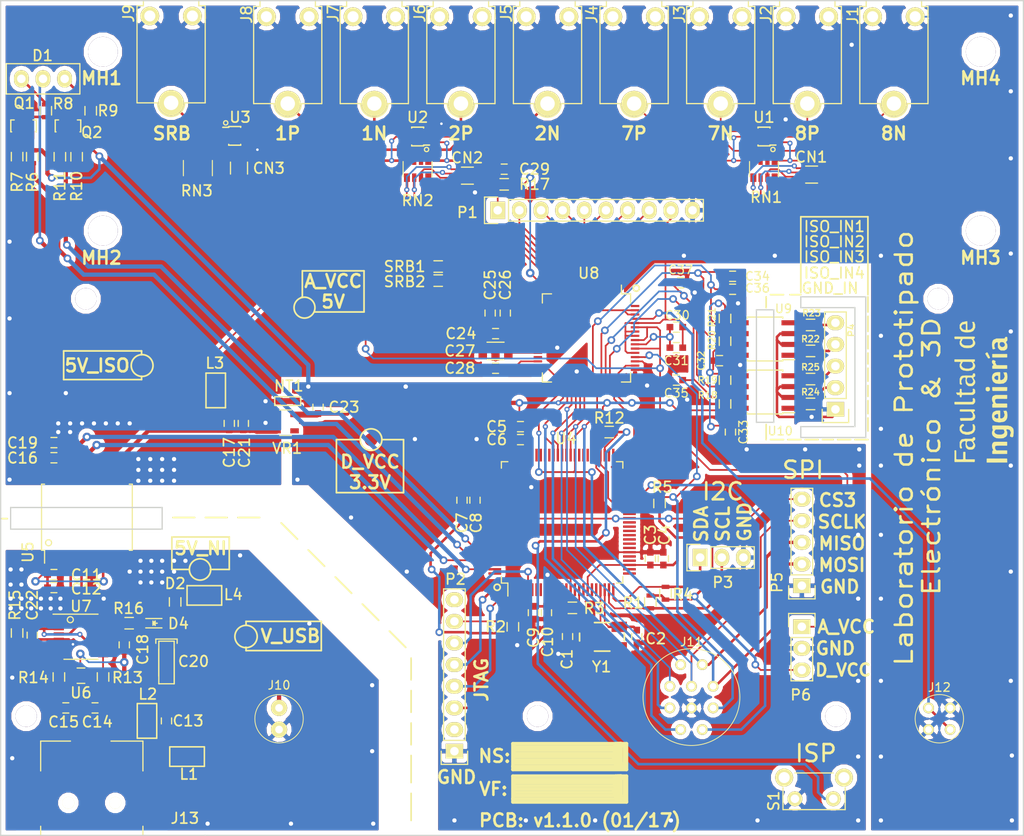
<source format=kicad_pcb>
(kicad_pcb (version 4) (host pcbnew 4.0.2-stable)
  (title_block (title "BioAmp-FIUNER-Lab. de Prototipado") (date 2017-06-07) (rev 1.1.0))
  (layers (0 F.Cu signal hide) (31 B.Cu signal hide) (34 B.Paste user) (35 F.Paste user) (36 B.SilkS user) (37 F.SilkS user) (38 B.Mask user) (39 F.Mask user) (44 Edge.Cuts user))
  (net 0 "")
  (net 1 "Net-(C1-Pad1)")
  (net 2 GND)
  (net 3 "Net-(C2-Pad1)")
  (net 4 D_VCC)
  (net 5 5V_NI)
  (net 6 NI_GND)
  (net 7 "Net-(C13-Pad1)")
  (net 8 5V_ISO)
  (net 9 GNDA)
  (net 10 V_USB)
  (net 11 "/Comunicacion USB/3V3OUT")
  (net 12 "Net-(C24-Pad1)")
  (net 13 "Net-(C25-Pad1)")
  (net 14 "Net-(C27-Pad1)")
  (net 15 "Net-(C28-Pad1)")
  (net 16 "/Analog Front End/RL_DRV")
  (net 17 "Net-(C29-Pad2)")
  (net 18 "Net-(C30-Pad1)")
  (net 19 "Net-(D1-Pad1)")
  (net 20 "Net-(D1-Pad3)")
  (net 21 V_JATG)
  (net 22 "/Entradas Analogicas/IN_SRB")
  (net 23 "/Analog Front End/SRB1")
  (net 24 "/Analog Front End/SRB2")
  (net 25 A_VCC)
  (net 26 V_USB_IO)
  (net 27 "/Entradas Analogicas/E8-")
  (net 28 "/Entradas Analogicas/E8+")
  (net 29 "/Entradas Analogicas/E7-")
  (net 30 "/Entradas Analogicas/E7+")
  (net 31 "/Entradas Analogicas/E2-")
  (net 32 "/Entradas Analogicas/E2+")
  (net 33 "/Entradas Analogicas/E1-")
  (net 34 "/Entradas Analogicas/E1+")
  (net 35 "/Entradas Analogicas/SRB")
  (net 36 /Microcontrolador/RST/)
  (net 37 /Microcontrolador/TDI)
  (net 38 /Microcontrolador/TDO)
  (net 39 /Microcontrolador/TCK)
  (net 40 /Microcontrolador/TMS)
  (net 41 "/Interfaz Interconectividad/SDA")
  (net 42 "/Interfaz Interconectividad/SCL")
  (net 43 "/Analog Front End/GPIO4")
  (net 44 "/Analog Front End/GPIO3")
  (net 45 "/Analog Front End/GPIO2")
  (net 46 "/Analog Front End/GPIO1")
  (net 47 "/Analog Front End/MOSI")
  (net 48 "/Analog Front End/MISO")
  (net 49 /Microcontrolador/SCK)
  (net 50 "/Interfaz Interconectividad/CS3")
  (net 51 "/Interfaz Interconectividad/CS2")
  (net 52 "/Analog Front End/START")
  (net 53 "/Interfaz Interconectividad/CS1")
  (net 54 "/Analog Front End/RESET/")
  (net 55 "/Analog Front End/CLK")
  (net 56 "/Analog Front End/BIAS_INV")
  (net 57 "Net-(Q1-Pad3)")
  (net 58 "Net-(Q2-Pad3)")
  (net 59 "Net-(R2-Pad1)")
  (net 60 /Microcontrolador/LED_R)
  (net 61 /Microcontrolador/LED_V)
  (net 62 /Microcontrolador/ISP)
  (net 63 "/Comunicacion USB/USBD-")
  (net 64 "/Comunicacion USB/USBD+")
  (net 65 "Net-(R15-Pad1)")
  (net 66 "Net-(R15-Pad2)")
  (net 67 "Net-(R16-Pad2)")
  (net 68 "Net-(U3-Pad6)")
  (net 69 "/Entradas Analogicas/IN4+")
  (net 70 "/Entradas Analogicas/IN3-")
  (net 71 "/Entradas Analogicas/IN3+")
  (net 72 "/Entradas Analogicas/IN4-")
  (net 73 "/Entradas Analogicas/IN6+")
  (net 74 "/Entradas Analogicas/IN5-")
  (net 75 "/Entradas Analogicas/IN5+")
  (net 76 "/Entradas Analogicas/IN6-")
  (net 77 "/Entradas Analogicas/IN8+")
  (net 78 "/Entradas Analogicas/IN7-")
  (net 79 "/Entradas Analogicas/IN7+")
  (net 80 "/Entradas Analogicas/IN8-")
  (net 81 "/Entradas Analogicas/IN2+")
  (net 82 "/Entradas Analogicas/IN1-")
  (net 83 "/Entradas Analogicas/IN1+")
  (net 84 "/Entradas Analogicas/IN2-")
  (net 85 "/Analog Front End/DRDY/")
  (net 86 "/Comunicacion USB/I_TX0")
  (net 87 "/Comunicacion USB/I_RX0")
  (net 88 "/Comunicacion USB/RX0")
  (net 89 "/Comunicacion USB/TX0")
  (net 90 "/Comunicacion USB/D_N")
  (net 91 "/Comunicacion USB/D_P")
  (net 92 "Net-(Q1-Pad1)")
  (net 93 "Net-(Q2-Pad1)")
  (net 94 "Net-(VR1-Pad4)")
  (net 95 "Net-(CN3-Pad6)")
  (net 96 "Net-(CN3-Pad7)")
  (net 97 "Net-(CN3-Pad5)")
  (net 98 "Net-(CN3-Pad4)")
  (net 99 "Net-(CN3-Pad2)")
  (net 100 "Net-(CN3-Pad3)")
  (net 101 "Net-(D4-Pad1)")
  (net 102 "Net-(J13-Pad5)")
  (net 103 "Net-(P2-Pad2)")
  (net 104 "Net-(RN3-Pad2)")
  (net 105 "Net-(RN3-Pad7)")
  (net 106 "Net-(RN3-Pad3)")
  (net 107 "Net-(RN3-Pad6)")
  (net 108 "Net-(RN3-Pad4)")
  (net 109 "Net-(RN3-Pad5)")
  (net 110 "Net-(U1-Pad6)")
  (net 111 "Net-(U2-Pad6)")
  (net 112 "Net-(U3-Pad5)")
  (net 113 "Net-(U3-Pad4)")
  (net 114 "Net-(U3-Pad2)")
  (net 115 "Net-(U4-Pad6)")
  (net 116 "Net-(U4-Pad7)")
  (net 117 "Net-(U4-Pad8)")
  (net 118 "Net-(U4-Pad9)")
  (net 119 "Net-(U4-Pad14)")
  (net 120 "Net-(U4-Pad16)")
  (net 121 "Net-(U4-Pad18)")
  (net 122 "Net-(U4-Pad20)")
  (net 123 "Net-(U4-Pad21)")
  (net 124 "Net-(U4-Pad26)")
  (net 125 "Net-(U4-Pad27)")
  (net 126 "Net-(U4-Pad29)")
  (net 127 "Net-(U4-Pad30)")
  (net 128 "Net-(U4-Pad32)")
  (net 129 "Net-(U4-Pad33)")
  (net 130 "Net-(U4-Pad34)")
  (net 131 "Net-(U4-Pad35)")
  (net 132 "Net-(U4-Pad36)")
  (net 133 "Net-(U4-Pad37)")
  (net 134 "Net-(U4-Pad38)")
  (net 135 "Net-(U4-Pad39)")
  (net 136 "Net-(U4-Pad40)")
  (net 137 "Net-(U4-Pad45)")
  (net 138 "Net-(U4-Pad46)")
  (net 139 "Net-(U4-Pad47)")
  (net 140 "Net-(U4-Pad48)")
  (net 141 "Net-(U4-Pad49)")
  (net 142 "Net-(U4-Pad50)")
  (net 143 "Net-(U4-Pad52)")
  (net 144 "Net-(U4-Pad56)")
  (net 145 "Net-(U4-Pad57)")
  (net 146 "Net-(U4-Pad58)")
  (net 147 "Net-(U4-Pad59)")
  (net 148 "Net-(U4-Pad66)")
  (net 149 "Net-(U4-Pad67)")
  (net 150 "Net-(U4-Pad68)")
  (net 151 "Net-(U4-Pad69)")
  (net 152 "Net-(U4-Pad70)")
  (net 153 "Net-(U4-Pad73)")
  (net 154 "Net-(U4-Pad74)")
  (net 155 "Net-(U4-Pad76)")
  (net 156 "Net-(U4-Pad77)")
  (net 157 "Net-(U4-Pad78)")
  (net 158 "Net-(U4-Pad79)")
  (net 159 "Net-(U4-Pad80)")
  (net 160 "Net-(U4-Pad81)")
  (net 161 "Net-(U4-Pad82)")
  (net 162 "Net-(U4-Pad85)")
  (net 163 "Net-(U4-Pad86)")
  (net 164 "Net-(U4-Pad87)")
  (net 165 "Net-(U4-Pad88)")
  (net 166 "Net-(U4-Pad89)")
  (net 167 "Net-(U4-Pad90)")
  (net 168 "Net-(U4-Pad91)")
  (net 169 "Net-(U4-Pad92)")
  (net 170 "Net-(U4-Pad93)")
  (net 171 "Net-(U4-Pad100)")
  (net 172 "Net-(U5-Pad12)")
  (net 173 "Net-(U6-Pad2)")
  (net 174 "Net-(U7-Pad7)")
  (net 175 "Net-(U7-Pad15)")
  (net 176 "Net-(U7-Pad16)")
  (net 177 "Net-(U8-Pad27)")
  (net 178 "Net-(U8-Pad29)")
  (net 179 "Net-(U8-Pad64)")
  (net 180 "/Analog Front End/M/S")
  (net 181 "Net-(P4-Pad2)")
  (net 182 "Net-(P4-Pad3)")
  (net 183 "Net-(P4-Pad4)")
  (net 184 "Net-(P4-Pad5)")
  (net 185 GND_IN)
  (net 186 "Net-(R22-Pad2)")
  (net 187 "Net-(R23-Pad2)")
  (net 188 "Net-(R24-Pad2)")
  (net 189 "Net-(R25-Pad2)")
  (module Jack_TouchProof_1.5mm (layer F.Cu) (at 153.162 53.086 180)
    (fp_text reference J5 (at 4.826 5.588 270) (layer F.SilkS) (effects (font (size 1.25 1.25) (thickness 0.2))))
    (fp_text value Jack_Touch-Proof)
    (pad 2 thru_hole circle (at 2.5 5.2 180) (size 2.2 2.2) (drill 1.3) (layers *.Cu *.Mask F.SilkS) (net 9 GNDA))
    (pad 1 thru_hole circle (at 0 -5 180) (size 3 3) (drill 1.7) (layers *.Cu *.Mask F.SilkS) (net 31 "/Entradas Analogicas/E2-"))
    (pad 2 thru_hole circle (at -2.5 5.2 180) (size 2.2 2.2) (drill 1.3) (layers *.Cu *.Mask F.SilkS) (net 9 GNDA))
  )
  (module LQFP-100_14x14mm_Pitch0.5mm (layer F.Cu) (at 154.8765 107.2515 90)
    (fp_text reference U4 (at 9.8425 0.4445 180) (layer F.SilkS) (effects (font (size 1.25 1.25) (thickness 0.2))))
    (fp_text value LPC1769FBD100)
    (pad 1 smd rect (at -7.9 -6 90) (size 1.5 0.28) (layers F.Cu F.Paste F.Mask) (net 38 /Microcontrolador/TDO))
    (pad 2 smd rect (at -7.9 -5.5 90) (size 1.5 0.28) (layers F.Cu F.Paste F.Mask) (net 37 /Microcontrolador/TDI))
    (pad 3 smd rect (at -7.9 -5 90) (size 1.5 0.28) (layers F.Cu F.Paste F.Mask) (net 40 /Microcontrolador/TMS))
    (pad 4 smd rect (at -7.9 -4.5 90) (size 1.5 0.28) (layers F.Cu F.Paste F.Mask) (net 59 "Net-(R2-Pad1)"))
    (pad 5 smd rect (at -7.9 -4 90) (size 1.5 0.28) (layers F.Cu F.Paste F.Mask) (net 39 /Microcontrolador/TCK))
    (pad 6 smd rect (at -7.9 -3.5 90) (size 1.5 0.28) (layers F.Cu F.Paste F.Mask) (net 115 "Net-(U4-Pad6)"))
    (pad 7 smd rect (at -7.9 -3 90) (size 1.5 0.28) (layers F.Cu F.Paste F.Mask) (net 116 "Net-(U4-Pad7)"))
    (pad 8 smd rect (at -7.9 -2.5 90) (size 1.5 0.28) (layers F.Cu F.Paste F.Mask) (net 117 "Net-(U4-Pad8)"))
    (pad 9 smd rect (at -7.9 -2 90) (size 1.5 0.28) (layers F.Cu F.Paste F.Mask) (net 118 "Net-(U4-Pad9)"))
    (pad 10 smd rect (at -7.9 -1.5 90) (size 1.5 0.28) (layers F.Cu F.Paste F.Mask) (net 4 D_VCC))
    (pad 11 smd rect (at -7.9 -1 90) (size 1.5 0.28) (layers F.Cu F.Paste F.Mask) (net 2 GND))
    (pad 12 smd rect (at -7.9 -0.5 90) (size 1.5 0.28) (layers F.Cu F.Paste F.Mask) (net 4 D_VCC))
    (pad 13 smd rect (at -7.9 0 90) (size 1.5 0.28) (layers F.Cu F.Paste F.Mask))
    (pad 14 smd rect (at -7.9 0.5 90) (size 1.5 0.28) (layers F.Cu F.Paste F.Mask) (net 119 "Net-(U4-Pad14)"))
    (pad 15 smd rect (at -7.9 1 90) (size 1.5 0.28) (layers F.Cu F.Paste F.Mask) (net 2 GND))
    (pad 16 smd rect (at -7.9 1.5 90) (size 1.5 0.28) (layers F.Cu F.Paste F.Mask) (net 120 "Net-(U4-Pad16)"))
    (pad 17 smd rect (at -7.9 2 90) (size 1.5 0.28) (layers F.Cu F.Paste F.Mask) (net 36 /Microcontrolador/RST/))
    (pad 18 smd rect (at -7.9 2.5 90) (size 1.5 0.28) (layers F.Cu F.Paste F.Mask) (net 121 "Net-(U4-Pad18)"))
    (pad 19 smd rect (at -7.9 3 90) (size 1.5 0.28) (layers F.Cu F.Paste F.Mask) (net 4 D_VCC))
    (pad 20 smd rect (at -7.9 3.5 90) (size 1.5 0.28) (layers F.Cu F.Paste F.Mask) (net 122 "Net-(U4-Pad20)"))
    (pad 21 smd rect (at -7.9 4 90) (size 1.5 0.28) (layers F.Cu F.Paste F.Mask) (net 123 "Net-(U4-Pad21)"))
    (pad 22 smd rect (at -7.9 4.5 90) (size 1.5 0.28) (layers F.Cu F.Paste F.Mask) (net 1 "Net-(C1-Pad1)"))
    (pad 23 smd rect (at -7.9 5 90) (size 1.5 0.28) (layers F.Cu F.Paste F.Mask) (net 3 "Net-(C2-Pad1)"))
    (pad 24 smd rect (at -7.9 5.5 90) (size 1.5 0.28) (layers F.Cu F.Paste F.Mask) (net 42 "/Interfaz Interconectividad/SCL"))
    (pad 25 smd rect (at -7.9 6 90) (size 1.5 0.28) (layers F.Cu F.Paste F.Mask) (net 41 "/Interfaz Interconectividad/SDA"))
    (pad 26 smd rect (at -6 7.9 180) (size 1.5 0.28) (layers F.Cu F.Paste F.Mask) (net 124 "Net-(U4-Pad26)"))
    (pad 27 smd rect (at -5.5 7.9 180) (size 1.5 0.28) (layers F.Cu F.Paste F.Mask) (net 125 "Net-(U4-Pad27)"))
    (pad 28 smd rect (at -5 7.9 180) (size 1.5 0.28) (layers F.Cu F.Paste F.Mask) (net 4 D_VCC))
    (pad 29 smd rect (at -4.5 7.9 180) (size 1.5 0.28) (layers F.Cu F.Paste F.Mask) (net 126 "Net-(U4-Pad29)"))
    (pad 30 smd rect (at -4 7.9 180) (size 1.5 0.28) (layers F.Cu F.Paste F.Mask) (net 127 "Net-(U4-Pad30)"))
    (pad 31 smd rect (at -3.5 7.9 180) (size 1.5 0.28) (layers F.Cu F.Paste F.Mask) (net 2 GND))
    (pad 32 smd rect (at -3 7.9 180) (size 1.5 0.28) (layers F.Cu F.Paste F.Mask) (net 128 "Net-(U4-Pad32)"))
    (pad 33 smd rect (at -2.5 7.9 180) (size 1.5 0.28) (layers F.Cu F.Paste F.Mask) (net 129 "Net-(U4-Pad33)"))
    (pad 34 smd rect (at -2 7.9 180) (size 1.5 0.28) (layers F.Cu F.Paste F.Mask) (net 130 "Net-(U4-Pad34)"))
    (pad 35 smd rect (at -1.5 7.9 180) (size 1.5 0.28) (layers F.Cu F.Paste F.Mask) (net 131 "Net-(U4-Pad35)"))
    (pad 36 smd rect (at -1 7.9 180) (size 1.5 0.28) (layers F.Cu F.Paste F.Mask) (net 132 "Net-(U4-Pad36)"))
    (pad 37 smd rect (at -0.5 7.9 180) (size 1.5 0.28) (layers F.Cu F.Paste F.Mask) (net 133 "Net-(U4-Pad37)"))
    (pad 38 smd rect (at 0 7.9 180) (size 1.5 0.28) (layers F.Cu F.Paste F.Mask) (net 134 "Net-(U4-Pad38)"))
    (pad 39 smd rect (at 0.5 7.9 180) (size 1.5 0.28) (layers F.Cu F.Paste F.Mask) (net 135 "Net-(U4-Pad39)"))
    (pad 40 smd rect (at 1 7.9 180) (size 1.5 0.28) (layers F.Cu F.Paste F.Mask) (net 136 "Net-(U4-Pad40)"))
    (pad 41 smd rect (at 1.5 7.9 180) (size 1.5 0.28) (layers F.Cu F.Paste F.Mask) (net 2 GND))
    (pad 42 smd rect (at 2 7.9 180) (size 1.5 0.28) (layers F.Cu F.Paste F.Mask) (net 4 D_VCC))
    (pad 43 smd rect (at 2.5 7.9 180) (size 1.5 0.28) (layers F.Cu F.Paste F.Mask) (net 180 "/Analog Front End/M/S"))
    (pad 44 smd rect (at 3 7.9 180) (size 1.5 0.28) (layers F.Cu F.Paste F.Mask) (net 51 "/Interfaz Interconectividad/CS2"))
    (pad 45 smd rect (at 3.5 7.9 180) (size 1.5 0.28) (layers F.Cu F.Paste F.Mask) (net 137 "Net-(U4-Pad45)"))
    (pad 46 smd rect (at 4 7.9 180) (size 1.5 0.28) (layers F.Cu F.Paste F.Mask) (net 138 "Net-(U4-Pad46)"))
    (pad 47 smd rect (at 4.5 7.9 180) (size 1.5 0.28) (layers F.Cu F.Paste F.Mask) (net 139 "Net-(U4-Pad47)"))
    (pad 48 smd rect (at 5 7.9 180) (size 1.5 0.28) (layers F.Cu F.Paste F.Mask) (net 140 "Net-(U4-Pad48)"))
    (pad 49 smd rect (at 5.5 7.9 180) (size 1.5 0.28) (layers F.Cu F.Paste F.Mask) (net 141 "Net-(U4-Pad49)"))
    (pad 50 smd rect (at 6 7.9 180) (size 1.5 0.28) (layers F.Cu F.Paste F.Mask) (net 142 "Net-(U4-Pad50)"))
    (pad 51 smd rect (at 7.9 6 90) (size 1.5 0.28) (layers F.Cu F.Paste F.Mask) (net 85 "/Analog Front End/DRDY/"))
    (pad 52 smd rect (at 7.9 5.5 90) (size 1.5 0.28) (layers F.Cu F.Paste F.Mask) (net 143 "Net-(U4-Pad52)"))
    (pad 53 smd rect (at 7.9 5 90) (size 1.5 0.28) (layers F.Cu F.Paste F.Mask) (net 62 /Microcontrolador/ISP))
    (pad 54 smd rect (at 7.9 4.5 90) (size 1.5 0.28) (layers F.Cu F.Paste F.Mask) (net 4 D_VCC))
    (pad 55 smd rect (at 7.9 4 90) (size 1.5 0.28) (layers F.Cu F.Paste F.Mask) (net 2 GND))
    (pad 56 smd rect (at 7.9 3.5 90) (size 1.5 0.28) (layers F.Cu F.Paste F.Mask) (net 144 "Net-(U4-Pad56)"))
    (pad 57 smd rect (at 7.9 3 90) (size 1.5 0.28) (layers F.Cu F.Paste F.Mask) (net 145 "Net-(U4-Pad57)"))
    (pad 58 smd rect (at 7.9 2.5 90) (size 1.5 0.28) (layers F.Cu F.Paste F.Mask) (net 146 "Net-(U4-Pad58)"))
    (pad 59 smd rect (at 7.9 2 90) (size 1.5 0.28) (layers F.Cu F.Paste F.Mask) (net 147 "Net-(U4-Pad59)"))
    (pad 60 smd rect (at 7.9 1.5 90) (size 1.5 0.28) (layers F.Cu F.Paste F.Mask) (net 47 "/Analog Front End/MOSI"))
    (pad 61 smd rect (at 7.9 1 90) (size 1.5 0.28) (layers F.Cu F.Paste F.Mask) (net 48 "/Analog Front End/MISO"))
    (pad 62 smd rect (at 7.9 0.5 90) (size 1.5 0.28) (layers F.Cu F.Paste F.Mask) (net 49 /Microcontrolador/SCK))
    (pad 63 smd rect (at 7.9 0 90) (size 1.5 0.28) (layers F.Cu F.Paste F.Mask) (net 53 "/Interfaz Interconectividad/CS1"))
    (pad 64 smd rect (at 7.9 -0.5 90) (size 1.5 0.28) (layers F.Cu F.Paste F.Mask) (net 52 "/Analog Front End/START"))
    (pad 65 smd rect (at 7.9 -1 90) (size 1.5 0.28) (layers F.Cu F.Paste F.Mask) (net 54 "/Analog Front End/RESET/"))
    (pad 66 smd rect (at 7.9 -1.5 90) (size 1.5 0.28) (layers F.Cu F.Paste F.Mask) (net 148 "Net-(U4-Pad66)"))
    (pad 67 smd rect (at 7.9 -2 90) (size 1.5 0.28) (layers F.Cu F.Paste F.Mask) (net 149 "Net-(U4-Pad67)"))
    (pad 68 smd rect (at 7.9 -2.5 90) (size 1.5 0.28) (layers F.Cu F.Paste F.Mask) (net 150 "Net-(U4-Pad68)"))
    (pad 69 smd rect (at 7.9 -3 90) (size 1.5 0.28) (layers F.Cu F.Paste F.Mask) (net 151 "Net-(U4-Pad69)"))
    (pad 70 smd rect (at 7.9 -3.5 90) (size 1.5 0.28) (layers F.Cu F.Paste F.Mask) (net 152 "Net-(U4-Pad70)"))
    (pad 71 smd rect (at 7.9 -4 90) (size 1.5 0.28) (layers F.Cu F.Paste F.Mask) (net 4 D_VCC))
    (pad 72 smd rect (at 7.9 -4.5 90) (size 1.5 0.28) (layers F.Cu F.Paste F.Mask) (net 2 GND))
    (pad 73 smd rect (at 7.9 -5 90) (size 1.5 0.28) (layers F.Cu F.Paste F.Mask) (net 153 "Net-(U4-Pad73)"))
    (pad 74 smd rect (at 7.9 -5.5 90) (size 1.5 0.28) (layers F.Cu F.Paste F.Mask) (net 154 "Net-(U4-Pad74)"))
    (pad 75 smd rect (at 7.9 -6 90) (size 1.5 0.28) (layers F.Cu F.Paste F.Mask) (net 50 "/Interfaz Interconectividad/CS3"))
    (pad 76 smd rect (at 6 -7.9 180) (size 1.5 0.28) (layers F.Cu F.Paste F.Mask) (net 155 "Net-(U4-Pad76)"))
    (pad 77 smd rect (at 5.5 -7.9 180) (size 1.5 0.28) (layers F.Cu F.Paste F.Mask) (net 156 "Net-(U4-Pad77)"))
    (pad 78 smd rect (at 5 -7.9 180) (size 1.5 0.28) (layers F.Cu F.Paste F.Mask) (net 157 "Net-(U4-Pad78)"))
    (pad 79 smd rect (at 4.5 -7.9 180) (size 1.5 0.28) (layers F.Cu F.Paste F.Mask) (net 158 "Net-(U4-Pad79)"))
    (pad 80 smd rect (at 4 -7.9 180) (size 1.5 0.28) (layers F.Cu F.Paste F.Mask) (net 159 "Net-(U4-Pad80)"))
    (pad 81 smd rect (at 3.5 -7.9 180) (size 1.5 0.28) (layers F.Cu F.Paste F.Mask) (net 160 "Net-(U4-Pad81)"))
    (pad 82 smd rect (at 3 -7.9 180) (size 1.5 0.28) (layers F.Cu F.Paste F.Mask) (net 161 "Net-(U4-Pad82)"))
    (pad 83 smd rect (at 2.5 -7.9 180) (size 1.5 0.28) (layers F.Cu F.Paste F.Mask) (net 2 GND))
    (pad 84 smd rect (at 2 -7.9 180) (size 1.5 0.28) (layers F.Cu F.Paste F.Mask) (net 4 D_VCC))
    (pad 85 smd rect (at 1.5 -7.9 180) (size 1.5 0.28) (layers F.Cu F.Paste F.Mask) (net 162 "Net-(U4-Pad85)"))
    (pad 86 smd rect (at 1 -7.9 180) (size 1.5 0.28) (layers F.Cu F.Paste F.Mask) (net 163 "Net-(U4-Pad86)"))
    (pad 87 smd rect (at 0.5 -7.9 180) (size 1.5 0.28) (layers F.Cu F.Paste F.Mask) (net 164 "Net-(U4-Pad87)"))
    (pad 88 smd rect (at 0 -7.9 180) (size 1.5 0.28) (layers F.Cu F.Paste F.Mask) (net 165 "Net-(U4-Pad88)"))
    (pad 89 smd rect (at -0.5 -7.9 180) (size 1.5 0.28) (layers F.Cu F.Paste F.Mask) (net 166 "Net-(U4-Pad89)"))
    (pad 90 smd rect (at -1 -7.9 180) (size 1.5 0.28) (layers F.Cu F.Paste F.Mask) (net 167 "Net-(U4-Pad90)"))
    (pad 91 smd rect (at -1.5 -7.9 180) (size 1.5 0.28) (layers F.Cu F.Paste F.Mask) (net 168 "Net-(U4-Pad91)"))
    (pad 92 smd rect (at -2 -7.9 180) (size 1.5 0.28) (layers F.Cu F.Paste F.Mask) (net 169 "Net-(U4-Pad92)"))
    (pad 93 smd rect (at -2.5 -7.9 180) (size 1.5 0.28) (layers F.Cu F.Paste F.Mask) (net 170 "Net-(U4-Pad93)"))
    (pad 94 smd rect (at -3 -7.9 180) (size 1.5 0.28) (layers F.Cu F.Paste F.Mask) (net 61 /Microcontrolador/LED_V))
    (pad 95 smd rect (at -3.5 -7.9 180) (size 1.5 0.28) (layers F.Cu F.Paste F.Mask) (net 60 /Microcontrolador/LED_R))
    (pad 96 smd rect (at -4 -7.9 180) (size 1.5 0.28) (layers F.Cu F.Paste F.Mask) (net 4 D_VCC))
    (pad 97 smd rect (at -4.5 -7.9 180) (size 1.5 0.28) (layers F.Cu F.Paste F.Mask) (net 2 GND))
    (pad 98 smd rect (at -5 -7.9 180) (size 1.5 0.28) (layers F.Cu F.Paste F.Mask) (net 86 "/Comunicacion USB/I_TX0"))
    (pad 99 smd rect (at -5.5 -7.9 180) (size 1.5 0.28) (layers F.Cu F.Paste F.Mask) (net 87 "/Comunicacion USB/I_RX0"))
    (pad 100 smd rect (at -6 -7.9 180) (size 1.5 0.28) (layers F.Cu F.Paste F.Mask) (net 171 "Net-(U4-Pad100)"))
  )
  (module LQFP-64_10x10mm_Pitch0.5mm (layer F.Cu) (at 157.734 85.598 270)
    (fp_text reference U8 (at -7.598 -0.266 360) (layer F.SilkS) (effects (font (size 1.25 1.25) (thickness 0.2))))
    (fp_text value ADS1299)
    (pad 1 smd rect (at -5.7 -3.75 270) (size 1 0.25) (layers F.Cu F.Paste F.Mask) (net 80 "/Entradas Analogicas/IN8-"))
    (pad 2 smd rect (at -5.7 -3.25 270) (size 1 0.25) (layers F.Cu F.Paste F.Mask) (net 77 "/Entradas Analogicas/IN8+"))
    (pad 3 smd rect (at -5.7 -2.75 270) (size 1 0.25) (layers F.Cu F.Paste F.Mask) (net 78 "/Entradas Analogicas/IN7-"))
    (pad 4 smd rect (at -5.7 -2.25 270) (size 1 0.25) (layers F.Cu F.Paste F.Mask) (net 79 "/Entradas Analogicas/IN7+"))
    (pad 5 smd rect (at -5.7 -1.75 270) (size 1 0.25) (layers F.Cu F.Paste F.Mask) (net 76 "/Entradas Analogicas/IN6-"))
    (pad 6 smd rect (at -5.7 -1.25 270) (size 1 0.25) (layers F.Cu F.Paste F.Mask) (net 73 "/Entradas Analogicas/IN6+"))
    (pad 7 smd rect (at -5.7 -0.75 270) (size 1 0.25) (layers F.Cu F.Paste F.Mask) (net 74 "/Entradas Analogicas/IN5-"))
    (pad 8 smd rect (at -5.7 -0.25 270) (size 1 0.25) (layers F.Cu F.Paste F.Mask) (net 75 "/Entradas Analogicas/IN5+"))
    (pad 9 smd rect (at -5.7 0.25 270) (size 1 0.25) (layers F.Cu F.Paste F.Mask) (net 72 "/Entradas Analogicas/IN4-"))
    (pad 10 smd rect (at -5.7 0.75 270) (size 1 0.25) (layers F.Cu F.Paste F.Mask) (net 69 "/Entradas Analogicas/IN4+"))
    (pad 11 smd rect (at -5.7 1.25 270) (size 1 0.25) (layers F.Cu F.Paste F.Mask) (net 70 "/Entradas Analogicas/IN3-"))
    (pad 12 smd rect (at -5.7 1.75 270) (size 1 0.25) (layers F.Cu F.Paste F.Mask) (net 71 "/Entradas Analogicas/IN3+"))
    (pad 13 smd rect (at -5.7 2.25 270) (size 1 0.25) (layers F.Cu F.Paste F.Mask) (net 84 "/Entradas Analogicas/IN2-"))
    (pad 14 smd rect (at -5.7 2.75 270) (size 1 0.25) (layers F.Cu F.Paste F.Mask) (net 81 "/Entradas Analogicas/IN2+"))
    (pad 15 smd rect (at -5.7 3.25 270) (size 1 0.25) (layers F.Cu F.Paste F.Mask) (net 82 "/Entradas Analogicas/IN1-"))
    (pad 16 smd rect (at -5.7 3.75 270) (size 1 0.25) (layers F.Cu F.Paste F.Mask) (net 83 "/Entradas Analogicas/IN1+"))
    (pad 17 smd rect (at -3.75 5.7) (size 1 0.25) (layers F.Cu F.Paste F.Mask) (net 23 "/Analog Front End/SRB1"))
    (pad 18 smd rect (at -3.25 5.7) (size 1 0.25) (layers F.Cu F.Paste F.Mask) (net 24 "/Analog Front End/SRB2"))
    (pad 19 smd rect (at -2.75 5.7) (size 1 0.25) (layers F.Cu F.Paste F.Mask) (net 25 A_VCC))
    (pad 20 smd rect (at -2.25 5.7) (size 1 0.25) (layers F.Cu F.Paste F.Mask) (net 9 GNDA))
    (pad 21 smd rect (at -1.75 5.7) (size 1 0.25) (layers F.Cu F.Paste F.Mask) (net 25 A_VCC))
    (pad 22 smd rect (at -1.25 5.7) (size 1 0.25) (layers F.Cu F.Paste F.Mask) (net 25 A_VCC))
    (pad 23 smd rect (at -0.75 5.7) (size 1 0.25) (layers F.Cu F.Paste F.Mask) (net 9 GNDA))
    (pad 24 smd rect (at -0.25 5.7) (size 1 0.25) (layers F.Cu F.Paste F.Mask) (net 13 "Net-(C25-Pad1)"))
    (pad 25 smd rect (at 0.25 5.7) (size 1 0.25) (layers F.Cu F.Paste F.Mask) (net 9 GNDA))
    (pad 26 smd rect (at 0.75 5.7) (size 1 0.25) (layers F.Cu F.Paste F.Mask) (net 12 "Net-(C24-Pad1)"))
    (pad 27 smd rect (at 1.25 5.7) (size 1 0.25) (layers F.Cu F.Paste F.Mask) (net 177 "Net-(U8-Pad27)"))
    (pad 28 smd rect (at 1.75 5.7) (size 1 0.25) (layers F.Cu F.Paste F.Mask) (net 14 "Net-(C27-Pad1)"))
    (pad 29 smd rect (at 2.25 5.7) (size 1 0.25) (layers F.Cu F.Paste F.Mask) (net 178 "Net-(U8-Pad29)"))
    (pad 30 smd rect (at 2.75 5.7) (size 1 0.25) (layers F.Cu F.Paste F.Mask) (net 15 "Net-(C28-Pad1)"))
    (pad 31 smd rect (at 3.25 5.7) (size 1 0.25) (layers F.Cu F.Paste F.Mask) (net 2 GND))
    (pad 32 smd rect (at 3.75 5.7) (size 1 0.25) (layers F.Cu F.Paste F.Mask) (net 9 GNDA))
    (pad 33 smd rect (at 5.7 3.75 270) (size 1 0.25) (layers F.Cu F.Paste F.Mask) (net 2 GND))
    (pad 34 smd rect (at 5.7 3.25 270) (size 1 0.25) (layers F.Cu F.Paste F.Mask) (net 47 "/Analog Front End/MOSI"))
    (pad 35 smd rect (at 5.7 2.75 270) (size 1 0.25) (layers F.Cu F.Paste F.Mask) (net 4 D_VCC))
    (pad 36 smd rect (at 5.7 2.25 270) (size 1 0.25) (layers F.Cu F.Paste F.Mask) (net 54 "/Analog Front End/RESET/"))
    (pad 37 smd rect (at 5.7 1.75 270) (size 1 0.25) (layers F.Cu F.Paste F.Mask) (net 55 "/Analog Front End/CLK"))
    (pad 38 smd rect (at 5.7 1.25 270) (size 1 0.25) (layers F.Cu F.Paste F.Mask) (net 52 "/Analog Front End/START"))
    (pad 39 smd rect (at 5.7 0.75 270) (size 1 0.25) (layers F.Cu F.Paste F.Mask) (net 53 "/Interfaz Interconectividad/CS1"))
    (pad 40 smd rect (at 5.7 0.25 270) (size 1 0.25) (layers F.Cu F.Paste F.Mask) (net 49 /Microcontrolador/SCK))
    (pad 41 smd rect (at 5.7 -0.25 270) (size 1 0.25) (layers F.Cu F.Paste F.Mask) (net 2 GND))
    (pad 42 smd rect (at 5.7 -0.75 270) (size 1 0.25) (layers F.Cu F.Paste F.Mask) (net 46 "/Analog Front End/GPIO1"))
    (pad 43 smd rect (at 5.7 -1.25 270) (size 1 0.25) (layers F.Cu F.Paste F.Mask) (net 48 "/Analog Front End/MISO"))
    (pad 44 smd rect (at 5.7 -1.75 270) (size 1 0.25) (layers F.Cu F.Paste F.Mask) (net 45 "/Analog Front End/GPIO2"))
    (pad 45 smd rect (at 5.7 -2.25 270) (size 1 0.25) (layers F.Cu F.Paste F.Mask) (net 44 "/Analog Front End/GPIO3"))
    (pad 46 smd rect (at 5.7 -2.75 270) (size 1 0.25) (layers F.Cu F.Paste F.Mask) (net 43 "/Analog Front End/GPIO4"))
    (pad 47 smd rect (at 5.7 -3.25 270) (size 1 0.25) (layers F.Cu F.Paste F.Mask) (net 85 "/Analog Front End/DRDY/"))
    (pad 48 smd rect (at 5.7 -3.75 270) (size 1 0.25) (layers F.Cu F.Paste F.Mask) (net 4 D_VCC))
    (pad 49 smd rect (at 3.75 -5.7) (size 1 0.25) (layers F.Cu F.Paste F.Mask) (net 2 GND))
    (pad 50 smd rect (at 3.25 -5.7) (size 1 0.25) (layers F.Cu F.Paste F.Mask) (net 4 D_VCC))
    (pad 51 smd rect (at 2.75 -5.7) (size 1 0.25) (layers F.Cu F.Paste F.Mask) (net 2 GND))
    (pad 52 smd rect (at 2.25 -5.7) (size 1 0.25) (layers F.Cu F.Paste F.Mask) (net 180 "/Analog Front End/M/S"))
    (pad 53 smd rect (at 1.75 -5.7) (size 1 0.25) (layers F.Cu F.Paste F.Mask) (net 9 GNDA))
    (pad 54 smd rect (at 1.25 -5.7) (size 1 0.25) (layers F.Cu F.Paste F.Mask) (net 25 A_VCC))
    (pad 55 smd rect (at 0.75 -5.7) (size 1 0.25) (layers F.Cu F.Paste F.Mask) (net 18 "Net-(C30-Pad1)"))
    (pad 56 smd rect (at 0.25 -5.7) (size 1 0.25) (layers F.Cu F.Paste F.Mask) (net 25 A_VCC))
    (pad 57 smd rect (at -0.25 -5.7) (size 1 0.25) (layers F.Cu F.Paste F.Mask) (net 9 GNDA))
    (pad 58 smd rect (at -0.75 -5.7) (size 1 0.25) (layers F.Cu F.Paste F.Mask) (net 9 GNDA))
    (pad 59 smd rect (at -1.25 -5.7) (size 1 0.25) (layers F.Cu F.Paste F.Mask) (net 25 A_VCC))
    (pad 60 smd rect (at -1.75 -5.7) (size 1 0.25) (layers F.Cu F.Paste F.Mask) (net 9 GNDA))
    (pad 61 smd rect (at -2.25 -5.7) (size 1 0.25) (layers F.Cu F.Paste F.Mask) (net 56 "/Analog Front End/BIAS_INV"))
    (pad 62 smd rect (at -2.75 -5.7) (size 1 0.25) (layers F.Cu F.Paste F.Mask) (net 17 "Net-(C29-Pad2)"))
    (pad 63 smd rect (at -3.25 -5.7) (size 1 0.25) (layers F.Cu F.Paste F.Mask) (net 17 "Net-(C29-Pad2)"))
    (pad 64 smd rect (at -3.75 -5.7) (size 1 0.25) (layers F.Cu F.Paste F.Mask) (net 179 "Net-(U8-Pad64)"))
  )
  (module biopotenciales:R_0603 (layer F.Cu) (at 173.99 83.312 90)
    (fp_text reference R21 (at 0.127 -1.524 270) (layer F.SilkS) (effects (font (size 0.8 0.8))))
    (fp_text value 1k hide)
    (pad 1 smd rect (at -0.75 0 90) (size 0.5 0.9) (layers F.Cu F.Paste F.Mask) (net 46 "/Analog Front End/GPIO1"))
    (pad 2 smd rect (at 0.75 0 90) (size 0.5 0.9) (layers F.Cu F.Paste F.Mask) (net 4 D_VCC))
  )
  (module biopotenciales:Cap_Array_4 (layer F.Cu) (at 143.764 66.548)
    (fp_text reference CN2 (at -0.024 -2.098) (layer F.SilkS) (effects (font (size 1.25 1.25) (thickness 0.2))))
    (fp_text value CKCL44X7R1H hide)
    (pad 6 smd rect (at 0.775 0.25) (size 1 0.25) (layers F.Cu F.Paste F.Mask) (net 9 GNDA))
    (pad 7 smd rect (at 0.775 -0.25) (size 1 0.25) (layers F.Cu F.Paste F.Mask) (net 9 GNDA))
    (pad 8 smd rect (at 0.775 -0.75) (size 1 0.25) (layers F.Cu F.Paste F.Mask) (net 9 GNDA))
    (pad 5 smd rect (at 0.775 0.75) (size 1 0.25) (layers F.Cu F.Paste F.Mask) (net 9 GNDA))
    (pad 4 smd rect (at -0.775 0.75) (size 1 0.25) (layers F.Cu F.Paste F.Mask) (net 84 "/Entradas Analogicas/IN2-"))
    (pad 1 smd rect (at -0.775 -0.75) (size 1 0.25) (layers F.Cu F.Paste F.Mask) (net 83 "/Entradas Analogicas/IN1+"))
    (pad 2 smd rect (at -0.775 -0.25) (size 1 0.25) (layers F.Cu F.Paste F.Mask) (net 82 "/Entradas Analogicas/IN1-"))
    (pad 3 smd rect (at -0.775 0.25) (size 1 0.25) (layers F.Cu F.Paste F.Mask) (net 81 "/Entradas Analogicas/IN2+"))
  )
  (module biopotenciales:SOIC-16_7.5x10.3mm_Pitch1.27mm (layer F.Cu) (at 99.1235 106.641 90)
    (fp_text reference U5 (at -4.103 -6.9215 90) (layer F.SilkS) (effects (font (size 1.25 1.25) (thickness 0.2))))
    (fp_text value ADUM6201CRWZ hide)
    (pad 1 smd rect (at -4.65 -4.445 90) (size 1.5 0.6) (layers F.Cu F.Paste F.Mask) (net 5 5V_NI))
    (pad 2 smd rect (at -4.65 -3.175 90) (size 1.5 0.6) (layers F.Cu F.Paste F.Mask) (net 6 NI_GND))
    (pad 3 smd rect (at -4.65 -1.905 90) (size 1.5 0.6) (layers F.Cu F.Paste F.Mask) (net 88 "/Comunicacion USB/RX0"))
    (pad 4 smd rect (at -4.65 -0.635 90) (size 1.5 0.6) (layers F.Cu F.Paste F.Mask) (net 89 "/Comunicacion USB/TX0"))
    (pad 5 smd rect (at -4.65 0.635 90) (size 1.5 0.6) (layers F.Cu F.Paste F.Mask) (net 6 NI_GND))
    (pad 6 smd rect (at -4.65 1.905 90) (size 1.5 0.6) (layers F.Cu F.Paste F.Mask) (net 5 5V_NI))
    (pad 7 smd rect (at -4.65 3.175 90) (size 1.5 0.6) (layers F.Cu F.Paste F.Mask) (net 5 5V_NI))
    (pad 8 smd rect (at -4.65 4.445 90) (size 1.5 0.6) (layers F.Cu F.Paste F.Mask) (net 6 NI_GND))
    (pad 9 smd rect (at 4.65 4.445 90) (size 1.5 0.6) (layers F.Cu F.Paste F.Mask) (net 9 GNDA))
    (pad 10 smd rect (at 4.65 3.175 90) (size 1.5 0.6) (layers F.Cu F.Paste F.Mask) (net 8 5V_ISO))
    (pad 11 smd rect (at 4.65 1.905 90) (size 1.5 0.6) (layers F.Cu F.Paste F.Mask) (net 8 5V_ISO))
    (pad 12 smd rect (at 4.65 0.635 90) (size 1.5 0.6) (layers F.Cu F.Paste F.Mask) (net 172 "Net-(U5-Pad12)"))
    (pad 13 smd rect (at 4.65 -0.635 90) (size 1.5 0.6) (layers F.Cu F.Paste F.Mask) (net 86 "/Comunicacion USB/I_TX0"))
    (pad 14 smd rect (at 4.65 -1.905 90) (size 1.5 0.6) (layers F.Cu F.Paste F.Mask) (net 87 "/Comunicacion USB/I_RX0"))
    (pad 15 smd rect (at 4.65 -3.175 90) (size 1.5 0.6) (layers F.Cu F.Paste F.Mask) (net 9 GNDA))
    (pad 16 smd rect (at 4.65 -4.445 90) (size 1.5 0.6) (layers F.Cu F.Paste F.Mask) (net 8 5V_ISO))
  )
  (module biopotenciales:USB_B-smd (layer F.Cu) (at 99.695 138.176 90)
    (fp_text reference J13 (at -3.81 10.922 180) (layer F.SilkS) (effects (font (size 1.25 1.25) (thickness 0.2))))
    (fp_text value USB_B hide)
    (pad 3 smd rect (at 5 -1.95 90) (size 3 0.7) (layers F.Cu F.Paste F.Mask) (net 91 "/Comunicacion USB/D_P"))
    (pad 2 smd rect (at 5 -0.7 90) (size 3 0.7) (layers F.Cu F.Paste F.Mask) (net 90 "/Comunicacion USB/D_N"))
    (pad 4 smd rect (at 5 0.55 90) (size 3 0.7) (layers F.Cu F.Paste F.Mask) (net 6 NI_GND))
    (pad 1 smd rect (at 5 1.8 90) (size 3 0.7) (layers F.Cu F.Paste F.Mask) (net 7 "Net-(C13-Pad1)"))
    (pad 5 smd rect (at -1.5 -7 90) (size 6.04 3.4) (layers F.Cu F.Paste F.Mask) (net 102 "Net-(J13-Pad5)"))
    (pad 5 smd rect (at -1.5 7 90) (size 6.04 3.4) (layers F.Cu F.Paste F.Mask) (net 102 "Net-(J13-Pad5)"))
    (pad "" np_thru_hole circle (at -2 -2.75 90) (size 1.4 1.4) (drill 1.4) (layers *.Cu *.Mask F.SilkS))
    (pad "" np_thru_hole circle (at -2 2.75 90) (size 1.4 1.4) (drill 1.4) (layers *.Cu *.Mask F.SilkS))
  )
  (module biopotenciales:C_0603 (layer F.Cu) (at 149.987 96.012 180)
    (fp_text reference C5 (at 2.794 0 180) (layer F.SilkS) (effects (font (size 1.25 1.25) (thickness 0.2))))
    (fp_text value 10nF hide)
    (pad 1 smd rect (at -0.75 0 180) (size 0.8 0.75) (layers F.Cu F.Paste F.Mask) (net 4 D_VCC))
    (pad 2 smd rect (at 0.75 0 180) (size 0.8 0.75) (layers F.Cu F.Paste F.Mask) (net 2 GND))
  )
  (module biopotenciales:C_1206 (layer F.Cu) (at 147.066 87.122 180)
    (fp_text reference C27 (at 4.191 0 180) (layer F.SilkS) (effects (font (size 1.25 1.25) (thickness 0.2))))
    (fp_text value 100uF hide)
    (pad 1 smd rect (at -1.5 0 180) (size 1 1.6) (layers F.Cu F.Paste F.Mask) (net 14 "Net-(C27-Pad1)"))
    (pad 2 smd rect (at 1.5 0 180) (size 1 1.6) (layers F.Cu F.Paste F.Mask) (net 9 GNDA))
  )
  (module biopotenciales:C_0603 (layer F.Cu) (at 147.066 85.09 180)
    (fp_text reference C24 (at 4.064 0 180) (layer F.SilkS) (effects (font (size 1.25 1.25) (thickness 0.2))))
    (fp_text value 1uF hide)
    (pad 1 smd rect (at -0.75 0 180) (size 0.8 0.75) (layers F.Cu F.Paste F.Mask) (net 12 "Net-(C24-Pad1)"))
    (pad 2 smd rect (at 0.75 0 180) (size 0.8 0.75) (layers F.Cu F.Paste F.Mask) (net 9 GNDA))
  )
  (module biopotenciales:C_0603 (layer F.Cu) (at 146.431 82.677 90)
    (fp_text reference C25 (at 3.302 0 90) (layer F.SilkS) (effects (font (size 1.25 1.25) (thickness 0.2))))
    (fp_text value 0.1uF hide)
    (pad 1 smd rect (at -0.75 0 90) (size 0.8 0.75) (layers F.Cu F.Paste F.Mask) (net 13 "Net-(C25-Pad1)"))
    (pad 2 smd rect (at 0.75 0 90) (size 0.8 0.75) (layers F.Cu F.Paste F.Mask) (net 9 GNDA))
  )
  (module biopotenciales:R_0603 (layer F.Cu) (at 140.335 77.216)
    (fp_text reference SRB1 (at -3.937 0) (layer F.SilkS) (effects (font (size 1.25 1.25) (thickness 0.2))))
    (fp_text value JUMPER hide)
    (pad 1 smd rect (at -0.75 0) (size 0.5 0.9) (layers F.Cu F.Paste F.Mask) (net 22 "/Entradas Analogicas/IN_SRB"))
    (pad 2 smd rect (at 0.75 0) (size 0.5 0.9) (layers F.Cu F.Paste F.Mask) (net 23 "/Analog Front End/SRB1"))
  )
  (module biopotenciales:R_0603 (layer F.Cu) (at 140.335 78.867)
    (fp_text reference SRB2 (at -3.937 0.127) (layer F.SilkS) (effects (font (size 1.25 1.25) (thickness 0.2))))
    (fp_text value JUMPER hide)
    (pad 1 smd rect (at -0.75 0) (size 0.5 0.9) (layers F.Cu F.Paste F.Mask) (net 22 "/Entradas Analogicas/IN_SRB"))
    (pad 2 smd rect (at 0.75 0) (size 0.5 0.9) (layers F.Cu F.Paste F.Mask) (net 24 "/Analog Front End/SRB2"))
  )
  (module biopotenciales:C_0603 (layer F.Cu) (at 148.082 65.786)
    (fp_text reference C29 (at 3.556 0) (layer F.SilkS) (effects (font (size 1.25 1.25) (thickness 0.2))))
    (fp_text value 1nF hide)
    (pad 1 smd rect (at -0.75 0) (size 0.8 0.75) (layers F.Cu F.Paste F.Mask) (net 16 "/Analog Front End/RL_DRV"))
    (pad 2 smd rect (at 0.75 0) (size 0.8 0.75) (layers F.Cu F.Paste F.Mask) (net 17 "Net-(C29-Pad2)"))
  )
  (module biopotenciales:R_0603 (layer F.Cu) (at 148.082 67.564)
    (fp_text reference R17 (at 3.556 0) (layer F.SilkS) (effects (font (size 1.25 1.25) (thickness 0.2))))
    (fp_text value 1M hide)
    (pad 1 smd rect (at -0.75 0) (size 0.5 0.9) (layers F.Cu F.Paste F.Mask) (net 16 "/Analog Front End/RL_DRV"))
    (pad 2 smd rect (at 0.75 0) (size 0.5 0.9) (layers F.Cu F.Paste F.Mask) (net 17 "Net-(C29-Pad2)"))
  )
  (module biopotenciales:C_0603 (layer F.Cu) (at 168.275 86.741)
    (fp_text reference C31 (at 0 1.524) (layer F.SilkS))
    (fp_text value 1uF hide)
    (pad 1 smd rect (at -0.75 0) (size 0.8 0.75) (layers F.Cu F.Paste F.Mask) (net 18 "Net-(C30-Pad1)"))
    (pad 2 smd rect (at 0.75 0) (size 0.8 0.75) (layers F.Cu F.Paste F.Mask) (net 9 GNDA))
  )
  (module biopotenciales:C_0603 (layer F.Cu) (at 148.209 82.677 90)
    (fp_text reference C26 (at 3.302 0 90) (layer F.SilkS) (effects (font (size 1.25 1.25) (thickness 0.2))))
    (fp_text value 10uF hide)
    (pad 1 smd rect (at -0.75 0 90) (size 0.8 0.75) (layers F.Cu F.Paste F.Mask) (net 13 "Net-(C25-Pad1)"))
    (pad 2 smd rect (at 0.75 0 90) (size 0.8 0.75) (layers F.Cu F.Paste F.Mask) (net 9 GNDA))
  )
  (module biopotenciales:C_0603 (layer F.Cu) (at 147.066 89.154 180)
    (fp_text reference C28 (at 4.191 0 180) (layer F.SilkS) (effects (font (size 1.25 1.25) (thickness 0.2))))
    (fp_text value 1uF hide)
    (pad 1 smd rect (at -0.75 0 180) (size 0.8 0.75) (layers F.Cu F.Paste F.Mask) (net 15 "Net-(C28-Pad1)"))
    (pad 2 smd rect (at 0.75 0 180) (size 0.8 0.75) (layers F.Cu F.Paste F.Mask) (net 9 GNDA))
  )
  (module biopotenciales:C_0603 (layer F.Cu) (at 168.275 84.328)
    (fp_text reference C30 (at 0.127 -1.397) (layer F.SilkS))
    (fp_text value 0.1uF hide)
    (pad 1 smd rect (at -0.75 0) (size 0.8 0.75) (layers F.Cu F.Paste F.Mask) (net 18 "Net-(C30-Pad1)"))
    (pad 2 smd rect (at 0.75 0) (size 0.8 0.75) (layers F.Cu F.Paste F.Mask) (net 9 GNDA))
  )
  (module biopotenciales:C_0603 (layer F.Cu) (at 155.5115 120.65 90)
    (fp_text reference C1 (at -2.667 -0.0635 90) (layer F.SilkS) (effects (font (size 1.25 1.25) (thickness 0.2))))
    (fp_text value 18pF hide)
    (pad 1 smd rect (at -0.75 0 90) (size 0.8 0.75) (layers F.Cu F.Paste F.Mask) (net 1 "Net-(C1-Pad1)"))
    (pad 2 smd rect (at 0.75 0 90) (size 0.8 0.75) (layers F.Cu F.Paste F.Mask) (net 2 GND))
  )
  (module biopotenciales:C_0603 (layer F.Cu) (at 163.6395 120.65 270)
    (fp_text reference C2 (at 0.254 -2.2225 360) (layer F.SilkS) (effects (font (size 1.25 1.25) (thickness 0.2))))
    (fp_text value 18pF hide)
    (pad 1 smd rect (at -0.75 0 270) (size 0.8 0.75) (layers F.Cu F.Paste F.Mask) (net 3 "Net-(C2-Pad1)"))
    (pad 2 smd rect (at 0.75 0 270) (size 0.8 0.75) (layers F.Cu F.Paste F.Mask) (net 2 GND))
  )
  (module biopotenciales:C_0603 (layer F.Cu) (at 165.227 111.506 90)
    (fp_text reference C3 (at 2.794 0 90) (layer F.SilkS) (effects (font (size 1.25 1.25) (thickness 0.2))))
    (fp_text value 10nF hide)
    (pad 1 smd rect (at -0.75 0 90) (size 0.8 0.75) (layers F.Cu F.Paste F.Mask) (net 4 D_VCC))
    (pad 2 smd rect (at 0.75 0 90) (size 0.8 0.75) (layers F.Cu F.Paste F.Mask) (net 2 GND))
  )
  (module biopotenciales:C_0603 (layer F.Cu) (at 166.751 111.506 90)
    (fp_text reference C4 (at 2.794 0.127 90) (layer F.SilkS) (effects (font (size 1.25 1.25) (thickness 0.2))))
    (fp_text value 100nF hide)
    (pad 1 smd rect (at -0.75 0 90) (size 0.8 0.75) (layers F.Cu F.Paste F.Mask) (net 4 D_VCC))
    (pad 2 smd rect (at 0.75 0 90) (size 0.8 0.75) (layers F.Cu F.Paste F.Mask) (net 2 GND))
  )
  (module biopotenciales:C_0603 (layer F.Cu) (at 149.987 97.536 180)
    (fp_text reference C6 (at 2.794 0 180) (layer F.SilkS) (effects (font (size 1.25 1.25) (thickness 0.2))))
    (fp_text value 100nF hide)
    (pad 1 smd rect (at -0.75 0 180) (size 0.8 0.75) (layers F.Cu F.Paste F.Mask) (net 4 D_VCC))
    (pad 2 smd rect (at 0.75 0 180) (size 0.8 0.75) (layers F.Cu F.Paste F.Mask) (net 2 GND))
  )
  (module biopotenciales:C_0603 (layer F.Cu) (at 143.129 104.648 90)
    (fp_text reference C7 (at -2.667 0 90) (layer F.SilkS) (effects (font (size 1.25 1.25) (thickness 0.2))))
    (fp_text value 10nF hide)
    (pad 1 smd rect (at -0.75 0 90) (size 0.8 0.75) (layers F.Cu F.Paste F.Mask) (net 4 D_VCC))
    (pad 2 smd rect (at 0.75 0 90) (size 0.8 0.75) (layers F.Cu F.Paste F.Mask) (net 2 GND))
  )
  (module biopotenciales:C_0603 (layer F.Cu) (at 144.653 104.648 90)
    (fp_text reference C8 (at -2.667 0.127 90) (layer F.SilkS) (effects (font (size 1.25 1.25) (thickness 0.2))))
    (fp_text value 100nF hide)
    (pad 1 smd rect (at -0.75 0 90) (size 0.8 0.75) (layers F.Cu F.Paste F.Mask) (net 4 D_VCC))
    (pad 2 smd rect (at 0.75 0 90) (size 0.8 0.75) (layers F.Cu F.Paste F.Mask) (net 2 GND))
  )
  (module biopotenciales:C_0603 (layer F.Cu) (at 151.511 117.856 270)
    (fp_text reference C9 (at 2.921 0 270) (layer F.SilkS) (effects (font (size 1.25 1.25) (thickness 0.2))))
    (fp_text value 10nF hide)
    (pad 1 smd rect (at -0.75 0 270) (size 0.8 0.75) (layers F.Cu F.Paste F.Mask) (net 4 D_VCC))
    (pad 2 smd rect (at 0.75 0 270) (size 0.8 0.75) (layers F.Cu F.Paste F.Mask) (net 2 GND))
  )
  (module biopotenciales:C_0603 (layer F.Cu) (at 153.035 117.856 270)
    (fp_text reference C10 (at 3.429 -0.127 270) (layer F.SilkS) (effects (font (size 1.25 1.25) (thickness 0.2))))
    (fp_text value 100nF hide)
    (pad 1 smd rect (at -0.75 0 270) (size 0.8 0.75) (layers F.Cu F.Paste F.Mask) (net 4 D_VCC))
    (pad 2 smd rect (at 0.75 0 270) (size 0.8 0.75) (layers F.Cu F.Paste F.Mask) (net 2 GND))
  )
  (module biopotenciales:C_0603 (layer F.Cu) (at 95.25 113.379)
    (fp_text reference C11 (at 3.81 0.032) (layer F.SilkS) (effects (font (size 1.25 1.25) (thickness 0.2))))
    (fp_text value 0.1uF hide)
    (pad 1 smd rect (at -0.75 0) (size 0.8 0.75) (layers F.Cu F.Paste F.Mask) (net 5 5V_NI))
    (pad 2 smd rect (at 0.75 0) (size 0.8 0.75) (layers F.Cu F.Paste F.Mask) (net 6 NI_GND))
  )
  (module biopotenciales:C_0603 (layer F.Cu) (at 95.25 114.903)
    (fp_text reference C12 (at 3.81 0.159) (layer F.SilkS) (effects (font (size 1.25 1.25) (thickness 0.2))))
    (fp_text value 10uF hide)
    (pad 1 smd rect (at -0.75 0) (size 0.8 0.75) (layers F.Cu F.Paste F.Mask) (net 5 5V_NI))
    (pad 2 smd rect (at 0.75 0) (size 0.8 0.75) (layers F.Cu F.Paste F.Mask) (net 6 NI_GND))
  )
  (module biopotenciales:C_0603 (layer F.Cu) (at 108.458 130.556 90)
    (fp_text reference C13 (at 0 2.54 180) (layer F.SilkS) (effects (font (size 1.25 1.25) (thickness 0.2))))
    (fp_text value 10nF hide)
    (pad 1 smd rect (at -0.75 0 90) (size 0.8 0.75) (layers F.Cu F.Paste F.Mask) (net 7 "Net-(C13-Pad1)"))
    (pad 2 smd rect (at 0.75 0 90) (size 0.8 0.75) (layers F.Cu F.Paste F.Mask) (net 6 NI_GND))
  )
  (module biopotenciales:C_0603 (layer F.Cu) (at 100.076 129.032)
    (fp_text reference C14 (at 0.254 1.651) (layer F.SilkS) (effects (font (size 1.25 1.25) (thickness 0.2))))
    (fp_text value 47pF hide)
    (pad 1 smd rect (at -0.75 0) (size 0.8 0.75) (layers F.Cu F.Paste F.Mask) (net 90 "/Comunicacion USB/D_N"))
    (pad 2 smd rect (at 0.75 0) (size 0.8 0.75) (layers F.Cu F.Paste F.Mask) (net 6 NI_GND))
  )
  (module biopotenciales:C_0603 (layer F.Cu) (at 96.647 129.032 180)
    (fp_text reference C15 (at 0.254 -1.651 180) (layer F.SilkS) (effects (font (size 1.25 1.25) (thickness 0.2))))
    (fp_text value 47pF hide)
    (pad 1 smd rect (at -0.75 0 180) (size 0.8 0.75) (layers F.Cu F.Paste F.Mask) (net 91 "/Comunicacion USB/D_P"))
    (pad 2 smd rect (at 0.75 0 180) (size 0.8 0.75) (layers F.Cu F.Paste F.Mask) (net 6 NI_GND))
  )
  (module biopotenciales:C_0603 (layer F.Cu) (at 95.25 99.663)
    (fp_text reference C16 (at -3.683 0.032) (layer F.SilkS) (effects (font (size 1.25 1.25) (thickness 0.2))))
    (fp_text value 0.1uF hide)
    (pad 1 smd rect (at -0.75 0) (size 0.8 0.75) (layers F.Cu F.Paste F.Mask) (net 8 5V_ISO))
    (pad 2 smd rect (at 0.75 0) (size 0.8 0.75) (layers F.Cu F.Paste F.Mask) (net 9 GNDA))
  )
  (module biopotenciales:C_0603 (layer F.Cu) (at 115.824 95.631 90)
    (fp_text reference C17 (at -3.429 0 90) (layer F.SilkS) (effects (font (size 1.25 1.25) (thickness 0.2))))
    (fp_text value 10uF hide)
    (pad 1 smd rect (at -0.75 0 90) (size 0.8 0.75) (layers F.Cu F.Paste F.Mask) (net 8 5V_ISO))
    (pad 2 smd rect (at 0.75 0 90) (size 0.8 0.75) (layers F.Cu F.Paste F.Mask) (net 9 GNDA))
  )
  (module biopotenciales:C_0603 (layer F.Cu) (at 103.505 121.627 90)
    (fp_text reference C18 (at -0.547 2.159 90) (layer F.SilkS) (effects (font (size 1.25 1.25) (thickness 0.2))))
    (fp_text value 100nF hide)
    (pad 1 smd rect (at -0.75 0 90) (size 0.8 0.75) (layers F.Cu F.Paste F.Mask) (net 10 V_USB))
    (pad 2 smd rect (at 0.75 0 90) (size 0.8 0.75) (layers F.Cu F.Paste F.Mask) (net 6 NI_GND))
  )
  (module biopotenciales:C_0603 (layer F.Cu) (at 95.25 97.885)
    (fp_text reference C19 (at -3.683 0.032) (layer F.SilkS) (effects (font (size 1.25 1.25) (thickness 0.2))))
    (fp_text value 10uF hide)
    (pad 1 smd rect (at -0.75 0) (size 0.8 0.75) (layers F.Cu F.Paste F.Mask) (net 8 5V_ISO))
    (pad 2 smd rect (at 0.75 0) (size 0.8 0.75) (layers F.Cu F.Paste F.Mask) (net 9 GNDA))
  )
  (module biopotenciales:C_0603 (layer F.Cu) (at 117.475 95.631 90)
    (fp_text reference C21 (at -3.429 0.127 90) (layer F.SilkS) (effects (font (size 1.25 1.25) (thickness 0.2))))
    (fp_text value 1uF hide)
    (pad 1 smd rect (at -0.75 0 90) (size 0.8 0.75) (layers F.Cu F.Paste F.Mask) (net 8 5V_ISO))
    (pad 2 smd rect (at 0.75 0 90) (size 0.8 0.75) (layers F.Cu F.Paste F.Mask) (net 9 GNDA))
  )
  (module biopotenciales:C_0603 (layer F.Cu) (at 92.71 120.491 270)
    (fp_text reference C22 (at -3.524 0 270) (layer F.SilkS) (effects (font (size 1.25 1.25) (thickness 0.2))))
    (fp_text value 100nF hide)
    (pad 1 smd rect (at -0.75 0 270) (size 0.8 0.75) (layers F.Cu F.Paste F.Mask) (net 11 "/Comunicacion USB/3V3OUT"))
    (pad 2 smd rect (at 0.75 0 270) (size 0.8 0.75) (layers F.Cu F.Paste F.Mask) (net 6 NI_GND))
  )
  (module biopotenciales:C_0603 (layer F.Cu) (at 126.238 93.726 90)
    (fp_text reference C23 (at 0 3.048 180) (layer F.SilkS) (effects (font (size 1.25 1.25) (thickness 0.2))))
    (fp_text value 1uF hide)
    (pad 1 smd rect (at -0.75 0 90) (size 0.8 0.75) (layers F.Cu F.Paste F.Mask) (net 4 D_VCC))
    (pad 2 smd rect (at 0.75 0 90) (size 0.8 0.75) (layers F.Cu F.Paste F.Mask) (net 2 GND))
  )
  (module biopotenciales:Led_bicolor (layer F.Cu) (at 93.98 55.1815)
    (fp_text reference D1 (at -0.0635 -2.7305) (layer F.SilkS) (effects (font (size 1.25 1.25) (thickness 0.2))))
    (fp_text value Led_bicolor hide)
    (pad 1 thru_hole oval (at -2.55 0) (size 1.7272 2.032) (drill 1) (layers *.Cu *.Mask F.SilkS) (net 19 "Net-(D1-Pad1)"))
    (pad 2 thru_hole oval (at -0.01 0) (size 1.7272 2.032) (drill 1) (layers *.Cu *.Mask F.SilkS) (net 8 5V_ISO))
    (pad 3 thru_hole oval (at 2.53 0) (size 1.7272 2.032) (drill 1) (layers *.Cu *.Mask F.SilkS) (net 20 "Net-(D1-Pad3)"))
  )
  (module biopotenciales:LED_0603 (layer F.Cu) (at 107.1245 119.087)
    (fp_text reference D4 (at 2.7305 0.039) (layer F.SilkS) (effects (font (size 1.25 1.25) (thickness 0.2))))
    (fp_text value LED hide)
    (pad 2 smd rect (at 0.7493 0 180) (size 0.79756 0.79756) (layers F.Cu F.Paste F.Mask) (net 10 V_USB))
    (pad 1 smd rect (at -0.7493 0 180) (size 0.79756 0.79756) (layers F.Cu F.Paste F.Mask) (net 101 "Net-(D4-Pad1)"))
  )
  (module biopotenciales:FER-0805 (layer F.Cu) (at 110.871 134.747)
    (fp_text reference L1 (at -1.016 2.794) (layer F.SilkS) (effects (font (size 1.25 1.25) (thickness 0.2)) (justify left bottom)))
    (fp_text value INDUCTOR_SMALL hide)
    (pad 1 smd rect (at -0.95 0) (size 1.3 1.5) (layers F.Cu F.Paste F.Mask) (net 102 "Net-(J13-Pad5)"))
    (pad 2 smd rect (at 0.95 0) (size 1.3 1.5) (layers F.Cu F.Paste F.Mask) (net 6 NI_GND))
  )
  (module biopotenciales:FER-0805 (layer F.Cu) (at 106.172 130.556 270)
    (fp_text reference L2 (at -2.413 1.143 360) (layer F.SilkS) (effects (font (size 1.25 1.25) (thickness 0.2)) (justify left bottom)))
    (fp_text value INDUCTOR_SMALL hide)
    (pad 1 smd rect (at -0.95 0 270) (size 1.3 1.5) (layers F.Cu F.Paste F.Mask) (net 10 V_USB))
    (pad 2 smd rect (at 0.95 0 270) (size 1.3 1.5) (layers F.Cu F.Paste F.Mask) (net 7 "Net-(C13-Pad1)"))
  )
  (module biopotenciales:FER-0805 (layer F.Cu) (at 114.2365 91.7575 90)
    (fp_text reference L3 (at 2.4765 -1.3335 180) (layer F.SilkS) (effects (font (size 1.25 1.25) (thickness 0.2)) (justify left bottom)))
    (fp_text value INDUCTOR_SMALL hide)
    (pad 1 smd rect (at -0.95 0 90) (size 1.3 1.5) (layers F.Cu F.Paste F.Mask) (net 8 5V_ISO))
    (pad 2 smd rect (at 0.95 0 90) (size 1.3 1.5) (layers F.Cu F.Paste F.Mask) (net 25 A_VCC))
  )
  (module biopotenciales:FER-0805 (layer F.Cu) (at 112.903 115.824)
    (fp_text reference L4 (at 2.159 0.635) (layer F.SilkS) (effects (font (size 1.25 1.25) (thickness 0.2)) (justify left bottom)))
    (fp_text value INDUCTOR_SMALL hide)
    (pad 1 smd rect (at -0.95 0) (size 1.3 1.5) (layers F.Cu F.Paste F.Mask) (net 5 5V_NI))
    (pad 2 smd rect (at 0.95 0) (size 1.3 1.5) (layers F.Cu F.Paste F.Mask) (net 26 V_USB_IO))
  )
  (module biopotenciales:Net_tie (layer F.Cu) (at 122.682 93.012)
    (fp_text reference NT1 (at 0.127 -1.778) (layer F.SilkS) (effects (font (size 1.25 1.25) (thickness 0.2))))
    (fp_text value Net_Tie hide)
    (fp_line (start -1.016 0) (end 1.016 0) (layer F.Cu) (width 0.7))
    (pad 1 smd rect (at -1.016 0) (size 0.8 0.8) (layers F.Cu F.Paste F.Mask) (net 9 GNDA))
    (pad 2 smd rect (at 1.016 0) (size 0.8 0.8) (layers F.Cu F.Paste F.Mask) (net 2 GND))
  )
  (module biopotenciales:Pin_Header_Straight_1x08 (layer F.Cu) (at 142.24 134.112 180)
    (fp_text reference P2 (at -0.127 20.193 180) (layer F.SilkS) (effects (font (size 1.25 1.25) (thickness 0.2))))
    (fp_text value JTAG hide)
    (pad 1 thru_hole rect (at 0 0 180) (size 2.032 1.7272) (drill 1) (layers *.Cu *.Mask F.SilkS) (net 2 GND))
    (pad 2 thru_hole oval (at 0 2.54 180) (size 2.032 1.7272) (drill 1) (layers *.Cu *.Mask F.SilkS) (net 103 "Net-(P2-Pad2)"))
    (pad 3 thru_hole oval (at 0 5.08 180) (size 2.032 1.7272) (drill 1) (layers *.Cu *.Mask F.SilkS) (net 36 /Microcontrolador/RST/))
    (pad 4 thru_hole oval (at 0 7.62 180) (size 2.032 1.7272) (drill 1) (layers *.Cu *.Mask F.SilkS) (net 37 /Microcontrolador/TDI))
    (pad 5 thru_hole oval (at 0 10.16 180) (size 2.032 1.7272) (drill 1) (layers *.Cu *.Mask F.SilkS) (net 38 /Microcontrolador/TDO))
    (pad 6 thru_hole oval (at 0 12.7 180) (size 2.032 1.7272) (drill 1) (layers *.Cu *.Mask F.SilkS) (net 39 /Microcontrolador/TCK))
    (pad 7 thru_hole oval (at 0 15.24 180) (size 2.032 1.7272) (drill 1) (layers *.Cu *.Mask F.SilkS) (net 40 /Microcontrolador/TMS))
    (pad 8 thru_hole oval (at 0 17.78 180) (size 2.032 1.7272) (drill 1) (layers *.Cu *.Mask F.SilkS) (net 21 V_JATG))
  )
  (module biopotenciales:Pin_Header_Straight_1x03 (layer F.Cu) (at 171.069 111.379 90)
    (fp_text reference P3 (at -2.921 2.667 180) (layer F.SilkS) (effects (font (size 1.25 1.25) (thickness 0.2))))
    (fp_text value CONN_01X03 hide)
    (pad 1 thru_hole rect (at 0 0 90) (size 2.032 1.7272) (drill 1) (layers *.Cu *.Mask F.SilkS) (net 41 "/Interfaz Interconectividad/SDA"))
    (pad 2 thru_hole oval (at 0 2.54 90) (size 2.032 1.7272) (drill 1) (layers *.Cu *.Mask F.SilkS) (net 42 "/Interfaz Interconectividad/SCL"))
    (pad 3 thru_hole oval (at 0 5.08 90) (size 2.032 1.7272) (drill 1) (layers *.Cu *.Mask F.SilkS) (net 2 GND))
  )
  (module biopotenciales:Pin_Header_Straight_1x05 (layer F.Cu) (at 186.944 93.98 180)
    (fp_text reference P4 (at -1.905 9.271 450) (layer F.SilkS) (effects (font (size 0.8 0.8))))
    (fp_text value CONN_01X05 hide)
    (pad 1 thru_hole rect (at 0 0 180) (size 2.032 1.7272) (drill 1) (layers *.Cu *.Mask F.SilkS) (net 185 GND_IN))
    (pad 2 thru_hole oval (at 0 2.54 180) (size 2.032 1.7272) (drill 1) (layers *.Cu *.Mask F.SilkS) (net 181 "Net-(P4-Pad2)"))
    (pad 3 thru_hole oval (at 0 5.08 180) (size 2.032 1.7272) (drill 1) (layers *.Cu *.Mask F.SilkS) (net 182 "Net-(P4-Pad3)"))
    (pad 4 thru_hole oval (at 0 7.62 180) (size 2.032 1.7272) (drill 1) (layers *.Cu *.Mask F.SilkS) (net 183 "Net-(P4-Pad4)"))
    (pad 5 thru_hole oval (at 0 10.16 180) (size 2.032 1.7272) (drill 1) (layers *.Cu *.Mask F.SilkS) (net 184 "Net-(P4-Pad5)"))
  )
  (module biopotenciales:Pin_Header_Straight_1x03 (layer F.Cu) (at 183 119.5)
    (fp_text reference P5 (at -2.914 -5.2 90) (layer F.SilkS) (effects (font (size 1.25 1.25) (thickness 0.2))))
    (fp_text value CONN_01X03 hide)
    (pad 1 thru_hole rect (at 0 0) (size 2.032 1.7272) (drill 1) (layers *.Cu *.Mask F.SilkS) (net 25 A_VCC))
    (pad 2 thru_hole oval (at 0 2.54) (size 2.032 1.7272) (drill 1) (layers *.Cu *.Mask F.SilkS) (net 2 GND))
    (pad 3 thru_hole oval (at 0 5.08) (size 2.032 1.7272) (drill 1) (layers *.Cu *.Mask F.SilkS) (net 4 D_VCC))
  )
  (module biopotenciales:Pin_Header_Straight_1x05 (layer F.Cu) (at 183.007 114.681 180)
    (fp_text reference P6 (at 0.127 -12.827 180) (layer F.SilkS) (effects (font (size 1.25 1.25) (thickness 0.2))))
    (fp_text value CONN_01X05 hide)
    (pad 1 thru_hole rect (at 0 0 180) (size 2.032 1.7272) (drill 1) (layers *.Cu *.Mask F.SilkS) (net 2 GND))
    (pad 2 thru_hole oval (at 0 2.54 180) (size 2.032 1.7272) (drill 1) (layers *.Cu *.Mask F.SilkS) (net 47 "/Analog Front End/MOSI"))
    (pad 3 thru_hole oval (at 0 5.08 180) (size 2.032 1.7272) (drill 1) (layers *.Cu *.Mask F.SilkS) (net 48 "/Analog Front End/MISO"))
    (pad 4 thru_hole oval (at 0 7.62 180) (size 2.032 1.7272) (drill 1) (layers *.Cu *.Mask F.SilkS) (net 49 /Microcontrolador/SCK))
    (pad 5 thru_hole oval (at 0 10.16 180) (size 2.032 1.7272) (drill 1) (layers *.Cu *.Mask F.SilkS) (net 50 "/Interfaz Interconectividad/CS3"))
  )
  (module biopotenciales:R_0603 (layer F.Cu) (at 165.227 116.586 270)
    (fp_text reference R1 (at 0.127 2.032 360) (layer F.SilkS) (effects (font (size 1.25 1.25) (thickness 0.2))))
    (fp_text value 1k hide)
    (pad 1 smd rect (at -0.75 0 270) (size 0.5 0.9) (layers F.Cu F.Paste F.Mask) (net 4 D_VCC))
    (pad 2 smd rect (at 0.75 0 270) (size 0.5 0.9) (layers F.Cu F.Paste F.Mask) (net 42 "/Interfaz Interconectividad/SCL"))
  )
  (module biopotenciales:R_0603 (layer F.Cu) (at 149.098 119.507 270)
    (fp_text reference R2 (at 0 2.032 360) (layer F.SilkS) (effects (font (size 1.25 1.25) (thickness 0.2))))
    (fp_text value 10k hide)
    (pad 1 smd rect (at -0.75 0 270) (size 0.5 0.9) (layers F.Cu F.Paste F.Mask) (net 59 "Net-(R2-Pad1)"))
    (pad 2 smd rect (at 0.75 0 270) (size 0.5 0.9) (layers F.Cu F.Paste F.Mask) (net 4 D_VCC))
  )
  (module biopotenciales:R_0603 (layer F.Cu) (at 156.083 117.2845 180)
    (fp_text reference R3 (at -2.54 -0.0635 180) (layer F.SilkS) (effects (font (size 1.25 1.25) (thickness 0.2))))
    (fp_text value 12k hide)
    (pad 1 smd rect (at -0.75 0 180) (size 0.5 0.9) (layers F.Cu F.Paste F.Mask) (net 36 /Microcontrolador/RST/))
    (pad 2 smd rect (at 0.75 0 180) (size 0.5 0.9) (layers F.Cu F.Paste F.Mask) (net 4 D_VCC))
  )
  (module biopotenciales:R_0603 (layer F.Cu) (at 167.005 115.57 90)
    (fp_text reference R4 (at -0.127 2.032 180) (layer F.SilkS) (effects (font (size 1.25 1.25) (thickness 0.2))))
    (fp_text value 1k hide)
    (pad 1 smd rect (at -0.75 0 90) (size 0.5 0.9) (layers F.Cu F.Paste F.Mask) (net 4 D_VCC))
    (pad 2 smd rect (at 0.75 0 90) (size 0.5 0.9) (layers F.Cu F.Paste F.Mask) (net 41 "/Interfaz Interconectividad/SDA"))
  )
  (module biopotenciales:R_0603 (layer F.Cu) (at 166.3065 105.029 90)
    (fp_text reference R5 (at 1.905 0.3175 180) (layer F.SilkS) (effects (font (size 1.25 1.25) (thickness 0.2))))
    (fp_text value 1k hide)
    (pad 1 smd rect (at -0.75 0 90) (size 0.5 0.9) (layers F.Cu F.Paste F.Mask) (net 4 D_VCC))
    (pad 2 smd rect (at 0.75 0 90) (size 0.5 0.9) (layers F.Cu F.Paste F.Mask) (net 180 "/Analog Front End/M/S"))
  )
  (module biopotenciales:R_0603 (layer F.Cu) (at 92.71 64.3255 90)
    (fp_text reference R6 (at -2.9845 0 90) (layer F.SilkS) (effects (font (size 1.25 1.25) (thickness 0.2))))
    (fp_text value 330k hide)
    (pad 1 smd rect (at -0.75 0 90) (size 0.5 0.9) (layers F.Cu F.Paste F.Mask) (net 60 /Microcontrolador/LED_R))
    (pad 2 smd rect (at 0.75 0 90) (size 0.5 0.9) (layers F.Cu F.Paste F.Mask) (net 2 GND))
  )
  (module biopotenciales:R_0603 (layer F.Cu) (at 90.932 64.3128 90)
    (fp_text reference R7 (at -2.9972 0 90) (layer F.SilkS) (effects (font (size 1.25 1.25) (thickness 0.2))))
    (fp_text value 10k hide)
    (pad 1 smd rect (at -0.75 0 90) (size 0.5 0.9) (layers F.Cu F.Paste F.Mask) (net 60 /Microcontrolador/LED_R))
    (pad 2 smd rect (at 0.75 0 90) (size 0.5 0.9) (layers F.Cu F.Paste F.Mask) (net 92 "Net-(Q1-Pad1)"))
  )
  (module biopotenciales:R_0603 (layer F.Cu) (at 94.2975 58.928 270)
    (fp_text reference R8 (at -0.8255 -2.032 360) (layer F.SilkS) (effects (font (size 1.25 1.25) (thickness 0.2))))
    (fp_text value 560 hide)
    (pad 1 smd rect (at -0.75 0 270) (size 0.5 0.9) (layers F.Cu F.Paste F.Mask) (net 19 "Net-(D1-Pad1)"))
    (pad 2 smd rect (at 0.75 0 270) (size 0.5 0.9) (layers F.Cu F.Paste F.Mask) (net 57 "Net-(Q1-Pad3)"))
  )
  (module biopotenciales:R_0603 (layer F.Cu) (at 99.568 58.928 270)
    (fp_text reference R9 (at 0 -2.032 360) (layer F.SilkS) (effects (font (size 1.25 1.25) (thickness 0.2))))
    (fp_text value 560 hide)
    (pad 1 smd rect (at -0.75 0 270) (size 0.5 0.9) (layers F.Cu F.Paste F.Mask) (net 20 "Net-(D1-Pad3)"))
    (pad 2 smd rect (at 0.75 0 270) (size 0.5 0.9) (layers F.Cu F.Paste F.Mask) (net 58 "Net-(Q2-Pad3)"))
  )
  (module biopotenciales:R_0603 (layer F.Cu) (at 97.917 64.3255 90)
    (fp_text reference R10 (at -3.462 0 90) (layer F.SilkS) (effects (font (size 1.25 1.25) (thickness 0.2))))
    (fp_text value 330k hide)
    (pad 1 smd rect (at -0.75 0 90) (size 0.5 0.9) (layers F.Cu F.Paste F.Mask) (net 61 /Microcontrolador/LED_V))
    (pad 2 smd rect (at 0.75 0 90) (size 0.5 0.9) (layers F.Cu F.Paste F.Mask) (net 2 GND))
  )
  (module biopotenciales:R_0603 (layer F.Cu) (at 95.9485 64.3255 90)
    (fp_text reference R11 (at -3.462 0 90) (layer F.SilkS) (effects (font (size 1.25 1.25) (thickness 0.2))))
    (fp_text value 10k hide)
    (pad 1 smd rect (at -0.75 0 90) (size 0.5 0.9) (layers F.Cu F.Paste F.Mask) (net 61 /Microcontrolador/LED_V))
    (pad 2 smd rect (at 0.75 0 90) (size 0.5 0.9) (layers F.Cu F.Paste F.Mask) (net 93 "Net-(Q2-Pad1)"))
  )
  (module biopotenciales:R_0603 (layer F.Cu) (at 160.401 96.647)
    (fp_text reference R12 (at 0 -1.651) (layer F.SilkS) (effects (font (size 1.25 1.25) (thickness 0.2))))
    (fp_text value 10k hide)
    (pad 1 smd rect (at -0.75 0) (size 0.5 0.9) (layers F.Cu F.Paste F.Mask) (net 4 D_VCC))
    (pad 2 smd rect (at 0.75 0) (size 0.5 0.9) (layers F.Cu F.Paste F.Mask) (net 62 /Microcontrolador/ISP))
  )
  (module biopotenciales:R_0603 (layer F.Cu) (at 101.0158 125.3998 270)
    (fp_text reference R13 (at 0.0762 -2.8702 360) (layer F.SilkS) (effects (font (size 1.25 1.25) (thickness 0.2))))
    (fp_text value 27 hide)
    (pad 1 smd rect (at -0.75 0 270) (size 0.5 0.9) (layers F.Cu F.Paste F.Mask) (net 63 "/Comunicacion USB/USBD-"))
    (pad 2 smd rect (at 0.75 0 270) (size 0.5 0.9) (layers F.Cu F.Paste F.Mask) (net 90 "/Comunicacion USB/D_N"))
  )
  (module biopotenciales:R_0603 (layer F.Cu) (at 95.8342 125.3998 270)
    (fp_text reference R14 (at 0.0762 2.9972 360) (layer F.SilkS) (effects (font (size 1.25 1.25) (thickness 0.2))))
    (fp_text value 27 hide)
    (pad 1 smd rect (at -0.75 0 270) (size 0.5 0.9) (layers F.Cu F.Paste F.Mask) (net 64 "/Comunicacion USB/USBD+"))
    (pad 2 smd rect (at 0.75 0 270) (size 0.5 0.9) (layers F.Cu F.Paste F.Mask) (net 91 "/Comunicacion USB/D_P"))
  )
  (module biopotenciales:R_0603 (layer F.Cu) (at 90.932 120.237 270)
    (fp_text reference R15 (at -3.27 0.254 270) (layer F.SilkS) (effects (font (size 1.25 1.25) (thickness 0.2))))
    (fp_text value 0R hide)
    (pad 1 smd rect (at -0.75 0 270) (size 0.5 0.9) (layers F.Cu F.Paste F.Mask) (net 65 "Net-(R15-Pad1)"))
    (pad 2 smd rect (at 0.75 0 270) (size 0.5 0.9) (layers F.Cu F.Paste F.Mask) (net 66 "Net-(R15-Pad2)"))
  )
  (module biopotenciales:R_0603 (layer F.Cu) (at 104.0765 119.087 180)
    (fp_text reference R16 (at 0.0635 1.739 180) (layer F.SilkS) (effects (font (size 1.25 1.25) (thickness 0.2))))
    (fp_text value 560 hide)
    (pad 1 smd rect (at -0.75 0 180) (size 0.5 0.9) (layers F.Cu F.Paste F.Mask) (net 101 "Net-(D4-Pad1)"))
    (pad 2 smd rect (at 0.75 0 180) (size 0.5 0.9) (layers F.Cu F.Paste F.Mask) (net 67 "Net-(R16-Pad2)"))
  )
  (module biopotenciales:XTAL_AM3B (layer F.Cu) (at 159.5755 120.7135 180)
    (fp_text reference Y1 (at 0.0635 -3.4925 180) (layer F.SilkS) (effects (font (size 1.25 1.25) (thickness 0.2))))
    (fp_text value 12MHz hide)
    (pad 3 smd rect (at -2 1.2 180) (size 1.8 1.2) (layers F.Cu F.Paste F.Mask) (net 3 "Net-(C2-Pad1)"))
    (pad 4 smd rect (at 2 1.2 180) (size 1.8 1.2) (layers F.Cu F.Paste F.Mask) (net 2 GND))
    (pad 2 smd rect (at -2 -1.2 180) (size 1.8 1.2) (layers F.Cu F.Paste F.Mask) (net 2 GND))
    (pad 1 smd rect (at 2 -1.2 180) (size 1.8 1.2) (layers F.Cu F.Paste F.Mask) (net 1 "Net-(C1-Pad1)"))
  )
  (module Pin_Headers:Pin_Header_Straight_1x10 (layer F.Cu) (at 147.32 70.612 90)
    (fp_text reference P1 (at -0.254 -3.556 180) (layer F.SilkS) (effects (font (size 1.25 1.25) (thickness 0.2))))
    (fp_text value CONN_01X10 hide)
    (pad 1 thru_hole rect (at 0 0 90) (size 2.032 1.7272) (drill 1) (layers *.Cu *.Mask F.SilkS) (net 16 "/Analog Front End/RL_DRV"))
    (pad 2 thru_hole oval (at 0 2.54 90) (size 2.032 1.7272) (drill 1) (layers *.Cu *.Mask F.SilkS) (net 71 "/Entradas Analogicas/IN3+"))
    (pad 3 thru_hole oval (at 0 5.08 90) (size 2.032 1.7272) (drill 1) (layers *.Cu *.Mask F.SilkS) (net 70 "/Entradas Analogicas/IN3-"))
    (pad 4 thru_hole oval (at 0 7.62 90) (size 2.032 1.7272) (drill 1) (layers *.Cu *.Mask F.SilkS) (net 69 "/Entradas Analogicas/IN4+"))
    (pad 5 thru_hole oval (at 0 10.16 90) (size 2.032 1.7272) (drill 1) (layers *.Cu *.Mask F.SilkS) (net 72 "/Entradas Analogicas/IN4-"))
    (pad 6 thru_hole oval (at 0 12.7 90) (size 2.032 1.7272) (drill 1) (layers *.Cu *.Mask F.SilkS) (net 75 "/Entradas Analogicas/IN5+"))
    (pad 7 thru_hole oval (at 0 15.24 90) (size 2.032 1.7272) (drill 1) (layers *.Cu *.Mask F.SilkS) (net 74 "/Entradas Analogicas/IN5-"))
    (pad 8 thru_hole oval (at 0 17.78 90) (size 2.032 1.7272) (drill 1) (layers *.Cu *.Mask F.SilkS) (net 73 "/Entradas Analogicas/IN6+"))
    (pad 9 thru_hole oval (at 0 20.32 90) (size 2.032 1.7272) (drill 1) (layers *.Cu *.Mask F.SilkS) (net 76 "/Entradas Analogicas/IN6-"))
    (pad 10 thru_hole oval (at 0 22.86 90) (size 2.032 1.7272) (drill 1) (layers *.Cu *.Mask F.SilkS) (net 9 GNDA))
  )
  (module biopotenciales:r_cay16-4 (layer F.Cu) (at 178.562 65.786 90)
    (fp_text reference RN1 (at -3.302 0.254 180) (layer F.SilkS) (effects (font (size 1.25 1.25) (thickness 0.2))))
    (fp_text value CAY16-F4_R-ARRAY hide)
    (pad 2 smd rect (at 1 0.4 90) (size 1 0.5) (layers F.Cu F.Paste F.Mask) (net 28 "/Entradas Analogicas/E8+"))
    (pad 7 smd rect (at -1 0.4 90) (size 1 0.5) (layers F.Cu F.Paste F.Mask) (net 77 "/Entradas Analogicas/IN8+"))
    (pad 3 smd rect (at 1 -0.4 90) (size 1 0.5) (layers F.Cu F.Paste F.Mask) (net 29 "/Entradas Analogicas/E7-"))
    (pad 6 smd rect (at -1 -0.4 90) (size 1 0.5) (layers F.Cu F.Paste F.Mask) (net 78 "/Entradas Analogicas/IN7-"))
    (pad 1 smd rect (at 1 1.25 90) (size 1 0.7) (layers F.Cu F.Paste F.Mask) (net 27 "/Entradas Analogicas/E8-"))
    (pad 4 smd rect (at 1 -1.25 90) (size 1 0.7) (layers F.Cu F.Paste F.Mask) (net 30 "/Entradas Analogicas/E7+"))
    (pad 5 smd rect (at -1 -1.25 90) (size 1 0.7) (layers F.Cu F.Paste F.Mask) (net 79 "/Entradas Analogicas/IN7+"))
    (pad 8 smd rect (at -1 1.25 90) (size 1 0.7) (layers F.Cu F.Paste F.Mask) (net 80 "/Entradas Analogicas/IN8-"))
  )
  (module biopotenciales:r_cay16-4 (layer F.Cu) (at 137.922 65.786 90)
    (fp_text reference RN2 (at -3.683 0 180) (layer F.SilkS) (effects (font (size 1.25 1.25) (thickness 0.2))))
    (fp_text value CAY16-F4_R-ARRAY hide)
    (pad 2 smd rect (at 1 0.4 90) (size 1 0.5) (layers F.Cu F.Paste F.Mask) (net 32 "/Entradas Analogicas/E2+"))
    (pad 7 smd rect (at -1 0.4 90) (size 1 0.5) (layers F.Cu F.Paste F.Mask) (net 81 "/Entradas Analogicas/IN2+"))
    (pad 3 smd rect (at 1 -0.4 90) (size 1 0.5) (layers F.Cu F.Paste F.Mask) (net 33 "/Entradas Analogicas/E1-"))
    (pad 6 smd rect (at -1 -0.4 90) (size 1 0.5) (layers F.Cu F.Paste F.Mask) (net 82 "/Entradas Analogicas/IN1-"))
    (pad 1 smd rect (at 1 1.25 90) (size 1 0.7) (layers F.Cu F.Paste F.Mask) (net 31 "/Entradas Analogicas/E2-"))
    (pad 4 smd rect (at 1 -1.25 90) (size 1 0.7) (layers F.Cu F.Paste F.Mask) (net 34 "/Entradas Analogicas/E1+"))
    (pad 5 smd rect (at -1 -1.25 90) (size 1 0.7) (layers F.Cu F.Paste F.Mask) (net 83 "/Entradas Analogicas/IN1+"))
    (pad 8 smd rect (at -1 1.25 90) (size 1 0.7) (layers F.Cu F.Paste F.Mask) (net 84 "/Entradas Analogicas/IN2-"))
  )
  (module biopotenciales:r_cay16-4 (layer F.Cu) (at 112.141 65.659 90)
    (fp_text reference RN3 (at -2.667 -0.127 180) (layer F.SilkS) (effects (font (size 1.25 1.25) (thickness 0.2))))
    (fp_text value CAY16-F4_R-ARRAY hide)
    (pad 2 smd rect (at 1 0.4 90) (size 1 0.5) (layers F.Cu F.Paste F.Mask) (net 104 "Net-(RN3-Pad2)"))
    (pad 7 smd rect (at -1 0.4 90) (size 1 0.5) (layers F.Cu F.Paste F.Mask) (net 105 "Net-(RN3-Pad7)"))
    (pad 3 smd rect (at 1 -0.4 90) (size 1 0.5) (layers F.Cu F.Paste F.Mask) (net 106 "Net-(RN3-Pad3)"))
    (pad 6 smd rect (at -1 -0.4 90) (size 1 0.5) (layers F.Cu F.Paste F.Mask) (net 107 "Net-(RN3-Pad6)"))
    (pad 1 smd rect (at 1 1.25 90) (size 1 0.7) (layers F.Cu F.Paste F.Mask) (net 35 "/Entradas Analogicas/SRB"))
    (pad 4 smd rect (at 1 -1.25 90) (size 1 0.7) (layers F.Cu F.Paste F.Mask) (net 108 "Net-(RN3-Pad4)"))
    (pad 5 smd rect (at -1 -1.25 90) (size 1 0.7) (layers F.Cu F.Paste F.Mask) (net 109 "Net-(RN3-Pad5)"))
    (pad 8 smd rect (at -1 1.25 90) (size 1 0.7) (layers F.Cu F.Paste F.Mask) (net 22 "/Entradas Analogicas/IN_SRB"))
  )
  (module biopotenciales:SW_Tactile_SPST_Angled (layer F.Cu) (at 186.69 139.7 180)
    (fp_text reference S1 (at 6.985 -0.254 450) (layer F.SilkS) (effects (font (size 1.25 1.25) (thickness 0.2))))
    (fp_text value SW_PUSH)
    (pad "" thru_hole circle (at 5.76 2.49 180) (size 2.1 2.1) (drill 1.3) (layers *.Cu *.Mask F.SilkS))
    (pad 2 thru_hole circle (at 4.5 0 180) (size 1.75 1.75) (drill 1) (layers *.Cu *.Mask F.SilkS) (net 2 GND))
    (pad 1 thru_hole circle (at 0 0 180) (size 1.75 1.75) (drill 1) (layers *.Cu *.Mask F.SilkS) (net 62 /Microcontrolador/ISP))
    (pad "" thru_hole circle (at -1.25 2.49 180) (size 2.1 2.1) (drill 1.3) (layers *.Cu *.Mask F.SilkS))
  )
  (module Mounting_Holes:MountingHole_3-5mm (layer F.Cu) (at 101 52)
    (fp_text reference MH1 (at -0.162 3.118) (layer F.SilkS) (effects (font (size 1.5 1.5) (thickness 0.3))))
    (fp_text value MountingHole_3-5mm hide)
    (pad 1 thru_hole circle (at 0 0) (size 3.5 3.5) (drill 3.5) (layers))
  )
  (module Mounting_Holes:MountingHole_3-5mm (layer F.Cu) (at 101 73)
    (fp_text reference MH2 (at -0.162 3.2) (layer F.SilkS) (effects (font (size 1.5 1.5) (thickness 0.3))))
    (fp_text value MountingHole_3-5mm hide)
    (pad 1 thru_hole circle (at 0 0) (size 3.5 3.5) (drill 3.5) (layers))
  )
  (module Mounting_Holes:MountingHole_3-5mm (layer F.Cu) (at 204 73)
    (fp_text reference MH3 (at -0.038 3.2) (layer F.SilkS) (effects (font (size 1.5 1.5) (thickness 0.3))))
    (fp_text value MountingHole_3-5mm hide)
    (pad 1 thru_hole circle (at 0 0) (size 3.5 3.5) (drill 3.5) (layers))
  )
  (module Mounting_Holes:MountingHole_3-5mm (layer F.Cu) (at 204 52)
    (fp_text reference MH4 (at -0.038 3.118) (layer F.SilkS) (effects (font (size 1.5 1.5) (thickness 0.3))))
    (fp_text value MountingHole_3-5mm hide)
    (pad 1 thru_hole circle (at 0 0) (size 3.5 3.5) (drill 3.5) (layers))
  )
  (module biopotenciales:c_tant_A (layer F.Cu) (at 108.458 123.698 270)
    (fp_text reference C20 (at -0.127 -3.175 360) (layer F.SilkS) (effects (font (size 1.25 1.25) (thickness 0.2))))
    (fp_text value 4.7uF hide)
    (pad 2 smd rect (at 1.37414 0 270) (size 1.95072 1.50114) (layers F.Cu F.Paste F.Mask) (net 6 NI_GND))
    (pad 1 smd rect (at -1.37414 0 270) (size 1.95072 1.50114) (layers F.Cu F.Paste F.Mask) (net 10 V_USB))
  )
  (module biopotenciales:sot23 (layer F.Cu) (at 91.694 60.706)
    (fp_text reference Q1 (at 0.0635 -2.667 180) (layer F.SilkS) (effects (font (size 1.25 1.25) (thickness 0.2))))
    (fp_text value Q_NMOS_SGD hide)
    (pad 1 smd rect (at -0.9525 1.05664) (size 0.59944 1.00076) (layers F.Cu F.Paste F.Mask) (net 92 "Net-(Q1-Pad1)"))
    (pad 3 smd rect (at 0 -1.05664) (size 0.59944 1.00076) (layers F.Cu F.Paste F.Mask) (net 57 "Net-(Q1-Pad3)"))
    (pad 2 smd rect (at 0.9525 1.05664) (size 0.59944 1.00076) (layers F.Cu F.Paste F.Mask) (net 2 GND))
  )
  (module biopotenciales:sot23 (layer F.Cu) (at 96.901 60.706)
    (fp_text reference Q2 (at 2.794 0.762 180) (layer F.SilkS) (effects (font (size 1.25 1.25) (thickness 0.2))))
    (fp_text value Q_NMOS_SGD hide)
    (pad 1 smd rect (at -0.9525 1.05664) (size 0.59944 1.00076) (layers F.Cu F.Paste F.Mask) (net 93 "Net-(Q2-Pad1)"))
    (pad 3 smd rect (at 0 -1.05664) (size 0.59944 1.00076) (layers F.Cu F.Paste F.Mask) (net 58 "Net-(Q2-Pad3)"))
    (pad 2 smd rect (at 0.9525 1.05664) (size 0.59944 1.00076) (layers F.Cu F.Paste F.Mask) (net 2 GND))
  )
  (module biopotenciales:via_9mm (layer F.Cu) (at 130.048 104.775)
    (fp_text reference REF** hide)
    (fp_text value via_9mm hide)
  )
  (module biopotenciales:via_9mm (layer F.Cu) (at 145.034 97.917)
    (fp_text reference REF** hide)
    (fp_text value via_9mm hide)
  )
  (module biopotenciales:via_9mm (layer F.Cu) (at 136.779 97.79)
    (fp_text reference REF** hide)
    (fp_text value via_9mm hide)
  )
  (module biopotenciales:via_9mm (layer F.Cu) (at 108.585 100.457)
    (fp_text reference REF** hide)
    (fp_text value via_9mm hide)
  )
  (module biopotenciales:via_9mm (layer F.Cu) (at 101.219 92.075)
    (fp_text reference REF** hide)
    (fp_text value via_9mm hide)
  )
  (module biopotenciales:via_9mm (layer F.Cu) (at 102.235 96.393)
    (fp_text reference REF** hide)
    (fp_text value via_9mm hide)
  )
  (module biopotenciales:diode_0603 (layer F.Cu) (at 109.474 116.586 270)
    (fp_text reference D2 (at -2.159 0 360) (layer F.SilkS) (effects (font (size 1.25 1.25) (thickness 0.2))))
    (fp_text value D_Schottky hide)
    (pad C smd rect (at -0.75 0 270) (size 0.5 0.9) (layers F.Cu F.Paste F.Mask) (net 5 5V_NI))
    (pad A smd rect (at 0.75 0 270) (size 0.5 0.9) (layers F.Cu F.Paste F.Mask) (net 10 V_USB))
  )
  (module biopotenciales:TSOP-6_2x1.25mm_Pitch0.65mm (layer F.Cu) (at 137.922 61.976 180)
    (fp_text reference U2 (at 0 2.286 180) (layer F.SilkS) (effects (font (size 1.25 1.25) (thickness 0.2))))
    (fp_text value TPD4E1B06 hide)
    (pad 6 smd rect (at 1.1 -0.65 180) (size 1.5 0.35) (layers F.Cu F.Paste F.Mask) (net 111 "Net-(U2-Pad6)"))
    (pad 5 smd rect (at 1.1 0 180) (size 1.5 0.35) (layers F.Cu F.Paste F.Mask) (net 34 "/Entradas Analogicas/E1+"))
    (pad 4 smd rect (at 1.1 0.65 180) (size 1.5 0.35) (layers F.Cu F.Paste F.Mask) (net 33 "/Entradas Analogicas/E1-"))
    (pad 3 smd rect (at -1.1 0.65 180) (size 1.5 0.35) (layers F.Cu F.Paste F.Mask) (net 9 GNDA))
    (pad 2 smd rect (at -1.1 0 180) (size 1.5 0.35) (layers F.Cu F.Paste F.Mask) (net 32 "/Entradas Analogicas/E2+"))
    (pad 1 smd rect (at -1.1 -0.65 180) (size 1.5 0.35) (layers F.Cu F.Paste F.Mask) (net 31 "/Entradas Analogicas/E2-"))
    (pad 1 smd rect (at -1.1 -0.65 180) (size 1.5 0.35) (layers F.Cu F.Paste F.Mask) (net 31 "/Entradas Analogicas/E2-"))
    (pad 2 smd rect (at -1.1 0 180) (size 1.5 0.35) (layers F.Cu F.Paste F.Mask) (net 32 "/Entradas Analogicas/E2+"))
    (pad 3 smd rect (at -1.1 0.65 180) (size 1.5 0.35) (layers F.Cu F.Paste F.Mask) (net 9 GNDA))
    (pad 4 smd rect (at 1.1 0.65 180) (size 1.5 0.35) (layers F.Cu F.Paste F.Mask) (net 33 "/Entradas Analogicas/E1-"))
    (pad 5 smd rect (at 1.1 0 180) (size 1.5 0.35) (layers F.Cu F.Paste F.Mask) (net 34 "/Entradas Analogicas/E1+"))
    (pad 6 smd rect (at 1.1 -0.65 180) (size 1.5 0.35) (layers F.Cu F.Paste F.Mask) (net 111 "Net-(U2-Pad6)"))
  )
  (module biopotenciales:TSOP-6_2x1.25mm_Pitch0.65mm (layer F.Cu) (at 178.562 61.976 180)
    (fp_text reference U1 (at 0 2.286 180) (layer F.SilkS) (effects (font (size 1.25 1.25) (thickness 0.2))))
    (fp_text value TPD4E1B06 hide)
    (pad 6 smd rect (at 1.1 -0.65 180) (size 1.5 0.35) (layers F.Cu F.Paste F.Mask) (net 110 "Net-(U1-Pad6)"))
    (pad 5 smd rect (at 1.1 0 180) (size 1.5 0.35) (layers F.Cu F.Paste F.Mask) (net 30 "/Entradas Analogicas/E7+"))
    (pad 4 smd rect (at 1.1 0.65 180) (size 1.5 0.35) (layers F.Cu F.Paste F.Mask) (net 29 "/Entradas Analogicas/E7-"))
    (pad 3 smd rect (at -1.1 0.65 180) (size 1.5 0.35) (layers F.Cu F.Paste F.Mask) (net 9 GNDA))
    (pad 2 smd rect (at -1.1 0 180) (size 1.5 0.35) (layers F.Cu F.Paste F.Mask) (net 28 "/Entradas Analogicas/E8+"))
    (pad 1 smd rect (at -1.1 -0.65 180) (size 1.5 0.35) (layers F.Cu F.Paste F.Mask) (net 27 "/Entradas Analogicas/E8-"))
    (pad 1 smd rect (at -1.1 -0.65 180) (size 1.5 0.35) (layers F.Cu F.Paste F.Mask) (net 27 "/Entradas Analogicas/E8-"))
    (pad 2 smd rect (at -1.1 0 180) (size 1.5 0.35) (layers F.Cu F.Paste F.Mask) (net 28 "/Entradas Analogicas/E8+"))
    (pad 3 smd rect (at -1.1 0.65 180) (size 1.5 0.35) (layers F.Cu F.Paste F.Mask) (net 9 GNDA))
    (pad 4 smd rect (at 1.1 0.65 180) (size 1.5 0.35) (layers F.Cu F.Paste F.Mask) (net 29 "/Entradas Analogicas/E7-"))
    (pad 5 smd rect (at 1.1 0 180) (size 1.5 0.35) (layers F.Cu F.Paste F.Mask) (net 30 "/Entradas Analogicas/E7+"))
    (pad 6 smd rect (at 1.1 -0.65 180) (size 1.5 0.35) (layers F.Cu F.Paste F.Mask) (net 110 "Net-(U1-Pad6)"))
  )
  (module Measurement_Points:Measurement_Point_Round-SMD-Pad_Small (layer F.Cu) (at 130.556 97.536)
    (fp_text reference REF** hide)
    (fp_text value Measurement_Point_Round-SMD-Pad_Small hide)
  )
  (module Measurement_Points:Measurement_Point_Round-SMD-Pad_Small (layer F.Cu) (at 117.7925 120.65)
    (fp_text reference REF** hide)
    (fp_text value Measurement_Point_Round-SMD-Pad_Small hide)
    (pad 1 smd circle (at 0 0) (size 1.524 1.524) (layers F.Cu F.Paste F.Mask) (net 26 V_USB_IO))
  )
  (module Measurement_Points:Measurement_Point_Round-SMD-Pad_Small (layer F.Cu) (at 112.395 112.776)
    (fp_text reference REF** hide)
    (fp_text value Measurement_Point_Round-SMD-Pad_Small hide)
    (pad 1 smd circle (at 0 0) (size 1.524 1.524) (layers F.Cu F.Paste F.Mask) (net 5 5V_NI))
  )
  (module Measurement_Points:Measurement_Point_Round-SMD-Pad_Small (layer F.Cu) (at 105.6005 88.8365)
    (fp_text reference REF** hide)
    (fp_text value Measurement_Point_Round-SMD-Pad_Small hide)
    (pad 1 smd circle (at 0 0) (size 1.524 1.524) (layers F.Cu F.Paste F.Mask) (net 8 5V_ISO))
  )
  (module Measurement_Points:Measurement_Point_Round-SMD-Pad_Small (layer F.Cu) (at 124.6505 82.042)
    (fp_text reference REF** hide)
    (fp_text value Measurement_Point_Round-SMD-Pad_Small hide)
    (pad 1 smd circle (at 0 0) (size 1.524 1.524) (layers F.Cu F.Paste F.Mask) (net 25 A_VCC))
  )
  (module Measurement_Points:Measurement_Point_Round-SMD-Pad_Small (layer F.Cu) (at 134.6835 108.204)
    (fp_text reference REF** hide)
    (fp_text value Measurement_Point_Round-SMD-Pad_Small hide)
  )
  (module Measurement_Points:Measurement_Point_Round-SMD-Pad_Small (layer F.Cu) (at 132.461 97.536)
    (fp_text reference REF** hide)
    (fp_text value Measurement_Point_Round-SMD-Pad_Small hide)
    (pad 1 smd circle (at 0 0) (size 1.524 1.524) (layers F.Cu F.Paste F.Mask) (net 4 D_VCC))
  )
  (module Logos:uner_logo_s (layer F.Cu) (at 203.835 96.647 90)
    (fp_text reference G*** hide)
    (fp_text value LOGO hide)
    (fp_poly (pts (xy -13.387017 0.342089) (xy -13.353118 0.34214) (xy -13.32509 0.34231) (xy -13.302308 0.342667) (xy -13.284142 0.343282) (xy -13.269966 0.344224) (xy -13.259152 0.345562) (xy -13.251073 0.347366) (xy -13.245102 0.349705) (xy -13.240611 0.352648) (xy -13.236972 0.356265) (xy -13.233558 0.360626) (xy -13.23124 0.363787) (xy -13.222623 0.375491) (xy -13.223071 1.448303) (xy -13.223115 1.535574) (xy -13.223171 1.621136) (xy -13.22324 1.704706) (xy -13.22332 1.786) (xy -13.223411 1.864734) (xy -13.223512 1.940625) (xy -13.223623 2.01339) (xy -13.223742 2.082744) (xy -13.22387 2.148405) (xy -13.224006 2.210088) (xy -13.224148 2.267511) (xy -13.224296 2.320389) (xy -13.22445 2.36844) (xy -13.224609 2.411379) (xy -13.224772 2.448923) (xy -13.224939 2.480789) (xy -13.225109 2.506692) (xy -13.22528 2.52635) (xy -13.225454 2.539479) (xy -13.225628 2.545795) (xy -13.225647 2.546058) (xy -13.228745 2.578184) (xy -13.232187 2.604889) (xy -13.236244 2.627882) (xy -13.241192 2.648868) (xy -13.243423 2.656879) (xy -13.247617 2.672345) (xy -13.250987 2.686625) (xy -13.252987 2.697334) (xy -13.253265 2.699835) (xy -13.254772 2.707868) (xy -13.257332 2.711716) (xy -13.257674 2.711772) (xy -13.261201 2.71494) (xy -13.266565 2.723557) (xy -13.273222 2.736356) (xy -13.28063 2.752068) (xy -13.288244 2.769427) (xy -13.295521 2.787164) (xy -13.301917 2.804012) (xy -13.306888 2.818702) (xy -13.309891 2.829968) (xy -13.310531 2.835032) (xy -13.312233 2.839558) (xy -13.313501 2.84004) (xy -13.315538 2.843153) (xy -13.316465 2.850715) (xy -13.31647 2.851393) (xy -13.317286 2.861128) (xy -13.319392 2.874371) (xy -13.32146 2.884355) (xy -13.325178 2.900649) (xy -13.329133 2.918264) (xy -13.331037 2.926866) (xy -13.334267 2.938923) (xy -13.337868 2.948449) (xy -13.340301 2.952446) (xy -13.344315 2.958324) (xy -13.344977 2.960937) (xy -13.347082 2.965163) (xy -13.353612 2.972832) (xy -13.364886 2.984282) (xy -13.381227 2.999853) (xy -13.386925 3.005155) (xy -13.39765 3.016605) (xy -13.407812 3.029843) (xy -13.4114 3.035444) (xy -13.417792 3.045773) (xy -13.423469 3.053956) (xy -13.425812 3.056771) (xy -13.429812 3.062329) (xy -13.430499 3.064684) (xy -13.432714 3.069629) (xy -13.438682 3.078595) (xy -13.447387 3.090307) (xy -13.457813 3.103489) (xy -13.468945 3.116865) (xy -13.479767 3.12916) (xy -13.489262 3.1391) (xy -13.491396 3.141148) (xy -13.521402 3.170216) (xy -13.545585 3.195843) (xy -13.564199 3.218316) (xy -13.577495 3.237922) (xy -13.579677 3.241778) (xy -13.585541 3.249016) (xy -13.591258 3.252469) (xy -13.596808 3.254998) (xy -13.59798 3.256689) (xy -13.600951 3.259421) (xy -13.608478 3.263528) (xy -13.613124 3.265637) (xy -13.625368 3.270956) (xy -13.637047 3.276143) (xy -13.639573 3.277288) (xy -13.648622 3.281092) (xy -13.655301 3.283344) (xy -13.655608 3.283411) (xy -13.662079 3.285433) (xy -13.671007 3.28895) (xy -13.67103 3.28896) (xy -13.682442 3.292786) (xy -13.69241 3.29487) (xy -13.704231 3.297137) (xy -13.713431 3.299737) (xy -13.723536 3.302452) (xy -13.731248 3.303563) (xy -13.73983 3.306034) (xy -13.75272 3.313067) (xy -13.77018 3.324821) (xy -13.789106 3.33887) (xy -13.799446 3.346622) (xy -13.807459 3.352334) (xy -13.811603 3.354912) (xy -13.811784 3.35496) (xy -13.816027 3.356706) (xy -13.817782 3.357743) (xy -13.825899 3.360875) (xy -13.840554 3.364288) (xy -13.86117 3.367884) (xy -13.88717 3.371569) (xy -13.917975 3.375245) (xy -13.931159 3.376655) (xy -13.944146 3.378365) (xy -13.960361 3.380993) (xy -13.97466 3.383654) (xy -13.988664 3.386224) (xy -14.000988 3.38807) (xy -14.009034 3.388804) (xy -14.009193 3.388805) (xy -14.016756 3.390039) (xy -14.020148 3.392213) (xy -14.02481 3.394275) (xy -14.026864 3.393852) (xy -14.031841 3.393706) (xy -14.042536 3.394468) (xy -14.057617 3.396008) (xy -14.075751 3.398198) (xy -14.086437 3.399618) (xy -14.107056 3.402195) (xy -14.127775 3.404212) (xy -14.149974 3.405744) (xy -14.175029 3.406868) (xy -14.204319 3.407659) (xy -14.239223 3.408193) (xy -14.242957 3.408234) (xy -14.270507 3.408472) (xy -14.296914 3.408596) (xy -14.320992 3.408608) (xy -14.341556 3.408512) (xy -14.357418 3.408309) (xy -14.367392 3.408002) (xy -14.367677 3.407986) (xy -14.379002 3.407209) (xy -14.395699 3.405898) (xy -14.416044 3.404196) (xy -14.438313 3.402246) (xy -14.45498 3.400732) (xy -14.476239 3.398781) (xy -14.495578 3.397027) (xy -14.511656 3.395593) (xy -14.523133 3.394596) (xy -14.528303 3.39418) (xy -14.536534 3.392997) (xy -14.540775 3.391606) (xy -14.545624 3.39048) (xy -14.55574 3.389147) (xy -14.569278 3.387835) (xy -14.575158 3.387372) (xy -14.589736 3.386146) (xy -14.601816 3.384848) (xy -14.609457 3.383697) (xy -14.610792 3.383345) (xy -14.616154 3.382228) (xy -14.626785 3.380672) (xy -14.640861 3.378928) (xy -14.649186 3.378006) (xy -14.66588 3.376216) (xy -14.6816 3.374502) (xy -14.693819 3.373142) (xy -14.697292 3.372744) (xy -14.721225 3.369156) (xy -14.741021 3.364574) (xy -14.755489 3.359306) (xy -14.760398 3.356478) (xy -14.768153 3.351729) (xy -14.773741 3.349614) (xy -14.773924 3.349607) (xy -14.779938 3.347723) (xy -14.790535 3.34254) (xy -14.804405 3.334768) (xy -14.820236 3.325114) (xy -14.825382 3.32182) (xy -14.83567 3.315642) (xy -14.843997 3.311498) (xy -14.847653 3.31041) (xy -14.85193 3.308335) (xy -14.852301 3.307008) (xy -14.855431 3.304262) (xy -14.863199 3.301701) (xy -14.865663 3.301198) (xy -14.875318 3.299001) (xy -14.881941 3.296681) (xy -14.88259 3.296299) (xy -14.888215 3.294532) (xy -14.897718 3.293263) (xy -14.900407 3.293087) (xy -14.922626 3.289549) (xy -14.944289 3.280907) (xy -14.966268 3.26667) (xy -14.989439 3.246347) (xy -14.997052 3.23868) (xy -15.010051 3.225833) (xy -15.023535 3.213499) (xy -15.03537 3.203595) (xy -15.039813 3.200285) (xy -15.053157 3.190399) (xy -15.064292 3.180522) (xy -15.07502 3.16882) (xy -15.087142 3.153456) (xy -15.091437 3.147702) (xy -15.101157 3.135692) (xy -15.114206 3.121099) (xy -15.128601 3.106089) (xy -15.137936 3.096946) (xy -15.154862 3.079857) (xy -15.16707 3.06454) (xy -15.175777 3.048827) (xy -15.182205 3.030547) (xy -15.187213 3.009302) (xy -15.193096 2.986948) (xy -15.20124 2.964785) (xy -15.210643 2.945248) (xy -15.218751 2.932688) (xy -15.226014 2.922289) (xy -15.231907 2.912114) (xy -15.232876 2.910061) (xy -15.238204 2.902223) (xy -15.244362 2.898064) (xy -15.250093 2.895224) (xy -15.251403 2.893035) (xy -15.253285 2.888699) (xy -15.258234 2.880309) (xy -15.265204 2.86963) (xy -15.265656 2.868965) (xy -15.272818 2.857423) (xy -15.277936 2.847173) (xy -15.27991 2.840419) (xy -15.27991 2.840384) (xy -15.281242 2.831694) (xy -15.284455 2.82143) (xy -15.284541 2.821217) (xy -15.28634 2.8136) (xy -15.287794 2.800309) (xy -15.288923 2.780967) (xy -15.289751 2.7552) (xy -15.290238 2.727792) (xy -15.290636 2.704224) (xy -15.291169 2.682996) (xy -15.291796 2.66516) (xy -15.292477 2.65177) (xy -15.29317 2.64388) (xy -15.293539 2.64227) (xy -15.294598 2.637492) (xy -15.295824 2.627126) (xy -15.297065 2.612705) (xy -15.298157 2.595946) (xy -15.299711 2.574386) (xy -15.30197 2.550869) (xy -15.304579 2.528847) (xy -15.306245 2.517279) (xy -15.307585 2.508708) (xy -15.308832 2.500283) (xy -15.309989 2.491735) (xy -15.311059 2.482797) (xy -15.312046 2.473201) (xy -15.312953 2.462677) (xy -15.313783 2.450957) (xy -15.31454 2.437774) (xy -15.315225 2.422858) (xy -15.315844 2.405942) (xy -15.316398 2.386757) (xy -15.316892 2.365035) (xy -15.317328 2.340508) (xy -15.31771 2.312907) (xy -15.31804 2.281964) (xy -15.318323 2.24741) (xy -15.318561 2.208978) (xy -15.318757 2.166399) (xy -15.318915 2.119404) (xy -15.319038 2.067726) (xy -15.31913 2.011097) (xy -15.319192 1.949246) (xy -15.319229 1.881908) (xy -15.319244 1.808812) (xy -15.31924 1.729692) (xy -15.31922 1.644277) (xy -15.319188 1.552301) (xy -15.319147 1.453495) (xy -15.319142 1.442621) (xy -15.319105 1.334209) (xy -15.319092 1.232829) (xy -15.319106 1.138387) (xy -15.319145 1.050789) (xy -15.31921 0.96994) (xy -15.319302 0.895746) (xy -15.31942 0.828114) (xy -15.319566 0.766947) (xy -15.319739 0.712153) (xy -15.319939 0.663636) (xy -15.320168 0.621303) (xy -15.320426 0.585059) (xy -15.320712 0.554809) (xy -15.321027 0.53046) (xy -15.321371 0.511918) (xy -15.321746 0.499086) (xy -15.32215 0.491873) (xy -15.322477 0.490089) (xy -15.325619 0.48496) (xy -15.326234 0.480738) (xy -15.327341 0.47379) (xy -15.330222 0.462706) (xy -15.33371 0.45155) (xy -15.338679 0.431361) (xy -15.340238 0.411661) (xy -15.338463 0.394179) (xy -15.333432 0.38064) (xy -15.330383 0.376563) (xy -15.322472 0.37022) (xy -15.310266 0.362644) (xy -15.296132 0.355128) (xy -15.282438 0.348966) (xy -15.275137 0.346372) (xy -15.26931 0.345648) (xy -15.257573 0.345015) (xy -15.240861 0.344474) (xy -15.220111 0.344028) (xy -15.196257 0.343678) (xy -15.170237 0.343426) (xy -15.142985 0.343273) (xy -15.115438 0.343222) (xy -15.088531 0.343275) (xy -15.0632 0.343433) (xy -15.040381 0.343699) (xy -15.021009 0.344073) (xy -15.006021 0.344558) (xy -14.996352 0.345156) (xy -14.992954 0.345815) (xy -14.987941 0.34885) (xy -14.985153 0.349215) (xy -14.979403 0.350742) (xy -14.969314 0.35479) (xy -14.956851 0.360553) (xy -14.954051 0.361939) (xy -14.93922 0.370085) (xy -14.929788 0.37723) (xy -14.924347 0.384481) (xy -14.923716 0.385807) (xy -14.920794 0.396766) (xy -14.919484 0.410896) (xy -14.919808 0.425289) (xy -14.921787 0.437038) (xy -14.923303 0.440833) (xy -14.925778 0.447379) (xy -14.92895 0.458569) (xy -14.932156 0.472053) (xy -14.932329 0.472856) (xy -14.932899 0.476077) (xy -14.933428 0.480394) (xy -14.933918 0.486062) (xy -14.934369 0.493333) (xy -14.934784 0.502462) (xy -14.935164 0.513702) (xy -14.935509 0.527307) (xy -14.935822 0.543531) (xy -14.936104 0.562627) (xy -14.936355 0.58485) (xy -14.936578 0.610452) (xy -14.936773 0.639688) (xy -14.936943 0.672811) (xy -14.937087 0.710076) (xy -14.937209 0.751735) (xy -14.937308 0.798042) (xy -14.937387 0.849252) (xy -14.937447 0.905618) (xy -14.937488 0.967393) (xy -14.937513 1.034832) (xy -14.937523 1.108188) (xy -14.937518 1.187715) (xy -14.937502 1.273667) (xy -14.937473 1.366296) (xy -14.937445 1.442104) (xy -14.937398 1.528743) (xy -14.937328 1.613066) (xy -14.937236 1.694795) (xy -14.937123 1.773654) (xy -14.936991 1.849367) (xy -14.936839 1.921655) (xy -14.93667 1.990243) (xy -14.936483 2.054854) (xy -14.936281 2.11521) (xy -14.936065 2.171036) (xy -14.935834 2.222053) (xy -14.935591 2.267986) (xy -14.935336 2.308557) (xy -14.93507 2.343491) (xy -14.934795 2.372509) (xy -14.934511 2.395335) (xy -14.934219 2.411692) (xy -14.933921 2.421304) (xy -14.933807 2.42312) (xy -14.929368 2.471376) (xy -14.924905 2.514661) (xy -14.920526 2.551918) (xy -14.920364 2.553185) (xy -14.918462 2.571609) (xy -14.916957 2.592644) (xy -14.916172 2.611772) (xy -14.916168 2.611981) (xy -14.915623 2.625948) (xy -14.914652 2.636967) (xy -14.913431 2.643272) (xy -14.912958 2.644052) (xy -14.911357 2.648242) (xy -14.909658 2.657572) (xy -14.908217 2.670069) (xy -14.908155 2.670778) (xy -14.905135 2.692858) (xy -14.89961 2.712589) (xy -14.890591 2.733133) (xy -14.885915 2.742046) (xy -14.878449 2.756836) (xy -14.871343 2.772704) (xy -14.865321 2.787824) (xy -14.86111 2.800371) (xy -14.859432 2.808519) (xy -14.859427 2.808786) (xy -14.856657 2.820353) (xy -14.849188 2.833882) (xy -14.838283 2.84743) (xy -14.828332 2.856658) (xy -14.819153 2.864296) (xy -14.812517 2.87031) (xy -14.810134 2.873001) (xy -14.80603 2.875499) (xy -14.804304 2.875674) (xy -14.798379 2.878426) (xy -14.790184 2.885585) (xy -14.781214 2.895508) (xy -14.772962 2.906552) (xy -14.767188 2.916504) (xy -14.759773 2.9297) (xy -14.750166 2.943492) (xy -14.740144 2.955538) (xy -14.731551 2.96345) (xy -14.722688 2.967915) (xy -14.716524 2.969825) (xy -14.693006 2.975681) (xy -14.673509 2.982623) (xy -14.654924 2.991809) (xy -14.650068 2.994586) (xy -14.64324 2.999755) (xy -14.634078 3.008147) (xy -14.627375 3.01498) (xy -14.617034 3.026016) (xy -14.606637 3.03706) (xy -14.601613 3.042369) (xy -14.582377 3.057723) (xy -14.556848 3.069946) (xy -14.525163 3.078988) (xy -14.490614 3.08446) (xy -14.480277 3.085146) (xy -14.463661 3.085683) (xy -14.441611 3.086079) (xy -14.414973 3.08634) (xy -14.384593 3.086472) (xy -14.351318 3.086482) (xy -14.315992 3.086378) (xy -14.279462 3.086165) (xy -14.242573 3.08585) (xy -14.206171 3.08544) (xy -14.171103 3.084942) (xy -14.138213 3.084362) (xy -14.108348 3.083706) (xy -14.082354 3.082982) (xy -14.061075 3.082196) (xy -14.045359 3.081355) (xy -14.039843 3.080915) (xy -14.013865 3.076972) (xy -13.992603 3.070066) (xy -13.973947 3.059283) (xy -13.957231 3.045116) (xy -13.9492 3.037887) (xy -13.943091 3.033307) (xy -13.941162 3.032464) (xy -13.937193 3.029785) (xy -13.933767 3.025337) (xy -13.928848 3.019758) (xy -13.925535 3.01821) (xy -13.920649 3.016321) (xy -13.912245 3.011483) (xy -13.906215 3.00752) (xy -13.896888 3.001486) (xy -13.889826 2.99761) (xy -13.887506 2.99683) (xy -13.883219 2.994679) (xy -13.875617 2.989157) (xy -13.869765 2.984358) (xy -13.860705 2.977333) (xy -13.853233 2.972809) (xy -13.850319 2.971886) (xy -13.844819 2.969633) (xy -13.836942 2.963997) (xy -13.834164 2.961584) (xy -13.826936 2.955666) (xy -13.82204 2.952916) (xy -13.821169 2.952999) (xy -13.817536 2.952018) (xy -13.810638 2.946637) (xy -13.801637 2.938044) (xy -13.791694 2.927426) (xy -13.78197 2.91597) (xy -13.773625 2.904862) (xy -13.772565 2.903301) (xy -13.765598 2.892664) (xy -13.760525 2.884531) (xy -13.758352 2.880519) (xy -13.758333 2.880408) (xy -13.756436 2.87695) (xy -13.751403 2.869195) (xy -13.744226 2.858657) (xy -13.742298 2.855887) (xy -13.734674 2.84446) (xy -13.728983 2.834942) (xy -13.726251 2.829075) (xy -13.726149 2.828475) (xy -13.724051 2.822303) (xy -13.720804 2.817087) (xy -13.716585 2.808218) (xy -13.715572 2.802153) (xy -13.714073 2.794825) (xy -13.711821 2.791817) (xy -13.709187 2.786953) (xy -13.709422 2.785441) (xy -13.708135 2.780318) (xy -13.703193 2.773226) (xy -13.702483 2.772441) (xy -13.696762 2.764529) (xy -13.694201 2.757542) (xy -13.694192 2.757227) (xy -13.692651 2.751915) (xy -13.690911 2.750954) (xy -13.688026 2.747864) (xy -13.685371 2.74033) (xy -13.685155 2.739373) (xy -13.682682 2.730298) (xy -13.680121 2.724341) (xy -13.680041 2.724229) (xy -13.677109 2.718225) (xy -13.674944 2.711757) (xy -13.672564 2.703117) (xy -13.669258 2.691105) (xy -13.667427 2.684444) (xy -13.665169 2.675535) (xy -13.662128 2.662625) (xy -13.658673 2.647394) (xy -13.655171 2.631523) (xy -13.651992 2.616692) (xy -13.649502 2.604581) (xy -13.648071 2.596869) (xy -13.647867 2.595168) (xy -13.650217 2.595307) (xy -13.651694 2.596108) (xy -13.65376 2.596203) (xy -13.651945 2.591864) (xy -13.650805 2.589262) (xy -13.649741 2.585659) (xy -13.648751 2.580823) (xy -13.647833 2.574521) (xy -13.646985 2.566521) (xy -13.646206 2.55659) (xy -13.645492 2.544495) (xy -13.644842 2.530005) (xy -13.644254 2.512887) (xy -13.643726 2.492908) (xy -13.643256 2.469836) (xy -13.642842 2.443439) (xy -13.642481 2.413483) (xy -13.642173 2.379737) (xy -13.641914 2.341968) (xy -13.641703 2.299943) (xy -13.641538 2.25343) (xy -13.641417 2.202197) (xy -13.641337 2.146011) (xy -13.641297 2.08464) (xy -13.641295 2.01785) (xy -13.641329 1.945411) (xy -13.641396 1.867088) (xy -13.641494 1.782651) (xy -13.641623 1.691865) (xy -13.641778 1.5945) (xy -13.64196 1.490321) (xy -13.642029 1.452091) (xy -13.642189 1.367515) (xy -13.642357 1.284664) (xy -13.642532 1.20383) (xy -13.642712 1.125303) (xy -13.642896 1.049378) (xy -13.643084 0.976344) (xy -13.643275 0.906496) (xy -13.643468 0.840123) (xy -13.643661 0.77752) (xy -13.643854 0.718978) (xy -13.644045 0.664788) (xy -13.644235 0.615243) (xy -13.644421 0.570635) (xy -13.644603 0.531257) (xy -13.644779 0.497399) (xy -13.64495 0.469354) (xy -13.645113 0.447415) (xy -13.645269 0.431873) (xy -13.645415 0.423021) (xy -13.645484 0.421199) (xy -13.645361 0.39745) (xy -13.640881 0.378736) (xy -13.631595 0.364134) (xy -13.617055 0.35272) (xy -13.610517 0.349246) (xy -13.606821 0.347585) (xy -13.602775 0.346202) (xy -13.597724 0.345073) (xy -13.591016 0.344171) (xy -13.581997 0.343471) (xy -13.570014 0.342948) (xy -13.554414 0.342576) (xy -13.534543 0.34233) (xy -13.509749 0.342184) (xy -13.479378 0.342112) (xy -13.442776 0.342089) (xy -13.427416 0.342088) (xy -13.387017 0.342089)) (layer F.Cu) (width 0.01))
    (fp_poly (pts (xy -7.732638 0.349488) (xy -7.711567 0.359589) (xy -7.696265 0.372714) (xy -7.687748 0.385454) (xy -7.684592 0.396755) (xy -7.683433 0.413904) (xy -7.684251 0.435916) (xy -7.687026 0.461804) (xy -7.689704 0.479279) (xy -7.691117 0.491092) (xy -7.692033 0.507298) (xy -7.692458 0.528515) (xy -7.692402 0.555359) (xy -7.691875 0.588444) (xy -7.691524 0.603999) (xy -7.690836 0.633439) (xy -7.690386 0.656709) (xy -7.690216 0.674763) (xy -7.690363 0.688553) (xy -7.69087 0.699035) (xy -7.691774 0.707161) (xy -7.693118 0.713885) (xy -7.69494 0.720161) (xy -7.696604 0.725031) (xy -7.700542 0.736909) (xy -7.703256 0.74644) (xy -7.704096 0.750975) (xy -7.706803 0.75619) (xy -7.713907 0.763956) (xy -7.723885 0.772859) (xy -7.735213 0.781484) (xy -7.741188 0.785424) (xy -7.742968 0.786424) (xy -7.745157 0.787319) (xy -7.74813 0.788117) (xy -7.752264 0.788821) (xy -7.757932 0.789436) (xy -7.765512 0.789968) (xy -7.775378 0.790422) (xy -7.787905 0.790803) (xy -7.80347 0.791115) (xy -7.822448 0.791364) (xy -7.845213 0.791555) (xy -7.872143 0.791693) (xy -7.903612 0.791783) (xy -7.939996 0.79183) (xy -7.98167 0.791839) (xy -8.029009 0.791815) (xy -8.08239 0.791764) (xy -8.142187 0.791689) (xy -8.201192 0.791608) (xy -8.265055 0.79149) (xy -8.325489 0.791325) (xy -8.382165 0.791116) (xy -8.434754 0.790864) (xy -8.482927 0.790573) (xy -8.526355 0.790246) (xy -8.56471 0.789885) (xy -8.597663 0.789494) (xy -8.624884 0.789074) (xy -8.646045 0.78863) (xy -8.660818 0.788164) (xy -8.668873 0.787679) (xy -8.669781 0.787558) (xy -8.682224 0.786087) (xy -8.700157 0.784879) (xy -8.721948 0.783958) (xy -8.745965 0.783348) (xy -8.770576 0.783073) (xy -8.794148 0.783156) (xy -8.815049 0.783621) (xy -8.831646 0.784492) (xy -8.837988 0.785108) (xy -8.860596 0.790607) (xy -8.87925 0.80128) (xy -8.894315 0.817508) (xy -8.906153 0.83967) (xy -8.914418 0.865286) (xy -8.918054 0.879491) (xy -8.921683 0.89344) (xy -8.923358 0.899762) (xy -8.924681 0.908645) (xy -8.925657 0.923393) (xy -8.926238 0.942752) (xy -8.926379 0.965467) (xy -8.926262 0.978157) (xy -8.925993 1.001685) (xy -8.925768 1.030681) (xy -8.925588 1.064152) (xy -8.925452 1.101107) (xy -8.925359 1.140554) (xy -8.92531 1.181502) (xy -8.925305 1.222957) (xy -8.925343 1.26393) (xy -8.925423 1.303427) (xy -8.925547 1.340458) (xy -8.925713 1.374031) (xy -8.925921 1.403153) (xy -8.926171 1.426833) (xy -8.92637 1.439619) (xy -8.926708 1.463592) (xy -8.926631 1.481835) (xy -8.92605 1.495735) (xy -8.924874 1.506681) (xy -8.923016 1.516061) (xy -8.920981 1.523359) (xy -8.917644 1.534949) (xy -8.915521 1.543759) (xy -8.915068 1.547511) (xy -8.912875 1.550992) (xy -8.910344 1.552347) (xy -8.905592 1.556596) (xy -8.904966 1.55896) (xy -8.902347 1.564082) (xy -8.895804 1.571434) (xy -8.887309 1.579242) (xy -8.878833 1.58573) (xy -8.872348 1.589125) (xy -8.871281 1.589282) (xy -8.865291 1.592061) (xy -8.862953 1.594946) (xy -8.859145 1.599315) (xy -8.857326 1.59974) (xy -8.85282 1.599895) (xy -8.84336 1.601139) (xy -8.83099 1.603202) (xy -8.830921 1.603214) (xy -8.825109 1.603947) (xy -8.816064 1.604584) (xy -8.803453 1.605128) (xy -8.786943 1.605581) (xy -8.766201 1.605944) (xy -8.740894 1.606221) (xy -8.71069 1.606414) (xy -8.675254 1.606526) (xy -8.634254 1.606557) (xy -8.587358 1.606512) (xy -8.534231 1.606391) (xy -8.474541 1.606199) (xy -8.429251 1.606024) (xy -8.366621 1.605758) (xy -8.310722 1.605491) (xy -8.261159 1.605215) (xy -8.217537 1.604923) (xy -8.179459 1.604605) (xy -8.14653 1.604255) (xy -8.118354 1.603862) (xy -8.094537 1.60342) (xy -8.074681 1.60292) (xy -8.058393 1.602354) (xy -8.045276 1.601714) (xy -8.034935 1.600991) (xy -8.026974 1.600177) (xy -8.020997 1.599264) (xy -8.01661 1.598244) (xy -8.014113 1.597399) (xy -8.008093 1.59575) (xy -8.006472 1.595718) (xy -7.996285 1.597182) (xy -7.987166 1.597712) (xy -7.981304 1.59726) (xy -7.98034 1.59628) (xy -7.97911 1.592929) (xy -7.976677 1.591549) (xy -7.972092 1.591304) (xy -7.971352 1.592576) (xy -7.969077 1.596191) (xy -7.96174 1.597714) (xy -7.948581 1.597249) (xy -7.941744 1.596555) (xy -7.930348 1.595747) (xy -7.922107 1.596071) (xy -7.919263 1.597089) (xy -7.914775 1.599164) (xy -7.907054 1.599972) (xy -7.89819 1.601832) (xy -7.886645 1.606608) (xy -7.879134 1.610736) (xy -7.867746 1.618966) (xy -7.859167 1.628719) (xy -7.85116 1.642585) (xy -7.850538 1.643828) (xy -7.842622 1.663467) (xy -7.837526 1.685471) (xy -7.835142 1.710943) (xy -7.835363 1.740982) (xy -7.837872 1.774579) (xy -7.839441 1.793754) (xy -7.840677 1.815342) (xy -7.841567 1.838086) (xy -7.842095 1.860725) (xy -7.84225 1.882) (xy -7.842016 1.900651) (xy -7.84138 1.915419) (xy -7.840329 1.925044) (xy -7.839546 1.927731) (xy -7.837609 1.933693) (xy -7.839351 1.934933) (xy -7.841128 1.938) (xy -7.841561 1.945463) (xy -7.840637 1.95472) (xy -7.839476 1.959877) (xy -7.839198 1.964215) (xy -7.839092 1.973085) (xy -7.839113 1.977694) (xy -7.842172 2.004663) (xy -7.850591 2.02818) (xy -7.85263 2.031904) (xy -7.85805 2.039288) (xy -7.865198 2.043894) (xy -7.876571 2.047228) (xy -7.878869 2.047728) (xy -7.884195 2.048373) (xy -7.893936 2.048961) (xy -7.908315 2.049492) (xy -7.927552 2.04997) (xy -7.95187 2.050395) (xy -7.981491 2.050771) (xy -8.016636 2.051099) (xy -8.057526 2.05138) (xy -8.104384 2.051618) (xy -8.15743 2.051813) (xy -8.216888 2.051969) (xy -8.282977 2.052086) (xy -8.355921 2.052168) (xy -8.373705 2.052182) (xy -8.441956 2.052237) (xy -8.503447 2.0523) (xy -8.558546 2.052377) (xy -8.607619 2.052473) (xy -8.651034 2.052591) (xy -8.689158 2.052737) (xy -8.722358 2.052915) (xy -8.751002 2.053131) (xy -8.775456 2.053388) (xy -8.796087 2.053691) (xy -8.813264 2.054046) (xy -8.827352 2.054456) (xy -8.838719 2.054927) (xy -8.847732 2.055464) (xy -8.854759 2.05607) (xy -8.860166 2.056751) (xy -8.864321 2.057511) (xy -8.86759 2.058355) (xy -8.868092 2.05851) (xy -8.886916 2.066523) (xy -8.90173 2.077022) (xy -8.911325 2.089015) (xy -8.91401 2.096209) (xy -8.916942 2.105838) (xy -8.920522 2.112764) (xy -8.921293 2.115951) (xy -8.921987 2.12368) (xy -8.922608 2.136213) (xy -8.923161 2.153814) (xy -8.92365 2.176743) (xy -8.924078 2.205264) (xy -8.924449 2.239638) (xy -8.924769 2.280128) (xy -8.92504 2.326997) (xy -8.925267 2.380505) (xy -8.925428 2.431689) (xy -8.925566 2.479409) (xy -8.925712 2.525824) (xy -8.925863 2.570336) (xy -8.926018 2.612349) (xy -8.926174 2.651266) (xy -8.926327 2.68649) (xy -8.926476 2.717425) (xy -8.926618 2.743472) (xy -8.926751 2.764035) (xy -8.926871 2.778518) (xy -8.926951 2.785043) (xy -8.926962 2.801735) (xy -8.926479 2.816288) (xy -8.92559 2.826918) (xy -8.924659 2.831367) (xy -8.921808 2.838684) (xy -8.920817 2.841821) (xy -8.91249 2.861032) (xy -8.898363 2.877402) (xy -8.880161 2.889303) (xy -8.878087 2.890099) (xy -8.875163 2.890823) (xy -8.871054 2.891479) (xy -8.865427 2.892071) (xy -8.857947 2.892603) (xy -8.848279 2.893079) (xy -8.83609 2.893503) (xy -8.821044 2.893879) (xy -8.802809 2.894211) (xy -8.781049 2.894503) (xy -8.75543 2.894759) (xy -8.725618 2.894982) (xy -8.691278 2.895178) (xy -8.652077 2.89535) (xy -8.607679 2.895502) (xy -8.557751 2.895637) (xy -8.501958 2.895761) (xy -8.439967 2.895876) (xy -8.371441 2.895988) (xy -8.31361 2.896074) (xy -8.238858 2.896175) (xy -8.170902 2.89625) (xy -8.109411 2.896297) (xy -8.054055 2.896313) (xy -8.004503 2.896295) (xy -7.960424 2.896241) (xy -7.921488 2.896148) (xy -7.887365 2.896015) (xy -7.857722 2.895837) (xy -7.832231 2.895613) (xy -7.810559 2.89534) (xy -7.792377 2.895015) (xy -7.777354 2.894637) (xy -7.765158 2.894202) (xy -7.75546 2.893708) (xy -7.747929 2.893152) (xy -7.742234 2.892532) (xy -7.738044 2.891845) (xy -7.737007 2.89162) (xy -7.722805 2.889218) (xy -7.70469 2.887392) (xy -7.685871 2.886438) (xy -7.679783 2.886364) (xy -7.663756 2.886459) (xy -7.653027 2.887042) (xy -7.645769 2.888561) (xy -7.640153 2.891461) (xy -7.63435 2.89619) (xy -7.632396 2.897945) (xy -7.621435 2.911176) (xy -7.613478 2.929025) (xy -7.612874 2.930907) (xy -7.611328 2.936281) (xy -7.610039 2.942112) (xy -7.608982 2.949066) (xy -7.608135 2.957811) (xy -7.607475 2.969013) (xy -7.606979 2.983341) (xy -7.606623 3.001461) (xy -7.606384 3.02404) (xy -7.606239 3.051746) (xy -7.606166 3.085246) (xy -7.60614 3.125113) (xy -7.606165 3.170002) (xy -7.606275 3.208294) (xy -7.606489 3.240517) (xy -7.606829 3.2672) (xy -7.607313 3.288872) (xy -7.607963 3.306062) (xy -7.608798 3.319299) (xy -7.609839 3.329111) (xy -7.611106 3.336028) (xy -7.612618 3.340579) (xy -7.614397 3.343291) (xy -7.614459 3.343354) (xy -7.618186 3.350258) (xy -7.618579 3.352993) (xy -7.621824 3.36223) (xy -7.630488 3.371434) (xy -7.642982 3.379259) (xy -7.654842 3.383672) (xy -7.666514 3.386671) (xy -7.674296 3.387963) (xy -7.681188 3.387666) (xy -7.690188 3.385895) (xy -7.693406 3.385171) (xy -7.70086 3.383451) (xy -7.707565 3.381865) (xy -7.71382 3.380406) (xy -7.719922 3.379071) (xy -7.726171 3.377851) (xy -7.732864 3.376743) (xy -7.740301 3.375739) (xy -7.748779 3.374835) (xy -7.758597 3.374023) (xy -7.770053 3.3733) (xy -7.783447 3.372658) (xy -7.799075 3.372091) (xy -7.817238 3.371595) (xy -7.838233 3.371163) (xy -7.862358 3.37079) (xy -7.889913 3.370469) (xy -7.921195 3.370195) (xy -7.956503 3.369962) (xy -7.996135 3.369764) (xy -8.04039 3.369595) (xy -8.089567 3.36945) (xy -8.143963 3.369323) (xy -8.203878 3.369208) (xy -8.269609 3.369099) (xy -8.341455 3.368991) (xy -8.419715 3.368876) (xy -8.504686 3.368751) (xy -8.539716 3.368698) (xy -8.641256 3.368558) (xy -8.735712 3.368461) (xy -8.823123 3.368408) (xy -8.903534 3.368398) (xy -8.976985 3.368432) (xy -9.043519 3.36851) (xy -9.103176 3.368631) (xy -9.156 3.368797) (xy -9.202031 3.369006) (xy -9.241311 3.36926) (xy -9.273883 3.369559) (xy -9.299788 3.369902) (xy -9.319067 3.370289) (xy -9.331764 3.370722) (xy -9.337918 3.371199) (xy -9.337921 3.371199) (xy -9.359184 3.373808) (xy -9.382586 3.37495) (xy -9.405554 3.374624) (xy -9.425512 3.372828) (xy -9.434133 3.371247) (xy -9.445705 3.368703) (xy -9.455124 3.366917) (xy -9.458186 3.366487) (xy -9.463487 3.364656) (xy -9.464422 3.363098) (xy -9.466742 3.359193) (xy -9.472695 3.35219) (xy -9.477785 3.346858) (xy -9.48662 3.336318) (xy -9.493696 3.325013) (xy -9.495741 3.320386) (xy -9.498143 3.310627) (xy -9.500426 3.296498) (xy -9.502309 3.280552) (xy -9.503512 3.265345) (xy -9.503755 3.253432) (xy -9.503477 3.249832) (xy -9.503323 3.245219) (xy -9.503174 3.233813) (xy -9.503031 3.21591) (xy -9.502893 3.191803) (xy -9.502761 3.16179) (xy -9.502634 3.126166) (xy -9.502513 3.085225) (xy -9.502397 3.039264) (xy -9.502288 2.988578) (xy -9.502183 2.933463) (xy -9.502085 2.874214) (xy -9.501993 2.811126) (xy -9.501906 2.744495) (xy -9.501826 2.674616) (xy -9.501751 2.601786) (xy -9.501683 2.526299) (xy -9.50162 2.448451) (xy -9.501564 2.368537) (xy -9.501514 2.286853) (xy -9.50147 2.203695) (xy -9.501433 2.119357) (xy -9.501401 2.034136) (xy -9.501377 1.948326) (xy -9.501358 1.862224) (xy -9.501347 1.776124) (xy -9.501341 1.690323) (xy -9.501343 1.605116) (xy -9.501351 1.520798) (xy -9.501366 1.437664) (xy -9.501387 1.356011) (xy -9.501415 1.276134) (xy -9.501451 1.198327) (xy -9.501493 1.122887) (xy -9.501542 1.05011) (xy -9.501598 0.98029) (xy -9.501661 0.913723) (xy -9.501731 0.850705) (xy -9.501808 0.791531) (xy -9.501893 0.736496) (xy -9.501985 0.685897) (xy -9.502084 0.640028) (xy -9.502191 0.599185) (xy -9.502305 0.563664) (xy -9.502426 0.533759) (xy -9.502555 0.509767) (xy -9.502691 0.491983) (xy -9.502835 0.480703) (xy -9.502987 0.476221) (xy -9.503004 0.476156) (xy -9.505702 0.47052) (xy -9.509054 0.46077) (xy -9.510656 0.455226) (xy -9.513788 0.445466) (xy -9.516696 0.43935) (xy -9.517903 0.4383) (xy -9.520396 0.435186) (xy -9.523157 0.427523) (xy -9.525547 0.417833) (xy -9.526925 0.408636) (xy -9.526836 0.403166) (xy -9.523629 0.389787) (xy -9.519469 0.381056) (xy -9.512648 0.374537) (xy -9.502446 0.368335) (xy -9.492896 0.363184) (xy -9.484771 0.359379) (xy -9.476186 0.356285) (xy -9.46526 0.353264) (xy -9.450107 0.349683) (xy -9.441261 0.347686) (xy -9.437984 0.347069) (xy -9.433681 0.346499) (xy -9.428078 0.345973) (xy -9.420905 0.34549) (xy -9.411889 0.345048) (xy -9.400758 0.344646) (xy -9.38724 0.344281) (xy -9.371063 0.343951) (xy -9.351955 0.343656) (xy -9.329644 0.343393) (xy -9.303858 0.34316) (xy -9.274325 0.342955) (xy -9.240773 0.342778) (xy -9.202929 0.342626) (xy -9.160523 0.342497) (xy -9.113281 0.342389) (xy -9.060932 0.342301) (xy -9.003204 0.342231) (xy -8.939824 0.342177) (xy -8.870521 0.342138) (xy -8.795023 0.342111) (xy -8.713057 0.342095) (xy -8.624352 0.342088) (xy -7.752934 0.342088) (xy -7.732638 0.349488)) (layer F.Cu) (width 0.01))
    (fp_poly (pts (xy -12.033443 0.351098) (xy -12.021676 0.361012) (xy -12.013066 0.370764) (xy -12.008948 0.378784) (xy -12.008777 0.380163) (xy -12.007476 0.386335) (xy -12.004698 0.394416) (xy -12.001415 0.405025) (xy -11.999905 0.413356) (xy -11.99803 0.429034) (xy -11.995256 0.445787) (xy -11.991994 0.461654) (xy -11.988652 0.474672) (xy -11.985641 0.482881) (xy -11.985223 0.483608) (xy -11.981341 0.491756) (xy -11.980191 0.497141) (xy -11.977696 0.502591) (xy -11.971311 0.510819) (xy -11.962686 0.520153) (xy -11.95347 0.528921) (xy -11.945313 0.535452) (xy -11.939865 0.538074) (xy -11.939796 0.538075) (xy -11.933941 0.54086) (xy -11.925911 0.548093) (xy -11.917171 0.558096) (xy -11.909185 0.56919) (xy -11.903417 0.579696) (xy -11.903344 0.579866) (xy -11.898527 0.592772) (xy -11.893526 0.608717) (xy -11.889182 0.624754) (xy -11.88634 0.637938) (xy -11.885921 0.640772) (xy -11.883122 0.650316) (xy -11.877252 0.66335) (xy -11.869496 0.677648) (xy -11.861041 0.690985) (xy -11.854776 0.699227) (xy -11.848594 0.707365) (xy -11.845088 0.713736) (xy -11.844789 0.715097) (xy -11.842216 0.720051) (xy -11.83602 0.726182) (xy -11.835838 0.726327) (xy -11.825635 0.736636) (xy -11.81416 0.75185) (xy -11.802475 0.770138) (xy -11.79164 0.789671) (xy -11.782718 0.80862) (xy -11.776769 0.825154) (xy -11.775538 0.830275) (xy -11.77356 0.839146) (xy -11.770951 0.847369) (xy -11.766822 0.857393) (xy -11.761307 0.869473) (xy -11.752562 0.886451) (xy -11.741671 0.90498) (xy -11.730095 0.922758) (xy -11.719294 0.937482) (xy -11.714716 0.942896) (xy -11.708429 0.951275) (xy -11.701897 0.962068) (xy -11.700648 0.964449) (xy -11.694773 0.97495) (xy -11.688916 0.983786) (xy -11.687734 0.985284) (xy -11.683051 0.992932) (xy -11.677621 1.004685) (xy -11.672422 1.01801) (xy -11.668433 1.030374) (xy -11.666633 1.039243) (xy -11.66661 1.039938) (xy -11.664327 1.047787) (xy -11.66237 1.050458) (xy -11.658125 1.057187) (xy -11.657377 1.059834) (xy -11.653148 1.069502) (xy -11.644416 1.079924) (xy -11.633289 1.08927) (xy -11.621877 1.095706) (xy -11.613967 1.097531) (xy -11.606521 1.100302) (xy -11.59697 1.107533) (xy -11.586928 1.117608) (xy -11.578009 1.128908) (xy -11.571828 1.139806) (xy -11.568301 1.149714) (xy -11.564104 1.163714) (xy -11.560091 1.178938) (xy -11.559746 1.180364) (xy -11.553766 1.199112) (xy -11.544935 1.219068) (xy -11.534238 1.238579) (xy -11.522661 1.255989) (xy -11.51119 1.269646) (xy -11.502019 1.277213) (xy -11.49433 1.283864) (xy -11.490029 1.29092) (xy -11.48573 1.299983) (xy -11.481482 1.305991) (xy -11.474451 1.315968) (xy -11.467706 1.328454) (xy -11.462476 1.340839) (xy -11.459993 1.350514) (xy -11.459932 1.351712) (xy -11.458621 1.359605) (xy -11.456722 1.363184) (xy -11.454207 1.368665) (xy -11.451963 1.378062) (xy -11.45153 1.380822) (xy -11.448776 1.395478) (xy -11.444724 1.410977) (xy -11.440057 1.42516) (xy -11.435458 1.435864) (xy -11.43286 1.439899) (xy -11.428758 1.446036) (xy -11.427862 1.449057) (xy -11.425722 1.453607) (xy -11.420252 1.461352) (xy -11.416018 1.466594) (xy -11.408643 1.476015) (xy -11.403207 1.484227) (xy -11.401746 1.487172) (xy -11.396746 1.493591) (xy -11.393101 1.49552) (xy -11.388818 1.499073) (xy -11.381762 1.507432) (xy -11.372914 1.519347) (xy -11.363306 1.533488) (xy -11.347945 1.558956) (xy -11.336422 1.582808) (xy -11.328261 1.604892) (xy -11.321903 1.622053) (xy -11.31424 1.639166) (xy -11.306071 1.654771) (xy -11.298198 1.66741) (xy -11.291418 1.675622) (xy -11.288322 1.677773) (xy -11.285523 1.68187) (xy -11.285325 1.6836) (xy -11.282603 1.688695) (xy -11.276303 1.694149) (xy -11.270446 1.699037) (xy -11.268858 1.702609) (xy -11.268885 1.702656) (xy -11.268126 1.706952) (xy -11.264442 1.715531) (xy -11.258735 1.726803) (xy -11.251905 1.739177) (xy -11.244853 1.751062) (xy -11.238481 1.760868) (xy -11.23369 1.767003) (xy -11.231727 1.768255) (xy -11.229326 1.769344) (xy -11.229799 1.770541) (xy -11.229623 1.775203) (xy -11.227383 1.784739) (xy -11.223526 1.797356) (xy -11.222046 1.801686) (xy -11.214563 1.818978) (xy -11.205041 1.835085) (xy -11.194515 1.848717) (xy -11.184021 1.858585) (xy -11.174595 1.863398) (xy -11.172254 1.863665) (xy -11.165789 1.866368) (xy -11.157235 1.87324) (xy -11.148311 1.882427) (xy -11.140737 1.892074) (xy -11.136231 1.900324) (xy -11.135662 1.903154) (xy -11.134117 1.909621) (xy -11.132509 1.911517) (xy -11.129577 1.916142) (xy -11.127465 1.923308) (xy -11.124054 1.936649) (xy -11.1189 1.951924) (xy -11.112961 1.966677) (xy -11.107192 1.97845) (xy -11.104192 1.983085) (xy -11.098756 1.9889) (xy -11.090662 1.996355) (xy -11.081383 2.004252) (xy -11.072395 2.011394) (xy -11.065171 2.01658) (xy -11.061188 2.018614) (xy -11.06083 2.01832) (xy -11.059365 2.01703) (xy -11.05557 2.020693) (xy -11.050348 2.027907) (xy -11.044601 2.037274) (xy -11.039229 2.047393) (xy -11.035136 2.056864) (xy -11.034206 2.059652) (xy -11.032938 2.063627) (xy -11.030007 2.07272) (xy -11.02595 2.085267) (xy -11.024089 2.091016) (xy -11.019723 2.105194) (xy -11.016399 2.117325) (xy -11.014649 2.125415) (xy -11.014506 2.126947) (xy -11.013254 2.13371) (xy -11.012027 2.135775) (xy -11.010355 2.138188) (xy -11.009012 2.142645) (xy -11.007624 2.150858) (xy -11.005934 2.163613) (xy -11.003503 2.174792) (xy -10.998664 2.186204) (xy -10.990779 2.198763) (xy -10.979212 2.213383) (xy -10.963325 2.230977) (xy -10.947692 2.247184) (xy -10.940774 2.254899) (xy -10.936634 2.260821) (xy -10.936111 2.262359) (xy -10.934665 2.266817) (xy -10.930762 2.276182) (xy -10.925048 2.288945) (xy -10.920139 2.299474) (xy -10.910167 2.322196) (xy -10.902078 2.343942) (xy -10.896375 2.363158) (xy -10.89356 2.378293) (xy -10.89335 2.382296) (xy -10.892299 2.389532) (xy -10.890883 2.392329) (xy -10.888407 2.397535) (xy -10.887206 2.402718) (xy -10.883222 2.413672) (xy -10.875015 2.427091) (xy -10.864038 2.441127) (xy -10.851743 2.453935) (xy -10.839582 2.463665) (xy -10.839008 2.464035) (xy -10.832211 2.469744) (xy -10.829216 2.475008) (xy -10.829209 2.4752) (xy -10.827135 2.479672) (xy -10.825625 2.480135) (xy -10.821542 2.482436) (xy -10.813816 2.488561) (xy -10.803888 2.49734) (xy -10.800477 2.500523) (xy -10.781262 2.516834) (xy -10.763572 2.527547) (xy -10.745836 2.533481) (xy -10.73424 2.535111) (xy -10.712822 2.534116) (xy -10.69518 2.527352) (xy -10.681164 2.51467) (xy -10.670624 2.495923) (xy -10.663409 2.470961) (xy -10.662145 2.46396) (xy -10.660219 2.446806) (xy -10.659297 2.427275) (xy -10.659479 2.41243) (xy -10.66024 2.396726) (xy -10.660895 2.381507) (xy -10.661293 2.37035) (xy -10.662218 2.361544) (xy -10.664051 2.357102) (xy -10.665023 2.357031) (xy -10.665363 2.353711) (xy -10.665691 2.343437) (xy -10.666007 2.326385) (xy -10.666309 2.302729) (xy -10.666597 2.272641) (xy -10.666869 2.236297) (xy -10.667127 2.193871) (xy -10.667368 2.145536) (xy -10.667592 2.091466) (xy -10.667799 2.031836) (xy -10.667987 1.966819) (xy -10.668157 1.896591) (xy -10.668306 1.821323) (xy -10.668436 1.741192) (xy -10.668544 1.65637) (xy -10.66863 1.567032) (xy -10.668694 1.473352) (xy -10.668716 1.428927) (xy -10.66877 1.32405) (xy -10.668841 1.226145) (xy -10.66893 1.135056) (xy -10.669036 1.050628) (xy -10.669161 0.972705) (xy -10.669306 0.901131) (xy -10.669471 0.835752) (xy -10.669657 0.776412) (xy -10.669864 0.722956) (xy -10.670094 0.675227) (xy -10.670347 0.633072) (xy -10.670623 0.596334) (xy -10.670925 0.564857) (xy -10.671251 0.538488) (xy -10.671604 0.517069) (xy -10.671983 0.500447) (xy -10.67239 0.488464) (xy -10.672824 0.480967) (xy -10.673138 0.478342) (xy -10.674838 0.46612) (xy -10.676244 0.449286) (xy -10.67718 0.430356) (xy -10.677463 0.416919) (xy -10.677471 0.39891) (xy -10.677046 0.386586) (xy -10.675981 0.37851) (xy -10.674071 0.373245) (xy -10.67111 0.369353) (xy -10.670578 0.368813) (xy -10.661274 0.360873) (xy -10.65007 0.353006) (xy -10.639918 0.347213) (xy -10.636784 0.345914) (xy -10.631701 0.345395) (xy -10.620408 0.344962) (xy -10.603819 0.344613) (xy -10.58285 0.344346) (xy -10.558418 0.34416) (xy -10.531436 0.344052) (xy -10.502821 0.344022) (xy -10.473489 0.344066) (xy -10.444355 0.344184) (xy -10.416334 0.344374) (xy -10.390342 0.344633) (xy -10.367294 0.344961) (xy -10.348107 0.345355) (xy -10.333694 0.345814) (xy -10.324973 0.346336) (xy -10.323527 0.346517) (xy -10.298891 0.352389) (xy -10.279979 0.360897) (xy -10.271477 0.366986) (xy -10.266078 0.371991) (xy -10.262825 0.377081) (xy -10.261122 0.384224) (xy -10.260372 0.395389) (xy -10.26014 0.404427) (xy -10.260195 0.418233) (xy -10.26087 0.429361) (xy -10.262027 0.435823) (xy -10.262353 0.436447) (xy -10.267078 0.44563) (xy -10.271847 0.46032) (xy -10.276186 0.478915) (xy -10.278176 0.489969) (xy -10.278544 0.494223) (xy -10.278885 0.502395) (xy -10.279202 0.514626) (xy -10.279493 0.531057) (xy -10.279759 0.551832) (xy -10.28 0.577092) (xy -10.280217 0.606978) (xy -10.28041 0.641632) (xy -10.280579 0.681196) (xy -10.280724 0.725812) (xy -10.280845 0.775622) (xy -10.280943 0.830767) (xy -10.281018 0.891389) (xy -10.28107 0.957631) (xy -10.2811 1.029633) (xy -10.281106 1.107538) (xy -10.281091 1.191487) (xy -10.281054 1.281622) (xy -10.280995 1.378085) (xy -10.280914 1.481018) (xy -10.280812 1.590563) (xy -10.280689 1.706861) (xy -10.280545 1.830054) (xy -10.280443 1.911771) (xy -10.280323 2.011246) (xy -10.280219 2.108949) (xy -10.280131 2.204637) (xy -10.280059 2.298064) (xy -10.280002 2.388989) (xy -10.27996 2.477167) (xy -10.279934 2.562354) (xy -10.279922 2.644308) (xy -10.279925 2.722785) (xy -10.279943 2.797541) (xy -10.279975 2.868332) (xy -10.280022 2.934915) (xy -10.280082 2.997047) (xy -10.280157 3.054483) (xy -10.280245 3.106981) (xy -10.280347 3.154296) (xy -10.280463 3.196186) (xy -10.280591 3.232406) (xy -10.280733 3.262713) (xy -10.280888 3.286864) (xy -10.281055 3.304615) (xy -10.281235 3.315721) (xy -10.281424 3.319929) (xy -10.285709 3.329888) (xy -10.29286 3.340381) (xy -10.294787 3.342577) (xy -10.301271 3.350069) (xy -10.305018 3.355466) (xy -10.305387 3.356544) (xy -10.308554 3.358543) (xy -10.316744 3.361393) (xy -10.327991 3.36455) (xy -10.340329 3.367471) (xy -10.351793 3.36961) (xy -10.353493 3.369855) (xy -10.359466 3.370176) (xy -10.371104 3.370409) (xy -10.386949 3.370538) (xy -10.405538 3.370547) (xy -10.414071 3.370511) (xy -10.43515 3.370443) (xy -10.461085 3.370446) (xy -10.489605 3.370513) (xy -10.518441 3.370639) (xy -10.543516 3.370805) (xy -10.570534 3.370911) (xy -10.591197 3.37072) (xy -10.606272 3.370192) (xy -10.616528 3.369291) (xy -10.622732 3.367977) (xy -10.625132 3.366745) (xy -10.630162 3.363716) (xy -10.631985 3.363861) (xy -10.634806 3.362412) (xy -10.640918 3.356858) (xy -10.647876 3.349607) (xy -10.655394 3.341231) (xy -10.660337 3.335428) (xy -10.661598 3.333572) (xy -10.662718 3.33075) (xy -10.666555 3.323355) (xy -10.672225 3.313082) (xy -10.678814 3.302663) (xy -10.684335 3.296232) (xy -10.687563 3.294925) (xy -10.689647 3.294983) (xy -10.688905 3.293323) (xy -10.689658 3.288636) (xy -10.693952 3.2797) (xy -10.700928 3.267874) (xy -10.709728 3.254514) (xy -10.719493 3.240979) (xy -10.729365 3.228627) (xy -10.731056 3.22667) (xy -10.743131 3.21281) (xy -10.751621 3.202811) (xy -10.757685 3.19522) (xy -10.762486 3.188581) (xy -10.767184 3.181441) (xy -10.767296 3.181265) (xy -10.772612 3.171221) (xy -10.778673 3.157197) (xy -10.78425 3.142061) (xy -10.784731 3.140605) (xy -10.789347 3.127232) (xy -10.793584 3.116297) (xy -10.796671 3.109756) (xy -10.797145 3.109068) (xy -10.799268 3.104372) (xy -10.79883 3.103049) (xy -10.800386 3.099919) (xy -10.806021 3.092908) (xy -10.814765 3.083165) (xy -10.822206 3.075347) (xy -10.83561 3.060876) (xy -10.846221 3.047443) (xy -10.855389 3.032975) (xy -10.864465 3.015399) (xy -10.872106 2.998741) (xy -10.878518 2.985448) (xy -10.885624 2.972324) (xy -10.888441 2.967632) (xy -10.893616 2.958632) (xy -10.896614 2.951868) (xy -10.896913 2.950387) (xy -10.898761 2.944658) (xy -10.903248 2.937183) (xy -10.908796 2.930035) (xy -10.913823 2.925287) (xy -10.916509 2.92469) (xy -10.917847 2.924863) (xy -10.917082 2.923227) (xy -10.917996 2.918554) (xy -10.92265 2.910595) (xy -10.929678 2.901036) (xy -10.937711 2.89156) (xy -10.945382 2.883853) (xy -10.951326 2.879599) (xy -10.952783 2.879237) (xy -10.957486 2.876372) (xy -10.964257 2.868952) (xy -10.971869 2.858741) (xy -10.979093 2.847503) (xy -10.9847 2.837002) (xy -10.987355 2.829602) (xy -10.989467 2.822402) (xy -10.992852 2.813314) (xy -10.996111 2.803439) (xy -10.99759 2.795497) (xy -10.999118 2.787801) (xy -11.000564 2.784807) (xy -11.002891 2.779174) (xy -11.005288 2.769834) (xy -11.005697 2.767765) (xy -11.009008 2.759464) (xy -11.015624 2.748984) (xy -11.024363 2.737641) (xy -11.034045 2.726746) (xy -11.04349 2.717613) (xy -11.051517 2.711556) (xy -11.056946 2.709888) (xy -11.057507 2.710123) (xy -11.060288 2.710843) (xy -11.05962 2.709117) (xy -11.06026 2.704883) (xy -11.062633 2.703333) (xy -11.067342 2.699522) (xy -11.067957 2.697544) (xy -11.069733 2.692493) (xy -11.074225 2.684038) (xy -11.076866 2.679686) (xy -11.082212 2.670313) (xy -11.085403 2.662977) (xy -11.085796 2.661049) (xy -11.087348 2.654679) (xy -11.090389 2.647615) (xy -11.097856 2.630676) (xy -11.104944 2.610526) (xy -11.110309 2.591014) (xy -11.110547 2.589943) (xy -11.116316 2.568709) (xy -11.123736 2.548853) (xy -11.131925 2.532518) (xy -11.13735 2.524678) (xy -11.144819 2.515918) (xy -11.154471 2.504868) (xy -11.160819 2.497722) (xy -11.177262 2.477138) (xy -11.190479 2.456153) (xy -11.196498 2.44361) (xy -11.200311 2.436632) (xy -11.203715 2.433811) (xy -11.206607 2.430937) (xy -11.20693 2.42872) (xy -11.209277 2.422201) (xy -11.212403 2.418157) (xy -11.216581 2.41295) (xy -11.217379 2.410623) (xy -11.217797 2.407476) (xy -11.220002 2.400599) (xy -11.224292 2.389167) (xy -11.230968 2.372359) (xy -11.23459 2.363413) (xy -11.241185 2.350484) (xy -11.250032 2.33751) (xy -11.259948 2.325769) (xy -11.269748 2.316536) (xy -11.278247 2.31109) (xy -11.283724 2.310449) (xy -11.288213 2.310674) (xy -11.288889 2.309478) (xy -11.291148 2.305402) (xy -11.29693 2.298202) (xy -11.301526 2.293126) (xy -11.308296 2.285244) (xy -11.312005 2.279509) (xy -11.312208 2.277772) (xy -11.312571 2.273879) (xy -11.314973 2.270183) (xy -11.318825 2.263397) (xy -11.322944 2.252975) (xy -11.324351 2.248513) (xy -11.328394 2.235856) (xy -11.332756 2.223984) (xy -11.333893 2.221249) (xy -11.337197 2.213047) (xy -11.338758 2.207983) (xy -11.338776 2.207742) (xy -11.340914 2.202889) (xy -11.346345 2.194733) (xy -11.353595 2.185271) (xy -11.361189 2.176499) (xy -11.36394 2.173682) (xy -11.374327 2.162361) (xy -11.385753 2.147985) (xy -11.397338 2.131908) (xy -11.408198 2.115481) (xy -11.417455 2.100057) (xy -11.424225 2.086987) (xy -11.427628 2.077624) (xy -11.427862 2.075607) (xy -11.429374 2.070911) (xy -11.430615 2.070343) (xy -11.432818 2.067172) (xy -11.435728 2.058946) (xy -11.438129 2.049853) (xy -11.443777 2.027513) (xy -11.449622 2.010303) (xy -11.456825 1.996291) (xy -11.466545 1.983547) (xy -11.479942 1.970138) (xy -11.492882 1.958672) (xy -11.503835 1.948144) (xy -11.513224 1.937214) (xy -11.518941 1.928383) (xy -11.524668 1.916145) (xy -11.530816 1.903104) (xy -11.53167 1.901302) (xy -11.535832 1.8912) (xy -11.538154 1.882981) (xy -11.538328 1.881249) (xy -11.540888 1.87399) (xy -11.543673 1.870792) (xy -11.548241 1.863873) (xy -11.549018 1.859875) (xy -11.550759 1.853236) (xy -11.552581 1.851193) (xy -11.555149 1.846376) (xy -11.556145 1.838511) (xy -11.557176 1.831096) (xy -11.55964 1.828031) (xy -11.562902 1.824983) (xy -11.565498 1.818231) (xy -11.56986 1.805534) (xy -11.576836 1.790667) (xy -11.585048 1.776174) (xy -11.593115 1.764595) (xy -11.596767 1.760595) (xy -11.602996 1.753553) (xy -11.605986 1.747746) (xy -11.606032 1.747233) (xy -11.608856 1.742941) (xy -11.610872 1.742509) (xy -11.614818 1.739569) (xy -11.620318 1.732143) (xy -11.626176 1.722317) (xy -11.631195 1.712179) (xy -11.634179 1.703818) (xy -11.63454 1.701201) (xy -11.636573 1.696674) (xy -11.638103 1.696184) (xy -11.641552 1.693463) (xy -11.641666 1.692548) (xy -11.64311 1.688047) (xy -11.646965 1.67871) (xy -11.652519 1.666103) (xy -11.659057 1.651795) (xy -11.665868 1.637354) (xy -11.672236 1.624348) (xy -11.676143 1.616761) (xy -11.68163 1.606374) (xy -11.685965 1.598082) (xy -11.691507 1.589239) (xy -11.699083 1.579358) (xy -11.707169 1.570169) (xy -11.714243 1.563403) (xy -11.718756 1.560793) (xy -11.724867 1.55774) (xy -11.732921 1.549572) (xy -11.742018 1.537706) (xy -11.751258 1.523563) (xy -11.75974 1.508561) (xy -11.766564 1.494118) (xy -11.77083 1.481655) (xy -11.771631 1.477449) (xy -11.777784 1.456437) (xy -11.790365 1.437598) (xy -11.804135 1.425119) (xy -11.814043 1.417994) (xy -11.821561 1.412951) (xy -11.824982 1.411111) (xy -11.828277 1.408727) (xy -11.834648 1.402625) (xy -11.839325 1.397749) (xy -11.847845 1.386372) (xy -11.855127 1.371279) (xy -11.861044 1.354097) (xy -11.865929 1.338478) (xy -11.870716 1.323771) (xy -11.874556 1.312567) (xy -11.875361 1.310373) (xy -11.878702 1.299219) (xy -11.880372 1.289192) (xy -11.880415 1.287891) (xy -11.881286 1.281761) (xy -11.883088 1.280494) (xy -11.884866 1.278342) (xy -11.886349 1.271007) (xy -11.886829 1.265931) (xy -11.891078 1.244615) (xy -11.900381 1.226885) (xy -11.914063 1.213838) (xy -11.921206 1.209904) (xy -11.943371 1.200189) (xy -11.959316 1.193755) (xy -11.969129 1.190567) (xy -11.971735 1.19018) (xy -11.976181 1.188264) (xy -11.976627 1.1869) (xy -11.9797 1.183932) (xy -11.987115 1.181317) (xy -11.987349 1.181265) (xy -11.994208 1.178795) (xy -11.996259 1.176007) (xy -11.996174 1.175843) (xy -11.99784 1.17259) (xy -12.004294 1.168137) (xy -12.007355 1.166571) (xy -12.018497 1.160227) (xy -12.028419 1.152935) (xy -12.029339 1.152111) (xy -12.041015 1.144982) (xy -12.052865 1.144496) (xy -12.064436 1.150198) (xy -12.075276 1.16163) (xy -12.084933 1.178336) (xy -12.092957 1.19986) (xy -12.098162 1.221641) (xy -12.100296 1.241223) (xy -12.100565 1.264927) (xy -12.099107 1.290037) (xy -12.096056 1.313834) (xy -12.092796 1.329216) (xy -12.089244 1.343782) (xy -12.086065 1.358605) (xy -12.084905 1.36485) (xy -12.084592 1.370192) (xy -12.08429 1.382228) (xy -12.084 1.400603) (xy -12.083721 1.424963) (xy -12.083454 1.454952) (xy -12.0832 1.490215) (xy -12.082957 1.530398) (xy -12.082728 1.575146) (xy -12.082511 1.624104) (xy -12.082307 1.676917) (xy -12.082117 1.73323) (xy -12.081941 1.792689) (xy -12.081778 1.854939) (xy -12.08163 1.919625) (xy -12.081496 1.986392) (xy -12.081376 2.054885) (xy -12.081272 2.12475) (xy -12.081182 2.195631) (xy -12.081108 2.267173) (xy -12.08105 2.339023) (xy -12.081008 2.410825) (xy -12.080981 2.482224) (xy -12.080972 2.552866) (xy -12.080978 2.622395) (xy -12.081002 2.690457) (xy -12.081043 2.756697) (xy -12.081101 2.82076) (xy -12.081177 2.882292) (xy -12.081271 2.940937) (xy -12.081383 2.99634) (xy -12.081514 3.048148) (xy -12.081663 3.096004) (xy -12.081831 3.139554) (xy -12.082018 3.178444) (xy -12.082225 3.212318) (xy -12.082451 3.240822) (xy -12.082698 3.263601) (xy -12.082964 3.2803) (xy -12.083251 3.290564) (xy -12.083543 3.294031) (xy -12.086412 3.300216) (xy -12.087093 3.30561) (xy -12.089926 3.319449) (xy -12.097982 3.335772) (xy -12.104321 3.345153) (xy -12.108939 3.352313) (xy -12.110287 3.35643) (xy -12.109787 3.356813) (xy -12.109807 3.357922) (xy -12.11466 3.360575) (xy -12.122443 3.36399) (xy -12.131254 3.367385) (xy -12.139189 3.369978) (xy -12.144286 3.370988) (xy -12.150754 3.372435) (xy -12.152674 3.373997) (xy -12.157454 3.3761) (xy -12.167294 3.377284) (xy -12.180187 3.377531) (xy -12.194122 3.376823) (xy -12.207092 3.375143) (xy -12.210241 3.374504) (xy -12.223391 3.372576) (xy -12.241577 3.371258) (xy -12.262734 3.370563) (xy -12.284797 3.370505) (xy -12.305699 3.371098) (xy -12.323375 3.372356) (xy -12.332968 3.373685) (xy -12.348163 3.376171) (xy -12.359766 3.376805) (xy -12.371055 3.37564) (xy -12.377603 3.374401) (xy -12.390129 3.37071) (xy -12.402368 3.365318) (xy -12.412175 3.359347) (xy -12.417407 3.353916) (xy -12.417577 3.3535) (xy -12.421572 3.345733) (xy -12.423872 3.342481) (xy -12.42494 3.341163) (xy -12.425946 3.339804) (xy -12.426893 3.338196) (xy -12.427781 3.336133) (xy -12.428614 3.333405) (xy -12.429392 3.329807) (xy -12.430118 3.32513) (xy -12.430793 3.319167) (xy -12.431419 3.31171) (xy -12.431998 3.302552) (xy -12.432532 3.291486) (xy -12.433022 3.278303) (xy -12.433471 3.262796) (xy -12.43388 3.244759) (xy -12.434251 3.223982) (xy -12.434586 3.200259) (xy -12.434886 3.173383) (xy -12.435153 3.143145) (xy -12.43539 3.109339) (xy -12.435598 3.071756) (xy -12.435778 3.03019) (xy -12.435933 2.984432) (xy -12.436065 2.934275) (xy -12.436175 2.879512) (xy -12.436265 2.819935) (xy -12.436336 2.755337) (xy -12.436391 2.68551) (xy -12.436432 2.610247) (xy -12.43646 2.529339) (xy -12.436477 2.442581) (xy -12.436485 2.349763) (xy -12.436485 2.250679) (xy -12.43648 2.145121) (xy -12.436471 2.032882) (xy -12.43646 1.913754) (xy -12.436459 1.895735) (xy -12.43645 1.775426) (xy -12.436445 1.662038) (xy -12.436447 1.555366) (xy -12.436454 1.455205) (xy -12.436469 1.36135) (xy -12.436492 1.273594) (xy -12.436523 1.191733) (xy -12.436564 1.115561) (xy -12.436616 1.044873) (xy -12.436678 0.979464) (xy -12.436752 0.919128) (xy -12.436839 0.86366) (xy -12.436939 0.812854) (xy -12.437054 0.766505) (xy -12.437183 0.724408) (xy -12.437329 0.686358) (xy -12.437491 0.652148) (xy -12.43767 0.621574) (xy -12.437868 0.594431) (xy -12.438084 0.570512) (xy -12.43832 0.549613) (xy -12.438577 0.531528) (xy -12.438855 0.516052) (xy -12.439156 0.502979) (xy -12.439479 0.492104) (xy -12.439825 0.483223) (xy -12.440197 0.476128) (xy -12.440593 0.470616) (xy -12.441016 0.46648) (xy -12.441465 0.463515) (xy -12.441942 0.461517) (xy -12.441959 0.461462) (xy -12.444149 0.451965) (xy -12.445996 0.43929) (xy -12.447413 0.425022) (xy -12.448315 0.410745) (xy -12.448615 0.398045) (xy -12.448225 0.388506) (xy -12.447059 0.383712) (xy -12.446225 0.383545) (xy -12.443737 0.382401) (xy -12.443434 0.380381) (xy -12.44037 0.373366) (xy -12.43224 0.36511) (xy -12.420643 0.356906) (xy -12.407175 0.350046) (xy -12.404759 0.349085) (xy -12.400169 0.347466) (xy -12.395231 0.346118) (xy -12.389285 0.345014) (xy -12.381667 0.344133) (xy -12.371716 0.343447) (xy -12.358768 0.342934) (xy -12.342161 0.342568) (xy -12.321232 0.342325) (xy -12.295319 0.342181) (xy -12.26376 0.34211) (xy -12.225893 0.342088) (xy -12.045717 0.342088) (xy -12.033443 0.351098)) (layer F.Cu) (width 0.01))
    (fp_poly (pts (xy -6.510945 0.343377) (xy -6.453222 0.343414) (xy -6.395424 0.343474) (xy -6.337991 0.343555) (xy -6.281365 0.343657) (xy -6.225986 0.343781) (xy -6.172295 0.343925) (xy -6.120732 0.34409) (xy -6.071738 0.344275) (xy -6.025755 0.344479) (xy -5.983222 0.344703) (xy -5.944581 0.344946) (xy -5.910271 0.345207) (xy -5.880735 0.345486) (xy -5.856412 0.345784) (xy -5.837744 0.346098) (xy -5.82517 0.34643) (xy -5.819147 0.346776) (xy -5.785255 0.351762) (xy -5.757491 0.356797) (xy -5.736113 0.361822) (xy -5.721377 0.366778) (xy -5.714109 0.371033) (xy -5.707767 0.373842) (xy -5.704864 0.374159) (xy -5.698474 0.376375) (xy -5.690232 0.381839) (xy -5.68865 0.383159) (xy -5.679349 0.389784) (xy -5.670307 0.394074) (xy -5.669388 0.394328) (xy -5.66029 0.397718) (xy -5.655135 0.400833) (xy -5.648873 0.404963) (xy -5.639068 0.410506) (xy -5.633754 0.413275) (xy -5.622941 0.418749) (xy -5.613872 0.423356) (xy -5.61103 0.424807) (xy -5.5958 0.430431) (xy -5.573676 0.435207) (xy -5.544592 0.439148) (xy -5.515874 0.441737) (xy -5.487316 0.444026) (xy -5.464802 0.446274) (xy -5.447256 0.448718) (xy -5.433599 0.451592) (xy -5.422757 0.455132) (xy -5.41365 0.459574) (xy -5.405202 0.465154) (xy -5.40368 0.466289) (xy -5.393559 0.474754) (xy -5.385523 0.482934) (xy -5.382132 0.487655) (xy -5.372822 0.501992) (xy -5.359889 0.51622) (xy -5.344938 0.529061) (xy -5.329576 0.539236) (xy -5.315408 0.545466) (xy -5.307855 0.546789) (xy -5.300848 0.549219) (xy -5.292202 0.555002) (xy -5.290135 0.556783) (xy -5.282709 0.562956) (xy -5.277346 0.566354) (xy -5.27647 0.566583) (xy -5.271937 0.56878) (xy -5.266513 0.57314) (xy -5.257876 0.579798) (xy -5.249736 0.584721) (xy -5.240234 0.591216) (xy -5.228288 0.601619) (xy -5.215766 0.614162) (xy -5.204533 0.627077) (xy -5.20307 0.628942) (xy -5.197545 0.635584) (xy -5.188363 0.646057) (xy -5.176742 0.658994) (xy -5.163899 0.673029) (xy -5.162179 0.674889) (xy -5.149917 0.688379) (xy -5.139393 0.700423) (xy -5.131593 0.709859) (xy -5.127503 0.715523) (xy -5.12721 0.716119) (xy -5.122647 0.722346) (xy -5.115768 0.728069) (xy -5.110337 0.733066) (xy -5.102811 0.741723) (xy -5.0945 0.752293) (xy -5.086711 0.763033) (xy -5.080753 0.772199) (xy -5.077935 0.778046) (xy -5.077862 0.778606) (xy -5.076517 0.782891) (xy -5.073115 0.791219) (xy -5.071128 0.795727) (xy -5.066235 0.80993) (xy -5.062025 0.828231) (xy -5.05914 0.847604) (xy -5.058486 0.855219) (xy -5.056901 0.863651) (xy -5.053222 0.876822) (xy -5.048023 0.892864) (xy -5.041877 0.909906) (xy -5.040986 0.912234) (xy -5.03691 0.923015) (xy -5.034104 0.930852) (xy -5.03327 0.933614) (xy -5.031408 0.938837) (xy -5.026939 0.948274) (xy -5.02089 0.960009) (xy -5.014289 0.972125) (xy -5.008164 0.982706) (xy -5.003543 0.989835) (xy -5.002327 0.991311) (xy -4.997468 0.998946) (xy -4.992463 1.011257) (xy -4.988199 1.025868) (xy -4.986604 1.03339) (xy -4.98544 1.039509) (xy -4.983361 1.050198) (xy -4.981063 1.061897) (xy -4.979248 1.075854) (xy -4.977912 1.096887) (xy -4.977055 1.124958) (xy -4.976679 1.160033) (xy -4.976666 1.177708) (xy -4.976806 1.208006) (xy -4.977141 1.232237) (xy -4.977727 1.251461) (xy -4.978622 1.266737) (xy -4.979884 1.279125) (xy -4.98157 1.289683) (xy -4.983158 1.297082) (xy -4.986689 1.312342) (xy -4.98994 1.326953) (xy -4.992224 1.337824) (xy -4.99227 1.338061) (xy -4.995476 1.350325) (xy -4.999711 1.361355) (xy -5.004094 1.369189) (xy -5.007484 1.371886) (xy -5.009875 1.374804) (xy -5.010157 1.377136) (xy -5.011996 1.382233) (xy -5.01694 1.391684) (xy -5.024132 1.403918) (xy -5.029131 1.41188) (xy -5.043991 1.43746) (xy -5.053999 1.460777) (xy -5.058232 1.475253) (xy -5.058676 1.479342) (xy -5.059528 1.488933) (xy -5.060648 1.502423) (xy -5.061466 1.512669) (xy -5.063082 1.530287) (xy -5.065044 1.547437) (xy -5.06703 1.561424) (xy -5.067876 1.56612) (xy -5.071366 1.584124) (xy -5.073665 1.597968) (xy -5.074001 1.600311) (xy -5.075949 1.604134) (xy -5.080808 1.612243) (xy -5.087575 1.622969) (xy -5.088403 1.624254) (xy -5.09992 1.639638) (xy -5.110765 1.649415) (xy -5.114238 1.651338) (xy -5.133565 1.663818) (xy -5.15023 1.682455) (xy -5.163692 1.706601) (xy -5.166715 1.714001) (xy -5.174018 1.731748) (xy -5.181638 1.746457) (xy -5.19125 1.761047) (xy -5.201298 1.774341) (xy -5.208568 1.784463) (xy -5.213244 1.792621) (xy -5.214346 1.797097) (xy -5.21431 1.797163) (xy -5.214464 1.798989) (xy -5.215865 1.798341) (xy -5.221021 1.798751) (xy -5.228073 1.802901) (xy -5.234577 1.808877) (xy -5.238087 1.814768) (xy -5.238215 1.815817) (xy -5.240976 1.820377) (xy -5.243159 1.820904) (xy -5.245717 1.821667) (xy -5.249507 1.824421) (xy -5.255212 1.829857) (xy -5.263515 1.83867) (xy -5.275099 1.851554) (xy -5.289885 1.868331) (xy -5.296228 1.875839) (xy -5.304586 1.88607) (xy -5.309484 1.892192) (xy -5.320175 1.904849) (xy -5.332172 1.917744) (xy -5.344288 1.929751) (xy -5.355339 1.939744) (xy -5.364137 1.946597) (xy -5.369497 1.949186) (xy -5.369545 1.949187) (xy -5.374272 1.95066) (xy -5.383316 1.954506) (xy -5.393749 1.959424) (xy -5.420533 1.971128) (xy -5.4444 1.978345) (xy -5.44863 1.97924) (xy -5.459209 1.98355) (xy -5.471247 1.991571) (xy -5.482029 2.001237) (xy -5.488306 2.009433) (xy -5.490755 2.017458) (xy -5.492418 2.029726) (xy -5.492903 2.041504) (xy -5.492395 2.054467) (xy -5.490424 2.064895) (xy -5.486138 2.07439) (xy -5.478687 2.084556) (xy -5.46722 2.096994) (xy -5.459098 2.105182) (xy -5.444106 2.121887) (xy -5.431624 2.139246) (xy -5.422689 2.155616) (xy -5.418339 2.169357) (xy -5.418281 2.169783) (xy -5.415899 2.180658) (xy -5.413462 2.187935) (xy -5.408189 2.202824) (xy -5.402511 2.222052) (xy -5.397193 2.242929) (xy -5.394757 2.253858) (xy -5.391739 2.266138) (xy -5.388534 2.275991) (xy -5.386399 2.280377) (xy -5.38434 2.283871) (xy -5.386745 2.28299) (xy -5.388342 2.283822) (xy -5.386325 2.289923) (xy -5.385305 2.292105) (xy -5.380403 2.299432) (xy -5.371645 2.309993) (xy -5.360412 2.322189) (xy -5.351696 2.330961) (xy -5.340361 2.342312) (xy -5.331234 2.352056) (xy -5.32537 2.359028) (xy -5.323737 2.361852) (xy -5.322196 2.367369) (xy -5.318486 2.375521) (xy -5.318436 2.375616) (xy -5.307974 2.399423) (xy -5.297973 2.430071) (xy -5.288512 2.467289) (xy -5.281066 2.503297) (xy -5.278385 2.516033) (xy -5.27565 2.52676) (xy -5.273976 2.531804) (xy -5.26607 2.549623) (xy -5.259382 2.563381) (xy -5.254401 2.57212) (xy -5.252161 2.574756) (xy -5.249645 2.579505) (xy -5.248906 2.585466) (xy -5.24786 2.592064) (xy -5.245921 2.594164) (xy -5.24306 2.59718) (xy -5.238669 2.605008) (xy -5.234652 2.613763) (xy -5.229847 2.624171) (xy -5.225793 2.631278) (xy -5.223734 2.633362) (xy -5.221519 2.636512) (xy -5.218 2.644869) (xy -5.213847 2.656793) (xy -5.212804 2.660087) (xy -5.208585 2.672639) (xy -5.204812 2.682027) (xy -5.202164 2.68661) (xy -5.201763 2.686813) (xy -5.199579 2.689823) (xy -5.199018 2.694417) (xy -5.198002 2.703837) (xy -5.195461 2.713804) (xy -5.192158 2.722202) (xy -5.188854 2.726911) (xy -5.187248 2.727125) (xy -5.185386 2.727249) (xy -5.186181 2.728984) (xy -5.186536 2.734706) (xy -5.1841 2.743378) (xy -5.18355 2.744679) (xy -5.179407 2.754406) (xy -5.1763 2.763067) (xy -5.173574 2.772904) (xy -5.170574 2.786158) (xy -5.168374 2.796666) (xy -5.163204 2.817786) (xy -5.156836 2.834183) (xy -5.147933 2.848259) (xy -5.135161 2.862416) (xy -5.128031 2.869235) (xy -5.110912 2.887735) (xy -5.09677 2.908101) (xy -5.086817 2.928387) (xy -5.082956 2.941682) (xy -5.080818 2.949865) (xy -5.078567 2.95396) (xy -5.078229 2.954069) (xy -5.076067 2.957028) (xy -5.075573 2.960305) (xy -5.074754 2.966246) (xy -5.07274 2.977393) (xy -5.069859 2.991993) (xy -5.06737 3.003957) (xy -5.063978 3.019941) (xy -5.061064 3.033717) (xy -5.058994 3.043548) (xy -5.058222 3.04726) (xy -5.054269 3.057589) (xy -5.047141 3.068841) (xy -5.038218 3.079517) (xy -5.02888 3.08812) (xy -5.020507 3.093152) (xy -5.015502 3.093623) (xy -5.013779 3.094126) (xy -5.014442 3.094951) (xy -5.014319 3.098887) (xy -5.010499 3.103845) (xy -5.005332 3.107074) (xy -5.003887 3.107295) (xy -5.000035 3.1101) (xy -4.995968 3.116082) (xy -4.991488 3.121724) (xy -4.987689 3.122659) (xy -4.985807 3.122787) (xy -4.986503 3.124317) (xy -4.986693 3.129758) (xy -4.984258 3.138644) (xy -4.982996 3.141794) (xy -4.974271 3.163406) (xy -4.967943 3.182209) (xy -4.964424 3.196883) (xy -4.963833 3.20308) (xy -4.962725 3.208522) (xy -4.96077 3.209162) (xy -4.958887 3.210716) (xy -4.958749 3.21676) (xy -4.95838 3.226266) (xy -4.956578 3.232253) (xy -4.954279 3.239401) (xy -4.952337 3.250187) (xy -4.951851 3.254466) (xy -4.949783 3.264775) (xy -4.945854 3.276458) (xy -4.940963 3.287508) (xy -4.936014 3.295916) (xy -4.931906 3.299676) (xy -4.931534 3.29972) (xy -4.927709 3.301757) (xy -4.919896 3.307134) (xy -4.909679 3.314753) (xy -4.908138 3.315943) (xy -4.893527 3.32958) (xy -4.885025 3.342738) (xy -4.882715 3.354814) (xy -4.88668 3.365207) (xy -4.897006 3.373318) (xy -4.899947 3.374657) (xy -4.908374 3.376335) (xy -4.92239 3.377127) (xy -4.940514 3.377059) (xy -4.961267 3.376153) (xy -4.983169 3.374436) (xy -4.995903 3.373067) (xy -5.002693 3.372633) (xy -5.015821 3.372145) (xy -5.034501 3.37162) (xy -5.057945 3.371075) (xy -5.085366 3.370527) (xy -5.115976 3.369993) (xy -5.148988 3.36949) (xy -5.179419 3.369087) (xy -5.223448 3.368608) (xy -5.260759 3.368347) (xy -5.291761 3.368308) (xy -5.316859 3.368495) (xy -5.336461 3.368914) (xy -5.350973 3.369568) (xy -5.360802 3.370463) (xy -5.364716 3.371139) (xy -5.376785 3.373215) (xy -5.392966 3.375064) (xy -5.410245 3.376356) (xy -5.414604 3.376563) (xy -5.431819 3.376923) (xy -5.444097 3.376175) (xy -5.453575 3.374067) (xy -5.460778 3.371137) (xy -5.470389 3.365838) (xy -5.477356 3.360736) (xy -5.478595 3.359399) (xy -5.493715 3.339871) (xy -5.50677 3.324721) (xy -5.517308 3.314405) (xy -5.524877 3.30938) (xy -5.528191 3.309266) (xy -5.530367 3.309771) (xy -5.529644 3.308725) (xy -5.530812 3.305281) (xy -5.536555 3.29948) (xy -5.542116 3.29514) (xy -5.561025 3.279505) (xy -5.574369 3.263162) (xy -5.58355 3.244514) (xy -5.586766 3.234286) (xy -5.590699 3.219356) (xy -5.594981 3.20143) (xy -5.599245 3.18221) (xy -5.603124 3.163399) (xy -5.606251 3.146702) (xy -5.608258 3.133822) (xy -5.60881 3.127358) (xy -5.611148 3.116319) (xy -5.617257 3.102701) (xy -5.625781 3.088874) (xy -5.635364 3.077209) (xy -5.63979 3.073194) (xy -5.660059 3.055454) (xy -5.674619 3.038617) (xy -5.684542 3.021383) (xy -5.686575 3.016466) (xy -5.690755 3.004509) (xy -5.693571 2.994475) (xy -5.694332 2.989683) (xy -5.695865 2.983601) (xy -5.697585 2.981982) (xy -5.699755 2.978066) (xy -5.701854 2.969272) (xy -5.702927 2.961751) (xy -5.704476 2.950419) (xy -5.706184 2.941974) (xy -5.707136 2.939278) (xy -5.708867 2.934011) (xy -5.710978 2.92429) (xy -5.712186 2.917343) (xy -5.715354 2.900231) (xy -5.718928 2.885513) (xy -5.722528 2.8744) (xy -5.725769 2.868105) (xy -5.72793 2.867424) (xy -5.729453 2.867821) (xy -5.728573 2.865919) (xy -5.727486 2.863602) (xy -5.727672 2.861077) (xy -5.729869 2.857269) (xy -5.734814 2.851105) (xy -5.743244 2.841512) (xy -5.752143 2.831591) (xy -5.761457 2.820755) (xy -5.76894 2.811179) (xy -5.773192 2.804671) (xy -5.773503 2.803975) (xy -5.776941 2.798478) (xy -5.779167 2.797279) (xy -5.783023 2.794199) (xy -5.786936 2.786699) (xy -5.789783 2.777386) (xy -5.790544 2.770822) (xy -5.792698 2.762364) (xy -5.79585 2.758114) (xy -5.799495 2.753288) (xy -5.799475 2.75099) (xy -5.799447 2.746277) (xy -5.801228 2.737234) (xy -5.802942 2.730904) (xy -5.805671 2.721185) (xy -5.807928 2.711585) (xy -5.810106 2.700119) (xy -5.812596 2.684801) (xy -5.81446 2.672559) (xy -5.816418 2.663164) (xy -5.818699 2.656872) (xy -5.818927 2.656524) (xy -5.821039 2.651633) (xy -5.824403 2.64171) (xy -5.828408 2.628601) (xy -5.82981 2.623732) (xy -5.833805 2.610739) (xy -5.837368 2.601091) (xy -5.839928 2.596264) (xy -5.840546 2.596017) (xy -5.842036 2.594215) (xy -5.842019 2.588651) (xy -5.842508 2.576999) (xy -5.846307 2.561393) (xy -5.853642 2.541031) (xy -5.858952 2.528241) (xy -5.869171 2.504935) (xy -5.877377 2.487413) (xy -5.884027 2.474773) (xy -5.889575 2.466112) (xy -5.891665 2.46347) (xy -5.898199 2.455001) (xy -5.902355 2.448669) (xy -5.913779 2.428767) (xy -5.922302 2.413557) (xy -5.92855 2.401539) (xy -5.933151 2.391214) (xy -5.936731 2.381081) (xy -5.939918 2.369642) (xy -5.943338 2.355395) (xy -5.945797 2.344725) (xy -5.949 2.331473) (xy -5.951848 2.320851) (xy -5.9538 2.314855) (xy -5.954006 2.314436) (xy -5.956077 2.308318) (xy -5.957253 2.302199) (xy -5.960058 2.291789) (xy -5.966076 2.276459) (xy -5.974824 2.257382) (xy -5.979806 2.247328) (xy -5.985552 2.238495) (xy -5.994823 2.226882) (xy -6.005925 2.214561) (xy -6.00979 2.210605) (xy -6.019945 2.200105) (xy -6.027819 2.191304) (xy -6.032271 2.185512) (xy -6.032856 2.184174) (xy -6.03511 2.180874) (xy -6.035659 2.180808) (xy -6.039168 2.178135) (xy -6.045127 2.171383) (xy -6.052106 2.162452) (xy -6.058678 2.153243) (xy -6.063413 2.145656) (xy -6.064927 2.141875) (xy -6.067962 2.137096) (xy -6.075932 2.130733) (xy -6.087133 2.12379) (xy -6.099858 2.117273) (xy -6.112404 2.112188) (xy -6.118138 2.110481) (xy -6.127507 2.108906) (xy -6.142385 2.107275) (xy -6.161157 2.105692) (xy -6.182207 2.104254) (xy -6.203919 2.103064) (xy -6.224678 2.102222) (xy -6.242867 2.101828) (xy -6.255569 2.101934) (xy -6.264487 2.102005) (xy -6.273386 2.101861) (xy -6.288873 2.101503) (xy -6.30137 2.101501) (xy -6.31374 2.101929) (xy -6.328848 2.102864) (xy -6.338805 2.10358) (xy -6.356927 2.105022) (xy -6.370557 2.106542) (xy -6.38232 2.108622) (xy -6.39484 2.111744) (xy -6.410741 2.11639) (xy -6.414141 2.117418) (xy -6.436603 2.124845) (xy -6.453559 2.132365) (xy -6.466539 2.141221) (xy -6.477069 2.152659) (xy -6.486679 2.167921) (xy -6.494184 2.18259) (xy -6.501613 2.199384) (xy -6.507074 2.215745) (xy -6.510804 2.233173) (xy -6.513042 2.253166) (xy -6.514025 2.277225) (xy -6.513991 2.306848) (xy -6.513985 2.307309) (xy -6.513868 2.318611) (xy -6.513745 2.336494) (xy -6.513616 2.360413) (xy -6.513484 2.389821) (xy -6.51335 2.424173) (xy -6.513216 2.462924) (xy -6.513084 2.505527) (xy -6.512956 2.551438) (xy -6.512833 2.600109) (xy -6.512717 2.650997) (xy -6.512611 2.703555) (xy -6.512515 2.757237) (xy -6.512514 2.758081) (xy -6.512399 2.811997) (xy -6.512236 2.864946) (xy -6.512031 2.916369) (xy -6.511788 2.965703) (xy -6.511509 3.012388) (xy -6.511202 3.055863) (xy -6.510868 3.095568) (xy -6.510513 3.130941) (xy -6.510141 3.161422) (xy -6.509756 3.186449) (xy -6.509363 3.205463) (xy -6.508973 3.217761) (xy -6.507934 3.248104) (xy -6.507764 3.271813) (xy -6.508459 3.288735) (xy -6.509798 3.297938) (xy -6.51322 3.31116) (xy -6.516596 3.324339) (xy -6.516881 3.325459) (xy -6.524034 3.341778) (xy -6.535713 3.355837) (xy -6.549972 3.365406) (xy -6.552655 3.366477) (xy -6.55734 3.367579) (xy -6.564993 3.368486) (xy -6.576141 3.369209) (xy -6.591307 3.369758) (xy -6.611017 3.370144) (xy -6.635797 3.370378) (xy -6.66617 3.370469) (xy -6.702663 3.370429) (xy -6.741975 3.370286) (xy -6.779068 3.370139) (xy -6.815865 3.370034) (xy -6.851374 3.36997) (xy -6.884603 3.369947) (xy -6.91456 3.369965) (xy -6.940253 3.370026) (xy -6.960689 3.370128) (xy -6.973597 3.370254) (xy -6.993782 3.370381) (xy -7.012391 3.370218) (xy -7.027818 3.3698) (xy -7.03846 3.36916) (xy -7.041302 3.368802) (xy -7.05229 3.367119) (xy -7.06158 3.366126) (xy -7.061791 3.366113) (xy -7.06806 3.364734) (xy -7.069809 3.36297) (xy -7.072699 3.36058) (xy -7.075029 3.360298) (xy -7.080512 3.357447) (xy -7.084467 3.35228) (xy -7.089726 3.343919) (xy -7.096695 3.334635) (xy -7.097064 3.33419) (xy -7.105443 3.324117) (xy -7.105443 0.980209) (xy -6.513745 0.980209) (xy -6.513599 0.987065) (xy -6.513298 0.998778) (xy -6.513037 1.009991) (xy -6.512816 1.021233) (xy -6.512634 1.033032) (xy -6.51249 1.045917) (xy -6.512385 1.060417) (xy -6.512317 1.077059) (xy -6.512285 1.096374) (xy -6.51229 1.118888) (xy -6.51233 1.145131) (xy -6.512405 1.175632) (xy -6.512513 1.210919) (xy -6.512656 1.25152) (xy -6.512831 1.297965) (xy -6.513039 1.350781) (xy -6.513137 1.375477) (xy -6.513317 1.422621) (xy -6.513426 1.463206) (xy -6.513425 1.497801) (xy -6.513273 1.526975) (xy -6.512931 1.551297) (xy -6.512359 1.571334) (xy -6.511518 1.587655) (xy -6.510368 1.60083) (xy -6.50887 1.611426) (xy -6.506983 1.620012) (xy -6.504669 1.627156) (xy -6.501887 1.633427) (xy -6.498599 1.639394) (xy -6.494764 1.645624) (xy -6.494256 1.646431) (xy -6.487024 1.65724) (xy -6.480291 1.664912) (xy -6.47195 1.671297) (xy -6.45989 1.678245) (xy -6.45512 1.680774) (xy -6.440038 1.686954) (xy -6.420544 1.692509) (xy -6.399358 1.696832) (xy -6.379195 1.699316) (xy -6.370489 1.699678) (xy -6.361898 1.700562) (xy -6.357345 1.702668) (xy -6.357127 1.703311) (xy -6.35359 1.704301) (xy -6.343082 1.705136) (xy -6.325757 1.705812) (xy -6.301771 1.706326) (xy -6.271276 1.706674) (xy -6.234427 1.706851) (xy -6.212808 1.706875) (xy -6.172717 1.706787) (xy -6.138899 1.706528) (xy -6.111509 1.7061) (xy -6.090702 1.705508) (xy -6.07663 1.704755) (xy -6.06945 1.703845) (xy -6.06849 1.703311) (xy -6.065354 1.700971) (xy -6.057627 1.699784) (xy -6.05581 1.699748) (xy -6.041246 1.698961) (xy -6.023727 1.69688) (xy -6.005806 1.693922) (xy -5.990035 1.690506) (xy -5.979405 1.687232) (xy -5.962051 1.680996) (xy -5.941987 1.675059) (xy -5.921378 1.669941) (xy -5.902385 1.666165) (xy -5.887171 1.664249) (xy -5.883359 1.664114) (xy -5.868845 1.662868) (xy -5.852351 1.659486) (xy -5.835215 1.6545) (xy -5.818775 1.648439) (xy -5.804368 1.641837) (xy -5.793331 1.635225) (xy -5.787002 1.629133) (xy -5.78609 1.625457) (xy -5.785209 1.621899) (xy -5.784308 1.621775) (xy -5.775138 1.619965) (xy -5.764478 1.612756) (xy -5.753788 1.601236) (xy -5.750324 1.596409) (xy -5.744322 1.588235) (xy -5.735469 1.577518) (xy -5.723117 1.563509) (xy -5.706617 1.54546) (xy -5.699677 1.53798) (xy -5.675669 1.51182) (xy -5.656327 1.489968) (xy -5.641896 1.472699) (xy -5.640523 1.470969) (xy -5.632948 1.460445) (xy -5.625683 1.448829) (xy -5.619636 1.437797) (xy -5.615718 1.429024) (xy -5.614836 1.424188) (xy -5.615007 1.423919) (xy -5.614566 1.421898) (xy -5.613621 1.421802) (xy -5.611197 1.418593) (xy -5.608152 1.410164) (xy -5.605129 1.398306) (xy -5.60501 1.397749) (xy -5.603715 1.390163) (xy -5.602651 1.380305) (xy -5.601801 1.36753) (xy -5.601147 1.351195) (xy -5.600673 1.330655) (xy -5.600361 1.305267) (xy -5.600195 1.274385) (xy -5.600158 1.237367) (xy -5.600184 1.214804) (xy -5.600309 1.172808) (xy -5.600555 1.13726) (xy -5.600974 1.107478) (xy -5.601618 1.082783) (xy -5.602538 1.062495) (xy -5.603786 1.045935) (xy -5.605412 1.032422) (xy -5.60747 1.021277) (xy -5.610009 1.01182) (xy -5.613082 1.003371) (xy -5.61674 0.995251) (xy -5.616834 0.995058) (xy -5.622785 0.985527) (xy -5.631611 0.974498) (xy -5.641884 0.963416) (xy -5.652174 0.953726) (xy -5.66105 0.946874) (xy -5.667045 0.944304) (xy -5.671964 0.941327) (xy -5.676164 0.934505) (xy -5.681099 0.925098) (xy -5.68915 0.912613) (xy -5.698707 0.899306) (xy -5.708158 0.887433) (xy -5.715153 0.87992) (xy -5.720681 0.87386) (xy -5.722839 0.869795) (xy -5.725253 0.865932) (xy -5.731485 0.85905) (xy -5.73768 0.853008) (xy -5.748043 0.843339) (xy -5.757973 0.834048) (xy -5.762215 0.830067) (xy -5.773717 0.821637) (xy -5.790366 0.812489) (xy -5.810335 0.803365) (xy -5.831794 0.795007) (xy -5.852915 0.788158) (xy -5.871871 0.78356) (xy -5.879629 0.782375) (xy -5.890478 0.781028) (xy -5.905724 0.778978) (xy -5.922717 0.776586) (xy -5.929517 0.775598) (xy -5.940851 0.774254) (xy -5.955163 0.773166) (xy -5.973086 0.772317) (xy -5.995255 0.771692) (xy -6.022302 0.771275) (xy -6.054862 0.771053) (xy -6.093568 0.771009) (xy -6.117487 0.771054) (xy -6.149853 0.771077) (xy -6.179911 0.770969) (xy -6.206933 0.770742) (xy -6.230196 0.77041) (xy -6.248974 0.769983) (xy -6.262541 0.769473) (xy -6.270171 0.768894) (xy -6.271605 0.768491) (xy -6.27492 0.767416) (xy -6.283899 0.76681) (xy -6.29709 0.766729) (xy -6.309911 0.767086) (xy -6.342858 0.768442) (xy -6.369478 0.769562) (xy -6.390569 0.770525) (xy -6.406924 0.771411) (xy -6.419337 0.772301) (xy -6.428604 0.773274) (xy -6.43552 0.774413) (xy -6.440878 0.775796) (xy -6.445473 0.777504) (xy -6.4501 0.779618) (xy -6.454456 0.781701) (xy -6.472437 0.792644) (xy -6.484971 0.806519) (xy -6.493217 0.824826) (xy -6.495952 0.835443) (xy -6.498859 0.847747) (xy -6.501696 0.857713) (xy -6.503386 0.862168) (xy -6.506447 0.871663) (xy -6.509117 0.886973) (xy -6.511289 0.906789) (xy -6.512856 0.929805) (xy -6.51371 0.954714) (xy -6.513745 0.980209) (xy -7.105443 0.980209) (xy -7.105443 0.485873) (xy -7.114461 0.459414) (xy -7.118306 0.445643) (xy -7.121384 0.429915) (xy -7.123576 0.413721) (xy -7.124764 0.398556) (xy -7.124831 0.385912) (xy -7.123659 0.377282) (xy -7.12119 0.374158) (xy -7.116873 0.371336) (xy -7.11257 0.36525) (xy -7.107028 0.358707) (xy -7.101488 0.356341) (xy -7.094919 0.354557) (xy -7.092971 0.352778) (xy -7.088144 0.35019) (xy -7.080499 0.349215) (xy -7.072369 0.348123) (xy -7.06808 0.345737) (xy -7.064371 0.345397) (xy -7.053977 0.345084) (xy -7.037336 0.344799) (xy -7.014892 0.344541) (xy -6.987083 0.34431) (xy -6.954351 0.344104) (xy -6.917137 0.343925) (xy -6.875881 0.343771) (xy -6.831025 0.343642) (xy -6.783008 0.343538) (xy -6.732271 0.343459) (xy -6.679256 0.343403) (xy -6.624403 0.343371) (xy -6.568152 0.343363) (xy -6.510945 0.343377)) (layer F.Cu) (width 0.01))
  )
  (module Logos:fi_logo_s (layer F.Cu) (at 203.962 97.79 90)
    (fp_text reference G*** hide)
    (fp_text value LOGO hide)
  )
  (module Logos:dibujo_logo_s (layer F.Cu) (at 204.343 96.774 90)
    (fp_text reference G*** hide)
    (fp_text value LOGO hide)
    (fp_poly (pts (xy -11.383001 -2.208184) (xy -11.316734 -2.205242) (xy -11.256136 -2.200326) (xy -11.201557 -2.193466) (xy -11.15335 -2.184695) (xy -11.13388 -2.180146) (xy -11.118345 -2.176325) (xy -11.103529 -2.172844) (xy -11.092308 -2.170377) (xy -11.091119 -2.170137) (xy -11.078777 -2.167254) (xy -11.067359 -2.163913) (xy -11.066175 -2.163503) (xy -11.057851 -2.161341) (xy -11.044746 -2.158823) (xy -11.029162 -2.156373) (xy -11.022524 -2.155478) (xy -11.008226 -2.153394) (xy -10.997057 -2.151277) (xy -10.99057 -2.149446) (xy -10.989562 -2.148684) (xy -10.986358 -2.146741) (xy -10.977993 -2.14421) (xy -10.967291 -2.141845) (xy -10.93673 -2.134876) (xy -10.912949 -2.127362) (xy -10.895161 -2.121371) (xy -10.876746 -2.116131) (xy -10.856454 -2.111379) (xy -10.833034 -2.106856) (xy -10.805238 -2.102302) (xy -10.771816 -2.097455) (xy -10.765067 -2.096526) (xy -10.738378 -2.092092) (xy -10.717222 -2.086524) (xy -10.70002 -2.079132) (xy -10.685192 -2.06922) (xy -10.671157 -2.056097) (xy -10.669939 -2.054799) (xy -10.655198 -2.040497) (xy -10.640544 -2.030151) (xy -10.623718 -2.022528) (xy -10.602464 -2.016396) (xy -10.597587 -2.015263) (xy -10.583985 -2.011991) (xy -10.57269 -2.008909) (xy -10.56588 -2.006616) (xy -10.565399 -2.006387) (xy -10.558244 -2.003701) (xy -10.548287 -2.00104) (xy -10.547582 -2.000886) (xy -10.525825 -1.995467) (xy -10.505149 -1.988967) (xy -10.486662 -1.981872) (xy -10.47147 -1.974669) (xy -10.46068 -1.967842) (xy -10.455397 -1.961879) (xy -10.45505 -1.960242) (xy -10.452789 -1.956354) (xy -10.446848 -1.948913) (xy -10.438492 -1.939499) (xy -10.43812 -1.939098) (xy -10.425913 -1.92735) (xy -10.413842 -1.919527) (xy -10.398445 -1.913398) (xy -10.398032 -1.913262) (xy -10.384769 -1.909114) (xy -10.373035 -1.905811) (xy -10.365965 -1.904185) (xy -10.356398 -1.902397) (xy -10.341951 -1.899446) (xy -10.324686 -1.895772) (xy -10.306667 -1.891819) (xy -10.289957 -1.888027) (xy -10.284007 -1.886631) (xy -10.264048 -1.881119) (xy -10.248794 -1.874593) (xy -10.235832 -1.865613) (xy -10.222753 -1.852738) (xy -10.217602 -1.84693) (xy -10.207553 -1.83537) (xy -10.198766 -1.825318) (xy -10.192669 -1.818407) (xy -10.191358 -1.816947) (xy -10.184997 -1.812744) (xy -10.173535 -1.80759) (xy -10.158817 -1.802125) (xy -10.142687 -1.796989) (xy -10.126991 -1.792822) (xy -10.115143 -1.790488) (xy -10.104939 -1.788394) (xy -10.098049 -1.785933) (xy -10.096673 -1.784858) (xy -10.091888 -1.782224) (xy -10.087747 -1.781706) (xy -10.080474 -1.780486) (xy -10.068695 -1.777269) (xy -10.054322 -1.772718) (xy -10.039271 -1.767494) (xy -10.025454 -1.76226) (xy -10.014786 -1.757679) (xy -10.009343 -1.754564) (xy -10.003059 -1.750502) (xy -9.999932 -1.749635) (xy -9.995377 -1.747509) (xy -9.987311 -1.741976) (xy -9.978897 -1.735381) (xy -9.969464 -1.727939) (xy -9.962112 -1.722781) (xy -9.95877 -1.721128) (xy -9.95451 -1.719273) (xy -9.946298 -1.714444) (xy -9.937372 -1.708656) (xy -9.927171 -1.702121) (xy -9.919173 -1.697606) (xy -9.915522 -1.696184) (xy -9.910401 -1.694027) (xy -9.906565 -1.691124) (xy -9.899689 -1.686889) (xy -9.888245 -1.681638) (xy -9.874538 -1.676237) (xy -9.860875 -1.671552) (xy -9.849561 -1.668447) (xy -9.844095 -1.667676) (xy -9.83663 -1.666578) (xy -9.833532 -1.665004) (xy -9.828986 -1.662239) (xy -9.828484 -1.662157) (xy -9.823709 -1.661533) (xy -9.813854 -1.660089) (xy -9.800881 -1.65812) (xy -9.786748 -1.655923) (xy -9.779784 -1.654819) (xy -9.76802 -1.652385) (xy -9.75265 -1.648464) (xy -9.738805 -1.644464) (xy -9.728061 -1.639256) (xy -9.715468 -1.630384) (xy -9.702911 -1.61952) (xy -9.692271 -1.608337) (xy -9.685432 -1.598504) (xy -9.684453 -1.596216) (xy -9.678989 -1.589508) (xy -9.667944 -1.582475) (xy -9.652801 -1.57574) (xy -9.635043 -1.569922) (xy -9.616152 -1.565644) (xy -9.60874 -1.564519) (xy -9.57876 -1.560272) (xy -9.549967 -1.555461) (xy -9.524129 -1.550413) (xy -9.503018 -1.545456) (xy -9.497154 -1.543827) (xy -9.481321 -1.537246) (xy -9.466892 -1.526539) (xy -9.461519 -1.521363) (xy -9.445242 -1.505375) (xy -9.431978 -1.493829) (xy -9.420151 -1.485717) (xy -9.408184 -1.48003) (xy -9.394501 -1.475758) (xy -9.387645 -1.474094) (xy -9.372344 -1.47054) (xy -9.358028 -1.467143) (xy -9.347476 -1.464563) (xy -9.346416 -1.464294) (xy -9.335037 -1.462318) (xy -9.320912 -1.461074) (xy -9.314345 -1.460873) (xy -9.300011 -1.459965) (xy -9.283199 -1.457755) (xy -9.271998 -1.455653) (xy -9.257717 -1.453335) (xy -9.239456 -1.451516) (xy -9.220358 -1.450479) (xy -9.213201 -1.450346) (xy -9.195863 -1.449874) (xy -9.179286 -1.448785) (xy -9.166031 -1.447274) (xy -9.161552 -1.446444) (xy -9.15189 -1.444808) (xy -9.137049 -1.442999) (xy -9.118965 -1.441225) (xy -9.099578 -1.439695) (xy -9.09741 -1.439548) (xy -9.07119 -1.43761) (xy -9.046387 -1.43542) (xy -9.024123 -1.433104) (xy -9.005515 -1.430792) (xy -8.991684 -1.42861) (xy -8.983748 -1.426686) (xy -8.983361 -1.42653) (xy -8.974272 -1.424206) (xy -8.959116 -1.422169) (xy -8.938949 -1.420439) (xy -8.914828 -1.419036) (xy -8.887806 -1.417981) (xy -8.858941 -1.417292) (xy -8.829288 -1.416991) (xy -8.799902 -1.417097) (xy -8.771838 -1.417629) (xy -8.746153 -1.418609) (xy -8.723901 -1.420055) (xy -8.71076 -1.421377) (xy -8.673341 -1.425702) (xy -8.631468 -1.430133) (xy -8.587806 -1.434394) (xy -8.570005 -1.436028) (xy -8.549601 -1.437973) (xy -8.527989 -1.440209) (xy -8.508356 -1.442401) (xy -8.498737 -1.443568) (xy -8.48325 -1.445281) (xy -8.463187 -1.447133) (xy -8.44109 -1.448906) (xy -8.419501 -1.450381) (xy -8.41856 -1.450438) (xy -8.398856 -1.451821) (xy -8.38027 -1.453467) (xy -8.364684 -1.455187) (xy -8.353976 -1.456793) (xy -8.352637 -1.457072) (xy -8.338641 -1.459371) (xy -8.323181 -1.460717) (xy -8.318784 -1.460843) (xy -8.300646 -1.462179) (xy -8.280448 -1.465561) (xy -8.260016 -1.470481) (xy -8.241177 -1.476433) (xy -8.225757 -1.48291) (xy -8.215583 -1.489404) (xy -8.215446 -1.48953) (xy -8.206318 -1.496291) (xy -8.199411 -1.500024) (xy -8.191824 -1.504321) (xy -8.181374 -1.511456) (xy -8.172916 -1.517858) (xy -8.150606 -1.533426) (xy -8.128676 -1.543826) (xy -8.10498 -1.55023) (xy -8.072362 -1.556866) (xy -8.036113 -1.564868) (xy -8.02124 -1.568313) (xy -8.009972 -1.570697) (xy -8.001539 -1.572001) (xy -7.998554 -1.572052) (xy -7.993503 -1.573139) (xy -7.987864 -1.576108) (xy -7.978352 -1.58081) (xy -7.970439 -1.583446) (xy -7.963889 -1.586964) (xy -7.953838 -1.59465) (xy -7.941605 -1.605426) (xy -7.930983 -1.615699) (xy -7.920243 -1.626462) (xy -7.911536 -1.634634) (xy -7.903565 -1.640852) (xy -7.895034 -1.645754) (xy -7.884647 -1.649978) (xy -7.871107 -1.654161) (xy -7.853119 -1.65894) (xy -7.832379 -1.664197) (xy -7.796899 -1.673676) (xy -7.767671 -1.682583) (xy -7.745056 -1.690805) (xy -7.73973 -1.69307) (xy -7.730852 -1.697045) (xy -7.724239 -1.700269) (xy -7.718039 -1.703843) (xy -7.710402 -1.708868) (xy -7.699475 -1.716446) (xy -7.694058 -1.720237) (xy -7.683249 -1.727573) (xy -7.674701 -1.732953) (xy -7.670065 -1.735344) (xy -7.669829 -1.735381) (xy -7.665416 -1.737519) (xy -7.661213 -1.740837) (xy -7.652617 -1.746069) (xy -7.647206 -1.747829) (xy -7.638982 -1.75045) (xy -7.635137 -1.752614) (xy -7.629838 -1.755357) (xy -7.619926 -1.759393) (xy -7.607884 -1.763732) (xy -7.59408 -1.768607) (xy -7.581338 -1.773417) (xy -7.573493 -1.776654) (xy -7.562796 -1.780233) (xy -7.553004 -1.781706) (xy -7.546139 -1.782773) (xy -7.543743 -1.784935) (xy -7.540546 -1.787199) (xy -7.532356 -1.789496) (xy -7.525603 -1.790659) (xy -7.512918 -1.793125) (xy -7.501674 -1.796497) (xy -7.497987 -1.798098) (xy -7.488323 -1.801786) (xy -7.480703 -1.803064) (xy -7.473513 -1.80454) (xy -7.470693 -1.80665) (xy -7.465768 -1.809434) (xy -7.460012 -1.810213) (xy -7.452184 -1.812547) (xy -7.442821 -1.818389) (xy -7.43983 -1.820903) (xy -7.431937 -1.82742) (xy -7.425871 -1.83122) (xy -7.424465 -1.831616) (xy -7.420364 -1.834434) (xy -7.415343 -1.841253) (xy -7.414969 -1.841898) (xy -7.405485 -1.853567) (xy -7.391075 -1.865492) (xy -7.373784 -1.876482) (xy -7.355657 -1.885348) (xy -7.338742 -1.890897) (xy -7.328602 -1.892171) (xy -7.32114 -1.893083) (xy -7.309014 -1.895466) (xy -7.294404 -1.898797) (xy -7.279486 -1.90255) (xy -7.266439 -1.906201) (xy -7.25744 -1.909225) (xy -7.256888 -1.909455) (xy -7.237515 -1.918039) (xy -7.22285 -1.92545) (xy -7.210906 -1.93296) (xy -7.199694 -1.941841) (xy -7.187229 -1.953364) (xy -7.185213 -1.955316) (xy -7.161672 -1.974432) (xy -7.135365 -1.988272) (xy -7.105058 -1.997388) (xy -7.083172 -2.000975) (xy -7.072179 -2.002803) (xy -7.064742 -2.004988) (xy -7.062682 -2.006611) (xy -7.059663 -2.009084) (xy -7.054767 -2.009764) (xy -7.046517 -2.010969) (xy -7.033829 -2.014171) (xy -7.018554 -2.018747) (xy -7.002548 -2.024079) (xy -6.987663 -2.029544) (xy -6.975753 -2.034523) (xy -6.968672 -2.038393) (xy -6.968252 -2.038739) (xy -6.941371 -2.060618) (xy -6.916419 -2.076507) (xy -6.892447 -2.086935) (xy -6.873391 -2.091692) (xy -6.841118 -2.097273) (xy -6.814839 -2.102031) (xy -6.793507 -2.106232) (xy -6.776073 -2.110139) (xy -6.761489 -2.114018) (xy -6.748705 -2.118133) (xy -6.736673 -2.122747) (xy -6.724345 -2.128126) (xy -6.718891 -2.130646) (xy -6.705116 -2.137266) (xy -6.693913 -2.14299) (xy -6.686774 -2.147037) (xy -6.685039 -2.148367) (xy -6.679398 -2.152525) (xy -6.668484 -2.15565) (xy -6.651842 -2.157803) (xy -6.629017 -2.159042) (xy -6.600454 -2.159427) (xy -6.579375 -2.159647) (xy -6.561011 -2.16026) (xy -6.546612 -2.161196) (xy -6.53743 -2.162384) (xy -6.535114 -2.163089) (xy -6.527316 -2.166122) (xy -6.516334 -2.169161) (xy -6.513077 -2.169879) (xy -6.500934 -2.172658) (xy -6.486006 -2.176446) (xy -6.476501 -2.179034) (xy -6.460781 -2.183038) (xy -6.444028 -2.186671) (xy -6.435522 -2.188214) (xy -6.395268 -2.194493) (xy -6.358765 -2.199782) (xy -6.327279 -2.203903) (xy -6.312584 -2.205604) (xy -6.299196 -2.206607) (xy -6.279849 -2.207436) (xy -6.255708 -2.20809) (xy -6.227939 -2.208568) (xy -6.197707 -2.20887) (xy -6.166177 -2.208995) (xy -6.134514 -2.208941) (xy -6.103885 -2.208709) (xy -6.075455 -2.208297) (xy -6.050389 -2.207705) (xy -6.029852 -2.206931) (xy -6.01501 -2.205976) (xy -6.013257 -2.205807) (xy -5.996469 -2.204176) (xy -5.97544 -2.202261) (xy -5.953032 -2.200317) (xy -5.934862 -2.198819) (xy -5.915063 -2.197228) (xy -5.895633 -2.195652) (xy -5.878836 -2.194276) (xy -5.867158 -2.193302) (xy -5.854157 -2.19234) (xy -5.836803 -2.191246) (xy -5.817865 -2.190189) (xy -5.807553 -2.189674) (xy -5.77244 -2.186851) (xy -5.741688 -2.181643) (xy -5.712773 -2.173509) (xy -5.688448 -2.164186) (xy -5.678713 -2.160815) (xy -5.670779 -2.159275) (xy -5.670631 -2.15927) (xy -5.664386 -2.158437) (xy -5.655445 -2.156503) (xy -5.64579 -2.15401) (xy -5.6374 -2.151504) (xy -5.632257 -2.149527) (xy -5.631972 -2.148659) (xy -5.631371 -2.147513) (xy -5.624561 -2.145079) (xy -5.6123 -2.141567) (xy -5.595346 -2.137186) (xy -5.574458 -2.132146) (xy -5.560704 -2.128973) (xy -5.544208 -2.125103) (xy -5.529751 -2.121487) (xy -5.519079 -2.118576) (xy -5.51438 -2.11703) (xy -5.494644 -2.110276) (xy -5.469708 -2.104367) (xy -5.441486 -2.099732) (xy -5.432421 -2.098627) (xy -5.41164 -2.095978) (xy -5.391497 -2.092832) (xy -5.373277 -2.08945) (xy -5.358264 -2.086092) (xy -5.347745 -2.08302) (xy -5.343005 -2.080495) (xy -5.342987 -2.080467) (xy -5.338232 -2.077785) (xy -5.335108 -2.077363) (xy -5.330259 -2.075079) (xy -5.322126 -2.069251) (xy -5.312321 -2.061282) (xy -5.302457 -2.052571) (xy -5.294146 -2.044518) (xy -5.289001 -2.038523) (xy -5.288103 -2.036549) (xy -5.284917 -2.030798) (xy -5.276382 -2.023967) (xy -5.264031 -2.016818) (xy -5.249399 -2.010119) (xy -5.234019 -2.004635) (xy -5.219426 -2.001131) (xy -5.216195 -2.000667) (xy -5.196011 -1.996906) (xy -5.173697 -1.990569) (xy -5.151123 -1.982398) (xy -5.130161 -1.973135) (xy -5.11268 -1.963523) (xy -5.101407 -1.955127) (xy -5.082635 -1.938133) (xy -5.066747 -1.925401) (xy -5.051888 -1.91587) (xy -5.036203 -1.90848) (xy -5.017836 -1.902171) (xy -5.000115 -1.897229) (xy -4.983606 -1.892513) (xy -4.967896 -1.887374) (xy -4.955531 -1.882668) (xy -4.952008 -1.881057) (xy -4.94215 -1.875063) (xy -4.931189 -1.866801) (xy -4.920697 -1.857679) (xy -4.912245 -1.849107) (xy -4.907401 -1.842493) (xy -4.906818 -1.840517) (xy -4.904308 -1.836385) (xy -4.897732 -1.829264) (xy -4.888595 -1.820769) (xy -4.87626 -1.809984) (xy -4.863447 -1.798744) (xy -4.855633 -1.791868) (xy -4.843122 -1.778452) (xy -4.832443 -1.762617) (xy -4.824794 -1.746513) (xy -4.821371 -1.732286) (xy -4.821296 -1.730273) (xy -4.820478 -1.72148) (xy -4.818478 -1.716297) (xy -4.818187 -1.716064) (xy -4.816576 -1.711693) (xy -4.815409 -1.702108) (xy -4.814705 -1.689206) (xy -4.814482 -1.674886) (xy -4.814759 -1.661048) (xy -4.815553 -1.649589) (xy -4.816882 -1.642409) (xy -4.817469 -1.641269) (xy -4.8185 -1.636455) (xy -4.819434 -1.624794) (xy -4.820261 -1.606565) (xy -4.820974 -1.582048) (xy -4.821562 -1.551522) (xy -4.822017 -1.515265) (xy -4.822196 -1.494583) (xy -4.822493 -1.457161) (xy -4.822834 -1.426138) (xy -4.823306 -1.400787) (xy -4.823997 -1.38038) (xy -4.824994 -1.36419) (xy -4.826386 -1.351489) (xy -4.82826 -1.34155) (xy -4.830704 -1.333646) (xy -4.833805 -1.327049) (xy -4.837651 -1.321031) (xy -4.84233 -1.314866) (xy -4.84414 -1.31259) (xy -4.857361 -1.300705) (xy -4.874463 -1.291751) (xy -4.892336 -1.287257) (xy -4.896128 -1.287017) (xy -4.907612 -1.287967) (xy -4.921421 -1.29076) (xy -4.934837 -1.29467) (xy -4.945136 -1.29897) (xy -4.948093 -1.30089) (xy -4.952218 -1.303865) (xy -4.95905 -1.307996) (xy -4.969686 -1.313906) (xy -4.985224 -1.32222) (xy -4.991449 -1.32551) (xy -4.999905 -1.330815) (xy -5.010781 -1.338794) (xy -5.022682 -1.348266) (xy -5.034214 -1.358056) (xy -5.043984 -1.366985) (xy -5.050597 -1.373875) (xy -5.052696 -1.377258) (xy -5.05596 -1.381973) (xy -5.063996 -1.38822) (xy -5.074978 -1.394836) (xy -5.087081 -1.400654) (xy -5.092695 -1.402801) (xy -5.102624 -1.406414) (xy -5.109719 -1.40934) (xy -5.111113 -1.410059) (xy -5.116663 -1.41166) (xy -5.125889 -1.41288) (xy -5.127334 -1.412988) (xy -5.145826 -1.415431) (xy -5.164553 -1.419879) (xy -5.180208 -1.425508) (xy -5.182982 -1.426861) (xy -5.191653 -1.430728) (xy -5.19805 -1.432463) (xy -5.198269 -1.432469) (xy -5.208021 -1.435207) (xy -5.22133 -1.442959) (xy -5.23734 -1.455141) (xy -5.255197 -1.471171) (xy -5.255595 -1.471554) (xy -5.270014 -1.484766) (xy -5.2834 -1.495142) (xy -5.297078 -1.503209) (xy -5.312371 -1.509496) (xy -5.330604 -1.51453) (xy -5.353099 -1.518841) (xy -5.381181 -1.522955) (xy -5.386097 -1.523606) (xy -5.403652 -1.5261) (xy -5.418694 -1.528597) (xy -5.429783 -1.530831) (xy -5.435479 -1.532538) (xy -5.435807 -1.532756) (xy -5.441893 -1.535284) (xy -5.44683 -1.53583) (xy -5.457962 -1.537576) (xy -5.472916 -1.542231) (xy -5.489472 -1.548926) (xy -5.50541 -1.556789) (xy -5.515216 -1.562658) (xy -5.525457 -1.56913) (xy -5.533463 -1.573608) (xy -5.537106 -1.575028) (xy -5.541051 -1.577865) (xy -5.542394 -1.580373) (xy -5.54715 -1.584477) (xy -5.553255 -1.585718) (xy -5.560844 -1.587016) (xy -5.564267 -1.589281) (xy -5.568968 -1.591615) (xy -5.577737 -1.592806) (xy -5.57972 -1.592845) (xy -5.590571 -1.594126) (xy -5.599361 -1.59725) (xy -5.6 -1.597655) (xy -5.608256 -1.601) (xy -5.619169 -1.60283) (xy -5.620567 -1.602898) (xy -5.630029 -1.603577) (xy -5.636163 -1.604702) (xy -5.636746 -1.604964) (xy -5.639546 -1.605758) (xy -5.645951 -1.606657) (xy -5.656664 -1.607725) (xy -5.672392 -1.609025) (xy -5.693839 -1.61062) (xy -5.721058 -1.612529) (xy -5.733953 -1.613655) (xy -5.748702 -1.615446) (xy -5.766332 -1.618065) (xy -5.787873 -1.621677) (xy -5.814353 -1.626443) (xy -5.84595 -1.632367) (xy -5.8639 -1.635369) (xy -5.881888 -1.637694) (xy -5.897087 -1.639002) (xy -5.90254 -1.639169) (xy -5.915706 -1.639726) (xy -5.932893 -1.641213) (xy -5.951097 -1.643351) (xy -5.957599 -1.644267) (xy -5.983754 -1.647462) (xy -6.01485 -1.650105) (xy -6.049847 -1.652196) (xy -6.087705 -1.653735) (xy -6.127382 -1.654721) (xy -6.167838 -1.655156) (xy -6.208033 -1.655039) (xy -6.246925 -1.65437) (xy -6.283476 -1.653148) (xy -6.316643 -1.651375) (xy -6.345387 -1.64905) (xy -6.368666 -1.646173) (xy -6.379211 -1.644261) (xy -6.395045 -1.641517) (xy -6.411401 -1.639668) (xy -6.421798 -1.639169) (xy -6.433653 -1.638464) (xy -6.449807 -1.636573) (xy -6.467596 -1.633835) (xy -6.476328 -1.632244) (xy -6.505965 -1.62657) (xy -6.530287 -1.622109) (xy -6.550961 -1.618644) (xy -6.569654 -1.615957) (xy -6.588032 -1.61383) (xy -6.607763 -1.612046) (xy -6.630512 -1.610386) (xy -6.656261 -1.608737) (xy -6.671074 -1.607698) (xy -6.683072 -1.606624) (xy -6.690565 -1.60568) (xy -6.692152 -1.605277) (xy -6.69679 -1.604272) (xy -6.705839 -1.603365) (xy -6.710161 -1.603099) (xy -6.721622 -1.601546) (xy -6.731019 -1.59864) (xy -6.732969 -1.597572) (xy -6.741871 -1.593725) (xy -6.747566 -1.592845) (xy -6.759987 -1.589964) (xy -6.775155 -1.581197) (xy -6.793393 -1.566355) (xy -6.793645 -1.566128) (xy -6.80807 -1.55412) (xy -6.822758 -1.544382) (xy -6.838821 -1.536548) (xy -6.857373 -1.53025) (xy -6.879529 -1.525124) (xy -6.906402 -1.520802) (xy -6.939106 -1.516917) (xy -6.94509 -1.516298) (xy -6.969759 -1.51268) (xy -6.991623 -1.507328) (xy -7.009508 -1.500651) (xy -7.022239 -1.493058) (xy -7.027342 -1.487601) (xy -7.039217 -1.469454) (xy -7.049423 -1.455716) (xy -7.059348 -1.445467) (xy -7.070384 -1.43779) (xy -7.083921 -1.431768) (xy -7.10135 -1.426481) (xy -7.124062 -1.421013) (xy -7.130387 -1.419586) (xy -7.146523 -1.416365) (xy -7.165303 -1.413186) (xy -7.180275 -1.411054) (xy -7.205177 -1.407403) (xy -7.223515 -1.403509) (xy -7.235069 -1.399427) (xy -7.238438 -1.397134) (xy -7.245161 -1.393752) (xy -7.24861 -1.393294) (xy -7.254788 -1.390497) (xy -7.260948 -1.383744) (xy -7.261107 -1.383494) (xy -7.266543 -1.376412) (xy -7.275479 -1.366341) (xy -7.28622 -1.355172) (xy -7.289105 -1.352315) (xy -7.30278 -1.339874) (xy -7.314673 -1.331607) (xy -7.327211 -1.32593) (xy -7.332019 -1.324319) (xy -7.345349 -1.319953) (xy -7.357556 -1.31565) (xy -7.363791 -1.313239) (xy -7.379486 -1.30673) (xy -7.39082 -1.302186) (xy -7.399985 -1.298764) (xy -7.40917 -1.295619) (xy -7.411897 -1.294722) (xy -7.424304 -1.290381) (xy -7.435809 -1.285914) (xy -7.438622 -1.284709) (xy -7.449616 -1.279892) (xy -7.461421 -1.274831) (xy -7.461784 -1.274678) (xy -7.47253 -1.268977) (xy -7.481671 -1.262292) (xy -7.482125 -1.261866) (xy -7.488844 -1.256491) (xy -7.493706 -1.254321) (xy -7.497286 -1.251699) (xy -7.497418 -1.250757) (xy -7.50025 -1.24748) (xy -7.502071 -1.247194) (xy -7.507686 -1.245206) (xy -7.516028 -1.240245) (xy -7.518799 -1.238285) (xy -7.527913 -1.232642) (xy -7.535729 -1.229567) (xy -7.537308 -1.229377) (xy -7.542716 -1.228067) (xy -7.543743 -1.226529) (xy -7.546756 -1.223626) (xy -7.55425 -1.219938) (xy -7.556821 -1.218953) (xy -7.567654 -1.214296) (xy -7.580636 -1.207717) (xy -7.587267 -1.203983) (xy -7.597696 -1.198325) (xy -7.606152 -1.194606) (xy -7.609612 -1.193743) (xy -7.615437 -1.191775) (xy -7.616543 -1.190583) (xy -7.621021 -1.187865) (xy -7.62963 -1.185136) (xy -7.631898 -1.184624) (xy -7.640965 -1.182679) (xy -7.646564 -1.181384) (xy -7.647082 -1.181239) (xy -7.651637 -1.179676) (xy -7.654209 -1.178777) (xy -7.662355 -1.176345) (xy -7.674893 -1.173054) (xy -7.689248 -1.169546) (xy -7.702844 -1.16646) (xy -7.708428 -1.165299) (xy -7.725826 -1.159776) (xy -7.745321 -1.150296) (xy -7.76433 -1.138276) (xy -7.778546 -1.126781) (xy -7.793436 -1.115128) (xy -7.811772 -1.103978) (xy -7.830781 -1.094828) (xy -7.84769 -1.089176) (xy -7.848415 -1.089016) (xy -7.858688 -1.08673) (xy -7.866232 -1.084948) (xy -7.87288 -1.083376) (xy -7.884372 -1.080738) (xy -7.898595 -1.077516) (xy -7.903647 -1.07638) (xy -7.920599 -1.072392) (xy -7.937719 -1.068064) (xy -7.951714 -1.064233) (xy -7.953535 -1.063694) (xy -7.965109 -1.0604) (xy -7.974279 -1.05812) (xy -7.977931 -1.057474) (xy -7.982479 -1.054875) (xy -7.990321 -1.048257) (xy -7.999982 -1.038898) (xy -8.002875 -1.035894) (xy -8.017861 -1.020211) (xy -8.029144 -1.008888) (xy -8.037854 -1.001049) (xy -8.045118 -0.995814) (xy -8.052065 -0.992305) (xy -8.059824 -0.989644) (xy -8.06372 -0.988533) (xy -8.076419 -0.984914) (xy -8.087597 -0.981552) (xy -8.092508 -0.979963) (xy -8.100161 -0.978267) (xy -8.112591 -0.976483) (xy -8.12746 -0.974931) (xy -8.131706 -0.974585) (xy -8.175058 -0.970338) (xy -8.212472 -0.964686) (xy -8.243559 -0.957698) (xy -8.263467 -0.951249) (xy -8.276413 -0.946011) (xy -8.286501 -0.941466) (xy -8.292106 -0.938365) (xy -8.292708 -0.937756) (xy -8.296294 -0.934856) (xy -8.304771 -0.929694) (xy -8.31662 -0.92312) (xy -8.330319 -0.915984) (xy -8.341028 -0.910712) (xy -8.347128 -0.906851) (xy -8.349046 -0.904215) (xy -8.352028 -0.901957) (xy -8.355408 -0.901543) (xy -8.363334 -0.899567) (xy -8.368771 -0.896663) (xy -8.373608 -0.894072) (xy -8.380671 -0.891723) (xy -8.390626 -0.889529) (xy -8.40414 -0.887403) (xy -8.421879 -0.885257) (xy -8.444511 -0.883003) (xy -8.472702 -0.880555) (xy -8.507119 -0.877825) (xy -8.520118 -0.876835) (xy -8.54295 -0.875106) (xy -8.566787 -0.873294) (xy -8.589125 -0.871589) (xy -8.607461 -0.870184) (xy -8.610985 -0.869912) (xy -8.623297 -0.869245) (xy -8.641296 -0.86866) (xy -8.664115 -0.868159) (xy -8.69089 -0.867743) (xy -8.720754 -0.867413) (xy -8.752841 -0.867168) (xy -8.786286 -0.867011) (xy -8.820222 -0.866942) (xy -8.853785 -0.866962) (xy -8.886108 -0.867071) (xy -8.916326 -0.867271) (xy -8.943572 -0.867563) (xy -8.966982 -0.867947) (xy -8.985688 -0.868424) (xy -8.998826 -0.868996) (xy -9.004742 -0.86952) (xy -9.01318 -0.870438) (xy -9.027678 -0.871633) (xy -9.04718 -0.873033) (xy -9.070627 -0.874569) (xy -9.096963 -0.876168) (xy -9.125128 -0.87776) (xy -9.136588 -0.878374) (xy -9.168364 -0.880183) (xy -9.197131 -0.882078) (xy -9.222071 -0.883991) (xy -9.242363 -0.885854) (xy -9.257187 -0.887598) (xy -9.265724 -0.889155) (xy -9.265814 -0.889181) (xy -9.275731 -0.891952) (xy -9.282262 -0.893623) (xy -9.283631 -0.893862) (xy -9.287245 -0.894577) (xy -9.295366 -0.896612) (xy -9.299524 -0.897716) (xy -9.311333 -0.902849) (xy -9.325511 -0.912769) (xy -9.340538 -0.925839) (xy -9.354489 -0.938111) (xy -9.36742 -0.9476) (xy -9.380706 -0.954812) (xy -9.395719 -0.960252) (xy -9.413833 -0.964424) (xy -9.43642 -0.967835) (xy -9.46264 -0.970766) (xy -9.483445 -0.973) (xy -9.503024 -0.975322) (xy -9.519704 -0.97752) (xy -9.531814 -0.979377) (xy -9.53569 -0.980125) (xy -9.556217 -0.986673) (xy -9.577566 -0.996776) (xy -9.59689 -1.008923) (xy -9.60874 -1.018859) (xy -9.616907 -1.026636) (xy -9.623061 -1.03186) (xy -9.625308 -1.033214) (xy -9.629289 -1.035152) (xy -9.637228 -1.039993) (xy -9.645082 -1.045138) (xy -9.664829 -1.055942) (xy -9.690114 -1.065819) (xy -9.719355 -1.074175) (xy -9.728114 -1.076179) (xy -9.763966 -1.084976) (xy -9.796597 -1.095028) (xy -9.82502 -1.105956) (xy -9.84825 -1.117384) (xy -9.864688 -1.128425) (xy -9.872441 -1.133953) (xy -9.878356 -1.13671) (xy -9.878942 -1.136778) (xy -9.883668 -1.139043) (xy -9.89161 -1.144855) (xy -9.898872 -1.151032) (xy -9.908753 -1.15876) (xy -9.917862 -1.163919) (xy -9.922715 -1.165235) (xy -9.929959 -1.166558) (xy -9.932883 -1.168593) (xy -9.937399 -1.171116) (xy -9.946349 -1.17354) (xy -9.950796 -1.174325) (xy -9.961391 -1.176835) (xy -9.969169 -1.180312) (xy -9.970748 -1.181658) (xy -9.977363 -1.185592) (xy -9.983383 -1.186616) (xy -9.992887 -1.188047) (xy -9.998091 -1.190041) (xy -10.006365 -1.194258) (xy -10.018683 -1.200117) (xy -10.033158 -1.206771) (xy -10.047903 -1.213368) (xy -10.061029 -1.219059) (xy -10.070651 -1.222995) (xy -10.073765 -1.224104) (xy -10.08297 -1.228294) (xy -10.095519 -1.235768) (xy -10.109372 -1.245141) (xy -10.122487 -1.255028) (xy -10.132824 -1.264044) (xy -10.133293 -1.264509) (xy -10.143325 -1.27239) (xy -10.154342 -1.27812) (xy -10.156005 -1.27868) (xy -10.16672 -1.282085) (xy -10.181068 -1.286899) (xy -10.196853 -1.292355) (xy -10.211879 -1.297686) (xy -10.223947 -1.302127) (xy -10.229665 -1.304381) (xy -10.245614 -1.310835) (xy -10.262308 -1.316915) (xy -10.281948 -1.323388) (xy -10.301166 -1.329338) (xy -10.315347 -1.336262) (xy -10.331996 -1.348961) (xy -10.338582 -1.354976) (xy -10.358191 -1.372505) (xy -10.374661 -1.384857) (xy -10.387639 -1.391791) (xy -10.394636 -1.393294) (xy -10.403923 -1.394994) (xy -10.409416 -1.397226) (xy -10.417005 -1.400013) (xy -10.428575 -1.402933) (xy -10.436798 -1.404518) (xy -10.465439 -1.409389) (xy -10.488054 -1.413425) (xy -10.505664 -1.416858) (xy -10.519291 -1.419915) (xy -10.529954 -1.422827) (xy -10.538675 -1.425824) (xy -10.546476 -1.429135) (xy -10.546682 -1.42923) (xy -10.558503 -1.436349) (xy -10.571348 -1.447551) (xy -10.586361 -1.463852) (xy -10.588362 -1.466199) (xy -10.599585 -1.479234) (xy -10.607931 -1.487958) (xy -10.61504 -1.493574) (xy -10.622552 -1.497284) (xy -10.632107 -1.50029) (xy -10.636468 -1.50146) (xy -10.65034 -1.50519) (xy -10.662977 -1.508712) (xy -10.670637 -1.510958) (xy -10.678375 -1.512871) (xy -10.691276 -1.515555) (xy -10.707468 -1.518637) (xy -10.723157 -1.521418) (xy -10.74894 -1.526839) (xy -10.776416 -1.534336) (xy -10.80307 -1.543116) (xy -10.826387 -1.552388) (xy -10.835883 -1.556898) (xy -10.848555 -1.56346) (xy -10.860092 -1.569666) (xy -10.873512 -1.577155) (xy -10.88033 -1.581016) (xy -10.8916 -1.587051) (xy -10.900789 -1.591313) (xy -10.905728 -1.592845) (xy -10.911782 -1.595339) (xy -10.914329 -1.597707) (xy -10.920594 -1.601104) (xy -10.933183 -1.604379) (xy -10.951291 -1.607404) (xy -10.974116 -1.610051) (xy -11.000854 -1.612195) (xy -11.009161 -1.612701) (xy -11.026075 -1.613731) (xy -11.041122 -1.614775) (xy -11.052399 -1.615693) (xy -11.057267 -1.616219) (xy -11.065465 -1.617427) (xy -11.077796 -1.619266) (xy -11.089338 -1.620997) (xy -11.104578 -1.623213) (xy -11.123115 -1.625801) (xy -11.141176 -1.628235) (xy -11.142789 -1.628447) (xy -11.164654 -1.631386) (xy -11.185801 -1.634413) (xy -11.208487 -1.637866) (xy -11.234972 -1.642082) (xy -11.247909 -1.644185) (xy -11.273452 -1.647551) (xy -11.30437 -1.65031) (xy -11.339537 -1.652463) (xy -11.377824 -1.654009) (xy -11.418106 -1.654948) (xy -11.459254 -1.65528) (xy -11.500142 -1.655004) (xy -11.539643 -1.654121) (xy -11.576629 -1.65263) (xy -11.609973 -1.65053) (xy -11.638548 -1.647823) (xy -11.661226 -1.644507) (xy -11.662537 -1.644257) (xy -11.678625 -1.641643) (xy -11.69493 -1.639808) (xy -11.707081 -1.639169) (xy -11.720459 -1.63835) (xy -11.736843 -1.636219) (xy -11.750352 -1.633715) (xy -11.767025 -1.630252) (xy -11.784723 -1.626859) (xy -11.796675 -1.624763) (xy -11.811671 -1.622178) (xy -11.826725 -1.619375) (xy -11.834091 -1.617896) (xy -11.845223 -1.616094) (xy -11.860634 -1.614284) (xy -11.877479 -1.612788) (xy -11.882197 -1.61246) (xy -11.900962 -1.611119) (xy -11.922943 -1.609348) (xy -11.944268 -1.607465) (xy -11.950594 -1.606864) (xy -11.967615 -1.605289) (xy -11.983482 -1.60396) (xy -11.995879 -1.603066) (xy -12.000455 -1.602824) (xy -12.010591 -1.601298) (xy -12.017988 -1.598205) (xy -12.018725 -1.59758) (xy -12.025991 -1.593726) (xy -12.031567 -1.592845) (xy -12.043945 -1.59017) (xy -12.058594 -1.581931) (xy -12.076069 -1.567807) (xy -12.078184 -1.565883) (xy -12.097381 -1.550581) (xy -12.1184 -1.538775) (xy -12.142858 -1.529757) (xy -12.17237 -1.522822) (xy -12.179612 -1.52152) (xy -12.200496 -1.51776) (xy -12.223122 -1.513404) (xy -12.244104 -1.509116) (xy -12.254371 -1.50688) (xy -12.270549 -1.503017) (xy -12.281888 -1.499435) (xy -12.290551 -1.495089) (xy -12.298702 -1.488933) (xy -12.306823 -1.481516) (xy -12.31639 -1.47194) (xy -12.323789 -1.463558) (xy -12.327496 -1.458102) (xy -12.327565 -1.457912) (xy -12.332871 -1.450637) (xy -12.34309 -1.442765) (xy -12.356245 -1.435523) (xy -12.370358 -1.430133) (xy -12.373948 -1.429185) (xy -12.387909 -1.425857) (xy -12.404146 -1.421941) (xy -12.413145 -1.419752) (xy -12.447227 -1.412343) (xy -12.486195 -1.405458) (xy -12.49672 -1.402882) (xy -12.50939 -1.398518) (xy -12.522464 -1.393144) (xy -12.534202 -1.387536) (xy -12.542867 -1.382473) (xy -12.546717 -1.378732) (xy -12.546773 -1.378384) (xy -12.549488 -1.372674) (xy -12.556609 -1.36436) (xy -12.566599 -1.354776) (xy -12.577924 -1.345254) (xy -12.589047 -1.337127) (xy -12.598433 -1.331726) (xy -12.602006 -1.330462) (xy -12.609885 -1.328144) (xy -12.620849 -1.324281) (xy -12.632699 -1.319733) (xy -12.643235 -1.31536) (xy -12.650256 -1.312019) (xy -12.651716 -1.311051) (xy -12.65782 -1.308336) (xy -12.662584 -1.307772) (xy -12.670279 -1.306509) (xy -12.673452 -1.304913) (xy -12.678013 -1.302504) (xy -12.687694 -1.298227) (xy -12.700954 -1.292744) (xy -12.712472 -1.288179) (xy -12.734718 -1.278633) (xy -12.751619 -1.269214) (xy -12.764873 -1.258973) (xy -12.764879 -1.258967) (xy -12.77411 -1.251001) (xy -12.781525 -1.245456) (xy -12.78519 -1.24363) (xy -12.789936 -1.24177) (xy -12.798293 -1.236996) (xy -12.804568 -1.23294) (xy -12.81441 -1.226894) (xy -12.822415 -1.223019) (xy -12.825414 -1.22225) (xy -12.832353 -1.220288) (xy -12.833806 -1.219276) (xy -12.838901 -1.216435) (xy -12.848248 -1.21241) (xy -12.855008 -1.209835) (xy -12.869673 -1.204098) (xy -12.885132 -1.197449) (xy -12.889898 -1.195243) (xy -12.90223 -1.189905) (xy -12.914011 -1.185643) (xy -12.918406 -1.184395) (xy -12.927406 -1.182232) (xy -12.932378 -1.180894) (xy -12.936225 -1.179548) (xy -12.938748 -1.178568) (xy -12.945588 -1.176585) (xy -12.955796 -1.174302) (xy -12.958347 -1.173807) (xy -12.967719 -1.172038) (xy -12.973662 -1.170897) (xy -12.974383 -1.170752) (xy -12.993989 -1.166477) (xy -13.007411 -1.163341) (xy -13.015459 -1.16113) (xy -13.018945 -1.159628) (xy -13.019112 -1.158889) (xy -13.020849 -1.156418) (xy -13.027308 -1.152284) (xy -13.030893 -1.150412) (xy -13.040761 -1.144283) (xy -13.052655 -1.13516) (xy -13.062026 -1.126854) (xy -13.076492 -1.114522) (xy -13.092505 -1.104196) (xy -13.11121 -1.095407) (xy -13.133755 -1.087687) (xy -13.161284 -1.080567) (xy -13.189969 -1.074537) (xy -13.206731 -1.071029) (xy -13.22378 -1.067069) (xy -13.237552 -1.063487) (xy -13.238075 -1.063338) (xy -13.249668 -1.060182) (xy -13.258844 -1.058014) (xy -13.262471 -1.057418) (xy -13.267141 -1.054744) (xy -13.275446 -1.047668) (xy -13.28636 -1.037181) (xy -13.298857 -1.024274) (xy -13.311913 -1.009937) (xy -13.313624 -1.00799) (xy -13.321437 -1.000369) (xy -13.328896 -0.995001) (xy -13.329025 -0.994934) (xy -13.342395 -0.989783) (xy -13.362124 -0.9846) (xy -13.387447 -0.979526) (xy -13.417597 -0.974702) (xy -13.451809 -0.97027) (xy -13.478605 -0.967392) (xy -13.492475 -0.965303) (xy -13.509102 -0.961721) (xy -13.526794 -0.957143) (xy -13.543861 -0.952064) (xy -13.558609 -0.946979) (xy -13.569347 -0.942384) (xy -13.573798 -0.939511) (xy -13.580125 -0.934706) (xy -13.588964 -0.92947) (xy -13.589071 -0.929414) (xy -13.608038 -0.919482) (xy -13.623793 -0.911242) (xy -13.637219 -0.904491) (xy -13.649198 -0.899021) (xy -13.660612 -0.89463) (xy -13.672343 -0.891113) (xy -13.685275 -0.888263) (xy -13.700289 -0.885877) (xy -13.718268 -0.88375) (xy -13.740094 -0.881677) (xy -13.76665 -0.879453) (xy -13.798818 -0.876872) (xy -13.824256 -0.874818) (xy -13.845448 -0.873419) (xy -13.872689 -0.872138) (xy -13.904963 -0.870986) (xy -13.941251 -0.869974) (xy -13.980536 -0.869113) (xy -14.0218 -0.868412) (xy -14.064024 -0.867884) (xy -14.106191 -0.867537) (xy -14.147283 -0.867384) (xy -14.186283 -0.867435) (xy -14.222171 -0.8677) (xy -14.253931 -0.86819) (xy -14.280544 -0.868917) (xy -14.299972 -0.869825) (xy -14.32013 -0.871103) (xy -14.344685 -0.8727) (xy -14.370926 -0.874436) (xy -14.396142 -0.876134) (xy -14.403311 -0.876623) (xy -14.42859 -0.878338) (xy -14.456624 -0.880208) (xy -14.484367 -0.882032) (xy -14.508775 -0.88361) (xy -14.513776 -0.883928) (xy -14.546769 -0.886408) (xy -14.573422 -0.889341) (xy -14.594516 -0.892886) (xy -14.610834 -0.897203) (xy -14.623156 -0.90245) (xy -14.631249 -0.907909) (xy -14.648372 -0.921423) (xy -14.660992 -0.929462) (xy -14.665642 -0.931435) (xy -14.673949 -0.93594) (xy -14.679557 -0.940831) (xy -14.686592 -0.94619) (xy -14.692101 -0.947867) (xy -14.698216 -0.948819) (xy -14.709151 -0.951354) (xy -14.722905 -0.954996) (xy -14.728073 -0.956461) (xy -14.743432 -0.960792) (xy -14.756222 -0.964041) (xy -14.768202 -0.966494) (xy -14.781134 -0.968438) (xy -14.796778 -0.970161) (xy -14.816894 -0.971949) (xy -14.829138 -0.972955) (xy -14.852611 -0.975135) (xy -14.871966 -0.977746) (xy -14.890099 -0.981332) (xy -14.909903 -0.98644) (xy -14.927132 -0.991462) (xy -14.942864 -0.998861) (xy -14.95771 -1.011698) (xy -14.97253 -1.030738) (xy -14.97438 -1.033526) (xy -14.98522 -1.04789) (xy -14.996481 -1.057567) (xy -15.004669 -1.062161) (xy -15.014176 -1.066647) (xy -15.021388 -1.069482) (xy -15.028888 -1.071387) (xy -15.03926 -1.073085) (xy -15.048288 -1.074353) (xy -15.063865 -1.077074) (xy -15.083029 -1.081263) (xy -15.104049 -1.08645) (xy -15.125193 -1.092164) (xy -15.144728 -1.097936) (xy -15.160923 -1.103295) (xy -15.172046 -1.107771) (xy -15.172854 -1.108173) (xy -15.181783 -1.114062) (xy -15.193023 -1.123261) (xy -15.204063 -1.133704) (xy -15.21722 -1.147097) (xy -15.226407 -1.156128) (xy -15.232552 -1.161614) (xy -15.236581 -1.164373) (xy -15.239421 -1.165222) (xy -15.239832 -1.165235) (xy -15.245547 -1.166714) (xy -15.253787 -1.170244) (xy -15.269176 -1.177798) (xy -15.286892 -1.186359) (xy -15.305464 -1.19523) (xy -15.323416 -1.203714) (xy -15.339276 -1.211116) (xy -15.35157 -1.216738) (xy -15.358504 -1.219755) (xy -15.376661 -1.230708) (xy -15.393103 -1.247804) (xy -15.407059 -1.270122) (xy -15.414207 -1.286391) (xy -15.420702 -1.303728) (xy -15.42518 -1.316326) (xy -15.428199 -1.326091) (xy -15.430319 -1.33493) (xy -15.432098 -1.344749) (xy -15.433021 -1.350533) (xy -15.433966 -1.360431) (xy -15.434766 -1.376454) (xy -15.43542 -1.397601) (xy -15.435928 -1.422873) (xy -15.436291 -1.451268) (xy -15.436509 -1.481787) (xy -15.436581 -1.513429) (xy -15.436508 -1.545194) (xy -15.436289 -1.576081) (xy -15.435925 -1.605091) (xy -15.435415 -1.631222) (xy -15.43476 -1.653474) (xy -15.433959 -1.670847) (xy -15.433023 -1.682254) (xy -15.428458 -1.710274) (xy -15.422359 -1.733189) (xy -15.414953 -1.750288) (xy -15.408535 -1.759012) (xy -15.395351 -1.768781) (xy -15.378562 -1.776622) (xy -15.361514 -1.781134) (xy -15.354361 -1.781706) (xy -15.333445 -1.778454) (xy -15.312221 -1.769365) (xy -15.292393 -1.755438) (xy -15.275667 -1.73767) (xy -15.273109 -1.73413) (xy -15.260419 -1.717067) (xy -15.248752 -1.704888) (xy -15.236194 -1.695984) (xy -15.22083 -1.688747) (xy -15.21755 -1.687471) (xy -15.204328 -1.682407) (xy -15.192968 -1.677987) (xy -15.185787 -1.675113) (xy -15.18548 -1.674984) (xy -15.172977 -1.670119) (xy -15.158824 -1.665228) (xy -15.145133 -1.66097) (xy -15.134016 -1.658005) (xy -15.127843 -1.656986) (xy -15.111559 -1.654211) (xy -15.093914 -1.645679) (xy -15.07436 -1.631079) (xy -15.061737 -1.619524) (xy -15.050318 -1.608647) (xy -15.040776 -1.599908) (xy -15.034254 -1.594335) (xy -15.031986 -1.592845) (xy -15.027542 -1.591488) (xy -15.019622 -1.588172) (xy -15.018538 -1.587677) (xy -15.008048 -1.583657) (xy -14.992754 -1.578771) (xy -14.974827 -1.573617) (xy -14.956437 -1.568792) (xy -14.939757 -1.564893) (xy -14.927132 -1.562541) (xy -14.891088 -1.556467) (xy -14.859827 -1.549212) (xy -14.834098 -1.540982) (xy -14.814652 -1.531985) (xy -14.813103 -1.531064) (xy -14.804905 -1.526365) (xy -14.799573 -1.523866) (xy -14.798849 -1.523731) (xy -14.795123 -1.521664) (xy -14.786859 -1.515523) (xy -14.774869 -1.505945) (xy -14.759963 -1.493568) (xy -14.752829 -1.487518) (xy -14.740897 -1.479458) (xy -14.727229 -1.473054) (xy -14.724018 -1.472002) (xy -14.712672 -1.468612) (xy -14.703223 -1.465582) (xy -14.700856 -1.464752) (xy -14.693766 -1.46331) (xy -14.682107 -1.462084) (xy -14.668785 -1.461355) (xy -14.653537 -1.460434) (xy -14.634601 -1.458647) (xy -14.615313 -1.456324) (xy -14.609121 -1.455449) (xy -14.588815 -1.453031) (xy -14.566061 -1.451225) (xy -14.545077 -1.450346) (xy -14.540758 -1.450308) (xy -14.524863 -1.449938) (xy -14.510733 -1.448948) (xy -14.500545 -1.447517) (xy -14.497788 -1.446763) (xy -14.491021 -1.445287) (xy -14.478654 -1.443605) (xy -14.462207 -1.441887) (xy -14.443195 -1.440301) (xy -14.434305 -1.439682) (xy -14.403487 -1.437647) (xy -14.378754 -1.435942) (xy -14.359074 -1.434474) (xy -14.34342 -1.433146) (xy -14.33076 -1.431862) (xy -14.320065 -1.430529) (xy -14.310305 -1.429049) (xy -14.300451 -1.427329) (xy -14.299972 -1.427241) (xy -14.271388 -1.423043) (xy -14.237278 -1.419751) (xy -14.199188 -1.417392) (xy -14.158665 -1.415995) (xy -14.117255 -1.415588) (xy -14.076505 -1.416199) (xy -14.037961 -1.417857) (xy -14.00317 -1.42059) (xy -13.993518 -1.421645) (xy -13.948115 -1.426748) (xy -13.899802 -1.43174) (xy -13.854545 -1.436028) (xy -13.83414 -1.437972) (xy -13.812529 -1.440206) (xy -13.792896 -1.442395) (xy -13.783277 -1.44356) (xy -13.767545 -1.445305) (xy -13.747342 -1.447183) (xy -13.725318 -1.448964) (xy -13.704882 -1.450371) (xy -13.685684 -1.451768) (xy -13.667782 -1.453453) (xy -13.653038 -1.455226) (xy -13.643312 -1.456888) (xy -13.642522 -1.457083) (xy -13.630279 -1.459316) (xy -13.615514 -1.460702) (xy -13.60877 -1.460914) (xy -13.594558 -1.462128) (xy -13.5779 -1.465182) (xy -13.565965 -1.468355) (xy -13.552074 -1.473542) (xy -13.540194 -1.480226) (xy -13.527812 -1.489989) (xy -13.51954 -1.497562) (xy -13.501346 -1.513214) (xy -13.482573 -1.525855) (xy -13.461885 -1.53605) (xy -13.437946 -1.544362) (xy -13.409419 -1.551355) (xy -13.37883 -1.556971) (xy -13.35974 -1.560173) (xy -13.341607 -1.563355) (xy -13.326429 -1.566156) (xy -13.316203 -1.568218) (xy -13.315899 -1.568286) (xy -13.304002 -1.570867) (xy -13.293729 -1.572939) (xy -13.290955 -1.573444) (xy -13.272328 -1.577112) (xy -13.258142 -1.581542) (xy -13.246127 -1.587931) (xy -13.234011 -1.597473) (xy -13.220233 -1.610652) (xy -13.205112 -1.625436) (xy -13.193359 -1.635928) (xy -13.183566 -1.64313) (xy -13.174327 -1.648041) (xy -13.164236 -1.651663) (xy -13.161462 -1.652472) (xy -13.12332 -1.663312) (xy -13.09147 -1.672544) (xy -13.065312 -1.680373) (xy -13.044245 -1.687003) (xy -13.02767 -1.692639) (xy -13.014986 -1.697485) (xy -13.005593 -1.701747) (xy -12.99889 -1.705628) (xy -12.994277 -1.709334) (xy -12.994076 -1.709533) (xy -12.98824 -1.714791) (xy -12.985198 -1.716404) (xy -12.985073 -1.71613) (xy -12.982873 -1.716508) (xy -12.977551 -1.720732) (xy -12.977274 -1.720989) (xy -12.970621 -1.726206) (xy -12.966029 -1.728254) (xy -12.961257 -1.730256) (xy -12.953489 -1.735263) (xy -12.950625 -1.737375) (xy -12.941351 -1.743513) (xy -12.933173 -1.747427) (xy -12.931586 -1.74786) (xy -12.923136 -1.750974) (xy -12.916711 -1.754683) (xy -12.909384 -1.758496) (xy -12.897745 -1.763195) (xy -12.884669 -1.767647) (xy -12.872406 -1.771791) (xy -12.863034 -1.775611) (xy -12.858475 -1.778316) (xy -12.858395 -1.778429) (xy -12.853787 -1.780642) (xy -12.845226 -1.781692) (xy -12.844108 -1.781706) (xy -12.835946 -1.782498) (xy -12.831932 -1.784443) (xy -12.831846 -1.78481) (xy -12.828662 -1.787061) (xy -12.820559 -1.78931) (xy -12.81492 -1.790275) (xy -12.803324 -1.792508) (xy -12.789771 -1.796003) (xy -12.776393 -1.800097) (xy -12.765323 -1.804128) (xy -12.758696 -1.807433) (xy -12.758132 -1.807907) (xy -12.753078 -1.809747) (xy -12.747767 -1.810213) (xy -12.7392 -1.812182) (xy -12.734998 -1.814867) (xy -12.728853 -1.819689) (xy -12.719852 -1.825511) (xy -12.718251 -1.826448) (xy -12.709362 -1.832582) (xy -12.698085 -1.841729) (xy -12.687962 -1.85088) (xy -12.666859 -1.867747) (xy -12.642859 -1.880128) (xy -12.614302 -1.888829) (xy -12.606796 -1.890418) (xy -12.581517 -1.89598) (xy -12.560386 -1.902129) (xy -12.540434 -1.909828) (xy -12.525387 -1.916745) (xy -12.509095 -1.924761) (xy -12.497383 -1.931093) (xy -12.488355 -1.937031) (xy -12.480116 -1.943865) (xy -12.470769 -1.952886) (xy -12.467632 -1.956043) (xy -12.456894 -1.966177) (xy -12.446472 -1.974829) (xy -12.438671 -1.980095) (xy -12.424279 -1.9863) (xy -12.406022 -1.992474) (xy -12.387095 -1.997631) (xy -12.372166 -2.000586) (xy -12.359514 -2.002837) (xy -12.347888 -2.005551) (xy -12.34544 -2.006264) (xy -12.337616 -2.008672) (xy -12.324923 -2.012535) (xy -12.30932 -2.017258) (xy -12.297334 -2.020872) (xy -12.281723 -2.025891) (xy -12.268527 -2.03073) (xy -12.259339 -2.034768) (xy -12.255962 -2.036984) (xy -12.250899 -2.041193) (xy -12.248774 -2.041835) (xy -12.24462 -2.044024) (xy -12.236905 -2.049748) (xy -12.227787 -2.057353) (xy -12.211072 -2.07059) (xy -12.194673 -2.08017) (xy -12.176415 -2.087031) (xy -12.154121 -2.092114) (xy -12.143157 -2.093926) (xy -12.111918 -2.098746) (xy -12.086651 -2.102802) (xy -12.066271 -2.10631) (xy -12.049691 -2.109492) (xy -12.035825 -2.112563) (xy -12.023587 -2.115744) (xy -12.011892 -2.119253) (xy -12.003353 -2.122052) (xy -11.978461 -2.129988) (xy -11.956648 -2.136075) (xy -11.939526 -2.139868) (xy -11.93743 -2.140217) (xy -11.920984 -2.142903) (xy -11.91022 -2.144984) (xy -11.903756 -2.146778) (xy -11.900206 -2.148603) (xy -11.899949 -2.148807) (xy -11.894975 -2.150569) (xy -11.884742 -2.152747) (xy -11.871075 -2.154978) (xy -11.864315 -2.155899) (xy -11.848861 -2.158168) (xy -11.835203 -2.160692) (xy -11.825561 -2.163042) (xy -11.8234 -2.163805) (xy -11.813896 -2.167019) (xy -11.802113 -2.169966) (xy -11.800238 -2.170342) (xy -11.788555 -2.172903) (xy -11.774068 -2.176511) (xy -11.765304 -2.178881) (xy -11.749418 -2.182815) (xy -11.731668 -2.186447) (xy -11.722543 -2.187983) (xy -11.708902 -2.190024) (xy -11.691215 -2.192682) (xy -11.672481 -2.195505) (xy -11.664829 -2.196661) (xy -11.640657 -2.200163) (xy -11.61862 -2.202953) (xy -11.597411 -2.205111) (xy -11.575723 -2.206713) (xy -11.552251 -2.207837) (xy -11.525686 -2.208561) (xy -11.494721 -2.208961) (xy -11.458052 -2.209115) (xy -11.454587 -2.209119) (xy -11.383001 -2.208184)) (layer F.Cu) (width 0.01))
    (fp_poly (pts (xy -11.393678 -3.099767) (xy -11.358986 -3.098569) (xy -11.326869 -3.096353) (xy -11.295068 -3.092932) (xy -11.261322 -3.088119) (xy -11.235438 -3.083842) (xy -11.214411 -3.07984) (xy -11.189044 -3.074419) (xy -11.161063 -3.068003) (xy -11.132191 -3.061014) (xy -11.104153 -3.053877) (xy -11.078675 -3.047015) (xy -11.05748 -3.040852) (xy -11.047945 -3.037803) (xy -11.03755 -3.034864) (xy -11.022825 -3.031392) (xy -11.006472 -3.028011) (xy -11.001621 -3.027102) (xy -10.983674 -3.023134) (xy -10.961678 -3.017243) (xy -10.93817 -3.0102) (xy -10.915692 -3.002781) (xy -10.896783 -2.995759) (xy -10.891568 -2.993578) (xy -10.885528 -2.991185) (xy -10.874381 -2.98698) (xy -10.859725 -2.98156) (xy -10.843462 -2.975631) (xy -10.825523 -2.969132) (xy -10.808151 -2.962831) (xy -10.793488 -2.957508) (xy -10.784666 -2.954298) (xy -10.766644 -2.947825) (xy -10.749919 -2.94207) (xy -10.732341 -2.936325) (xy -10.711757 -2.929885) (xy -10.692017 -2.923858) (xy -10.63334 -2.905041) (xy -10.580039 -2.885833) (xy -10.532858 -2.866509) (xy -10.51805 -2.859825) (xy -10.508941 -2.855736) (xy -10.49459 -2.849452) (xy -10.476324 -2.841542) (xy -10.455473 -2.832574) (xy -10.433363 -2.823114) (xy -10.411324 -2.813731) (xy -10.390683 -2.804991) (xy -10.372769 -2.797462) (xy -10.358909 -2.791713) (xy -10.353756 -2.789619) (xy -10.340606 -2.784118) (xy -10.325074 -2.777307) (xy -10.314559 -2.772522) (xy -10.305974 -2.768581) (xy -10.295977 -2.764093) (xy -10.283856 -2.758751) (xy -10.268901 -2.752247) (xy -10.250399 -2.744273) (xy -10.227639 -2.734523) (xy -10.199909 -2.722688) (xy -10.166498 -2.70846) (xy -10.157505 -2.704635) (xy -10.112241 -2.684697) (xy -10.066996 -2.663483) (xy -10.023743 -2.64196) (xy -9.984455 -2.621092) (xy -9.968645 -2.612202) (xy -9.953055 -2.603627) (xy -9.932019 -2.592618) (xy -9.90658 -2.57969) (xy -9.87778 -2.565358) (xy -9.846663 -2.550136) (xy -9.81427 -2.53454) (xy -9.781645 -2.519083) (xy -9.75293 -2.50571) (xy -9.735771 -2.49831) (xy -9.713249 -2.489377) (xy -9.686823 -2.479443) (xy -9.657951 -2.46904) (xy -9.628091 -2.458701) (xy -9.598702 -2.448955) (xy -9.58736 -2.445329) (xy -9.566676 -2.438791) (xy -9.541911 -2.43096) (xy -9.515776 -2.422692) (xy -9.490985 -2.414846) (xy -9.484021 -2.412641) (xy -9.464557 -2.406604) (xy -9.447069 -2.401416) (xy -9.432855 -2.397443) (xy -9.423212 -2.395052) (xy -9.419879 -2.394516) (xy -9.412812 -2.393117) (xy -9.401999 -2.38958) (xy -9.393154 -2.386077) (xy -9.381706 -2.381206) (xy -9.365969 -2.37453) (xy -9.34822 -2.367015) (xy -9.334357 -2.361155) (xy -9.318312 -2.354351) (xy -9.304145 -2.348294) (xy -9.293455 -2.343671) (xy -9.288033 -2.341259) (xy -9.272039 -2.334923) (xy -9.250554 -2.328131) (xy -9.225157 -2.321316) (xy -9.197428 -2.314913) (xy -9.177567 -2.310926) (xy -9.151193 -2.30598) (xy -9.130544 -2.302155) (xy -9.114342 -2.299244) (xy -9.10131 -2.297038) (xy -9.09017 -2.29533) (xy -9.079646 -2.293912) (xy -9.06846 -2.292578) (xy -9.056411 -2.291236) (xy -9.039686 -2.289395) (xy -9.024259 -2.287683) (xy -9.012408 -2.286355) (xy -9.008305 -2.285887) (xy -9.001106 -2.285351) (xy -8.988028 -2.284668) (xy -8.970312 -2.28389) (xy -8.949203 -2.28307) (xy -8.925944 -2.282263) (xy -8.917438 -2.28199) (xy -8.87084 -2.281119) (xy -8.829817 -2.281712) (xy -8.792944 -2.283886) (xy -8.758797 -2.287762) (xy -8.725952 -2.293459) (xy -8.694725 -2.30065) (xy -8.676241 -2.305277) (xy -8.659385 -2.309323) (xy -8.645788 -2.312408) (xy -8.637078 -2.314153) (xy -8.635929 -2.314327) (xy -8.635056 -2.314436) (xy -7.411897 -2.314436) (xy -7.410115 -2.312654) (xy -7.408333 -2.314436) (xy -7.410115 -2.316217) (xy -7.411897 -2.314436) (xy -8.635056 -2.314436) (xy -8.628522 -2.315251) (xy -8.615686 -2.316816) (xy -8.599071 -2.318824) (xy -8.580323 -2.321073) (xy -8.575351 -2.321667) (xy -8.551479 -2.325026) (xy -8.524239 -2.329664) (xy -8.497125 -2.334945) (xy -8.475389 -2.339805) (xy -8.45498 -2.34476) (xy -8.439726 -2.348402) (xy -8.427861 -2.351108) (xy -8.417616 -2.353253) (xy -8.407222 -2.355215) (xy -8.394913 -2.357369) (xy -8.384708 -2.359109) (xy -8.373448 -2.361124) (xy -8.361466 -2.363504) (xy -8.347884 -2.366459) (xy -8.331826 -2.370198) (xy -8.312413 -2.374932) (xy -8.288769 -2.380871) (xy -8.260014 -2.388223) (xy -8.24218 -2.392831) (xy -7.272924 -2.392831) (xy -7.271142 -2.391049) (xy -7.26936 -2.392831) (xy -7.271142 -2.394613) (xy -7.272924 -2.392831) (xy -8.24218 -2.392831) (xy -8.225273 -2.397199) (xy -8.224354 -2.397437) (xy -8.192608 -2.405738) (xy -8.166348 -2.412834) (xy -8.144138 -2.419216) (xy -8.12454 -2.425372) (xy -8.115664 -2.428465) (xy -7.183838 -2.428465) (xy -7.182057 -2.426683) (xy -7.180275 -2.428465) (xy -7.182057 -2.430247) (xy -7.183838 -2.428465) (xy -8.115664 -2.428465) (xy -8.106119 -2.431791) (xy -8.087438 -2.438963) (xy -8.06706 -2.447377) (xy -8.043549 -2.457523) (xy -8.028367 -2.464193) (xy -8.003306 -2.47522) (xy -7.979918 -2.48548) (xy -7.069809 -2.48548) (xy -7.068027 -2.483698) (xy -7.066246 -2.48548) (xy -7.068027 -2.487261) (xy -7.069809 -2.48548) (xy -7.979918 -2.48548) (xy -7.975269 -2.487519) (xy -7.94694 -2.499916) (xy -7.921001 -2.511235) (xy -7.908993 -2.51646) (xy -7.889526 -2.524933) (xy -7.871624 -2.532753) (xy -7.856612 -2.539338) (xy -7.845817 -2.544107) (xy -7.841288 -2.546141) (xy -7.833577 -2.549411) (xy -7.821082 -2.554416) (xy -7.805698 -2.560406) (xy -7.793182 -2.565178) (xy -7.774075 -2.572633) (xy -7.753739 -2.580954) (xy -7.735299 -2.588848) (xy -7.727259 -2.592465) (xy -7.69707 -2.606457) (xy -7.689095 -2.610199) (xy -6.713468 -2.610199) (xy -6.711686 -2.608417) (xy -6.709904 -2.610199) (xy -6.711686 -2.611981) (xy -6.713468 -2.610199) (xy -7.689095 -2.610199) (xy -7.672897 -2.617799) (xy -7.654241 -2.626736) (xy -7.640604 -2.633511) (xy -7.631489 -2.638367) (xy -7.626396 -2.641547) (xy -7.625701 -2.642101) (xy -7.619145 -2.645325) (xy -7.608568 -2.648241) (xy -7.602668 -2.649293) (xy -7.588212 -2.652666) (xy -7.587326 -2.65296) (xy -6.471156 -2.65296) (xy -6.469374 -2.651178) (xy -6.467592 -2.65296) (xy -5.843995 -2.65296) (xy -5.842214 -2.651178) (xy -5.840432 -2.65296) (xy -5.842214 -2.654742) (xy -5.843995 -2.65296) (xy -6.467592 -2.65296) (xy -6.469374 -2.654742) (xy -6.471156 -2.65296) (xy -7.587326 -2.65296) (xy -7.569133 -2.658993) (xy -7.546954 -2.667619) (xy -7.523198 -2.67789) (xy -7.499387 -2.689151) (xy -7.477045 -2.700749) (xy -7.460003 -2.710595) (xy -7.427755 -2.730161) (xy -7.400067 -2.746308) (xy -7.375661 -2.759706) (xy -7.353259 -2.771023) (xy -7.331581 -2.780931) (xy -7.30935 -2.790096) (xy -7.304766 -2.791884) (xy -7.263752 -2.807966) (xy -7.229177 -2.822006) (xy -7.201149 -2.833959) (xy -7.179776 -2.843778) (xy -7.176711 -2.845282) (xy -7.161006 -2.852586) (xy -7.142681 -2.860385) (xy -7.126824 -2.86657) (xy -7.11065 -2.872744) (xy -7.093985 -2.87951) (xy -7.080499 -2.885377) (xy -7.059923 -2.894726) (xy -7.040417 -2.903276) (xy -7.020988 -2.911403) (xy -7.000642 -2.919482) (xy -6.978387 -2.92789) (xy -6.953229 -2.937002) (xy -6.924176 -2.947195) (xy -6.890233 -2.958844) (xy -6.854223 -2.97104) (xy -6.838574 -2.976683) (xy -6.818831 -2.98434) (xy -6.797381 -2.99306) (xy -6.776611 -3.00189) (xy -6.774046 -3.003014) (xy -6.714824 -3.027167) (xy -6.656994 -3.046683) (xy -6.598515 -3.062104) (xy -6.537345 -3.07397) (xy -6.474719 -3.082464) (xy -6.457138 -3.084848) (xy -6.437077 -3.088198) (xy -6.419486 -3.091661) (xy -6.413803 -3.092784) (xy -6.407376 -3.093772) (xy -6.399713 -3.094635) (xy -6.390324 -3.095386) (xy -6.378718 -3.096036) (xy -6.364404 -3.096596) (xy -6.346891 -3.097077) (xy -6.325687 -3.097491) (xy -6.300304 -3.097849) (xy -6.270248 -3.098162) (xy -6.23503 -3.098442) (xy -6.194158 -3.098701) (xy -6.147141 -3.098949) (xy -6.093489 -3.099197) (xy -6.093434 -3.099197) (xy -6.030971 -3.099429) (xy -5.975519 -3.09954) (xy -5.926964 -3.099528) (xy -5.885191 -3.099394) (xy -5.850086 -3.099135) (xy -5.821533 -3.098752) (xy -5.799418 -3.098242) (xy -5.783628 -3.097607) (xy -5.774046 -3.096843) (xy -5.772727 -3.096653) (xy -5.763882 -3.095029) (xy -5.754176 -3.092894) (xy -5.742659 -3.089982) (xy -5.728383 -3.086028) (xy -5.710398 -3.080766) (xy -5.687757 -3.073932) (xy -5.659509 -3.065261) (xy -5.651571 -3.06281) (xy -5.62712 -3.055487) (xy -5.603345 -3.048799) (xy -5.581325 -3.043009) (xy -5.562139 -3.038382) (xy -5.546865 -3.035183) (xy -5.536585 -3.033676) (xy -5.533014 -3.033748) (xy -5.524579 -3.033368) (xy -5.51838 -3.030804) (xy -5.511435 -3.027637) (xy -5.499807 -3.02354) (xy -5.485732 -3.019286) (xy -5.482309 -3.018346) (xy -5.474748 -3.016277) (xy -5.46759 -3.014185) (xy -5.460177 -3.011804) (xy -5.451853 -3.008869) (xy -5.441959 -3.005116) (xy -5.42984 -3.000279) (xy -5.414836 -2.994093) (xy -5.396292 -2.986293) (xy -5.373551 -2.976614) (xy -5.345954 -2.96479) (xy -5.312845 -2.950557) (xy -5.291333 -2.941298) (xy -5.247147 -2.921836) (xy -5.201865 -2.901076) (xy -5.156803 -2.879664) (xy -5.113277 -2.858246) (xy -5.072603 -2.837468) (xy -5.036097 -2.817979) (xy -5.007905 -2.80208) (xy -4.975793 -2.784347) (xy -4.945952 -2.770191) (xy -4.915461 -2.758304) (xy -4.894292 -2.751296) (xy -4.878541 -2.746077) (xy -4.864263 -2.74082) (xy -4.853596 -2.736335) (xy -4.850232 -2.734604) (xy -4.843272 -2.729537) (xy -4.841667 -2.724531) (xy -4.842899 -2.72008) (xy -4.844546 -2.713858) (xy -4.843934 -2.711756) (xy -4.843979 -2.709568) (xy -4.845875 -2.706851) (xy -4.847873 -2.700774) (xy -4.848554 -2.68866) (xy -4.847939 -2.670054) (xy -4.847742 -2.666763) (xy -4.846707 -2.649369) (xy -4.8458 -2.63257) (xy -4.845162 -2.619023) (xy -4.844998 -2.614661) (xy -4.844118 -2.604789) (xy -4.842487 -2.598689) (xy -4.84147 -2.597734) (xy -4.840433 -2.594411) (xy -4.839874 -2.585393) (xy -4.839838 -2.572099) (xy -4.840286 -2.557639) (xy -4.840865 -2.544545) (xy -4.841302 -2.533411) (xy -4.841596 -2.523123) (xy -4.841746 -2.512569) (xy -4.841754 -2.500634) (xy -4.841618 -2.486206) (xy -4.841338 -2.46817) (xy -4.840913 -2.445414) (xy -4.840343 -2.416824) (xy -4.840239 -2.411643) (xy -4.839821 -2.386511) (xy -4.839751 -2.367463) (xy -4.840083 -2.353462) (xy -4.840868 -2.343469) (xy -4.84216 -2.336447) (xy -4.844011 -2.331361) (xy -4.844351 -2.330678) (xy -4.855004 -2.315462) (xy -4.869044 -2.302919) (xy -4.884564 -2.294408) (xy -4.899572 -2.291287) (xy -4.909921 -2.292375) (xy -4.922274 -2.295244) (xy -4.934961 -2.299272) (xy -4.946313 -2.303834) (xy -4.95466 -2.308309) (xy -4.958333 -2.312073) (xy -4.958181 -2.31315) (xy -4.958971 -2.314436) (xy -4.874747 -2.314436) (xy -4.872966 -2.312654) (xy -4.871184 -2.314436) (xy -4.872966 -2.316217) (xy -4.874747 -2.314436) (xy -4.958971 -2.314436) (xy -4.959133 -2.314698) (xy -4.961785 -2.314045) (xy -4.967795 -2.314498) (xy -4.977268 -2.31793) (xy -4.983799 -2.321212) (xy -4.994075 -2.326469) (xy -5.002308 -2.329824) (xy -5.005261 -2.330471) (xy -5.008591 -2.330998) (xy -5.012706 -2.333136) (xy -5.018708 -2.337725) (xy -5.024662 -2.342943) (xy -4.84624 -2.342943) (xy -4.844458 -2.341161) (xy -4.842677 -2.342943) (xy -4.844458 -2.344725) (xy -4.84624 -2.342943) (xy -5.024662 -2.342943) (xy -5.027698 -2.345603) (xy -5.040142 -2.357019) (xy -5.04846 -2.365095) (xy -5.053667 -2.370903) (xy -5.053904 -2.37145) (xy -4.84624 -2.37145) (xy -4.844458 -2.369669) (xy -4.842677 -2.37145) (xy -4.844458 -2.373232) (xy -4.84624 -2.37145) (xy -5.053904 -2.37145) (xy -5.054679 -2.373229) (xy -5.05462 -2.373232) (xy -5.054911 -2.375485) (xy -5.059169 -2.381176) (xy -5.062051 -2.384383) (xy -5.072717 -2.392831) (xy -5.056481 -2.392831) (xy -5.0547 -2.391049) (xy -5.052918 -2.392831) (xy -5.0547 -2.394613) (xy -5.056481 -2.392831) (xy -5.072717 -2.392831) (xy -5.076124 -2.395529) (xy -5.084915 -2.399958) (xy -4.84624 -2.399958) (xy -4.844458 -2.398176) (xy -4.842677 -2.399958) (xy -4.844458 -2.401739) (xy -4.84624 -2.399958) (xy -5.084915 -2.399958) (xy -5.096829 -2.40596) (xy -5.124381 -2.41578) (xy -5.131313 -2.417849) (xy -5.143256 -2.421507) (xy -5.152226 -2.424624) (xy -5.156257 -2.426512) (xy -5.160515 -2.428465) (xy -4.84624 -2.428465) (xy -4.844458 -2.426683) (xy -4.842677 -2.428465) (xy -4.844458 -2.430247) (xy -4.84624 -2.428465) (xy -5.160515 -2.428465) (xy -5.160877 -2.428631) (xy -5.165165 -2.429602) (xy -5.170548 -2.431914) (xy -5.180573 -2.437512) (xy -5.194001 -2.445659) (xy -5.209594 -2.455615) (xy -5.211652 -2.456972) (xy -5.188328 -2.456972) (xy -5.186546 -2.455191) (xy -5.184764 -2.456972) (xy -4.84624 -2.456972) (xy -4.844458 -2.455191) (xy -4.842677 -2.456972) (xy -4.844458 -2.458754) (xy -4.84624 -2.456972) (xy -5.184764 -2.456972) (xy -5.186546 -2.458754) (xy -5.188328 -2.456972) (xy -5.211652 -2.456972) (xy -5.216835 -2.460388) (xy -5.238396 -2.47447) (xy -5.254956 -2.484623) (xy -5.267201 -2.49121) (xy -5.27582 -2.494595) (xy -5.281498 -2.495144) (xy -5.282132 -2.495006) (xy -5.283344 -2.49617) (xy -5.263159 -2.49617) (xy -5.261377 -2.494388) (xy -5.259596 -2.49617) (xy -5.261377 -2.497951) (xy -5.263159 -2.49617) (xy -5.283344 -2.49617) (xy -5.283573 -2.496389) (xy -5.283063 -2.497458) (xy -5.282741 -2.499671) (xy -5.285254 -2.501825) (xy -5.291487 -2.504204) (xy -5.301435 -2.50686) (xy -5.263159 -2.50686) (xy -5.261377 -2.505078) (xy -5.259596 -2.50686) (xy -5.261377 -2.508642) (xy -5.263159 -2.50686) (xy -5.301435 -2.50686) (xy -5.30232 -2.507096) (xy -5.318638 -2.510788) (xy -5.333733 -2.513987) (xy -5.273849 -2.513987) (xy -5.272068 -2.512205) (xy -5.270286 -2.513987) (xy -5.272068 -2.515769) (xy -5.273849 -2.513987) (xy -5.333733 -2.513987) (xy -5.334427 -2.514134) (xy -5.357156 -2.519285) (xy -5.383814 -2.525985) (xy -5.412702 -2.533748) (xy -5.442121 -2.542087) (xy -5.443485 -2.542494) (xy -4.84624 -2.542494) (xy -4.844458 -2.540712) (xy -4.842677 -2.542494) (xy -4.844458 -2.544276) (xy -4.84624 -2.542494) (xy -5.443485 -2.542494) (xy -5.470372 -2.550516) (xy -5.495754 -2.558547) (xy -5.516569 -2.565694) (xy -5.523288 -2.568217) (xy -5.529492 -2.570382) (xy -5.531994 -2.571001) (xy -4.84624 -2.571001) (xy -4.844458 -2.56922) (xy -4.842677 -2.571001) (xy -4.844458 -2.572783) (xy -4.84624 -2.571001) (xy -5.531994 -2.571001) (xy -5.536491 -2.572113) (xy -5.546129 -2.573757) (xy -5.560249 -2.575662) (xy -5.567831 -2.576607) (xy -5.584699 -2.579274) (xy -5.601837 -2.582932) (xy -5.615613 -2.586803) (xy -5.615937 -2.586915) (xy -5.636372 -2.593165) (xy -5.654401 -2.597078) (xy -5.666645 -2.598218) (xy -5.671612 -2.599509) (xy -5.558922 -2.599509) (xy -5.557141 -2.597727) (xy -5.555359 -2.599509) (xy -5.557141 -2.60129) (xy -5.558922 -2.599509) (xy -5.671612 -2.599509) (xy -5.673067 -2.599887) (xy -5.674873 -2.601517) (xy -5.679666 -2.604097) (xy -5.685634 -2.604854) (xy -5.692229 -2.6061) (xy -5.694332 -2.608417) (xy -5.696322 -2.611415) (xy -5.697005 -2.611381) (xy -5.703232 -2.611657) (xy -5.713288 -2.613529) (xy -5.724244 -2.616313) (xy -5.733177 -2.619327) (xy -5.735311 -2.620324) (xy -5.742889 -2.623048) (xy -5.746915 -2.623257) (xy -5.753066 -2.623581) (xy -5.757299 -2.624453) (xy -5.672952 -2.624453) (xy -5.67117 -2.622671) (xy -5.669388 -2.624453) (xy -5.67117 -2.626234) (xy -5.672952 -2.624453) (xy -5.757299 -2.624453) (xy -5.762566 -2.625538) (xy -5.764732 -2.626123) (xy -5.775354 -2.628407) (xy -5.789753 -2.630599) (xy -5.803016 -2.632053) (xy -5.816458 -2.633584) (xy -5.827643 -2.63552) (xy -5.834104 -2.637424) (xy -5.839687 -2.638767) (xy -5.850979 -2.640329) (xy -5.866571 -2.641951) (xy -5.885056 -2.643479) (xy -5.894682 -2.644142) (xy -5.915107 -2.645514) (xy -5.934339 -2.646913) (xy -5.950633 -2.648203) (xy -5.962244 -2.649251) (xy -5.965151 -2.649567) (xy -5.973224 -2.650081) (xy -5.987515 -2.650499) (xy -6.007192 -2.650826) (xy -6.031417 -2.651065) (xy -6.059357 -2.651219) (xy -6.090176 -2.651293) (xy -6.123039 -2.651289) (xy -6.15711 -2.651212) (xy -6.191556 -2.651065) (xy -6.22554 -2.650851) (xy -6.258228 -2.650574) (xy -6.288784 -2.650238) (xy -6.316374 -2.649845) (xy -6.340161 -2.649401) (xy -6.359312 -2.648907) (xy -6.372991 -2.648368) (xy -6.380289 -2.647799) (xy -6.39423 -2.646277) (xy -6.411943 -2.645075) (xy -6.430076 -2.644407) (xy -6.433882 -2.644352) (xy -6.451328 -2.643605) (xy -6.468811 -2.641893) (xy -6.483143 -2.639549) (xy -6.485837 -2.638909) (xy -6.501406 -2.635399) (xy -6.518141 -2.632421) (xy -6.524892 -2.631495) (xy -6.536752 -2.629853) (xy -6.546169 -2.628112) (xy -6.549551 -2.627192) (xy -6.557273 -2.625367) (xy -6.563805 -2.624609) (xy -6.573041 -2.623044) (xy -6.585176 -2.619833) (xy -6.596889 -2.61596) (xy -6.604784 -2.612458) (xy -6.607178 -2.61106) (xy -6.609837 -2.610082) (xy -6.614867 -2.608981) (xy -6.624374 -2.607213) (xy -6.62699 -2.606733) (xy -6.63578 -2.604548) (xy -6.640346 -2.602269) (xy -6.640518 -2.601453) (xy -6.642703 -2.600006) (xy -6.650018 -2.599253) (xy -6.654498 -2.599225) (xy -6.663462 -2.59886) (xy -6.668174 -2.597609) (xy -6.668376 -2.596836) (xy -6.670529 -2.595267) (xy -6.677867 -2.594306) (xy -6.683017 -2.594164) (xy -6.694346 -2.593458) (xy -6.703393 -2.591685) (xy -6.705499 -2.590842) (xy -6.712779 -2.588091) (xy -6.724624 -2.584712) (xy -6.738572 -2.581288) (xy -6.752163 -2.5784) (xy -6.762938 -2.576631) (xy -6.766751 -2.576347) (xy -6.77281 -2.574768) (xy -6.783484 -2.570503) (xy -6.797119 -2.564252) (xy -6.808311 -2.558677) (xy -6.824542 -2.550423) (xy -6.836802 -2.544721) (xy -6.84742 -2.540792) (xy -6.858724 -2.537858) (xy -6.873044 -2.535141) (xy -6.884512 -2.533216) (xy -6.901387 -2.530188) (xy -6.919671 -2.526552) (xy -6.929787 -2.52436) (xy -6.943801 -2.521629) (xy -6.957013 -2.519803) (xy -6.96432 -2.519332) (xy -6.973263 -2.518384) (xy -6.978699 -2.516065) (xy -6.978978 -2.51571) (xy -6.983223 -2.513638) (xy -6.984492 -2.514114) (xy -6.989617 -2.514047) (xy -6.998136 -2.51135) (xy -7.007622 -2.507133) (xy -7.015645 -2.502504) (xy -7.019776 -2.498572) (xy -7.019921 -2.497942) (xy -7.022097 -2.495637) (xy -7.023516 -2.496189) (xy -7.027428 -2.494803) (xy -7.034864 -2.489217) (xy -7.044516 -2.480473) (xy -7.049351 -2.475663) (xy -7.065176 -2.461548) (xy -7.083343 -2.44863) (xy -7.101933 -2.438047) (xy -7.119026 -2.430937) (xy -7.128605 -2.428693) (xy -7.134124 -2.427859) (xy -7.143672 -2.426325) (xy -7.15478 -2.424498) (xy -7.164978 -2.422785) (xy -7.171798 -2.421597) (xy -7.173148 -2.421331) (xy -7.177312 -2.420401) (xy -7.186345 -2.418423) (xy -7.19631 -2.416255) (xy -7.209884 -2.412757) (xy -7.222245 -2.408649) (xy -7.228381 -2.405981) (xy -7.237094 -2.401853) (xy -7.243531 -2.399584) (xy -7.243725 -2.399547) (xy -7.250735 -2.395536) (xy -7.260151 -2.385949) (xy -7.271213 -2.371595) (xy -7.274683 -2.366565) (xy -7.282584 -2.356306) (xy -7.290758 -2.347895) (xy -7.294197 -2.345231) (xy -7.30244 -2.339472) (xy -7.307921 -2.334972) (xy -7.315198 -2.33128) (xy -7.320571 -2.330471) (xy -7.328414 -2.329072) (xy -7.331898 -2.327105) (xy -7.337513 -2.324227) (xy -7.346611 -2.32176) (xy -7.347455 -2.321605) (xy -7.356495 -2.319679) (xy -7.362237 -2.317841) (xy -7.362503 -2.317693) (xy -7.367705 -2.316087) (xy -7.376687 -2.314477) (xy -7.378151 -2.314281) (xy -7.392308 -2.311778) (xy -7.40938 -2.307762) (xy -7.426966 -2.302903) (xy -7.442663 -2.297872) (xy -7.45407 -2.293338) (xy -7.455145 -2.292803) (xy -7.461546 -2.288588) (xy -7.469899 -2.281929) (xy -7.47884 -2.27409) (xy -7.48701 -2.266338) (xy -7.493045 -2.259938) (xy -7.495585 -2.256155) (xy -7.495141 -2.255639) (xy -7.496275 -2.25338) (xy -7.501305 -2.247545) (xy -7.506855 -2.241735) (xy -7.514799 -2.234327) (xy -7.520798 -2.229899) (xy -7.522949 -2.229285) (xy -7.526046 -2.228098) (xy -7.526577 -2.22696) (xy -7.530773 -2.223074) (xy -7.533117 -2.222384) (xy -7.540293 -2.220252) (xy -7.541961 -2.219397) (xy -7.546849 -2.217564) (xy -7.556836 -2.214555) (xy -7.5701 -2.210905) (xy -7.575814 -2.209412) (xy -7.62054 -2.196987) (xy -7.6585 -2.18444) (xy -7.690055 -2.171635) (xy -7.715565 -2.158432) (xy -7.726287 -2.151554) (xy -7.735532 -2.146182) (xy -7.749895 -2.139066) (xy -7.767787 -2.130877) (xy -7.787619 -2.122283) (xy -7.807804 -2.113954) (xy -7.826754 -2.106562) (xy -7.842879 -2.100774) (xy -7.854593 -2.097262) (xy -7.855541 -2.097044) (xy -7.871737 -2.092971) (xy -7.889299 -2.087797) (xy -7.89783 -2.084957) (xy -7.909368 -2.081417) (xy -7.918384 -2.079631) (xy -7.922433 -2.079849) (xy -7.924512 -2.079898) (xy -7.923918 -2.078556) (xy -7.924975 -2.074591) (xy -7.929604 -2.071301) (xy -7.948261 -2.062519) (xy -7.961321 -2.056128) (xy -7.969707 -2.051646) (xy -7.974343 -2.048588) (xy -7.975752 -2.04718) (xy -7.978046 -2.046398) (xy -7.978424 -2.04861) (xy -7.980582 -2.049565) (xy -7.986329 -2.045588) (xy -7.99006 -2.042103) (xy -8.008398 -2.026201) (xy -8.029134 -2.011995) (xy -8.050429 -2.00051) (xy -8.070445 -1.992772) (xy -8.083442 -1.990051) (xy -8.096565 -1.988044) (xy -8.109265 -1.985188) (xy -8.110302 -1.984894) (xy -8.121674 -1.982664) (xy -8.135513 -1.981368) (xy -8.140591 -1.981237) (xy -8.154137 -1.980509) (xy -8.167043 -1.978703) (xy -8.170903 -1.977818) (xy -8.182861 -1.974933) (xy -8.194065 -1.972778) (xy -8.203672 -1.971246) (xy -8.21535 -1.969307) (xy -8.226697 -1.96737) (xy -8.235312 -1.965845) (xy -8.238608 -1.965198) (xy -8.251324 -1.961396) (xy -8.266974 -1.955879) (xy -8.282032 -1.949947) (xy -8.290996 -1.945915) (xy -8.300491 -1.941499) (xy -8.307323 -1.938843) (xy -8.30891 -1.938496) (xy -8.3132 -1.936323) (xy -8.320339 -1.930894) (xy -8.322889 -1.928696) (xy -8.335968 -1.917315) (xy -8.34436 -1.910591) (xy -8.348479 -1.908208) (xy -8.349074 -1.908665) (xy -8.351551 -1.908121) (xy -8.357767 -1.904167) (xy -8.360655 -1.902043) (xy -8.372169 -1.894937) (xy -8.385019 -1.889177) (xy -8.38649 -1.888681) (xy -8.39627 -1.885311) (xy -8.403211 -1.882505) (xy -8.404307 -1.881932) (xy -8.409834 -1.880538) (xy -8.420379 -1.879303) (xy -8.433834 -1.878401) (xy -8.448089 -1.878008) (xy -8.451522 -1.87801) (xy -8.459979 -1.877981) (xy -8.463994 -1.87789) (xy -8.468539 -1.877765) (xy -8.479314 -1.877494) (xy -8.495423 -1.877098) (xy -8.515971 -1.8766) (xy -8.540064 -1.876021) (xy -8.566805 -1.875383) (xy -8.580696 -1.875053) (xy -8.608367 -1.87433) (xy -8.633787 -1.873537) (xy -8.65607 -1.872712) (xy -8.674329 -1.871894) (xy -8.687678 -1.871119) (xy -8.69523 -1.870425) (xy -8.696553 -1.870121) (xy -8.704775 -1.867386) (xy -8.719289 -1.865227) (xy -8.739282 -1.863648) (xy -8.763941 -1.862652) (xy -8.792454 -1.86224) (xy -8.824009 -1.862417) (xy -8.857793 -1.863184) (xy -8.892994 -1.864545) (xy -8.928799 -1.866502) (xy -8.964396 -1.869059) (xy -8.96611 -1.869198) (xy -8.974973 -1.869772) (xy -8.989335 -1.870526) (xy -9.007575 -1.871382) (xy -9.028071 -1.872264) (xy -9.040376 -1.872757) (xy -9.060959 -1.873684) (xy -9.079766 -1.874765) (xy -9.095322 -1.875896) (xy -9.106152 -1.876976) (xy -9.109862 -1.877578) (xy -9.120869 -1.878681) (xy -9.133112 -1.877925) (xy -9.133915 -1.877793) (xy -9.142441 -1.876804) (xy -9.147032 -1.877223) (xy -9.147288 -1.877588) (xy -9.150581 -1.878547) (xy -9.159354 -1.879279) (xy -9.17196 -1.879666) (xy -9.177231 -1.879699) (xy -9.06532 -1.879699) (xy -9.063538 -1.877918) (xy -9.061756 -1.879699) (xy -9.036812 -1.879699) (xy -9.035031 -1.877918) (xy -9.033249 -1.879699) (xy -9.008305 -1.879699) (xy -9.006523 -1.877918) (xy -9.004742 -1.879699) (xy -8.694725 -1.879699) (xy -8.692943 -1.877918) (xy -8.691161 -1.879699) (xy -8.666218 -1.879699) (xy -8.664436 -1.877918) (xy -8.662654 -1.879699) (xy -8.664436 -1.881481) (xy -8.666218 -1.879699) (xy -8.691161 -1.879699) (xy -8.692943 -1.881481) (xy -8.694725 -1.879699) (xy -9.004742 -1.879699) (xy -9.006523 -1.881481) (xy -9.008305 -1.879699) (xy -9.033249 -1.879699) (xy -9.035031 -1.881481) (xy -9.036812 -1.879699) (xy -9.061756 -1.879699) (xy -9.063538 -1.881481) (xy -9.06532 -1.879699) (xy -9.177231 -1.879699) (xy -9.190577 -1.87999) (xy -9.200444 -1.880764) (xy -9.205307 -1.881879) (xy -9.205518 -1.882372) (xy -9.20718 -1.884423) (xy -9.2121 -1.885083) (xy -9.224369 -1.886827) (xy -9.240776 -1.89154) (xy -9.259314 -1.898581) (xy -9.271774 -1.904205) (xy -9.280727 -1.908207) (xy -8.381145 -1.908207) (xy -8.379363 -1.906425) (xy -8.377581 -1.908207) (xy -8.379363 -1.909988) (xy -8.381145 -1.908207) (xy -9.280727 -1.908207) (xy -9.283016 -1.90923) (xy -9.292188 -1.912623) (xy -9.296381 -1.913552) (xy -9.302525 -1.915548) (xy -9.310965 -1.920468) (xy -9.31264 -1.921658) (xy -9.32344 -1.928909) (xy -9.335437 -1.935919) (xy -9.336982 -1.936714) (xy -9.293378 -1.936714) (xy -9.291596 -1.934932) (xy -9.289815 -1.936714) (xy -9.291596 -1.938496) (xy -9.293378 -1.936714) (xy -9.336982 -1.936714) (xy -9.346946 -1.941839) (xy -9.356279 -1.945816) (xy -9.361752 -1.947001) (xy -9.362336 -1.946745) (xy -9.364515 -1.947036) (xy -9.364646 -1.948129) (xy -9.367773 -1.951107) (xy -9.375746 -1.954597) (xy -9.381572 -1.956399) (xy -9.392179 -1.95946) (xy -9.399972 -1.962057) (xy -9.401999 -1.962929) (xy -9.408532 -1.965221) (xy -9.350393 -1.965221) (xy -9.348611 -1.96344) (xy -9.346829 -1.965221) (xy -8.295623 -1.965221) (xy -8.293841 -1.96344) (xy -8.292059 -1.965221) (xy -8.293841 -1.967003) (xy -8.295623 -1.965221) (xy -9.346829 -1.965221) (xy -9.348611 -1.967003) (xy -9.350393 -1.965221) (xy -9.408532 -1.965221) (xy -9.40857 -1.965234) (xy -9.410908 -1.965694) (xy -9.434407 -1.969299) (xy -9.451746 -1.972172) (xy -9.463835 -1.974484) (xy -9.471584 -1.97641) (xy -9.475661 -1.977987) (xy -9.482437 -1.97977) (xy -9.493551 -1.980957) (xy -9.502937 -1.981257) (xy -9.517525 -1.982161) (xy -9.531754 -1.984475) (xy -9.538483 -1.98633) (xy -9.547655 -1.989084) (xy -9.553627 -1.989981) (xy -9.554548 -1.989718) (xy -9.5584 -1.990394) (xy -9.566695 -1.993729) (xy -9.521436 -1.993729) (xy -9.519655 -1.991947) (xy -9.517873 -1.993729) (xy -8.124579 -1.993729) (xy -8.122797 -1.991947) (xy -8.121016 -1.993729) (xy -8.122797 -1.99551) (xy -8.124579 -1.993729) (xy -9.517873 -1.993729) (xy -9.519655 -1.99551) (xy -9.521436 -1.993729) (xy -9.566695 -1.993729) (xy -9.567151 -1.993912) (xy -9.579497 -1.999603) (xy -9.594136 -2.006802) (xy -9.609763 -2.014841) (xy -9.623552 -2.022236) (xy -9.592705 -2.022236) (xy -9.590923 -2.020454) (xy -9.589141 -2.022236) (xy -9.590923 -2.024018) (xy -9.592705 -2.022236) (xy -9.623552 -2.022236) (xy -9.625074 -2.023052) (xy -9.638765 -2.030768) (xy -9.649534 -2.037323) (xy -9.654923 -2.041087) (xy -9.660279 -2.046633) (xy -9.661305 -2.050678) (xy -9.661256 -2.050743) (xy -8.01055 -2.050743) (xy -8.008768 -2.048962) (xy -8.006986 -2.050743) (xy -8.008768 -2.052525) (xy -8.01055 -2.050743) (xy -9.661256 -2.050743) (xy -9.661179 -2.050842) (xy -9.661071 -2.052118) (xy -9.662623 -2.051388) (xy -9.667868 -2.05157) (xy -9.676836 -2.054554) (xy -9.682722 -2.057261) (xy -9.695254 -2.062786) (xy -9.710701 -2.068492) (xy -9.721488 -2.071894) (xy -9.736254 -2.076498) (xy -9.744039 -2.079251) (xy -9.69248 -2.079251) (xy -9.690698 -2.077469) (xy -9.688917 -2.079251) (xy -7.953535 -2.079251) (xy -7.951753 -2.077469) (xy -7.949972 -2.079251) (xy -7.951753 -2.081032) (xy -7.953535 -2.079251) (xy -9.688917 -2.079251) (xy -9.690698 -2.081032) (xy -9.69248 -2.079251) (xy -9.744039 -2.079251) (xy -9.750801 -2.081642) (xy -9.759255 -2.085048) (xy -9.76245 -2.086377) (xy -7.925028 -2.086377) (xy -7.923246 -2.084596) (xy -7.921464 -2.086377) (xy -7.923246 -2.088159) (xy -7.925028 -2.086377) (xy -9.76245 -2.086377) (xy -9.768857 -2.089041) (xy -9.775686 -2.091425) (xy -9.777193 -2.091722) (xy -9.781644 -2.093592) (xy -9.790552 -2.098618) (xy -9.802494 -2.105924) (xy -9.81605 -2.114635) (xy -9.829799 -2.123875) (xy -9.833132 -2.126188) (xy -9.842528 -2.132203) (xy -9.850133 -2.13612) (xy -9.852374 -2.136826) (xy -9.858409 -2.139322) (xy -9.859604 -2.140482) (xy -9.864725 -2.143852) (xy -9.866837 -2.144496) (xy -9.873174 -2.147246) (xy -9.881413 -2.152353) (xy -9.881641 -2.152514) (xy -9.889535 -2.157292) (xy -9.895393 -2.15942) (xy -9.895595 -2.159427) (xy -9.901161 -2.161357) (xy -9.909156 -2.166076) (xy -9.910189 -2.166797) (xy -9.91689 -2.170764) (xy -9.920391 -2.171267) (xy -9.920539 -2.170807) (xy -9.923325 -2.170134) (xy -9.928785 -2.171899) (xy -7.725477 -2.171899) (xy -7.723695 -2.170118) (xy -7.721913 -2.171899) (xy -7.723695 -2.173681) (xy -7.725477 -2.171899) (xy -9.928785 -2.171899) (xy -9.930338 -2.172401) (xy -9.933901 -2.174035) (xy -9.944428 -2.178575) (xy -9.953636 -2.18151) (xy -9.95519 -2.181811) (xy -9.962563 -2.18377) (xy -9.965583 -2.185467) (xy -9.970763 -2.187416) (xy -9.976365 -2.187935) (xy -9.982775 -2.189094) (xy -9.98468 -2.191112) (xy -9.98815 -2.194434) (xy -9.998227 -2.198114) (xy -10.007292 -2.200407) (xy -9.977553 -2.200407) (xy -9.975771 -2.198625) (xy -9.97399 -2.200407) (xy -7.639955 -2.200407) (xy -7.638173 -2.198625) (xy -7.636392 -2.200407) (xy -7.638173 -2.202188) (xy -7.639955 -2.200407) (xy -9.97399 -2.200407) (xy -9.975771 -2.202188) (xy -9.977553 -2.200407) (xy -10.007292 -2.200407) (xy -10.007842 -2.200546) (xy -10.012698 -2.201998) (xy -10.022443 -2.205143) (xy -10.035218 -2.209376) (xy -10.039097 -2.210679) (xy -10.052612 -2.215034) (xy -10.063868 -2.218303) (xy -10.070896 -2.219923) (xy -10.071804 -2.220005) (xy -10.078427 -2.222348) (xy -10.081695 -2.22488) (xy -10.087435 -2.228914) (xy -7.554433 -2.228914) (xy -7.552651 -2.227132) (xy -7.55087 -2.228914) (xy -7.552651 -2.230696) (xy -7.554433 -2.228914) (xy -10.087435 -2.228914) (xy -10.089302 -2.230226) (xy -10.09353 -2.232107) (xy -10.105377 -2.238924) (xy -10.118287 -2.251928) (xy -10.124457 -2.259754) (xy -10.133564 -2.268577) (xy -10.14742 -2.278142) (xy -10.163901 -2.287292) (xy -10.180888 -2.294867) (xy -10.196258 -2.299711) (xy -10.198485 -2.300166) (xy -10.209997 -2.302723) (xy -10.223359 -2.306268) (xy -10.226992 -2.307339) (xy -10.241082 -2.310912) (xy -10.256494 -2.313827) (xy -10.260518 -2.314392) (xy -10.260781 -2.314436) (xy -10.234119 -2.314436) (xy -10.232337 -2.312654) (xy -10.230555 -2.314436) (xy -10.232337 -2.316217) (xy -10.234119 -2.314436) (xy -10.260781 -2.314436) (xy -10.272109 -2.316329) (xy -10.281414 -2.318736) (xy -10.284102 -2.319832) (xy -10.289977 -2.321706) (xy -10.29207 -2.32122) (xy -10.296487 -2.321362) (xy -10.304708 -2.324988) (xy -10.315048 -2.331033) (xy -10.325823 -2.338435) (xy -10.335349 -2.346129) (xy -10.341413 -2.352364) (xy -10.347562 -2.36077) (xy -10.351244 -2.367062) (xy -10.351711 -2.368624) (xy -10.354137 -2.373019) (xy -10.359922 -2.379602) (xy -10.366823 -2.386151) (xy -10.372602 -2.390443) (xy -10.374327 -2.391049) (xy -10.377809 -2.392831) (xy -10.358838 -2.392831) (xy -10.357057 -2.391049) (xy -10.355275 -2.392831) (xy -10.357057 -2.394613) (xy -10.358838 -2.392831) (xy -10.377809 -2.392831) (xy -10.378607 -2.393239) (xy -10.384221 -2.39782) (xy -10.393121 -2.403289) (xy -10.40278 -2.406244) (xy -10.410922 -2.407811) (xy -10.423824 -2.410685) (xy -10.439358 -2.414349) (xy -10.455394 -2.418286) (xy -10.469803 -2.421978) (xy -10.480456 -2.424909) (xy -10.483558 -2.425875) (xy -10.49046 -2.427255) (xy -10.50075 -2.428368) (xy -10.50219 -2.428465) (xy -10.462177 -2.428465) (xy -10.460395 -2.426683) (xy -10.458614 -2.428465) (xy -10.460395 -2.430247) (xy -10.462177 -2.428465) (xy -10.50219 -2.428465) (xy -10.503156 -2.42853) (xy -10.522209 -2.43166) (xy -10.542417 -2.439171) (xy -10.56505 -2.451594) (xy -10.573332 -2.456972) (xy -10.547699 -2.456972) (xy -10.545917 -2.455191) (xy -10.544136 -2.456972) (xy -10.545917 -2.458754) (xy -10.547699 -2.456972) (xy -10.573332 -2.456972) (xy -10.576902 -2.45929) (xy -10.587375 -2.466159) (xy -10.595471 -2.47108) (xy -10.599466 -2.473007) (xy -10.599493 -2.473008) (xy -10.603175 -2.475479) (xy -10.608035 -2.48072) (xy -10.613847 -2.48548) (xy -10.576206 -2.48548) (xy -10.574425 -2.483698) (xy -10.572643 -2.48548) (xy -10.574425 -2.487261) (xy -10.576206 -2.48548) (xy -10.613847 -2.48548) (xy -10.615763 -2.487049) (xy -10.622673 -2.489714) (xy -10.631811 -2.492782) (xy -10.636598 -2.495833) (xy -10.644416 -2.500615) (xy -10.651038 -2.503158) (xy -10.660623 -2.506414) (xy -10.671418 -2.510828) (xy -10.671687 -2.510949) (xy -10.679668 -2.513987) (xy -10.633221 -2.513987) (xy -10.631439 -2.512205) (xy -10.629658 -2.513987) (xy -10.631439 -2.515769) (xy -10.633221 -2.513987) (xy -10.679668 -2.513987) (xy -10.688209 -2.517238) (xy -10.709054 -2.523432) (xy -10.731452 -2.528744) (xy -10.739694 -2.530348) (xy -10.752042 -2.533096) (xy -10.762479 -2.536284) (xy -10.76642 -2.53799) (xy -10.774465 -2.541644) (xy -10.777355 -2.542494) (xy -10.74725 -2.542494) (xy -10.745468 -2.540712) (xy -10.743687 -2.542494) (xy -10.745468 -2.544276) (xy -10.74725 -2.542494) (xy -10.777355 -2.542494) (xy -10.779029 -2.542986) (xy -10.785406 -2.545551) (xy -10.793282 -2.550357) (xy -10.802536 -2.556209) (xy -10.813976 -2.562547) (xy -10.816737 -2.563947) (xy -10.82577 -2.568679) (xy -10.831756 -2.572299) (xy -10.832772 -2.573143) (xy -10.837271 -2.575489) (xy -10.843462 -2.577317) (xy -10.851209 -2.579208) (xy -10.863366 -2.582309) (xy -10.877462 -2.585989) (xy -10.87912 -2.586427) (xy -10.914361 -2.594246) (xy -10.947656 -2.598278) (xy -10.958033 -2.598844) (xy -10.965007 -2.599509) (xy -10.832772 -2.599509) (xy -10.83099 -2.597727) (xy -10.829209 -2.599509) (xy -10.83099 -2.60129) (xy -10.832772 -2.599509) (xy -10.965007 -2.599509) (xy -10.967388 -2.599736) (xy -10.972573 -2.601259) (xy -10.972968 -2.602181) (xy -10.974806 -2.60406) (xy -10.981528 -2.604854) (xy -10.981631 -2.604854) (xy -10.989986 -2.6057) (xy -10.99461 -2.607526) (xy -10.999167 -2.610376) (xy -10.999658 -2.610475) (xy -11.004368 -2.611327) (xy -11.013198 -2.613114) (xy -11.016288 -2.613761) (xy -11.026711 -2.615813) (xy -11.03469 -2.617128) (xy -11.035886 -2.617267) (xy -11.043069 -2.619297) (xy -11.049323 -2.622164) (xy -11.055617 -2.624453) (xy -10.975308 -2.624453) (xy -10.973527 -2.622671) (xy -10.971745 -2.624453) (xy -10.973527 -2.626234) (xy -10.975308 -2.624453) (xy -11.055617 -2.624453) (xy -11.056558 -2.624795) (xy -11.060651 -2.624563) (xy -11.062949 -2.623933) (xy -11.067289 -2.624157) (xy -11.074652 -2.625433) (xy -11.086017 -2.627958) (xy -11.102366 -2.631931) (xy -11.12319 -2.637171) (xy -11.134415 -2.63925) (xy -11.151181 -2.641384) (xy -11.171905 -2.643454) (xy -11.195003 -2.645342) (xy -11.218893 -2.646929) (xy -11.241992 -2.648096) (xy -11.262715 -2.648723) (xy -11.277308 -2.648744) (xy -11.283561 -2.649946) (xy -11.285325 -2.652103) (xy -11.287262 -2.653643) (xy -11.28978 -2.652072) (xy -11.296769 -2.64974) (xy -11.301361 -2.649928) (xy -11.306828 -2.6503) (xy -11.318541 -2.650613) (xy -11.335619 -2.650869) (xy -11.35718 -2.651068) (xy -11.382344 -2.651212) (xy -11.41023 -2.651301) (xy -11.439955 -2.651338) (xy -11.470641 -2.651323) (xy -11.501404 -2.651258) (xy -11.531366 -2.651144) (xy -11.559643 -2.650981) (xy -11.585356 -2.650772) (xy -11.607624 -2.650517) (xy -11.625565 -2.650218) (xy -11.638298 -2.649875) (xy -11.644943 -2.649491) (xy -11.64523 -2.649452) (xy -11.653125 -2.648579) (xy -11.666542 -2.64747) (xy -11.683885 -2.646243) (xy -11.703558 -2.645013) (xy -11.71319 -2.644466) (xy -11.732834 -2.643187) (xy -11.750344 -2.641673) (xy -11.764302 -2.640075) (xy -11.773296 -2.638544) (xy -11.77555 -2.63782) (xy -11.782613 -2.635584) (xy -11.794108 -2.633373) (xy -11.805583 -2.631886) (xy -11.81843 -2.630431) (xy -11.828872 -2.628962) (xy -11.834133 -2.627922) (xy -11.841536 -2.62626) (xy -11.850168 -2.624856) (xy -11.860184 -2.622695) (xy -11.872562 -2.618992) (xy -11.876852 -2.617482) (xy -11.912627 -2.605905) (xy -11.946763 -2.598089) (xy -11.965937 -2.595398) (xy -11.977479 -2.593725) (xy -11.98699 -2.59148) (xy -11.989099 -2.590717) (xy -11.996899 -2.588084) (xy -12.008869 -2.584806) (xy -12.022633 -2.581446) (xy -12.035814 -2.578563) (xy -12.046034 -2.57672) (xy -12.049915 -2.576347) (xy -12.05544 -2.57487) (xy -12.065729 -2.570882) (xy -12.079166 -2.565041) (xy -12.090161 -2.559926) (xy -12.109278 -2.550851) (xy -12.122906 -2.544591) (xy -12.131944 -2.54081) (xy -12.137296 -2.53917) (xy -12.139862 -2.539333) (xy -12.140543 -2.540962) (xy -12.140544 -2.541055) (xy -12.142547 -2.541905) (xy -12.146144 -2.539185) (xy -12.152403 -2.534649) (xy -12.155943 -2.53356) (xy -12.161112 -2.533012) (xy -12.171534 -2.531559) (xy -12.185432 -2.529458) (xy -12.193995 -2.528105) (xy -12.212197 -2.525184) (xy -12.230957 -2.522173) (xy -12.247 -2.519597) (xy -12.25101 -2.518953) (xy -12.263922 -2.516947) (xy -12.27458 -2.515412) (xy -12.280146 -2.514737) (xy -12.284386 -2.513012) (xy -12.28439 -2.511442) (xy -12.285171 -2.508733) (xy -12.285944 -2.508642) (xy -12.290804 -2.506645) (xy -12.297867 -2.501757) (xy -12.305188 -2.495628) (xy -12.31082 -2.489909) (xy -12.31282 -2.486254) (xy -12.312662 -2.485959) (xy -12.313037 -2.483838) (xy -12.314219 -2.483698) (xy -12.318059 -2.480866) (xy -12.323684 -2.473628) (xy -12.327239 -2.467996) (xy -12.338312 -2.454222) (xy -12.353482 -2.442003) (xy -12.370302 -2.43298) (xy -12.385604 -2.428863) (xy -12.395869 -2.427509) (xy -12.403571 -2.425975) (xy -12.404237 -2.425777) (xy -12.410586 -2.423992) (xy -12.421925 -2.421049) (xy -12.436665 -2.417336) (xy -12.453216 -2.413242) (xy -12.46999 -2.409156) (xy -12.485397 -2.405465) (xy -12.497849 -2.40256) (xy -12.505755 -2.400828) (xy -12.507483 -2.400526) (xy -12.515875 -2.396875) (xy -12.528149 -2.387309) (xy -12.544327 -2.371812) (xy -12.544991 -2.371134) (xy -12.557981 -2.359044) (xy -12.57204 -2.347883) (xy -12.585625 -2.338702) (xy -12.597189 -2.332552) (xy -12.60482 -2.330471) (xy -12.612761 -2.329123) (xy -12.616438 -2.327112) (xy -12.622587 -2.323881) (xy -12.63419 -2.3202) (xy -12.649628 -2.316501) (xy -12.667285 -2.313217) (xy -12.669711 -2.312836) (xy -12.695058 -2.30779) (xy -12.718674 -2.300949) (xy -12.738303 -2.293012) (xy -12.744426 -2.289749) (xy -12.754171 -2.282753) (xy -12.764075 -2.273634) (xy -12.772464 -2.264188) (xy -12.777661 -2.25621) (xy -12.778547 -2.253205) (xy -12.781286 -2.249606) (xy -12.788082 -2.243448) (xy -12.797093 -2.236166) (xy -12.806476 -2.229198) (xy -12.814387 -2.22398) (xy -12.818569 -2.221997) (xy -12.825723 -2.219778) (xy -12.828283 -2.218747) (xy -12.833603 -2.216931) (xy -12.8443 -2.213646) (xy -12.858886 -2.209337) (xy -12.875874 -2.204451) (xy -12.87817 -2.2038) (xy -12.900568 -2.197453) (xy -12.917364 -2.192663) (xy -12.929815 -2.189043) (xy -12.939177 -2.186208) (xy -12.946706 -2.183773) (xy -12.953659 -2.181351) (xy -12.961291 -2.178559) (xy -12.965474 -2.177007) (xy -12.97682 -2.172516) (xy -12.985226 -2.168673) (xy -12.988636 -2.166509) (xy -12.993144 -2.163504) (xy -12.998123 -2.161548) (xy -13.005602 -2.157883) (xy -13.015262 -2.15152) (xy -13.018925 -2.148737) (xy -13.028571 -2.141847) (xy -13.037281 -2.136876) (xy -13.039728 -2.135885) (xy -13.047488 -2.132483) (xy -13.057711 -2.126882) (xy -13.061354 -2.124657) (xy -13.070842 -2.119176) (xy -13.07842 -2.11567) (xy -13.080347 -2.115127) (xy -13.086559 -2.112305) (xy -13.087806 -2.110998) (xy -13.092507 -2.107272) (xy -13.100572 -2.102941) (xy -13.100884 -2.102799) (xy -13.108572 -2.099965) (xy -13.120076 -2.096424) (xy -13.133438 -2.092691) (xy -13.146699 -2.089283) (xy -13.1579 -2.086715) (xy -13.165083 -2.085505) (xy -13.166442 -2.085528) (xy -13.170823 -2.084417) (xy -13.17697 -2.081469) (xy -13.185804 -2.078552) (xy -13.19212 -2.078598) (xy -13.196713 -2.078727) (xy -13.19689 -2.077137) (xy -13.197905 -2.074374) (xy -13.200527 -2.073905) (xy -13.206372 -2.072458) (xy -13.216517 -2.068643) (xy -13.228871 -2.063254) (xy -13.230136 -2.062665) (xy -13.242075 -2.057294) (xy -13.251476 -2.053485) (xy -13.256528 -2.051964) (xy -13.256783 -2.051975) (xy -13.259342 -2.049813) (xy -13.259455 -2.048751) (xy -13.261476 -2.046441) (xy -13.262479 -2.046846) (xy -13.266919 -2.046012) (xy -13.273367 -2.041388) (xy -13.273401 -2.041357) (xy -13.280763 -2.035302) (xy -13.291387 -2.027526) (xy -13.303691 -2.019071) (xy -13.316092 -2.010977) (xy -13.327009 -2.004286) (xy -13.334859 -2.000037) (xy -13.337675 -1.999074) (xy -13.340497 -1.997399) (xy -13.340183 -1.996401) (xy -13.341789 -1.994132) (xy -13.346209 -1.993245) (xy -13.35299 -1.992465) (xy -13.364788 -1.990778) (xy -13.379594 -1.988476) (xy -13.387738 -1.987148) (xy -13.406607 -1.98407) (xy -13.426689 -1.980874) (xy -13.444361 -1.978135) (xy -13.448316 -1.977538) (xy -13.46197 -1.975444) (xy -13.473256 -1.973617) (xy -13.479973 -1.972416) (xy -13.480387 -1.972327) (xy -13.48737 -1.971452) (xy -13.497572 -1.970883) (xy -13.499305 -1.970839) (xy -13.507769 -1.96987) (xy -13.51091 -1.967708) (xy -13.510701 -1.967044) (xy -13.511264 -1.964991) (xy -13.513801 -1.965546) (xy -13.519584 -1.965354) (xy -13.529611 -1.963053) (xy -13.541598 -1.959399) (xy -13.553261 -1.955147) (xy -13.562317 -1.951051) (xy -13.566307 -1.94819) (xy -13.570164 -1.945369) (xy -13.570779 -1.945359) (xy -13.577493 -1.943981) (xy -13.587878 -1.939272) (xy -13.59998 -1.932287) (xy -13.61185 -1.924076) (xy -13.615263 -1.921375) (xy -13.641229 -1.902572) (xy -13.666801 -1.889686) (xy -13.693896 -1.881892) (xy -13.71346 -1.879145) (xy -13.724285 -1.877856) (xy -13.732053 -1.876414) (xy -13.734069 -1.875716) (xy -13.736851 -1.87613) (xy -13.736949 -1.876817) (xy -13.740147 -1.878201) (xy -13.748368 -1.878673) (xy -13.755657 -1.878394) (xy -13.764251 -1.877937) (xy -13.778798 -1.877326) (xy -13.798126 -1.876602) (xy -13.821066 -1.875808) (xy -13.846444 -1.874986) (xy -13.870581 -1.874251) (xy -13.897345 -1.87334) (xy -13.922898 -1.872244) (xy -13.946031 -1.871032) (xy -13.965534 -1.869773) (xy -13.980195 -1.868537) (xy -13.988173 -1.867515) (xy -13.997978 -1.866193) (xy -14.012281 -1.864863) (xy -14.029752 -1.863587) (xy -14.049059 -1.862425) (xy -14.06887 -1.861439) (xy -14.087855 -1.860691) (xy -14.104681 -1.860242) (xy -14.118018 -1.860153) (xy -14.126533 -1.860486) (xy -14.128928 -1.861019) (xy -14.132929 -1.86182) (xy -14.142766 -1.862816) (xy -14.157152 -1.863905) (xy -14.174803 -1.864981) (xy -14.184161 -1.865468) (xy -14.20424 -1.86649) (xy -14.222948 -1.867504) (xy -14.238579 -1.868413) (xy -14.249424 -1.86912) (xy -14.251866 -1.86931) (xy -14.260008 -1.869804) (xy -14.273824 -1.87043) (xy -14.29186 -1.87113) (xy -14.312666 -1.871848) (xy -14.332042 -1.872447) (xy -14.374647 -1.87369) (xy -14.410706 -1.874745) (xy -14.440796 -1.875639) (xy -14.465496 -1.8764) (xy -14.485384 -1.877054) (xy -14.501036 -1.877631) (xy -14.508396 -1.877953) (xy -14.50665 -1.879699) (xy -14.453198 -1.879699) (xy -14.451417 -1.877918) (xy -14.449635 -1.879699) (xy -14.339169 -1.879699) (xy -14.337388 -1.877918) (xy -14.335606 -1.879699) (xy -14.310662 -1.879699) (xy -14.30888 -1.877918) (xy -14.307099 -1.879699) (xy -14.282155 -1.879699) (xy -14.280373 -1.877918) (xy -14.278591 -1.879699) (xy -13.968574 -1.879699) (xy -13.966793 -1.877918) (xy -13.965011 -1.879699) (xy -13.940067 -1.879699) (xy -13.938285 -1.877918) (xy -13.936504 -1.879699) (xy -13.91156 -1.879699) (xy -13.909778 -1.877918) (xy -13.907996 -1.879699) (xy -13.854545 -1.879699) (xy -13.852764 -1.877918) (xy -13.850982 -1.879699) (xy -13.852764 -1.881481) (xy -13.854545 -1.879699) (xy -13.907996 -1.879699) (xy -13.909778 -1.881481) (xy -13.91156 -1.879699) (xy -13.936504 -1.879699) (xy -13.938285 -1.881481) (xy -13.940067 -1.879699) (xy -13.965011 -1.879699) (xy -13.966793 -1.881481) (xy -13.968574 -1.879699) (xy -14.278591 -1.879699) (xy -14.280373 -1.881481) (xy -14.282155 -1.879699) (xy -14.307099 -1.879699) (xy -14.30888 -1.881481) (xy -14.310662 -1.879699) (xy -14.335606 -1.879699) (xy -14.337388 -1.881481) (xy -14.339169 -1.879699) (xy -14.449635 -1.879699) (xy -14.451417 -1.881481) (xy -14.453198 -1.879699) (xy -14.50665 -1.879699) (xy -14.508431 -1.881481) (xy -14.510213 -1.879699) (xy -14.508469 -1.877956) (xy -14.513031 -1.878155) (xy -14.521946 -1.878656) (xy -14.528359 -1.879161) (xy -14.532847 -1.879696) (xy -14.535989 -1.880289) (xy -14.538362 -1.880967) (xy -14.540544 -1.881759) (xy -14.542284 -1.882401) (xy -14.548143 -1.884003) (xy -14.558915 -1.886549) (xy -14.572528 -1.889554) (xy -14.576136 -1.890322) (xy -14.594807 -1.894467) (xy -14.609392 -1.898402) (xy -14.622777 -1.903089) (xy -14.634826 -1.908207) (xy -14.624242 -1.908207) (xy -14.622461 -1.906425) (xy -14.620679 -1.908207) (xy -13.654994 -1.908207) (xy -13.653213 -1.906425) (xy -13.651431 -1.908207) (xy -13.653213 -1.909988) (xy -13.654994 -1.908207) (xy -14.620679 -1.908207) (xy -14.622461 -1.909988) (xy -14.624242 -1.908207) (xy -14.634826 -1.908207) (xy -14.637847 -1.90949) (xy -14.64913 -1.914661) (xy -14.665282 -1.92268) (xy -14.675138 -1.928888) (xy -14.679186 -1.933654) (xy -14.678415 -1.936861) (xy -14.678429 -1.938022) (xy -14.680207 -1.937173) (xy -14.685451 -1.937236) (xy -14.695066 -1.939771) (xy -14.706933 -1.944216) (xy -14.715138 -1.947404) (xy -13.590853 -1.947404) (xy -13.589071 -1.945623) (xy -13.587289 -1.947404) (xy -13.589071 -1.949186) (xy -13.590853 -1.947404) (xy -14.715138 -1.947404) (xy -14.738521 -1.956489) (xy -14.766417 -1.965221) (xy -14.709764 -1.965221) (xy -14.707982 -1.96344) (xy -14.706201 -1.965221) (xy -13.569472 -1.965221) (xy -13.567691 -1.96344) (xy -13.565909 -1.965221) (xy -13.540965 -1.965221) (xy -13.539183 -1.96344) (xy -13.537402 -1.965221) (xy -13.539183 -1.967003) (xy -13.540965 -1.965221) (xy -13.565909 -1.965221) (xy -13.567691 -1.967003) (xy -13.569472 -1.965221) (xy -14.706201 -1.965221) (xy -14.707982 -1.967003) (xy -14.709764 -1.965221) (xy -14.766417 -1.965221) (xy -14.767644 -1.965605) (xy -14.792901 -1.971146) (xy -14.80115 -1.972224) (xy -14.815218 -1.974003) (xy -14.828301 -1.976269) (xy -14.834979 -1.977835) (xy -14.845987 -1.979949) (xy -14.859593 -1.981227) (xy -14.864749 -1.981384) (xy -14.87858 -1.982432) (xy -14.894682 -1.98498) (xy -14.90397 -1.987065) (xy -14.916319 -1.990098) (xy -14.926487 -1.992286) (xy -14.931325 -1.993047) (xy -14.933059 -1.993729) (xy -14.880808 -1.993729) (xy -14.879026 -1.991947) (xy -14.877244 -1.993729) (xy -13.398429 -1.993729) (xy -13.396647 -1.991947) (xy -13.394865 -1.993729) (xy -13.369921 -1.993729) (xy -13.36814 -1.991947) (xy -13.366358 -1.993729) (xy -13.36814 -1.99551) (xy -13.369921 -1.993729) (xy -13.394865 -1.993729) (xy -13.396647 -1.99551) (xy -13.398429 -1.993729) (xy -14.877244 -1.993729) (xy -14.879026 -1.99551) (xy -14.880808 -1.993729) (xy -14.933059 -1.993729) (xy -14.935565 -1.994714) (xy -14.935569 -1.996274) (xy -14.936555 -1.998872) (xy -14.937965 -1.999074) (xy -14.942567 -2.001579) (xy -14.949914 -2.007928) (xy -14.958338 -2.016369) (xy -14.96617 -2.025149) (xy -14.971743 -2.032518) (xy -14.973457 -2.036333) (xy -14.976015 -2.041039) (xy -14.982537 -2.04838) (xy -14.985023 -2.050743) (xy -14.96633 -2.050743) (xy -14.964548 -2.048962) (xy -14.962766 -2.050743) (xy -14.964548 -2.052525) (xy -14.96633 -2.050743) (xy -14.985023 -2.050743) (xy -14.991294 -2.056703) (xy -15.000558 -2.064356) (xy -15.007988 -2.069353) (xy -15.015491 -2.072153) (xy -15.027368 -2.075171) (xy -15.039776 -2.077532) (xy -15.0497 -2.079251) (xy -13.227385 -2.079251) (xy -13.225603 -2.077469) (xy -13.223821 -2.079251) (xy -13.225603 -2.081032) (xy -13.227385 -2.079251) (xy -15.0497 -2.079251) (xy -15.052246 -2.079692) (xy -15.061823 -2.081661) (xy -15.066413 -2.083004) (xy -15.071269 -2.084303) (xy -15.080602 -2.085745) (xy -15.08612 -2.086377) (xy -13.198877 -2.086377) (xy -13.197096 -2.084596) (xy -13.195314 -2.086377) (xy -13.197096 -2.088159) (xy -13.198877 -2.086377) (xy -15.08612 -2.086377) (xy -15.086295 -2.086397) (xy -15.098627 -2.087868) (xy -15.109394 -2.089509) (xy -15.11243 -2.090098) (xy -15.121505 -2.09191) (xy -15.133547 -2.094108) (xy -15.13779 -2.094841) (xy -15.151937 -2.098483) (xy -15.166258 -2.103986) (xy -15.169079 -2.105369) (xy -15.179125 -2.110028) (xy -15.187204 -2.112783) (xy -15.189363 -2.113103) (xy -15.192966 -2.114859) (xy -15.192606 -2.116666) (xy -15.192852 -2.119952) (xy -15.194113 -2.12023) (xy -15.198591 -2.122539) (xy -15.206024 -2.128451) (xy -15.21125 -2.13327) (xy -15.219119 -2.14065) (xy -15.222335 -2.143392) (xy -15.194388 -2.143392) (xy -15.192606 -2.14161) (xy -15.190825 -2.143392) (xy -15.192606 -2.145174) (xy -15.194388 -2.143392) (xy -15.222335 -2.143392) (xy -15.224788 -2.145483) (xy -15.226459 -2.146539) (xy -15.230251 -2.148773) (xy -15.234592 -2.152207) (xy -15.240552 -2.156479) (xy -15.243501 -2.157657) (xy -15.247693 -2.159615) (xy -15.255201 -2.164523) (xy -15.25853 -2.16693) (xy -15.265605 -2.171899) (xy -13.027834 -2.171899) (xy -13.026052 -2.170118) (xy -13.02427 -2.171899) (xy -13.026052 -2.173681) (xy -13.027834 -2.171899) (xy -15.265605 -2.171899) (xy -15.267526 -2.173248) (xy -15.274831 -2.17777) (xy -15.276347 -2.17853) (xy -15.282771 -2.181832) (xy -15.291899 -2.187042) (xy -15.294027 -2.188314) (xy -15.304097 -2.193331) (xy -15.317784 -2.198835) (xy -15.329661 -2.202851) (xy -15.352675 -2.210723) (xy -15.369809 -2.218751) (xy -15.382289 -2.227621) (xy -15.383435 -2.228914) (xy -15.365432 -2.228914) (xy -15.36365 -2.227132) (xy -15.361869 -2.228914) (xy -15.36365 -2.230696) (xy -15.365432 -2.228914) (xy -15.383435 -2.228914) (xy -15.390737 -2.237152) (xy -15.395076 -2.243865) (xy -15.398419 -2.250897) (xy -15.400476 -2.257421) (xy -12.799775 -2.257421) (xy -12.797994 -2.255639) (xy -12.796212 -2.257421) (xy -12.797994 -2.259203) (xy -12.799775 -2.257421) (xy -15.400476 -2.257421) (xy -15.401227 -2.259801) (xy -15.403957 -2.272133) (xy -15.406434 -2.285928) (xy -15.393939 -2.285928) (xy -15.392158 -2.284147) (xy -15.390376 -2.285928) (xy -15.392158 -2.28771) (xy -15.393939 -2.285928) (xy -15.406434 -2.285928) (xy -15.407067 -2.289447) (xy -15.408272 -2.296619) (xy -15.408845 -2.303563) (xy -15.409392 -2.316896) (xy -15.4099 -2.33588) (xy -15.410359 -2.359776) (xy -15.410757 -2.387846) (xy -15.411082 -2.419353) (xy -15.411322 -2.453557) (xy -15.411468 -2.489721) (xy -15.411496 -2.504187) (xy -15.411627 -2.550979) (xy -15.411881 -2.591361) (xy -15.412255 -2.625222) (xy -15.412748 -2.652453) (xy -15.413357 -2.67294) (xy -15.41408 -2.686573) (xy -15.414914 -2.693241) (xy -15.41532 -2.693939) (xy -15.418769 -2.69666) (xy -15.418883 -2.697572) (xy -15.416062 -2.699479) (xy -15.408817 -2.698641) (xy -15.398975 -2.695738) (xy -15.388364 -2.691446) (xy -15.37881 -2.686444) (xy -15.372142 -2.681411) (xy -15.370804 -2.679729) (xy -15.36663 -2.676332) (xy -15.357994 -2.671101) (xy -15.348291 -2.66595) (xy -15.333923 -2.658412) (xy -15.319043 -2.650088) (xy -15.311269 -2.645467) (xy -15.29981 -2.638395) (xy -15.285262 -2.629405) (xy -15.270596 -2.620332) (xy -15.269287 -2.619522) (xy -15.250655 -2.608976) (xy -15.228529 -2.598354) (xy -15.202136 -2.587342) (xy -15.170703 -2.575629) (xy -15.133457 -2.562901) (xy -15.112589 -2.556115) (xy -15.089006 -2.548256) (xy -15.064354 -2.539535) (xy -15.04083 -2.530759) (xy -15.020625 -2.522739) (xy -15.011032 -2.518638) (xy -14.994977 -2.51164) (xy -14.974153 -2.50279) (xy -14.950416 -2.492865) (xy -14.925621 -2.48264) (xy -14.902188 -2.473119) (xy -14.878685 -2.463636) (xy -14.854913 -2.454014) (xy -14.832582 -2.444948) (xy -14.813398 -2.437131) (xy -14.79907 -2.431256) (xy -14.798747 -2.431123) (xy -14.781259 -2.424286) (xy -14.760116 -2.416613) (xy -14.736644 -2.408525) (xy -14.712166 -2.400445) (xy -14.68801 -2.392793) (xy -14.6655 -2.385992) (xy -14.645962 -2.380462) (xy -14.63072 -2.376625) (xy -14.622461 -2.375052) (xy -14.608969 -2.373286) (xy -14.596095 -2.371602) (xy -14.592172 -2.37109) (xy -14.582185 -2.369523) (xy -14.568349 -2.367031) (xy -14.554756 -2.364373) (xy -14.541232 -2.361767) (xy -14.523088 -2.358481) (xy -14.502743 -2.354944) (xy -14.483487 -2.351727) (xy -14.461757 -2.348101) (xy -14.438426 -2.344075) (xy -14.416539 -2.34018) (xy -14.401529 -2.337407) (xy -14.376162 -2.333045) (xy -14.349395 -2.32939) (xy -14.320453 -2.326397) (xy -14.28856 -2.324022) (xy -14.252943 -2.32222) (xy -14.212825 -2.320947) (xy -14.167431 -2.320158) (xy -14.115987 -2.319808) (xy -14.094979 -2.319781) (xy -14.05349 -2.319832) (xy -14.018235 -2.320037) (xy -13.988319 -2.320473) (xy -13.962848 -2.321217) (xy -13.94093 -2.322346) (xy -13.921669 -2.323938) (xy -13.904174 -2.32607) (xy -13.887549 -2.328818) (xy -13.870902 -2.332262) (xy -13.853339 -2.336476) (xy -13.833966 -2.341539) (xy -13.829601 -2.342713) (xy -13.810175 -2.347757) (xy -13.790767 -2.352457) (xy -13.773704 -2.356269) (xy -13.761897 -2.358554) (xy -13.745251 -2.361312) (xy -13.727383 -2.364287) (xy -13.717354 -2.365964) (xy -13.702863 -2.368325) (xy -13.688747 -2.370513) (xy -13.68172 -2.37154) (xy -13.656562 -2.37554) (xy -13.633378 -2.380425) (xy -13.610268 -2.386736) (xy -13.585333 -2.395015) (xy -13.556673 -2.405803) (xy -13.544528 -2.410625) (xy -13.493103 -2.42936) (xy -13.435841 -2.446722) (xy -13.37396 -2.462362) (xy -13.332505 -2.471305) (xy -13.303073 -2.478112) (xy -13.269587 -2.48729) (xy -13.240672 -2.49617) (xy -12.325842 -2.49617) (xy -12.32406 -2.494388) (xy -12.322278 -2.49617) (xy -12.32406 -2.497951) (xy -12.325842 -2.49617) (xy -13.240672 -2.49617) (xy -13.234407 -2.498094) (xy -13.19989 -2.509784) (xy -13.168395 -2.521614) (xy -13.154335 -2.527429) (xy -13.13956 -2.534294) (xy -13.119804 -2.544231) (xy -13.096186 -2.556624) (xy -13.069824 -2.57086) (xy -13.041834 -2.586321) (xy -13.013336 -2.602392) (xy -12.985446 -2.618458) (xy -12.975291 -2.624453) (xy -11.916049 -2.624453) (xy -11.914267 -2.622671) (xy -11.912486 -2.624453) (xy -11.914267 -2.626234) (xy -11.916049 -2.624453) (xy -12.975291 -2.624453) (xy -12.959283 -2.633903) (xy -12.942312 -2.644189) (xy -12.937007 -2.646826) (xy -12.926666 -2.651494) (xy -12.91284 -2.657503) (xy -12.898911 -2.663404) (xy -12.885286 -2.669587) (xy -12.866746 -2.678684) (xy -12.844535 -2.690025) (xy -12.819897 -2.702937) (xy -12.794075 -2.716748) (xy -12.768312 -2.730786) (xy -12.743853 -2.744381) (xy -12.721941 -2.756859) (xy -12.70382 -2.767549) (xy -12.690733 -2.775779) (xy -12.690102 -2.776202) (xy -12.671305 -2.787458) (xy -12.646454 -2.800122) (xy -12.616405 -2.813858) (xy -12.582013 -2.828331) (xy -12.544136 -2.843205) (xy -12.503629 -2.858146) (xy -12.461348 -2.872817) (xy -12.418149 -2.886883) (xy -12.374889 -2.900009) (xy -12.372166 -2.900801) (xy -12.341769 -2.910385) (xy -12.308857 -2.9223) (xy -12.272363 -2.936961) (xy -12.23122 -2.954785) (xy -12.215941 -2.961658) (xy -12.18323 -2.975905) (xy -12.153131 -2.987584) (xy -12.123884 -2.997191) (xy -12.093727 -3.005219) (xy -12.060898 -3.012163) (xy -12.023635 -3.018517) (xy -12.001571 -3.021802) (xy -11.980117 -3.02504) (xy -11.954474 -3.029165) (xy -11.927446 -3.033714) (xy -11.901843 -3.03822) (xy -11.894669 -3.039529) (xy -11.870732 -3.043892) (xy -11.845151 -3.048472) (xy -11.8205 -3.052814) (xy -11.799354 -3.056461) (xy -11.793111 -3.057514) (xy -11.771049 -3.0613) (xy -11.745678 -3.065806) (xy -11.720681 -3.070371) (xy -11.705808 -3.073167) (xy -11.660975 -3.081388) (xy -11.621191 -3.087854) (xy -11.584645 -3.092744) (xy -11.549526 -3.096238) (xy -11.514023 -3.098515) (xy -11.476325 -3.099753) (xy -11.434622 -3.100133) (xy -11.433207 -3.100133) (xy -11.393678 -3.099767)) (layer F.Cu) (width 0.01))
    (fp_poly (pts (xy -6.125583 -4.122529) (xy -6.08666 -4.12162) (xy -6.05273 -4.119804) (xy -6.04711 -4.119365) (xy -6.025477 -4.117672) (xy -6.001452 -4.115943) (xy -5.978793 -4.114442) (xy -5.968715 -4.113835) (xy -5.952702 -4.112797) (xy -5.939092 -4.111691) (xy -5.929622 -4.11067) (xy -5.926363 -4.110081) (xy -5.919636 -4.108889) (xy -5.907117 -4.107579) (xy -5.890142 -4.106226) (xy -5.870041 -4.104905) (xy -5.84815 -4.103693) (xy -5.8258 -4.102664) (xy -5.804326 -4.101895) (xy -5.78506 -4.10146) (xy -5.773177 -4.101398) (xy -5.755925 -4.101228) (xy -5.741151 -4.100597) (xy -5.73038 -4.099603) (xy -5.725137 -4.098345) (xy -5.725054 -4.098283) (xy -5.720031 -4.096602) (xy -5.709538 -4.094632) (xy -5.69521 -4.09264) (xy -5.681843 -4.091189) (xy -5.663932 -4.089291) (xy -5.646886 -4.087163) (xy -5.633034 -4.085112) (xy -5.626627 -4.083918) (xy -5.597539 -4.077255) (xy -5.574236 -4.0712) (xy -5.555453 -4.06531) (xy -5.539929 -4.059141) (xy -5.526397 -4.052251) (xy -5.513794 -4.04433) (xy -5.499271 -4.035055) (xy -5.484078 -4.026384) (xy -5.469875 -4.019163) (xy -5.458319 -4.014236) (xy -5.45118 -4.012447) (xy -5.443924 -4.011658) (xy -5.433332 -4.009744) (xy -5.4298 -4.008983) (xy -5.417483 -4.006324) (xy -5.402363 -4.003209) (xy -5.393224 -4.001392) (xy -5.369451 -3.996335) (xy -5.346214 -3.990639) (xy -5.325037 -3.984736) (xy -5.307444 -3.979058) (xy -5.294959 -3.974038) (xy -5.292749 -3.9729) (xy -5.281938 -3.966324) (xy -5.269492 -3.9579) (xy -5.257092 -3.948876) (xy -5.246418 -3.940498) (xy -5.239151 -3.934012) (xy -5.237213 -3.9317) (xy -5.232512 -3.927682) (xy -5.223624 -3.922539) (xy -5.217739 -3.919732) (xy -5.207791 -3.914903) (xy -5.200826 -3.910729) (xy -5.199054 -3.909121) (xy -5.194842 -3.906968) (xy -5.185421 -3.904109) (xy -5.172599 -3.90107) (xy -5.16864 -3.900258) (xy -5.133845 -3.892797) (xy -5.10434 -3.885293) (xy -5.080757 -3.877921) (xy -5.06539 -3.871675) (xy -5.046872 -3.863005) (xy -5.02991 -3.85547) (xy -5.015771 -3.8496) (xy -5.005722 -3.845925) (xy -5.001432 -3.844921) (xy -4.997121 -3.842463) (xy -4.98958 -3.836055) (xy -4.98023 -3.82715) (xy -4.970491 -3.817198) (xy -4.961783 -3.80765) (xy -4.955527 -3.799958) (xy -4.953142 -3.795585) (xy -4.95013 -3.790552) (xy -4.94223 -3.783813) (xy -4.931144 -3.776372) (xy -4.918575 -3.769233) (xy -4.906226 -3.763399) (xy -4.8958 -3.759875) (xy -4.891564 -3.759285) (xy -4.880622 -3.757011) (xy -4.867493 -3.751363) (xy -4.854553 -3.743711) (xy -4.844173 -3.735423) (xy -4.839237 -3.72911) (xy -4.836624 -3.723899) (xy -4.834277 -3.719268) (xy -4.832182 -3.714828) (xy -4.830325 -3.710189) (xy -4.82869 -3.704962) (xy -4.827265 -3.698758) (xy -4.826034 -3.691188) (xy -4.824984 -3.681863) (xy -4.824101 -3.670392) (xy -4.823369 -3.656387) (xy -4.822775 -3.639459) (xy -4.822305 -3.619218) (xy -4.821945 -3.595276) (xy -4.82168 -3.567242) (xy -4.821495 -3.534728) (xy -4.821378 -3.497344) (xy -4.821313 -3.4547) (xy -4.821287 -3.406409) (xy -4.821285 -3.35208) (xy -4.821292 -3.291325) (xy -4.821296 -3.237951) (xy -4.821309 -3.170279) (xy -4.821348 -3.109422) (xy -4.821418 -3.055068) (xy -4.821521 -3.006903) (xy -4.821661 -2.964617) (xy -4.82184 -2.927896) (xy -4.822063 -2.896428) (xy -4.822331 -2.869902) (xy -4.822648 -2.848005) (xy -4.823018 -2.830424) (xy -4.823443 -2.816849) (xy -4.823927 -2.806965) (xy -4.824472 -2.800462) (xy -4.825082 -2.797026) (xy -4.82575 -2.796338) (xy -4.831102 -2.798824) (xy -4.841438 -2.802374) (xy -4.854823 -2.806342) (xy -4.859412 -2.807588) (xy -4.879227 -2.813444) (xy -4.899963 -2.820577) (xy -4.919716 -2.828242) (xy -4.936577 -2.835696) (xy -4.948642 -2.842194) (xy -4.949543 -2.842784) (xy -4.958325 -2.848352) (xy -4.96993 -2.855093) (xy -4.985101 -2.863404) (xy -5.004579 -2.873685) (xy -5.029106 -2.886334) (xy -5.054303 -2.899159) (xy -5.074214 -2.909335) (xy -5.092791 -2.918984) (xy -5.108751 -2.92743) (xy -5.12081 -2.933993) (xy -5.12739 -2.937806) (xy -5.134198 -2.941427) (xy -5.146961 -2.947531) (xy -5.165062 -2.955846) (xy -5.187883 -2.966099) (xy -5.214807 -2.978018) (xy -5.245218 -2.991329) (xy -5.278497 -3.00576) (xy -5.314028 -3.021039) (xy -5.351193 -3.036892) (xy -5.362935 -3.041874) (xy -5.398227 -3.056426) (xy -5.427889 -3.067749) (xy -5.452538 -3.076047) (xy -5.472787 -3.081527) (xy -5.489251 -3.084394) (xy -5.490537 -3.084528) (xy -5.504302 -3.086429) (xy -5.516364 -3.089055) (xy -5.523288 -3.091481) (xy -5.530474 -3.094342) (xy -5.542611 -3.098307) (xy -5.557737 -3.102756) (xy -5.567831 -3.105507) (xy -5.588088 -3.111005) (xy -5.610712 -3.11738) (xy -5.631695 -3.123497) (xy -5.637317 -3.125187) (xy -5.666965 -3.134004) (xy -5.695443 -3.142133) (xy -5.721464 -3.149225) (xy -5.743738 -3.154932) (xy -5.760977 -3.158905) (xy -5.7656 -3.159826) (xy -5.773178 -3.160539) (xy -5.7877 -3.161168) (xy -5.808982 -3.161709) (xy -5.836842 -3.162162) (xy -5.871097 -3.162524) (xy -5.911565 -3.162794) (xy -5.958061 -3.16297) (xy -6.010405 -3.16305) (xy -6.068412 -3.163033) (xy -6.088089 -3.163006) (xy -6.390979 -3.162528) (xy -6.442649 -3.153207) (xy -6.464895 -3.149345) (xy -6.488361 -3.145521) (xy -6.510401 -3.142154) (xy -6.52837 -3.13966) (xy -6.529952 -3.139461) (xy -6.58672 -3.130384) (xy -6.644124 -3.117058) (xy -6.703221 -3.099171) (xy -6.765071 -3.076411) (xy -6.815025 -3.055462) (xy -6.833896 -3.047422) (xy -6.853128 -3.039663) (xy -6.870392 -3.0331) (xy -6.88273 -3.028843) (xy -6.921989 -3.0162) (xy -6.959615 -3.003445) (xy -6.994152 -2.991094) (xy -7.024146 -2.979661) (xy -7.039972 -2.973197) (xy -7.05721 -2.965917) (xy -7.078751 -2.956826) (xy -7.102329 -2.946881) (xy -7.125678 -2.937038) (xy -7.135732 -2.932801) (xy -7.156498 -2.923999) (xy -7.176881 -2.915265) (xy -7.195167 -2.907339) (xy -7.209644 -2.900964) (xy -7.215909 -2.898135) (xy -7.230692 -2.891624) (xy -7.251131 -2.883048) (xy -7.276202 -2.872822) (xy -7.30488 -2.861365) (xy -7.335133 -2.849488) (xy -7.348108 -2.84389) (xy -7.365713 -2.835527) (xy -7.386404 -2.825197) (xy -7.40864 -2.813694) (xy -7.430877 -2.801818) (xy -7.451572 -2.790362) (xy -7.467129 -2.781354) (xy -7.492392 -2.766515) (xy -7.513331 -2.75478) (xy -7.531568 -2.745322) (xy -7.548726 -2.737315) (xy -7.566427 -2.729935) (xy -7.574032 -2.72697) (xy -7.622937 -2.707873) (xy -7.667042 -2.689911) (xy -7.708388 -2.672219) (xy -7.749014 -2.653934) (xy -7.771801 -2.643308) (xy -7.785476 -2.637038) (xy -7.797695 -2.631753) (xy -7.806235 -2.628406) (xy -7.807435 -2.628014) (xy -7.816872 -2.624767) (xy -7.831091 -2.619398) (xy -7.848331 -2.612614) (xy -7.866833 -2.605124) (xy -7.884839 -2.597635) (xy -7.900587 -2.590854) (xy -7.907211 -2.587884) (xy -7.927921 -2.578425) (xy -7.943049 -2.571554) (xy -7.953484 -2.566879) (xy -7.960118 -2.564006) (xy -7.963842 -2.562543) (xy -7.965545 -2.562097) (xy -7.965652 -2.562093) (xy -7.969567 -2.560717) (xy -7.978119 -2.557105) (xy -7.989486 -2.552028) (xy -7.9899 -2.551839) (xy -8.005953 -2.544617) (xy -8.023887 -2.536722) (xy -8.035494 -2.531712) (xy -8.047703 -2.526478) (xy -8.059852 -2.521194) (xy -8.073656 -2.515102) (xy -8.090833 -2.507447) (xy -8.108544 -2.499515) (xy -8.122857 -2.493818) (xy -8.142255 -2.487104) (xy -8.164872 -2.479941) (xy -8.188844 -2.472896) (xy -8.212308 -2.466534) (xy -8.233397 -2.461423) (xy -8.235045 -2.461059) (xy -8.24693 -2.45828) (xy -8.263743 -2.454109) (xy -8.283535 -2.449043) (xy -8.304362 -2.443573) (xy -8.311658 -2.441622) (xy -8.332905 -2.436139) (xy -8.354344 -2.431005) (xy -8.37385 -2.426701) (xy -8.389296 -2.423714) (xy -8.392976 -2.423123) (xy -8.406651 -2.420716) (xy -8.42511 -2.416937) (xy -8.446247 -2.412242) (xy -8.467957 -2.407088) (xy -8.475196 -2.405287) (xy -8.497279 -2.400039) (xy -8.52018 -2.395143) (xy -8.541562 -2.391066) (xy -8.559089 -2.388272) (xy -8.56314 -2.387766) (xy -8.582662 -2.385539) (xy -8.603989 -2.38309) (xy -8.623098 -2.380882) (xy -8.626421 -2.380496) (xy -8.644031 -2.37784) (xy -8.664734 -2.373817) (xy -8.684816 -2.369169) (xy -8.69024 -2.367743) (xy -8.715317 -2.361241) (xy -8.73789 -2.356249) (xy -8.759671 -2.352553) (xy -8.782375 -2.349937) (xy -8.807715 -2.348187) (xy -8.837404 -2.347088) (xy -8.858642 -2.346642) (xy -8.882109 -2.346317) (xy -8.903873 -2.346149) (xy -8.92267 -2.346138) (xy -8.937235 -2.346282) (xy -8.946306 -2.346581) (xy -8.947727 -2.346696) (xy -8.955855 -2.347475) (xy -8.969359 -2.34866) (xy -8.986512 -2.350106) (xy -9.005584 -2.351663) (xy -9.010087 -2.352023) (xy -9.04045 -2.355001) (xy -9.074697 -2.359281) (xy -9.110356 -2.364492) (xy -9.144957 -2.370262) (xy -9.176029 -2.376218) (xy -9.188257 -2.378872) (xy -9.206808 -2.383382) (xy -9.22468 -2.388434) (xy -9.243228 -2.394507) (xy -9.263806 -2.402082) (xy -9.287769 -2.411637) (xy -9.31647 -2.423652) (xy -9.324673 -2.427151) (xy -9.345872 -2.435972) (xy -9.36598 -2.443883) (xy -9.383657 -2.450392) (xy -9.397566 -2.455007) (xy -9.406366 -2.457236) (xy -9.406631 -2.457274) (xy -9.418075 -2.45931) (xy -9.427256 -2.461808) (xy -9.429638 -2.462807) (xy -9.435808 -2.465281) (xy -9.446802 -2.468989) (xy -9.460579 -2.473256) (xy -9.465273 -2.474637) (xy -9.536505 -2.496184) (xy -9.60191 -2.517833) (xy -9.662781 -2.540056) (xy -9.720407 -2.563327) (xy -9.776079 -2.588122) (xy -9.78229 -2.591033) (xy -9.802421 -2.600485) (xy -9.820291 -2.60881) (xy -9.834927 -2.61556) (xy -9.845353 -2.620287) (xy -9.850596 -2.622543) (xy -9.851009 -2.622671) (xy -9.854563 -2.624289) (xy -9.86306 -2.62869) (xy -9.875215 -2.635195) (xy -9.889232 -2.642846) (xy -9.907549 -2.652927) (xy -9.927178 -2.663725) (xy -9.945235 -2.673656) (xy -9.954391 -2.678689) (xy -9.980667 -2.69261) (xy -10.011647 -2.708175) (xy -10.045386 -2.724459) (xy -10.079941 -2.740536) (xy -10.113367 -2.755483) (xy -10.137907 -2.76597) (xy -10.160138 -2.775367) (xy -10.186117 -2.786564) (xy -10.213122 -2.798376) (xy -10.23843 -2.809617) (xy -10.24711 -2.813526) (xy -10.269676 -2.823627) (xy -10.293675 -2.834184) (xy -10.316845 -2.844214) (xy -10.33693 -2.852735) (xy -10.345104 -2.856121) (xy -10.361591 -2.862966) (xy -10.382705 -2.871874) (xy -10.40655 -2.882038) (xy -10.43123 -2.89265) (xy -10.453269 -2.902213) (xy -10.491482 -2.9188) (xy -10.523809 -2.932651) (xy -10.550838 -2.944002) (xy -10.57316 -2.953094) (xy -10.591363 -2.960164) (xy -10.606037 -2.965452) (xy -10.617771 -2.969196) (xy -10.620749 -2.970038) (xy -10.641484 -2.976022) (xy -10.667175 -2.983931) (xy -10.696098 -2.9932) (xy -10.726531 -3.003265) (xy -10.756752 -3.01356) (xy -10.785037 -3.023522) (xy -10.795356 -3.027262) (xy -10.84167 -3.044055) (xy -10.881472 -3.058151) (xy -10.914833 -3.069575) (xy -10.94183 -3.07835) (xy -10.962534 -3.084503) (xy -10.976173 -3.087885) (xy -10.997188 -3.092279) (xy -11.013428 -3.095842) (xy -11.027109 -3.09912) (xy -11.040448 -3.10266) (xy -11.055662 -3.107011) (xy -11.066175 -3.110108) (xy -11.114328 -3.12341) (xy -11.164029 -3.135144) (xy -11.217219 -3.145735) (xy -11.268013 -3.154377) (xy -11.28308 -3.156668) (xy -11.296978 -3.158489) (xy -11.310804 -3.159892) (xy -11.325655 -3.160931) (xy -11.342628 -3.161658) (xy -11.362822 -3.162127) (xy -11.387334 -3.16239) (xy -11.41726 -3.1625) (xy -11.43677 -3.162515) (xy -11.47469 -3.162412) (xy -11.50681 -3.162029) (xy -11.534454 -3.161265) (xy -11.558948 -3.160022) (xy -11.581617 -3.1582) (xy -11.603784 -3.155701) (xy -11.626775 -3.152425) (xy -11.651914 -3.148273) (xy -11.670174 -3.145032) (xy -11.7254 -3.135058) (xy -11.774298 -3.126261) (xy -11.817548 -3.118524) (xy -11.855831 -3.111726) (xy -11.889826 -3.105752) (xy -11.920215 -3.100483) (xy -11.947677 -3.0958) (xy -11.972892 -3.091586) (xy -11.996542 -3.087723) (xy -12.019305 -3.084093) (xy -12.040769 -3.080747) (xy -12.063378 -3.076765) (xy -12.089376 -3.0714) (xy -12.116538 -3.065177) (xy -12.142641 -3.058621) (xy -12.165459 -3.05226) (xy -12.178136 -3.048255) (xy -12.188258 -3.044376) (xy -12.20275 -3.038255) (xy -12.219578 -3.030772) (xy -12.234685 -3.023769) (xy -12.277017 -3.004793) (xy -12.321879 -2.986584) (xy -12.366536 -2.970196) (xy -12.408253 -2.956681) (xy -12.411363 -2.955761) (xy -12.445445 -2.945619) (xy -12.474419 -2.936644) (xy -12.50008 -2.928217) (xy -12.524221 -2.919724) (xy -12.548635 -2.910548) (xy -12.575117 -2.900074) (xy -12.584189 -2.896401) (xy -12.615327 -2.883536) (xy -12.641632 -2.87213) (xy -12.664993 -2.861263) (xy -12.687295 -2.850015) (xy -12.710424 -2.837465) (xy -12.736268 -2.822695) (xy -12.740979 -2.819948) (xy -12.77825 -2.798463) (xy -12.813872 -2.778494) (xy -12.846875 -2.760564) (xy -12.87629 -2.745196) (xy -12.901147 -2.732911) (xy -12.911182 -2.728259) (xy -12.926532 -2.721087) (xy -12.940533 -2.714086) (xy -12.951162 -2.708288) (xy -12.954924 -2.705926) (xy -12.964774 -2.700185) (xy -12.974075 -2.696465) (xy -12.974383 -2.696387) (xy -12.981723 -2.693524) (xy -12.992826 -2.687969) (xy -13.005439 -2.680858) (xy -13.006958 -2.679948) (xy -13.036617 -2.662488) (xy -13.06808 -2.644755) (xy -13.100024 -2.627437) (xy -13.131128 -2.611225) (xy -13.160069 -2.59681) (xy -13.185525 -2.584882) (xy -13.204711 -2.576704) (xy -13.241371 -2.563434) (xy -13.282878 -2.550584) (xy -13.326959 -2.538833) (xy -13.348541 -2.533743) (xy -13.3933 -2.523386) (xy -13.432234 -2.513765) (xy -13.466561 -2.504527) (xy -13.4975 -2.495319) (xy -13.526268 -2.485789) (xy -13.554083 -2.475582) (xy -13.567691 -2.470245) (xy -13.59125 -2.46109) (xy -13.612072 -2.453726) (xy -13.631937 -2.447686) (xy -13.652626 -2.4425) (xy -13.675918 -2.437699) (xy -13.703594 -2.432817) (xy -13.72018 -2.43011) (xy -13.747058 -2.425765) (xy -13.768407 -2.422181) (xy -13.785744 -2.419045) (xy -13.800585 -2.416045) (xy -13.814446 -2.412868) (xy -13.828843 -2.409202) (xy -13.845294 -2.404734) (xy -13.850982 -2.403156) (xy -13.867219 -2.398715) (xy -13.881757 -2.395016) (xy -13.895444 -2.391989) (xy -13.909129 -2.38957) (xy -13.923658 -2.387691) (xy -13.939881 -2.386284) (xy -13.958643 -2.385283) (xy -13.980794 -2.38462) (xy -14.00718 -2.38423) (xy -14.03865 -2.384044) (xy -14.076052 -2.383995) (xy -14.093294 -2.384) (xy -14.143614 -2.384162) (xy -14.187682 -2.384632) (xy -14.22637 -2.385463) (xy -14.260548 -2.386708) (xy -14.291087 -2.388419) (xy -14.318857 -2.39065) (xy -14.34473 -2.393454) (xy -14.369576 -2.396883) (xy -14.394266 -2.400992) (xy -14.405092 -2.402988) (xy -14.426996 -2.407037) (xy -14.45074 -2.411269) (xy -14.473203 -2.415137) (xy -14.488679 -2.417683) (xy -14.504215 -2.420245) (xy -14.517021 -2.422527) (xy -14.52553 -2.424239) (xy -14.528154 -2.424978) (xy -14.532368 -2.426025) (xy -14.542061 -2.427825) (xy -14.555659 -2.430127) (xy -14.571584 -2.432679) (xy -14.588261 -2.435229) (xy -14.604115 -2.437527) (xy -14.61757 -2.439319) (xy -14.619311 -2.439532) (xy -14.629961 -2.441651) (xy -14.645963 -2.445904) (xy -14.666017 -2.45186) (xy -14.688826 -2.459089) (xy -14.713091 -2.467163) (xy -14.737512 -2.475651) (xy -14.760793 -2.484122) (xy -14.781634 -2.492148) (xy -14.795286 -2.49779) (xy -14.814103 -2.505766) (xy -14.836971 -2.515257) (xy -14.861299 -2.525199) (xy -14.884495 -2.534526) (xy -14.889716 -2.536598) (xy -14.91092 -2.545125) (xy -14.932615 -2.554085) (xy -14.952674 -2.562585) (xy -14.96897 -2.56973) (xy -14.973457 -2.571776) (xy -15.001731 -2.584494) (xy -15.025817 -2.594421) (xy -15.047694 -2.602335) (xy -15.066105 -2.60808) (xy -15.077588 -2.611631) (xy -15.093995 -2.616981) (xy -15.11354 -2.623534) (xy -15.134433 -2.630694) (xy -15.145576 -2.634579) (xy -15.165358 -2.641678) (xy -15.182741 -2.648381) (xy -15.198811 -2.655258) (xy -15.214652 -2.66288) (xy -15.231348 -2.671819) (xy -15.249986 -2.682647) (xy -15.271648 -2.695934) (xy -15.29742 -2.712251) (xy -15.317256 -2.724989) (xy -15.342834 -2.740351) (xy -15.366512 -2.752389) (xy -15.387288 -2.760666) (xy -15.404162 -2.764746) (xy -15.409196 -2.765103) (xy -15.419626 -2.766487) (xy -15.42461 -2.770769) (xy -15.424882 -2.771443) (xy -15.429148 -2.779605) (xy -15.431765 -2.78316) (xy -15.432502 -2.785166) (xy -15.433165 -2.789593) (xy -15.433756 -2.796787) (xy -15.434282 -2.807091) (xy -15.434745 -2.820851) (xy -15.435151 -2.838411) (xy -15.435503 -2.860115) (xy -15.435805 -2.886309) (xy -15.436062 -2.917338) (xy -15.436278 -2.953545) (xy -15.436458 -2.995276) (xy -15.436604 -3.042875) (xy -15.436723 -3.096687) (xy -15.436817 -3.157056) (xy -15.436867 -3.200079) (xy -15.436927 -3.263329) (xy -15.436964 -3.319851) (xy -15.436973 -3.370044) (xy -15.436948 -3.414304) (xy -15.436885 -3.453032) (xy -15.436778 -3.486625) (xy -15.436621 -3.515483) (xy -15.436411 -3.540002) (xy -15.436141 -3.560582) (xy -15.435807 -3.577621) (xy -15.435403 -3.591518) (xy -15.434924 -3.602672) (xy -15.434364 -3.611479) (xy -15.43372 -3.61834) (xy -15.432985 -3.623652) (xy -15.432154 -3.627814) (xy -15.431256 -3.631116) (xy -15.426634 -3.643912) (xy -15.421385 -3.655314) (xy -15.418485 -3.660174) (xy -15.413819 -3.667584) (xy -15.411761 -3.672535) (xy -15.411756 -3.672657) (xy -15.409175 -3.677217) (xy -15.40274 -3.684055) (xy -15.39442 -3.691334) (xy -15.386179 -3.697215) (xy -15.384374 -3.698245) (xy -15.3738 -3.701429) (xy -15.360244 -3.702255) (xy -15.345803 -3.701015) (xy -15.332574 -3.698001) (xy -15.322654 -3.693503) (xy -15.318539 -3.689097) (xy -15.314838 -3.685685) (xy -15.307452 -3.681058) (xy -15.306636 -3.680614) (xy -15.298267 -3.675883) (xy -15.286345 -3.668848) (xy -15.273359 -3.660983) (xy -15.272576 -3.660501) (xy -15.257188 -3.652141) (xy -15.240106 -3.644523) (xy -15.226346 -3.639708) (xy -15.215943 -3.636434) (xy -15.207221 -3.632506) (xy -15.19861 -3.626859) (xy -15.188539 -3.618428) (xy -15.175438 -3.606149) (xy -15.172097 -3.602926) (xy -15.157728 -3.589372) (xy -15.145832 -3.579422) (xy -15.134519 -3.572023) (xy -15.121899 -3.566118) (xy -15.106083 -3.560655) (xy -15.085704 -3.554726) (xy -15.073293 -3.550998) (xy -15.063027 -3.547466) (xy -15.058136 -3.545386) (xy -15.04955 -3.542662) (xy -15.043428 -3.542031) (xy -15.03484 -3.539858) (xy -15.030362 -3.536554) (xy -15.02396 -3.532312) (xy -15.020126 -3.531837) (xy -15.009276 -3.530796) (xy -14.993879 -3.525763) (xy -14.974981 -3.517162) (xy -14.953627 -3.505414) (xy -14.95106 -3.50388) (xy -14.937303 -3.495924) (xy -14.925318 -3.489603) (xy -14.916706 -3.485727) (xy -14.913644 -3.484903) (xy -14.906038 -3.482739) (xy -14.900616 -3.479558) (xy -14.892746 -3.4754) (xy -14.88769 -3.474326) (xy -14.880337 -3.471767) (xy -14.877504 -3.469294) (xy -14.87168 -3.465557) (xy -14.861758 -3.461901) (xy -14.856578 -3.460572) (xy -14.831939 -3.455101) (xy -14.813458 -3.450878) (xy -14.800318 -3.447687) (xy -14.791703 -3.445313) (xy -14.786795 -3.44354) (xy -14.784778 -3.442154) (xy -14.784596 -3.441604) (xy -14.781619 -3.439203) (xy -14.777764 -3.438692) (xy -14.770518 -3.437328) (xy -14.760012 -3.433873) (xy -14.754814 -3.431783) (xy -14.737071 -3.425903) (xy -14.712838 -3.420585) (xy -14.682738 -3.415932) (xy -14.647391 -3.412047) (xy -14.62474 -3.410187) (xy -14.605899 -3.408609) (xy -14.589232 -3.406838) (xy -14.576217 -3.405057) (xy -14.56833 -3.403452) (xy -14.567069 -3.402973) (xy -14.559053 -3.400562) (xy -14.548566 -3.399497) (xy -14.548073 -3.399495) (xy -14.539238 -3.398732) (xy -14.534025 -3.396865) (xy -14.533756 -3.396547) (xy -14.529627 -3.394098) (xy -14.52062 -3.390584) (xy -14.509492 -3.387013) (xy -14.497394 -3.383251) (xy -14.487946 -3.379925) (xy -14.483487 -3.377916) (xy -14.478549 -3.376111) (xy -14.468461 -3.37347) (xy -14.455078 -3.370461) (xy -14.449657 -3.369348) (xy -14.435412 -3.366204) (xy -14.423675 -3.363074) (xy -14.416356 -3.360486) (xy -14.41517 -3.359789) (xy -14.409464 -3.357629) (xy -14.397884 -3.355167) (xy -14.38167 -3.352566) (xy -14.362061 -3.349986) (xy -14.340294 -3.34759) (xy -14.317609 -3.345537) (xy -14.295245 -3.34399) (xy -14.292845 -3.343857) (xy -14.272291 -3.342482) (xy -14.250417 -3.340584) (xy -14.230476 -3.338464) (xy -14.220865 -3.33722) (xy -14.206751 -3.335845) (xy -14.186732 -3.334786) (xy -14.162022 -3.334036) (xy -14.133835 -3.333589) (xy -14.103386 -3.333437) (xy -14.071889 -3.333574) (xy -14.040559 -3.333992) (xy -14.010608 -3.334684) (xy -13.983253 -3.335644) (xy -13.959707 -3.336864) (xy -13.941184 -3.338338) (xy -13.936504 -3.338863) (xy -13.916277 -3.341747) (xy -13.895902 -3.345313) (xy -13.876845 -3.349236) (xy -13.860573 -3.353191) (xy -13.848552 -3.356855) (xy -13.842505 -3.359689) (xy -13.836904 -3.362264) (xy -13.827062 -3.365424) (xy -13.820693 -3.367109) (xy -13.807834 -3.370698) (xy -13.796031 -3.374712) (xy -13.792186 -3.376291) (xy -13.767067 -3.385821) (xy -13.736137 -3.394544) (xy -13.700693 -3.402172) (xy -13.662032 -3.408418) (xy -13.63005 -3.412188) (xy -13.605562 -3.414796) (xy -13.58608 -3.417436) (xy -13.5695 -3.42055) (xy -13.553712 -3.424583) (xy -13.536611 -3.429975) (xy -13.523148 -3.434648) (xy -13.505777 -3.440405) (xy -13.48491 -3.446722) (xy -13.464002 -3.452571) (xy -13.455443 -3.454791) (xy -13.439527 -3.459112) (xy -13.425848 -3.463423) (xy -13.41612 -3.46715) (xy -13.412448 -3.469214) (xy -13.405014 -3.473495) (xy -13.395448 -3.476526) (xy -13.387002 -3.478977) (xy -13.382198 -3.481783) (xy -13.382109 -3.481913) (xy -13.377323 -3.484573) (xy -13.373727 -3.485017) (xy -13.366745 -3.486555) (xy -13.356 -3.490483) (xy -13.343981 -3.495768) (xy -13.333175 -3.501377) (xy -13.330724 -3.502854) (xy -13.318874 -3.508985) (xy -13.301959 -3.515949) (xy -13.281868 -3.523017) (xy -13.265556 -3.528032) (xy -13.25241 -3.532104) (xy -13.24212 -3.535827) (xy -13.236458 -3.538544) (xy -13.235948 -3.539027) (xy -13.231376 -3.541246) (xy -13.224324 -3.542031) (xy -13.215864 -3.543122) (xy -13.211171 -3.545249) (xy -13.206059 -3.547718) (xy -13.195854 -3.551095) (xy -13.182445 -3.554855) (xy -13.167722 -3.558475) (xy -13.153574 -3.561431) (xy -13.151376 -3.561827) (xy -13.142426 -3.564206) (xy -13.136711 -3.567158) (xy -13.136696 -3.567173) (xy -13.130378 -3.570178) (xy -13.127329 -3.570538) (xy -13.122128 -3.572873) (xy -13.113493 -3.579092) (xy -13.103007 -3.588014) (xy -13.099326 -3.591428) (xy -13.087905 -3.601777) (xy -13.077205 -3.610636) (xy -13.069144 -3.61644) (xy -13.067714 -3.617257) (xy -13.060265 -3.621563) (xy -13.056231 -3.624712) (xy -13.051692 -3.627324) (xy -13.041779 -3.631263) (xy -13.028011 -3.636055) (xy -13.011909 -3.641225) (xy -12.994993 -3.646297) (xy -12.978782 -3.650796) (xy -12.964799 -3.654246) (xy -12.956565 -3.655879) (xy -12.934349 -3.660243) (xy -12.913814 -3.665695) (xy -12.89719 -3.671607) (xy -12.891726 -3.674173) (xy -12.885905 -3.678449) (xy -12.876606 -3.686623) (xy -12.865241 -3.697413) (xy -12.856189 -3.706472) (xy -12.844676 -3.717829) (xy -12.834605 -3.72697) (xy -12.827197 -3.732835) (xy -12.823981 -3.734455) (xy -12.817954 -3.73599) (xy -12.808692 -3.739837) (xy -12.80512 -3.741582) (xy -12.794753 -3.746051) (xy -12.785859 -3.748545) (xy -12.783877 -3.748731) (xy -12.775538 -3.750375) (xy -12.766406 -3.754076) (xy -12.757301 -3.757868) (xy -12.75008 -3.759399) (xy -12.741794 -3.760627) (xy -12.729019 -3.763865) (xy -12.713874 -3.76845) (xy -12.698473 -3.773716) (xy -12.684935 -3.778998) (xy -12.678768 -3.781808) (xy -12.665926 -3.789554) (xy -12.653295 -3.799258) (xy -12.650147 -3.802158) (xy -12.631988 -3.818516) (xy -12.613809 -3.831497) (xy -12.593807 -3.842062) (xy -12.570179 -3.851176) (xy -12.54321 -3.859235) (xy -12.529771 -3.863184) (xy -12.516482 -3.867532) (xy -12.513739 -3.86851) (xy -12.503363 -3.871717) (xy -12.494857 -3.873368) (xy -12.493657 -3.873428) (xy -12.485816 -3.875039) (xy -12.476803 -3.878752) (xy -12.466948 -3.882602) (xy -12.458579 -3.884097) (xy -12.452318 -3.885301) (xy -12.450561 -3.887267) (xy -12.447558 -3.890432) (xy -12.442543 -3.89232) (xy -12.427439 -3.896852) (xy -12.412042 -3.902985) (xy -12.399205 -3.909507) (xy -12.394302 -3.912796) (xy -12.386893 -3.917712) (xy -12.381488 -3.919768) (xy -12.381485 -3.919768) (xy -12.375583 -3.92151) (xy -12.365355 -3.926128) (xy -12.352533 -3.932749) (xy -12.338852 -3.940495) (xy -12.331187 -3.945171) (xy -12.320278 -3.950966) (xy -12.305793 -3.957286) (xy -12.291989 -3.962373) (xy -12.276775 -3.967548) (xy -12.258234 -3.974079) (xy -12.239698 -3.980787) (xy -12.234495 -3.982711) (xy -12.219206 -3.988169) (xy -12.205343 -3.99271) (xy -12.194987 -3.995672) (xy -12.191734 -3.996359) (xy -12.156221 -4.00202) (xy -12.127139 -4.007358) (xy -12.10381 -4.012528) (xy -12.085554 -4.017689) (xy -12.071692 -4.022998) (xy -12.067264 -4.025178) (xy -12.057376 -4.030106) (xy -12.04994 -4.033219) (xy -12.047672 -4.033782) (xy -12.043446 -4.035767) (xy -12.035027 -4.041076) (xy -12.023913 -4.048741) (xy -12.018463 -4.052677) (xy -11.998901 -4.064829) (xy -11.975845 -4.074985) (xy -11.948717 -4.083262) (xy -11.916936 -4.089777) (xy -11.879923 -4.094648) (xy -11.837099 -4.097991) (xy -11.787885 -4.099924) (xy -11.784203 -4.100009) (xy -11.747592 -4.101137) (xy -11.716191 -4.102858) (xy -11.688097 -4.10533) (xy -11.661406 -4.108713) (xy -11.641666 -4.111856) (xy -11.621505 -4.114575) (xy -11.595422 -4.116939) (xy -11.564614 -4.118899) (xy -11.530281 -4.120405) (xy -11.49362 -4.121406) (xy -11.45583 -4.121853) (xy -11.418108 -4.121697) (xy -11.408263 -4.121548) (xy -11.369372 -4.12067) (xy -11.336374 -4.119456) (xy -11.308037 -4.117807) (xy -11.28313 -4.11562) (xy -11.260423 -4.112796) (xy -11.238685 -4.109233) (xy -11.224814 -4.10654) (xy -11.210642 -4.1043) (xy -11.192685 -4.102702) (xy -11.170005 -4.101695) (xy -11.141661 -4.10123) (xy -11.123647 -4.101186) (xy -11.101167 -4.101099) (xy -11.081025 -4.100795) (xy -11.064339 -4.10031) (xy -11.052229 -4.09968) (xy -11.045811 -4.098939) (xy -11.045185 -4.098715) (xy -11.040062 -4.097127) (xy -11.029704 -4.095056) (xy -11.015954 -4.092851) (xy -11.009161 -4.091909) (xy -10.977308 -4.087326) (xy -10.951348 -4.082586) (xy -10.930052 -4.077265) (xy -10.912191 -4.070938) (xy -10.896535 -4.063182) (xy -10.881857 -4.053572) (xy -10.869173 -4.043581) (xy -10.860719 -4.037466) (xy -10.85376 -4.034045) (xy -10.852247 -4.033782) (xy -10.847585 -4.031818) (xy -10.847026 -4.030219) (xy -10.844127 -4.027086) (xy -10.841504 -4.026655) (xy -10.834525 -4.025085) (xy -10.825907 -4.021446) (xy -10.821397 -4.019436) (xy -10.815315 -4.017453) (xy -10.806708 -4.015291) (xy -10.794618 -4.012744) (xy -10.778092 -4.009608) (xy -10.756174 -4.005678) (xy -10.73656 -4.002248) (xy -10.718301 -3.998955) (xy -10.705317 -3.996254) (xy -10.695834 -3.993705) (xy -10.688074 -3.990869) (xy -10.68489 -3.989482) (xy -10.665122 -3.980668) (xy -10.648951 -3.973852) (xy -10.633561 -3.967929) (xy -10.616133 -3.961794) (xy -10.603142 -3.957423) (xy -10.587323 -3.952013) (xy -10.57389 -3.947153) (xy -10.564361 -3.943411) (xy -10.560381 -3.941469) (xy -10.554769 -3.938565) (xy -10.545422 -3.934979) (xy -10.542354 -3.933964) (xy -10.531442 -3.929869) (xy -10.522456 -3.925469) (xy -10.521071 -3.924591) (xy -10.512954 -3.920711) (xy -10.507911 -3.919753) (xy -10.501082 -3.917057) (xy -10.497122 -3.913137) (xy -10.490095 -3.90689) (xy -10.483558 -3.903708) (xy -10.474828 -3.899986) (xy -10.464156 -3.894218) (xy -10.461357 -3.892507) (xy -10.452674 -3.887384) (xy -10.446525 -3.884403) (xy -10.445322 -3.884097) (xy -10.440421 -3.88258) (xy -10.43367 -3.879441) (xy -10.426333 -3.87635) (xy -10.414256 -3.872009) (xy -10.399543 -3.867158) (xy -10.392691 -3.865026) (xy -10.370409 -3.857488) (xy -10.348976 -3.848883) (xy -10.329577 -3.839814) (xy -10.313398 -3.830885) (xy -10.301627 -3.822698) (xy -10.295448 -3.815856) (xy -10.295291 -3.815523) (xy -10.2912 -3.813201) (xy -10.288067 -3.81285) (xy -10.281845 -3.810342) (xy -10.274392 -3.804178) (xy -10.273219 -3.80291) (xy -10.26349 -3.794561) (xy -10.252219 -3.788182) (xy -10.251936 -3.78807) (xy -10.242036 -3.783508) (xy -10.23441 -3.778871) (xy -10.233838 -3.778411) (xy -10.226825 -3.774418) (xy -10.223148 -3.773631) (xy -10.2166 -3.772048) (xy -10.207823 -3.768258) (xy -10.207601 -3.768143) (xy -10.197974 -3.764432) (xy -10.184963 -3.760991) (xy -10.177312 -3.759532) (xy -10.151305 -3.754252) (xy -10.130459 -3.747024) (xy -10.112871 -3.736841) (xy -10.096638 -3.722701) (xy -10.086491 -3.711589) (xy -10.078641 -3.702927) (xy -10.072463 -3.697005) (xy -10.069723 -3.695258) (xy -10.065301 -3.693415) (xy -10.057515 -3.688792) (xy -10.054268 -3.686648) (xy -10.042596 -3.68043) (xy -10.025831 -3.673697) (xy -10.005915 -3.667076) (xy -9.984791 -3.661192) (xy -9.9644 -3.656668) (xy -9.957261 -3.655438) (xy -9.932126 -3.649536) (xy -9.908419 -3.640271) (xy -9.887651 -3.628468) (xy -9.871335 -3.614951) (xy -9.8628 -3.603963) (xy -9.857296 -3.596253) (xy -9.852491 -3.592122) (xy -9.851591 -3.591904) (xy -9.846501 -3.590043) (xy -9.837864 -3.585285) (xy -9.831453 -3.581229) (xy -9.820581 -3.57511) (xy -9.810514 -3.571247) (xy -9.806246 -3.570554) (xy -9.796393 -3.569803) (xy -9.781742 -3.567827) (xy -9.76444 -3.565007) (xy -9.746634 -3.561723) (xy -9.730469 -3.558355) (xy -9.718092 -3.555285) (xy -9.715267 -3.554422) (xy -9.702702 -3.549418) (xy -9.687594 -3.542217) (xy -9.672884 -3.53432) (xy -9.661514 -3.527228) (xy -9.660409 -3.526425) (xy -9.656152 -3.523436) (xy -9.650729 -3.520133) (xy -9.64278 -3.515764) (xy -9.630946 -3.509578) (xy -9.617215 -3.502533) (xy -9.600874 -3.496087) (xy -9.57995 -3.490674) (xy -9.556977 -3.486934) (xy -9.554062 -3.486613) (xy -9.541292 -3.484862) (xy -9.531139 -3.482695) (xy -9.526047 -3.480714) (xy -9.52065 -3.478534) (xy -9.51892 -3.47889) (xy -9.514295 -3.478276) (xy -9.506655 -3.474656) (xy -9.505401 -3.473905) (xy -9.495455 -3.468195) (xy -9.486519 -3.463712) (xy -9.486496 -3.463702) (xy -9.479075 -3.46031) (xy -9.467797 -3.455005) (xy -9.456207 -3.449466) (xy -9.439464 -3.442685) (xy -9.417448 -3.435623) (xy -9.391981 -3.428692) (xy -9.364881 -3.422304) (xy -9.337969 -3.416872) (xy -9.313067 -3.412809) (xy -9.291994 -3.410527) (xy -9.282814 -3.41018) (xy -9.271507 -3.409536) (xy -9.256157 -3.407834) (xy -9.239707 -3.405412) (xy -9.236363 -3.40484) (xy -9.220281 -3.40232) (xy -9.204892 -3.400441) (xy -9.193025 -3.399535) (xy -9.191114 -3.3995) (xy -9.180104 -3.398309) (xy -9.164238 -3.395051) (xy -9.145325 -3.39019) (xy -9.12517 -3.384187) (xy -9.106299 -3.377769) (xy -9.095771 -3.374513) (xy -9.083037 -3.371318) (xy -9.080009 -3.370668) (xy -9.066196 -3.366883) (xy -9.052088 -3.361641) (xy -9.04972 -3.360576) (xy -9.032051 -3.354107) (xy -9.008269 -3.348181) (xy -8.979375 -3.342919) (xy -8.946369 -3.338443) (xy -8.910253 -3.334873) (xy -8.872027 -3.332332) (xy -8.832693 -3.330941) (xy -8.803409 -3.330723) (xy -8.785475 -3.331014) (xy -8.764638 -3.331672) (xy -8.742316 -3.332616) (xy -8.719927 -3.333768) (xy -8.698888 -3.335046) (xy -8.680617 -3.336372) (xy -8.666532 -3.337665) (xy -8.658051 -3.338846) (xy -8.657694 -3.338925) (xy -8.64411 -3.341245) (xy -8.630265 -3.342444) (xy -8.628802 -3.342477) (xy -8.618873 -3.343412) (xy -8.605816 -3.345716) (xy -8.591533 -3.348909) (xy -8.577929 -3.352514) (xy -8.566908 -3.356054) (xy -8.560374 -3.359052) (xy -8.55952 -3.359852) (xy -8.555301 -3.362086) (xy -8.545989 -3.365133) (xy -8.533476 -3.368384) (xy -8.531515 -3.368835) (xy -8.517967 -3.372123) (xy -8.506624 -3.37528) (xy -8.499766 -3.377664) (xy -8.499445 -3.377821) (xy -8.49066 -3.381442) (xy -8.477553 -3.385842) (xy -8.462217 -3.390432) (xy -8.446745 -3.394623) (xy -8.433232 -3.397828) (xy -8.423771 -3.399457) (xy -8.422124 -3.399551) (xy -8.412407 -3.400501) (xy -8.399623 -3.402888) (xy -8.392711 -3.404563) (xy -8.380038 -3.407271) (xy -8.363444 -3.409926) (xy -8.346121 -3.412029) (xy -8.342823 -3.412342) (xy -8.328672 -3.413637) (xy -8.317437 -3.414715) (xy -8.310845 -3.415408) (xy -8.309876 -3.415544) (xy -8.305587 -3.41634) (xy -8.296812 -3.417882) (xy -8.292059 -3.418701) (xy -8.281525 -3.421186) (xy -8.266832 -3.425521) (xy -8.250454 -3.430954) (xy -8.242911 -3.43366) (xy -8.223536 -3.440217) (xy -8.201688 -3.446716) (xy -8.181391 -3.451977) (xy -8.176988 -3.45297) (xy -8.153196 -3.458248) (xy -8.135709 -3.462452) (xy -8.123822 -3.465786) (xy -8.116827 -3.468454) (xy -8.11402 -3.470662) (xy -8.113889 -3.471226) (xy -8.110901 -3.473748) (xy -8.106776 -3.474326) (xy -8.098357 -3.475577) (xy -8.08608 -3.478883) (xy -8.071754 -3.483574) (xy -8.05719 -3.488982) (xy -8.044199 -3.494438) (xy -8.034592 -3.49927) (xy -8.030292 -3.502602) (xy -8.025975 -3.505217) (xy -8.017069 -3.508457) (xy -8.010542 -3.510307) (xy -8.00048 -3.513366) (xy -7.994024 -3.516252) (xy -7.992733 -3.517599) (xy -7.989606 -3.519912) (xy -7.981848 -3.522242) (xy -7.97937 -3.522736) (xy -7.969715 -3.524926) (xy -7.963093 -3.527229) (xy -7.962444 -3.527607) (xy -7.953857 -3.532248) (xy -7.940445 -3.538076) (xy -7.924244 -3.544341) (xy -7.907288 -3.550296) (xy -7.891612 -3.555192) (xy -7.87925 -3.558283) (xy -7.878704 -3.558386) (xy -7.855104 -3.564505) (xy -7.833669 -3.57338) (xy -7.816712 -3.584024) (xy -7.814951 -3.585492) (xy -7.806075 -3.592812) (xy -7.799291 -3.597733) (xy -7.796631 -3.599046) (xy -7.792685 -3.601154) (xy -7.785071 -3.606646) (xy -7.776709 -3.613299) (xy -7.767028 -3.620776) (xy -7.759135 -3.625937) (xy -7.755229 -3.627553) (xy -7.749247 -3.629063) (xy -7.74091 -3.632657) (xy -7.706851 -3.646718) (xy -7.672214 -3.655061) (xy -7.664899 -3.656037) (xy -7.649943 -3.658044) (xy -7.636159 -3.660431) (xy -7.626469 -3.662689) (xy -7.626292 -3.662743) (xy -7.616164 -3.666689) (xy -7.60489 -3.672263) (xy -7.594348 -3.678369) (xy -7.586414 -3.683912) (xy -7.582966 -3.687798) (xy -7.58294 -3.688029) (xy -7.580242 -3.693071) (xy -7.573105 -3.700922) (xy -7.562971 -3.710361) (xy -7.551277 -3.720164) (xy -7.539464 -3.729111) (xy -7.528971 -3.735978) (xy -7.5229 -3.739003) (xy -7.511589 -3.743385) (xy -7.502074 -3.747176) (xy -7.4992 -3.748366) (xy -7.491758 -3.750822) (xy -7.480383 -3.753837) (xy -7.472475 -3.755669) (xy -7.442598 -3.762969) (xy -7.416452 -3.770938) (xy -7.394749 -3.779279) (xy -7.378199 -3.787691) (xy -7.367512 -3.795874) (xy -7.363845 -3.801466) (xy -7.359499 -3.807542) (xy -7.350745 -3.815823) (xy -7.339335 -3.824932) (xy -7.327024 -3.833494) (xy -7.315565 -3.840134) (xy -7.313047 -3.841328) (xy -7.300718 -3.846338) (xy -7.286006 -3.851595) (xy -7.270933 -3.856462) (xy -7.257521 -3.8603) (xy -7.247793 -3.862473) (xy -7.245109 -3.862738) (xy -7.237451 -3.86429) (xy -7.227708 -3.868077) (xy -7.226646 -3.868594) (xy -7.217236 -3.872704) (xy -7.209778 -3.874994) (xy -7.209173 -3.875082) (xy -7.206166 -3.875497) (xy -7.202714 -3.876327) (xy -7.19761 -3.878002) (xy -7.189649 -3.880951) (xy -7.177624 -3.885604) (xy -7.160332 -3.892391) (xy -7.157675 -3.893436) (xy -7.142937 -3.899661) (xy -7.130033 -3.905879) (xy -7.120936 -3.911107) (xy -7.118549 -3.912931) (xy -7.1096 -3.919093) (xy -7.101951 -3.922212) (xy -7.093869 -3.92548) (xy -7.083151 -3.931414) (xy -7.076936 -3.935437) (xy -7.060357 -3.946565) (xy -7.047126 -3.954499) (xy -7.034921 -3.960362) (xy -7.021423 -3.965282) (xy -7.005668 -3.969998) (xy -6.989376 -3.974688) (xy -6.970869 -3.980107) (xy -6.957562 -3.984063) (xy -6.923505 -3.993451) (xy -6.89331 -4.000081) (xy -6.868165 -4.003694) (xy -6.866695 -4.003821) (xy -6.85236 -4.005425) (xy -6.838306 -4.007652) (xy -6.832842 -4.008783) (xy -6.819912 -4.011668) (xy -6.807294 -4.014267) (xy -6.806117 -4.014493) (xy -6.797342 -4.016643) (xy -6.792149 -4.018814) (xy -6.791863 -4.019085) (xy -6.787823 -4.021901) (xy -6.779747 -4.026374) (xy -6.775828 -4.028364) (xy -6.765393 -4.034422) (xy -6.752599 -4.043081) (xy -6.74209 -4.051001) (xy -6.726144 -4.062559) (xy -6.709759 -4.072398) (xy -6.69465 -4.079627) (xy -6.682533 -4.083356) (xy -6.679159 -4.08367) (xy -6.672036 -4.084865) (xy -6.669258 -4.086695) (xy -6.665082 -4.088296) (xy -6.655542 -4.089969) (xy -6.642394 -4.091434) (xy -6.63663 -4.091891) (xy -6.622188 -4.093256) (xy -6.610314 -4.095015) (xy -6.602935 -4.09686) (xy -6.60174 -4.097492) (xy -6.597014 -4.098547) (xy -6.586132 -4.099484) (xy -6.570067 -4.10026) (xy -6.549789 -4.100832) (xy -6.526269 -4.101157) (xy -6.51806 -4.101202) (xy -6.489134 -4.101529) (xy -6.461283 -4.102265) (xy -6.435481 -4.103349) (xy -6.412703 -4.10472) (xy -6.393924 -4.106318) (xy -6.380118 -4.108081) (xy -6.372259 -4.109949) (xy -6.371457 -4.110348) (xy -6.367293 -4.111073) (xy -6.357122 -4.112201) (xy -6.342044 -4.113629) (xy -6.32316 -4.115254) (xy -6.301573 -4.116972) (xy -6.29622 -4.117379) (xy -6.254817 -4.119957) (xy -6.211411 -4.121684) (xy -6.16775 -4.122546) (xy -6.125583 -4.122529)) (layer F.Cu) (width 0.01))
  )
  (module biopotenciales:TSOP-6_2x1.25mm_Pitch0.65mm (layer F.Cu) (at 116.459 61.849)
    (fp_text reference U3 (at 0.635 -2.159) (layer F.SilkS) (effects (font (size 1.25 1.25) (thickness 0.2))))
    (fp_text value TPD4E1B06 hide)
    (pad 6 smd rect (at 1.1 -0.65) (size 1.5 0.35) (layers F.Cu F.Paste F.Mask) (net 68 "Net-(U3-Pad6)"))
    (pad 5 smd rect (at 1.1 0) (size 1.5 0.35) (layers F.Cu F.Paste F.Mask) (net 112 "Net-(U3-Pad5)"))
    (pad 4 smd rect (at 1.1 0.65) (size 1.5 0.35) (layers F.Cu F.Paste F.Mask) (net 113 "Net-(U3-Pad4)"))
    (pad 3 smd rect (at -1.1 0.65) (size 1.5 0.35) (layers F.Cu F.Paste F.Mask) (net 9 GNDA))
    (pad 2 smd rect (at -1.1 0) (size 1.5 0.35) (layers F.Cu F.Paste F.Mask) (net 114 "Net-(U3-Pad2)"))
    (pad 1 smd rect (at -1.1 -0.65) (size 1.5 0.35) (layers F.Cu F.Paste F.Mask) (net 35 "/Entradas Analogicas/SRB"))
    (pad 1 smd rect (at -1.1 -0.65) (size 1.5 0.35) (layers F.Cu F.Paste F.Mask) (net 35 "/Entradas Analogicas/SRB"))
    (pad 2 smd rect (at -1.1 0) (size 1.5 0.35) (layers F.Cu F.Paste F.Mask) (net 114 "Net-(U3-Pad2)"))
    (pad 3 smd rect (at -1.1 0.65) (size 1.5 0.35) (layers F.Cu F.Paste F.Mask) (net 9 GNDA))
    (pad 4 smd rect (at 1.1 0.65) (size 1.5 0.35) (layers F.Cu F.Paste F.Mask) (net 113 "Net-(U3-Pad4)"))
    (pad 5 smd rect (at 1.1 0) (size 1.5 0.35) (layers F.Cu F.Paste F.Mask) (net 112 "Net-(U3-Pad5)"))
    (pad 6 smd rect (at 1.1 -0.65) (size 1.5 0.35) (layers F.Cu F.Paste F.Mask) (net 68 "Net-(U3-Pad6)"))
  )
  (module biopotenciales:SSOP-16_3.9x4.9mm_Pitch0.635mm (layer F.Cu) (at 98.425 120.6745)
    (fp_text reference U7 (at 0 -3.5805) (layer F.SilkS) (effects (font (size 1.25 1.25) (thickness 0.2))))
    (fp_text value FT230XS hide)
    (pad 1 smd rect (at -2.6 -2.2225) (size 1.2 0.4) (layers F.Cu F.Paste F.Mask) (net 88 "/Comunicacion USB/RX0"))
    (pad 2 smd rect (at -2.6 -1.5875) (size 1.2 0.4) (layers F.Cu F.Paste F.Mask) (net 65 "Net-(R15-Pad1)"))
    (pad 3 smd rect (at -2.6 -0.9525) (size 1.2 0.4) (layers F.Cu F.Paste F.Mask) (net 11 "/Comunicacion USB/3V3OUT"))
    (pad 4 smd rect (at -2.6 -0.3175) (size 1.2 0.4) (layers F.Cu F.Paste F.Mask) (net 89 "/Comunicacion USB/TX0"))
    (pad 5 smd rect (at -2.6 0.3175) (size 1.2 0.4) (layers F.Cu F.Paste F.Mask) (net 6 NI_GND))
    (pad 6 smd rect (at -2.6 0.9525) (size 1.2 0.4) (layers F.Cu F.Paste F.Mask) (net 66 "Net-(R15-Pad2)"))
    (pad 7 smd rect (at -2.6 1.5875) (size 1.2 0.4) (layers F.Cu F.Paste F.Mask) (net 174 "Net-(U7-Pad7)"))
    (pad 8 smd rect (at -2.6 2.2225) (size 1.2 0.4) (layers F.Cu F.Paste F.Mask) (net 64 "/Comunicacion USB/USBD+"))
    (pad 9 smd rect (at 2.6 2.2225) (size 1.2 0.4) (layers F.Cu F.Paste F.Mask) (net 63 "/Comunicacion USB/USBD-"))
    (pad 10 smd rect (at 2.6 1.5875) (size 1.2 0.4) (layers F.Cu F.Paste F.Mask) (net 11 "/Comunicacion USB/3V3OUT"))
    (pad 11 smd rect (at 2.6 0.9525) (size 1.2 0.4) (layers F.Cu F.Paste F.Mask) (net 11 "/Comunicacion USB/3V3OUT"))
    (pad 12 smd rect (at 2.6 0.3175) (size 1.2 0.4) (layers F.Cu F.Paste F.Mask) (net 10 V_USB))
    (pad 13 smd rect (at 2.6 -0.3175) (size 1.2 0.4) (layers F.Cu F.Paste F.Mask) (net 6 NI_GND))
    (pad 14 smd rect (at 2.6 -0.9525) (size 1.2 0.4) (layers F.Cu F.Paste F.Mask) (net 67 "Net-(R16-Pad2)"))
    (pad 15 smd rect (at 2.6 -1.5875) (size 1.2 0.4) (layers F.Cu F.Paste F.Mask) (net 175 "Net-(U7-Pad15)"))
    (pad 16 smd rect (at 2.6 -2.2225) (size 1.2 0.4) (layers F.Cu F.Paste F.Mask) (net 176 "Net-(U7-Pad16)"))
  )
  (module biopotenciales:sot23-5 (layer F.Cu) (at 122.428 95.552 270)
    (fp_text reference VR1 (at 3 -0.1905 360) (layer F.SilkS) (effects (font (size 1.25 1.25) (thickness 0.2))))
    (fp_text value LP5907_3.3V hide)
    (pad 1 smd rect (at -0.9525 1.05664 270) (size 0.59944 1.00076) (layers F.Cu F.Paste F.Mask) (net 8 5V_ISO))
    (pad 3 smd rect (at 0.9525 1.05664 270) (size 0.59944 1.00076) (layers F.Cu F.Paste F.Mask) (net 8 5V_ISO))
    (pad 2 smd rect (at 0 1.05664 270) (size 0.59944 1.00076) (layers F.Cu F.Paste F.Mask) (net 9 GNDA))
    (pad 4 smd rect (at 0.9525 -1.05664 270) (size 0.59944 1.00076) (layers F.Cu F.Paste F.Mask) (net 94 "Net-(VR1-Pad4)"))
    (pad 5 smd rect (at -0.9525 -1.05664 270) (size 0.59944 1.00076) (layers F.Cu F.Paste F.Mask) (net 4 D_VCC))
  )
  (module biopotenciales:5-Flat_Leads_1.2x1.6mmPitch_0.5mm (layer F.Cu) (at 98.425 125.2474 90)
    (fp_text reference U6 (at -2.0066 0 180) (layer F.SilkS) (effects (font (size 1.25 1.25) (thickness 0.2))))
    (fp_text value TPD2E001DRLR hide)
    (pad 1 smd rect (at -0.5 0.675 90) (size 0.3 0.45) (layers F.Cu F.Paste F.Mask) (net 10 V_USB))
    (pad 3 smd rect (at 0.5 0.675 90) (size 0.3 0.45) (layers F.Cu F.Paste F.Mask) (net 90 "/Comunicacion USB/D_N"))
    (pad 2 smd rect (at 0 0.675 90) (size 0.3 0.45) (layers F.Cu F.Paste F.Mask) (net 173 "Net-(U6-Pad2)"))
    (pad 4 smd rect (at 0.5 -0.675 90) (size 0.3 0.45) (layers F.Cu F.Paste F.Mask) (net 6 NI_GND))
    (pad 5 smd rect (at -0.5 -0.675 90) (size 0.3 0.45) (layers F.Cu F.Paste F.Mask) (net 91 "/Comunicacion USB/D_P"))
  )
  (module Mounting_Holes:MountingHole_2-5mm (layer F.Cu) (at 199 81)
    (fp_text reference REF** hide)
    (fp_text value MountingHole_2-5mm hide)
    (pad 1 thru_hole circle (at 0 0) (size 2.5 2.5) (drill 2.5) (layers))
  )
  (module Mounting_Holes:MountingHole_2-5mm (layer F.Cu) (at 99 81)
    (fp_text reference REF** hide)
    (fp_text value MountingHole_2-5mm hide)
    (pad 1 thru_hole circle (at 0 0) (size 2.5 2.5) (drill 2.5) (layers))
  )
  (module Mounting_Holes:MountingHole_2-5mm (layer F.Cu) (at 152 130)
    (fp_text reference REF** hide)
    (fp_text value MountingHole_2-5mm hide)
    (pad 1 thru_hole circle (at 0 0) (size 2.5 2.5) (drill 2.5) (layers))
  )
  (module Mounting_Holes:MountingHole_2-5mm (layer F.Cu) (at 92 130)
    (fp_text reference REF** hide)
    (fp_text value MountingHole_2-5mm hide)
    (pad 1 thru_hole circle (at 0 0) (size 2.5 2.5) (drill 2.5) (layers))
  )
  (module Mounting_Holes:MountingHole_2-5mm (layer F.Cu) (at 187 130)
    (fp_text reference REF** hide)
    (fp_text value MountingHole_2-5mm hide)
    (pad 1 thru_hole circle (at 0 0) (size 2.5 2.5) (drill 2.5) (layers))
  )
  (module biopotenciales:Cap_Array_4 (layer F.Cu) (at 116.967 65.659 90)
    (fp_text reference CN3 (at -0.021 3.503 180) (layer F.SilkS) (effects (font (size 1.25 1.25) (thickness 0.2))))
    (fp_text value CKCL44X7R1H hide)
    (pad 6 smd rect (at 0.775 0.25 90) (size 1 0.25) (layers F.Cu F.Paste F.Mask) (net 95 "Net-(CN3-Pad6)"))
    (pad 7 smd rect (at 0.775 -0.25 90) (size 1 0.25) (layers F.Cu F.Paste F.Mask) (net 96 "Net-(CN3-Pad7)"))
    (pad 8 smd rect (at 0.775 -0.75 90) (size 1 0.25) (layers F.Cu F.Paste F.Mask) (net 9 GNDA))
    (pad 5 smd rect (at 0.775 0.75 90) (size 1 0.25) (layers F.Cu F.Paste F.Mask) (net 97 "Net-(CN3-Pad5)"))
    (pad 4 smd rect (at -0.775 0.75 90) (size 1 0.25) (layers F.Cu F.Paste F.Mask) (net 98 "Net-(CN3-Pad4)"))
    (pad 1 smd rect (at -0.775 -0.75 90) (size 1 0.25) (layers F.Cu F.Paste F.Mask) (net 22 "/Entradas Analogicas/IN_SRB"))
    (pad 2 smd rect (at -0.775 -0.25 90) (size 1 0.25) (layers F.Cu F.Paste F.Mask) (net 99 "Net-(CN3-Pad2)"))
    (pad 3 smd rect (at -0.775 0.25 90) (size 1 0.25) (layers F.Cu F.Paste F.Mask) (net 100 "Net-(CN3-Pad3)"))
  )
  (module biopotenciales:Cap_Array_4 (layer F.Cu) (at 184.15 66.421)
    (fp_text reference CN1 (at -0.04 -2.061) (layer F.SilkS) (effects (font (size 1.25 1.25) (thickness 0.2))))
    (fp_text value CKCL44X7R1H hide)
    (pad 6 smd rect (at 0.775 0.25) (size 1 0.25) (layers F.Cu F.Paste F.Mask) (net 9 GNDA))
    (pad 7 smd rect (at 0.775 -0.25) (size 1 0.25) (layers F.Cu F.Paste F.Mask) (net 9 GNDA))
    (pad 8 smd rect (at 0.775 -0.75) (size 1 0.25) (layers F.Cu F.Paste F.Mask) (net 9 GNDA))
    (pad 5 smd rect (at 0.775 0.75) (size 1 0.25) (layers F.Cu F.Paste F.Mask) (net 9 GNDA))
    (pad 4 smd rect (at -0.775 0.75) (size 1 0.25) (layers F.Cu F.Paste F.Mask) (net 80 "/Entradas Analogicas/IN8-"))
    (pad 1 smd rect (at -0.775 -0.75) (size 1 0.25) (layers F.Cu F.Paste F.Mask) (net 79 "/Entradas Analogicas/IN7+"))
    (pad 2 smd rect (at -0.775 -0.25) (size 1 0.25) (layers F.Cu F.Paste F.Mask) (net 78 "/Entradas Analogicas/IN7-"))
    (pad 3 smd rect (at -0.775 0.25) (size 1 0.25) (layers F.Cu F.Paste F.Mask) (net 77 "/Entradas Analogicas/IN8+"))
  )
  (module biopotenciales:R_0603 (layer F.Cu) (at 173.99 93.345 270)
    (fp_text reference R18 (at -1.016 2.032 540) (layer F.SilkS) (effects (font (size 0.8 0.8))))
    (fp_text value 1k hide)
    (pad 1 smd rect (at -0.75 0 270) (size 0.5 0.9) (layers F.Cu F.Paste F.Mask) (net 43 "/Analog Front End/GPIO4"))
    (pad 2 smd rect (at 0.75 0 270) (size 0.5 0.9) (layers F.Cu F.Paste F.Mask) (net 4 D_VCC))
  )
  (module biopotenciales:R_0603 (layer F.Cu) (at 173.99 90.551 90)
    (fp_text reference R19 (at 0 -2.032 180) (layer F.SilkS) (effects (font (size 0.8 0.8))))
    (fp_text value 1k hide)
    (pad 1 smd rect (at -0.75 0 90) (size 0.5 0.9) (layers F.Cu F.Paste F.Mask) (net 44 "/Analog Front End/GPIO3"))
    (pad 2 smd rect (at 0.75 0 90) (size 0.5 0.9) (layers F.Cu F.Paste F.Mask) (net 4 D_VCC))
  )
  (module biopotenciales:R_0603 (layer F.Cu) (at 173.99 85.979 270)
    (fp_text reference R20 (at -0.127 1.524 270) (layer F.SilkS) (effects (font (size 0.8 0.8))))
    (fp_text value 1k hide)
    (pad 1 smd rect (at -0.75 0 270) (size 0.5 0.9) (layers F.Cu F.Paste F.Mask) (net 45 "/Analog Front End/GPIO2"))
    (pad 2 smd rect (at 0.75 0 270) (size 0.5 0.9) (layers F.Cu F.Paste F.Mask) (net 4 D_VCC))
  )
  (module biopotenciales:R_0603 (layer F.Cu) (at 184.023 87.122 180)
    (fp_text reference R22 (at 0 1.397 180) (layer F.SilkS) (effects (font (size 0.75 0.75))))
    (fp_text value 560 hide)
    (pad 1 smd rect (at -0.75 0 180) (size 0.5 0.9) (layers F.Cu F.Paste F.Mask) (net 183 "Net-(P4-Pad4)"))
    (pad 2 smd rect (at 0.75 0 180) (size 0.5 0.9) (layers F.Cu F.Paste F.Mask) (net 186 "Net-(R22-Pad2)"))
  )
  (module biopotenciales:R_0603 (layer F.Cu) (at 184.023 84.074 180)
    (fp_text reference R23 (at -0.127 1.397 180) (layer F.SilkS) (effects (font (size 0.75 0.75))))
    (fp_text value 560 hide)
    (pad 1 smd rect (at -0.75 0 180) (size 0.5 0.9) (layers F.Cu F.Paste F.Mask) (net 184 "Net-(P4-Pad5)"))
    (pad 2 smd rect (at 0.75 0 180) (size 0.5 0.9) (layers F.Cu F.Paste F.Mask) (net 187 "Net-(R23-Pad2)"))
  )
  (module biopotenciales:R_0603 (layer F.Cu) (at 184.023 93.345 180)
    (fp_text reference R24 (at 0 1.397 180) (layer F.SilkS) (effects (font (size 0.75 0.75))))
    (fp_text value 560 hide)
    (pad 1 smd rect (at -0.75 0 180) (size 0.5 0.9) (layers F.Cu F.Paste F.Mask) (net 181 "Net-(P4-Pad2)"))
    (pad 2 smd rect (at 0.75 0 180) (size 0.5 0.9) (layers F.Cu F.Paste F.Mask) (net 188 "Net-(R24-Pad2)"))
  )
  (module biopotenciales:R_0603 (layer F.Cu) (at 184.023 90.424 180)
    (fp_text reference R25 (at 0 1.397 180) (layer F.SilkS) (effects (font (size 0.75 0.75))))
    (fp_text value 560 hide)
    (pad 1 smd rect (at -0.75 0 180) (size 0.5 0.9) (layers F.Cu F.Paste F.Mask) (net 182 "Net-(P4-Pad3)"))
    (pad 2 smd rect (at 0.75 0 180) (size 0.5 0.9) (layers F.Cu F.Paste F.Mask) (net 189 "Net-(R25-Pad2)"))
  )
  (module biopotenciales:C_0603 (layer F.Cu) (at 173.355 88.265)
    (fp_text reference C32 (at -2.159 0 90) (layer F.SilkS) (effects (font (size 0.8 0.8))))
    (fp_text value 100nF hide)
    (pad 1 smd rect (at -0.75 0) (size 0.8 0.75) (layers F.Cu F.Paste F.Mask) (net 4 D_VCC))
    (pad 2 smd rect (at 0.75 0) (size 0.8 0.75) (layers F.Cu F.Paste F.Mask) (net 2 GND))
  )
  (module biopotenciales:C_0603 (layer F.Cu) (at 174.625 96.647 270)
    (fp_text reference C33 (at 0 -1.524 270) (layer F.SilkS))
    (fp_text value 100nF hide)
    (pad 1 smd rect (at -0.75 0 270) (size 0.8 0.75) (layers F.Cu F.Paste F.Mask) (net 4 D_VCC))
    (pad 2 smd rect (at 0.75 0 270) (size 0.8 0.75) (layers F.Cu F.Paste F.Mask) (net 2 GND))
  )
  (module biopotenciales:PLB1G020002 (layer F.Cu) (at 121.666 129.032 180)
    (fp_text reference J10 (at 0 2.667 180) (layer F.SilkS))
    (fp_text value PLB1G020002)
    (pad 2 thru_hole circle (at 0 -2.54 180) (size 1.9 1.9) (drill 0.9) (layers *.Cu *.Mask F.SilkS) (net 6 NI_GND))
    (pad 1 thru_hole circle (at 0 0 180) (size 1.9 1.9) (drill 0.9) (layers *.Cu *.Mask F.SilkS) (net 26 V_USB_IO))
  )
  (module biopotenciales:PLB1G020010 (layer F.Cu) (at 170.053 131.572)
    (fp_text reference J11 (at 0 -10.287) (layer F.SilkS))
    (fp_text value PLB1G020010 hide)
    (pad 10 thru_hole circle (at 0 -2.54) (size 1.27 1.27) (drill 0.8) (layers *.Cu *.Mask F.SilkS) (net 2 GND))
    (pad 9 thru_hole circle (at 0 -5.08) (size 1.27 1.27) (drill 0.8) (layers *.Cu *.Mask F.SilkS) (net 49 /Microcontrolador/SCK))
    (pad 8 thru_hole circle (at 1.27 -7.62) (size 1.27 1.27) (drill 0.8) (layers *.Cu *.Mask F.SilkS) (net 48 "/Analog Front End/MISO"))
    (pad 7 thru_hole circle (at 2.54 -5.08) (size 1.27 1.27) (drill 0.8) (layers *.Cu *.Mask F.SilkS) (net 47 "/Analog Front End/MOSI"))
    (pad 6 thru_hole circle (at 2.54 -2.54) (size 1.27 1.27) (drill 0.8) (layers *.Cu *.Mask F.SilkS) (net 180 "/Analog Front End/M/S"))
    (pad 5 thru_hole circle (at 1.27 0) (size 1.27 1.27) (drill 0.8) (layers *.Cu *.Mask F.SilkS) (net 51 "/Interfaz Interconectividad/CS2"))
    (pad 3 thru_hole circle (at -2.54 -2.54) (size 1.27 1.27) (drill 0.8) (layers *.Cu *.Mask F.SilkS) (net 52 "/Analog Front End/START"))
    (pad 2 thru_hole circle (at -2.54 -5.08) (size 1.27 1.27) (drill 0.8) (layers *.Cu *.Mask F.SilkS) (net 53 "/Interfaz Interconectividad/CS1"))
    (pad 4 thru_hole circle (at -1.27 0) (size 1.27 1.27) (drill 0.8) (layers *.Cu *.Mask F.SilkS) (net 54 "/Analog Front End/RESET/"))
    (pad 1 thru_hole circle (at -1.27 -7.62) (size 1.27 1.27) (drill 0.8) (layers *.Cu *.Mask F.SilkS) (net 55 "/Analog Front End/CLK"))
  )
  (module biopotenciales:PLB1G020004 (layer F.Cu) (at 199.136 131.572)
    (fp_text reference J12 (at 0 -4.953) (layer F.SilkS))
    (fp_text value PLB1G020004)
    (pad 3 thru_hole circle (at 1.27 0) (size 1.27 1.27) (drill 0.8) (layers *.Cu *.Mask F.SilkS) (net 56 "/Analog Front End/BIAS_INV"))
    (pad 2 thru_hole circle (at -1.27 0) (size 1.27 1.27) (drill 0.8) (layers *.Cu *.Mask F.SilkS) (net 9 GNDA))
    (pad 4 thru_hole circle (at 1.27 -2.54) (size 1.27 1.27) (drill 0.8) (layers *.Cu *.Mask F.SilkS) (net 9 GNDA))
    (pad 1 thru_hole circle (at -1.27 -2.54) (size 1.27 1.27) (drill 0.8) (layers *.Cu *.Mask F.SilkS) (net 56 "/Analog Front End/BIAS_INV"))
  )
  (module biopotenciales:SOIC-8_3.9x4.9mm_Pitch1.27mm (layer F.Cu) (at 178.689 85.725 180)
    (fp_text reference U9 (at -2.159 3.556 180) (layer F.SilkS))
    (fp_text value HCPL062N hide)
    (pad 1 smd rect (at -2.7 -1.905 180) (size 1.55 0.6) (layers F.Cu F.Paste F.Mask) (net 186 "Net-(R22-Pad2)"))
    (pad 2 smd rect (at -2.7 -0.635 180) (size 1.55 0.6) (layers F.Cu F.Paste F.Mask) (net 185 GND_IN))
    (pad 3 smd rect (at -2.7 0.635 180) (size 1.55 0.6) (layers F.Cu F.Paste F.Mask) (net 185 GND_IN))
    (pad 4 smd rect (at -2.7 1.905 180) (size 1.55 0.6) (layers F.Cu F.Paste F.Mask) (net 187 "Net-(R23-Pad2)"))
    (pad 5 smd rect (at 2.7 1.905 180) (size 1.55 0.6) (layers F.Cu F.Paste F.Mask) (net 2 GND))
    (pad 6 smd rect (at 2.7 0.635 180) (size 1.55 0.6) (layers F.Cu F.Paste F.Mask) (net 46 "/Analog Front End/GPIO1"))
    (pad 7 smd rect (at 2.7 -0.635 180) (size 1.55 0.6) (layers F.Cu F.Paste F.Mask) (net 45 "/Analog Front End/GPIO2"))
    (pad 8 smd rect (at 2.7 -1.905 180) (size 1.55 0.6) (layers F.Cu F.Paste F.Mask) (net 4 D_VCC))
  )
  (module biopotenciales:SOIC-8_3.9x4.9mm_Pitch1.27mm (layer F.Cu) (at 178.689 91.948 180)
    (fp_text reference U10 (at -1.778 -4.572 180) (layer F.SilkS))
    (fp_text value HCPL062N hide)
    (pad 1 smd rect (at -2.7 -1.905 180) (size 1.55 0.6) (layers F.Cu F.Paste F.Mask) (net 188 "Net-(R24-Pad2)"))
    (pad 2 smd rect (at -2.7 -0.635 180) (size 1.55 0.6) (layers F.Cu F.Paste F.Mask) (net 185 GND_IN))
    (pad 3 smd rect (at -2.7 0.635 180) (size 1.55 0.6) (layers F.Cu F.Paste F.Mask) (net 185 GND_IN))
    (pad 4 smd rect (at -2.7 1.905 180) (size 1.55 0.6) (layers F.Cu F.Paste F.Mask) (net 189 "Net-(R25-Pad2)"))
    (pad 5 smd rect (at 2.7 1.905 180) (size 1.55 0.6) (layers F.Cu F.Paste F.Mask) (net 2 GND))
    (pad 6 smd rect (at 2.7 0.635 180) (size 1.55 0.6) (layers F.Cu F.Paste F.Mask) (net 44 "/Analog Front End/GPIO3"))
    (pad 7 smd rect (at 2.7 -0.635 180) (size 1.55 0.6) (layers F.Cu F.Paste F.Mask) (net 43 "/Analog Front End/GPIO4"))
    (pad 8 smd rect (at 2.7 -1.905 180) (size 1.55 0.6) (layers F.Cu F.Paste F.Mask) (net 4 D_VCC))
  )
  (module biopotenciales:C_0603 (layer F.Cu) (at 174.879 78.359)
    (fp_text reference C34 (at 2.921 0) (layer F.SilkS))
    (fp_text value 100nF hide)
    (pad 1 smd rect (at -0.75 0) (size 0.8 0.75) (layers F.Cu F.Paste F.Mask) (net 45 "/Analog Front End/GPIO2"))
    (pad 2 smd rect (at 0.75 0) (size 0.8 0.75) (layers F.Cu F.Paste F.Mask) (net 2 GND))
  )
  (module biopotenciales:C_0603 (layer F.Cu) (at 168.275 90.551 180)
    (fp_text reference C35 (at 0 -1.524 180) (layer F.SilkS))
    (fp_text value 100nF hide)
    (pad 1 smd rect (at -0.75 0 180) (size 0.8 0.75) (layers F.Cu F.Paste F.Mask) (net 43 "/Analog Front End/GPIO4"))
    (pad 2 smd rect (at 0.75 0 180) (size 0.8 0.75) (layers F.Cu F.Paste F.Mask) (net 2 GND))
  )
  (module biopotenciales:C_0603 (layer F.Cu) (at 174.879 79.883)
    (fp_text reference C36 (at 2.921 -0.127) (layer F.SilkS))
    (fp_text value 100nF hide)
    (pad 1 smd rect (at -0.75 0) (size 0.8 0.75) (layers F.Cu F.Paste F.Mask) (net 46 "/Analog Front End/GPIO1"))
    (pad 2 smd rect (at 0.75 0) (size 0.8 0.75) (layers F.Cu F.Paste F.Mask) (net 2 GND))
  )
  (module biopotenciales:C_0603 (layer F.Cu) (at 168.783 79.121)
    (fp_text reference C37 (at 0 -1.524) (layer F.SilkS))
    (fp_text value 100nF hide)
    (pad 1 smd rect (at -0.75 0) (size 0.8 0.75) (layers F.Cu F.Paste F.Mask) (net 44 "/Analog Front End/GPIO3"))
    (pad 2 smd rect (at 0.75 0) (size 0.8 0.75) (layers F.Cu F.Paste F.Mask) (net 2 GND))
  )
  (module biopotenciales:Jack_TouchProof_1.5mm (layer F.Cu) (at 163.322 53.086 180)
    (fp_text reference J4 (at 4.953 5.461 270) (layer F.SilkS) (effects (font (size 1.25 1.25) (thickness 0.2))))
    (fp_text value Jack_Touch-Proof)
    (pad 2 thru_hole circle (at 2.5 5.2 180) (size 2.2 2.2) (drill 1.3) (layers *.Cu *.Mask F.SilkS) (net 9 GNDA))
    (pad 1 thru_hole circle (at 0 -5 180) (size 3 3) (drill 1.7) (layers *.Cu *.Mask F.SilkS) (net 30 "/Entradas Analogicas/E7+"))
    (pad 2 thru_hole circle (at -2.5 5.2 180) (size 2.2 2.2) (drill 1.3) (layers *.Cu *.Mask F.SilkS) (net 9 GNDA))
  )
  (module biopotenciales:Jack_TouchProof_1.5mm (layer F.Cu) (at 173.482 53.086 180)
    (fp_text reference J3 (at 4.826 5.461 270) (layer F.SilkS) (effects (font (size 1.25 1.25) (thickness 0.2))))
    (fp_text value Jack_Touch-Proof)
    (pad 2 thru_hole circle (at 2.5 5.2 180) (size 2.2 2.2) (drill 1.3) (layers *.Cu *.Mask F.SilkS) (net 9 GNDA))
    (pad 1 thru_hole circle (at 0 -5 180) (size 3 3) (drill 1.7) (layers *.Cu *.Mask F.SilkS) (net 29 "/Entradas Analogicas/E7-"))
    (pad 2 thru_hole circle (at -2.5 5.2 180) (size 2.2 2.2) (drill 1.3) (layers *.Cu *.Mask F.SilkS) (net 9 GNDA))
  )
  (module biopotenciales:Jack_TouchProof_1.5mm (layer F.Cu) (at 183.642 53.086 180)
    (fp_text reference J2 (at 4.826 5.461 270) (layer F.SilkS) (effects (font (size 1.25 1.25) (thickness 0.2))))
    (fp_text value Jack_Touch-Proof)
    (pad 2 thru_hole circle (at 2.5 5.2 180) (size 2.2 2.2) (drill 1.3) (layers *.Cu *.Mask F.SilkS) (net 9 GNDA))
    (pad 1 thru_hole circle (at 0 -5 180) (size 3 3) (drill 1.7) (layers *.Cu *.Mask F.SilkS) (net 28 "/Entradas Analogicas/E8+"))
    (pad 2 thru_hole circle (at -2.5 5.2 180) (size 2.2 2.2) (drill 1.3) (layers *.Cu *.Mask F.SilkS) (net 9 GNDA))
  )
  (module biopotenciales:Jack_TouchProof_1.5mm (layer F.Cu) (at 193.802 53.086 180)
    (fp_text reference J1 (at 4.826 5.334 270) (layer F.SilkS) (effects (font (size 1.25 1.25) (thickness 0.2))))
    (fp_text value Jack_Touch-Proof)
    (pad 2 thru_hole circle (at 2.5 5.2 180) (size 2.2 2.2) (drill 1.3) (layers *.Cu *.Mask F.SilkS) (net 9 GNDA))
    (pad 1 thru_hole circle (at 0 -5 180) (size 3 3) (drill 1.7) (layers *.Cu *.Mask F.SilkS) (net 27 "/Entradas Analogicas/E8-"))
    (pad 2 thru_hole circle (at -2.5 5.2 180) (size 2.2 2.2) (drill 1.3) (layers *.Cu *.Mask F.SilkS) (net 9 GNDA))
  )
  (module biopotenciales:Jack_TouchProof_1.5mm (layer F.Cu) (at 143.002 53.086 180)
    (fp_text reference J6 (at 4.826 5.588 270) (layer F.SilkS) (effects (font (size 1.25 1.25) (thickness 0.2))))
    (fp_text value Jack_Touch-Proof)
    (pad 2 thru_hole circle (at 2.5 5.2 180) (size 2.2 2.2) (drill 1.3) (layers *.Cu *.Mask F.SilkS) (net 9 GNDA))
    (pad 1 thru_hole circle (at 0 -5 180) (size 3 3) (drill 1.7) (layers *.Cu *.Mask F.SilkS) (net 32 "/Entradas Analogicas/E2+"))
    (pad 2 thru_hole circle (at -2.5 5.2 180) (size 2.2 2.2) (drill 1.3) (layers *.Cu *.Mask F.SilkS) (net 9 GNDA))
  )
  (module biopotenciales:Jack_TouchProof_1.5mm (layer F.Cu) (at 132.842 53.086 180)
    (fp_text reference J7 (at 4.826 5.588 270) (layer F.SilkS) (effects (font (size 1.25 1.25) (thickness 0.2))))
    (fp_text value Jack_Touch-Proof)
    (pad 2 thru_hole circle (at 2.5 5.2 180) (size 2.2 2.2) (drill 1.3) (layers *.Cu *.Mask F.SilkS) (net 9 GNDA))
    (pad 1 thru_hole circle (at 0 -5 180) (size 3 3) (drill 1.7) (layers *.Cu *.Mask F.SilkS) (net 33 "/Entradas Analogicas/E1-"))
    (pad 2 thru_hole circle (at -2.5 5.2 180) (size 2.2 2.2) (drill 1.3) (layers *.Cu *.Mask F.SilkS) (net 9 GNDA))
  )
  (module biopotenciales:Jack_TouchProof_1.5mm (layer F.Cu) (at 122.682 53.086 180)
    (fp_text reference J8 (at 4.826 5.461 270) (layer F.SilkS) (effects (font (size 1.25 1.25) (thickness 0.2))))
    (fp_text value Jack_Touch-Proof)
    (pad 2 thru_hole circle (at 2.5 5.2 180) (size 2.2 2.2) (drill 1.3) (layers *.Cu *.Mask F.SilkS) (net 9 GNDA))
    (pad 1 thru_hole circle (at 0 -5 180) (size 3 3) (drill 1.7) (layers *.Cu *.Mask F.SilkS) (net 34 "/Entradas Analogicas/E1+"))
    (pad 2 thru_hole circle (at -2.5 5.2 180) (size 2.2 2.2) (drill 1.3) (layers *.Cu *.Mask F.SilkS) (net 9 GNDA))
  )
  (module biopotenciales:Jack_TouchProof_1.5mm (layer F.Cu) (at 109 53 180)
    (fp_text reference J9 (at 4.987 5.502 270) (layer F.SilkS) (effects (font (size 1.25 1.25) (thickness 0.2))))
    (fp_text value Jack_Touch-Proof)
    (pad 2 thru_hole circle (at 2.5 5.2 180) (size 2.2 2.2) (drill 1.3) (layers *.Cu *.Mask F.SilkS) (net 9 GNDA))
    (pad 1 thru_hole circle (at 0 -5 180) (size 3 3) (drill 1.7) (layers *.Cu *.Mask F.SilkS) (net 35 "/Entradas Analogicas/SRB"))
    (pad 2 thru_hole circle (at -2.5 5.2 180) (size 2.2 2.2) (drill 1.3) (layers *.Cu *.Mask F.SilkS) (net 9 GNDA))
  )
  (module biopotenciales:white_square (layer F.Cu) (at 155.321 134.62)
    (fp_text reference REF** hide)
    (fp_text value white_square hide)
  )
  (module biopotenciales:white_square (layer F.Cu) (at 155.321 138.43)
    (fp_text reference REF** hide)
    (fp_text value white_square hide)
  )
  (gr_text "VF:\n" (at 146.812 138.557) (layer F.SilkS) (effects (font (size 1.5 1.5) (thickness 0.3))))
  (gr_text "NS:\n\n" (at 146.939 135.89) (layer F.SilkS) (effects (font (size 1.5 1.5) (thickness 0.3))))
  (gr_text "ISP\n" (at 184.658 134.366) (layer F.SilkS) (effects (font (size 2 2) (thickness 0.3))))
  (gr_line (start 182.88 71.374) (end 182.88 80.264) (angle 90) (layer F.SilkS) (width 0.2))
  (gr_line (start 190.754 71.374) (end 182.88 71.374) (angle 90) (layer F.SilkS) (width 0.2))
  (gr_line (start 190.754 80.518) (end 190.754 71.374) (angle 90) (layer F.SilkS) (width 0.2))
  (gr_line (start 180.848 97.536) (end 179.324 97.536) (angle 90) (layer F.SilkS) (width 0.2))
  (gr_line (start 182.88 97.536) (end 181.356 97.536) (angle 90) (layer F.SilkS) (width 0.2))
  (gr_line (start 184.912 97.536) (end 183.388 97.536) (angle 90) (layer F.SilkS) (width 0.2))
  (gr_line (start 186.69 97.536) (end 185.42 97.536) (angle 90) (layer F.SilkS) (width 0.2))
  (gr_line (start 188.722 97.536) (end 187.198 97.536) (angle 90) (layer F.SilkS) (width 0.2))
  (gr_line (start 190.754 97.536) (end 189.23 97.536) (angle 90) (layer F.SilkS) (width 0.2))
  (gr_line (start 190.754 94.996) (end 190.754 96.52) (angle 90) (layer F.SilkS) (width 0.2))
  (gr_line (start 190.754 92.964) (end 190.754 94.488) (angle 90) (layer F.SilkS) (width 0.2))
  (gr_line (start 190.754 91.186) (end 190.754 92.456) (angle 90) (layer F.SilkS) (width 0.2))
  (gr_line (start 190.754 89.154) (end 190.754 90.678) (angle 90) (layer F.SilkS) (width 0.2))
  (gr_line (start 190.754 87.376) (end 190.754 88.646) (angle 90) (layer F.SilkS) (width 0.2))
  (gr_line (start 190.754 85.344) (end 190.754 86.868) (angle 90) (layer F.SilkS) (width 0.2))
  (gr_line (start 190.754 83.058) (end 190.754 84.836) (angle 90) (layer F.SilkS) (width 0.2))
  (gr_line (start 190.754 80.772) (end 190.754 82.55) (angle 90) (layer F.SilkS) (width 0.2))
  (gr_line (start 181.61 80.518) (end 182.88 80.518) (angle 90) (layer F.SilkS) (width 0.2))
  (gr_line (start 179.324 80.518) (end 180.848 80.518) (angle 90) (layer F.SilkS) (width 0.2))
  (gr_line (start 178.816 82.042) (end 178.816 80.772) (angle 90) (layer F.SilkS) (width 0.2))
  (gr_line (start 137.16 139.065) (end 137.16 142.24) (angle 90) (layer F.SilkS) (width 0.2))
  (gr_line (start 137.16 134.62) (end 137.16 137.795) (angle 90) (layer F.SilkS) (width 0.2))
  (gr_line (start 137.16 130.81) (end 137.16 133.35) (angle 90) (layer F.SilkS) (width 0.2))
  (gr_line (start 137.16 127) (end 137.16 129.54) (angle 90) (layer F.SilkS) (width 0.2))
  (gr_line (start 137.16 123.19) (end 137.16 125.73) (angle 90) (layer F.SilkS) (width 0.2))
  (gr_line (start 134.62 120.015) (end 136.525 121.92) (angle 90) (layer F.SilkS) (width 0.2))
  (gr_line (start 131.445 116.84) (end 133.35 118.745) (angle 90) (layer F.SilkS) (width 0.2))
  (gr_line (start 128.27 113.665) (end 130.175 115.57) (angle 90) (layer F.SilkS) (width 0.2))
  (gr_line (start 121.92 107.315) (end 123.825 109.22) (angle 90) (layer F.SilkS) (width 0.2))
  (gr_line (start 125.095 110.49) (end 127 112.395) (angle 90) (layer F.SilkS) (width 0.2))
  (gr_line (start 116.84 106.68) (end 119.38 106.68) (angle 90) (layer F.SilkS) (width 0.2))
  (gr_line (start 113.03 106.68) (end 115.57 106.68) (angle 90) (layer F.SilkS) (width 0.2))
  (gr_line (start 109.22 106.68) (end 111.76 106.68) (angle 90) (layer F.SilkS) (width 0.2))
  (gr_line (start 89.154 106.807) (end 89.789 106.807) (angle 90) (layer F.SilkS) (width 0.2))
  (gr_text 8N (at 193.802 61.595) (layer F.SilkS) (effects (font (size 1.5 1.5) (thickness 0.3))))
  (gr_text 8P (at 183.642 61.595) (layer F.SilkS) (effects (font (size 1.5 1.5) (thickness 0.3))))
  (gr_text 7N (at 173.482 61.595) (layer F.SilkS) (effects (font (size 1.5 1.5) (thickness 0.3))))
  (gr_text 7P (at 163.322 61.595) (layer F.SilkS) (effects (font (size 1.5 1.5) (thickness 0.3))))
  (gr_text 2N (at 153.162 61.595) (layer F.SilkS) (effects (font (size 1.5 1.5) (thickness 0.3))))
  (gr_text 2P (at 143.002 61.595) (layer F.SilkS) (effects (font (size 1.5 1.5) (thickness 0.3))))
  (gr_text 1N (at 132.842 61.595) (layer F.SilkS) (effects (font (size 1.5 1.5) (thickness 0.3))))
  (gr_text 1P (at 122.682 61.595) (layer F.SilkS) (effects (font (size 1.5 1.5) (thickness 0.3))))
  (gr_text SRB (at 109.093 61.595) (layer F.SilkS) (effects (font (size 1.5 1.5) (thickness 0.3))))
  (gr_line (start 136.271 97.536) (end 133.731 97.536) (angle 90) (layer F.SilkS) (width 0.2))
  (gr_line (start 136.271 103.759) (end 136.271 97.536) (angle 90) (layer F.SilkS) (width 0.2))
  (gr_line (start 136.144 103.759) (end 136.271 103.759) (angle 90) (layer F.SilkS) (width 0.2))
  (gr_line (start 128.397 103.759) (end 136.144 103.759) (angle 90) (layer F.SilkS) (width 0.2))
  (gr_line (start 128.397 97.536) (end 128.397 103.759) (angle 90) (layer F.SilkS) (width 0.2))
  (gr_line (start 131.191 97.536) (end 128.397 97.536) (angle 90) (layer F.SilkS) (width 0.2))
  (gr_circle (center 132.461 97.536) (end 133.223 98.552) (layer F.SilkS) (width 0.2))
  (gr_line (start 178.816 97.536) (end 178.816 95.758) (angle 90) (layer F.SilkS) (width 0.2))
  (gr_line (start 189.23 96.012) (end 182.88 96.012) (angle 90) (layer Edge.Cuts) (width 0.15))
  (gr_line (start 189.23 82.042) (end 189.23 96.012) (angle 90) (layer Edge.Cuts) (width 0.15))
  (gr_line (start 182.88 82.042) (end 189.23 82.042) (angle 90) (layer Edge.Cuts) (width 0.15))
  (gr_line (start 182.88 80.772) (end 182.88 82.042) (angle 90) (layer Edge.Cuts) (width 0.15))
  (gr_line (start 190.5 80.772) (end 182.88 80.772) (angle 90) (layer Edge.Cuts) (width 0.15))
  (gr_line (start 190.5 97.282) (end 190.5 80.772) (angle 90) (layer Edge.Cuts) (width 0.15))
  (gr_line (start 182.88 97.282) (end 190.5 97.282) (angle 90) (layer Edge.Cuts) (width 0.15))
  (gr_line (start 182.88 96.012) (end 182.88 97.282) (angle 90) (layer Edge.Cuts) (width 0.15))
  (gr_line (start 179.705 82.296) (end 177.673 82.296) (angle 90) (layer Edge.Cuts) (width 0.15))
  (gr_line (start 179.705 82.804) (end 179.705 82.296) (angle 90) (layer Edge.Cuts) (width 0.15))
  (gr_line (start 179.705 95.504) (end 179.705 82.804) (angle 90) (layer Edge.Cuts) (width 0.15))
  (gr_line (start 177.673 95.504) (end 179.705 95.504) (angle 90) (layer Edge.Cuts) (width 0.15))
  (gr_line (start 177.673 82.296) (end 177.673 95.504) (angle 90) (layer Edge.Cuts) (width 0.15))
  (gr_text "D_VCC\n3.3V" (at 132.334 101.346) (layer F.SilkS) (effects (font (size 1.5 1.5) (thickness 0.3))))
  (gr_line (start 115.824 112.776) (end 113.6015 112.776) (angle 90) (layer F.SilkS) (width 0.2))
  (gr_line (start 115.824 108.966) (end 115.824 112.776) (angle 90) (layer F.SilkS) (width 0.2))
  (gr_line (start 115.6335 108.966) (end 115.824 108.966) (angle 90) (layer F.SilkS) (width 0.2))
  (gr_line (start 109.093 108.966) (end 115.6335 108.966) (angle 90) (layer F.SilkS) (width 0.2))
  (gr_line (start 109.093 112.776) (end 109.093 108.966) (angle 90) (layer F.SilkS) (width 0.2))
  (gr_line (start 111.0615 112.776) (end 109.093 112.776) (angle 90) (layer F.SilkS) (width 0.2))
  (gr_circle (center 112.395 112.776) (end 113.03 113.8555) (layer F.SilkS) (width 0.2))
  (gr_line (start 117.7925 121.92) (end 117.729 121.92) (angle 90) (layer F.SilkS) (width 0.2))
  (gr_line (start 117.7925 122.301) (end 117.7925 121.92) (angle 90) (layer F.SilkS) (width 0.2))
  (gr_line (start 126.619 122.301) (end 117.7925 122.301) (angle 90) (layer F.SilkS) (width 0.2))
  (gr_line (start 126.619 118.872) (end 126.619 122.301) (angle 90) (layer F.SilkS) (width 0.2))
  (gr_line (start 117.7925 118.872) (end 126.619 118.872) (angle 90) (layer F.SilkS) (width 0.2))
  (gr_line (start 117.7925 119.3165) (end 117.7925 118.872) (angle 90) (layer F.SilkS) (width 0.2))
  (gr_circle (center 117.7925 120.65) (end 118.3005 121.8565) (layer F.SilkS) (width 0.2))
  (gr_line (start 124.3965 80.8355) (end 124.2695 80.8355) (angle 90) (layer F.SilkS) (width 0.2))
  (gr_line (start 124.3965 77.724) (end 124.3965 80.8355) (angle 90) (layer F.SilkS) (width 0.2))
  (gr_line (start 131.6355 77.724) (end 124.3965 77.724) (angle 90) (layer F.SilkS) (width 0.2))
  (gr_line (start 131.6355 82.55) (end 131.6355 77.724) (angle 90) (layer F.SilkS) (width 0.2))
  (gr_line (start 125.7935 82.55) (end 131.6355 82.55) (angle 90) (layer F.SilkS) (width 0.2))
  (gr_circle (center 124.6505 82.042) (end 125.095 83.185) (layer F.SilkS) (width 0.2))
  (gr_line (start 105.537 90.4875) (end 105.537 90.1065) (angle 90) (layer F.SilkS) (width 0.2))
  (gr_line (start 96.393 90.4875) (end 105.537 90.4875) (angle 90) (layer F.SilkS) (width 0.2))
  (gr_line (start 96.393 87.122) (end 96.393 90.4875) (angle 90) (layer F.SilkS) (width 0.2))
  (gr_line (start 105.537 87.122) (end 96.393 87.122) (angle 90) (layer F.SilkS) (width 0.2))
  (gr_line (start 105.537 87.5665) (end 105.537 87.122) (angle 90) (layer F.SilkS) (width 0.2))
  (gr_circle (center 105.6005 88.8365) (end 106.172 89.9795) (layer F.SilkS) (width 0.2))
  (gr_text "PCB: v1.1.0 (01/17)" (at 156.972 142.24) (layer F.SilkS) (effects (font (size 1.5 1.5) (thickness 0.3))))
  (gr_line (start 89 144) (end 89 46) (angle 90) (layer Edge.Cuts) (width 0.15))
  (gr_line (start 113 144) (end 89 144) (angle 90) (layer Edge.Cuts) (width 0.15))
  (gr_text "GND\n" (at 142.494 137.16) (layer F.SilkS) (effects (font (size 1.5 1.5) (thickness 0.3))))
  (gr_line (start 209 144) (end 209 46) (angle 90) (layer Edge.Cuts) (width 0.15))
  (gr_line (start 209 144) (end 113 144) (angle 90) (layer Edge.Cuts) (width 0.15))
  (gr_text "Laboratorio de Prototipado\nElectrónico & 3D " (at 196.596 98.552 90) (layer F.SilkS) (effects (font (size 2 2.5) (thickness 0.3))))
  (gr_text "A_VCC\n5V" (at 128.016 80.137) (layer F.SilkS) (effects (font (size 1.5 1.5) (thickness 0.3))))
  (gr_text "5V_ISO\n" (at 100.33 88.8365) (layer F.SilkS) (effects (font (size 1.5 1.5) (thickness 0.3))))
  (gr_text 5V_NI (at 112.4585 110.2995) (layer F.SilkS) (effects (font (size 1.5 1.5) (thickness 0.3))))
  (gr_text "V_USB\n" (at 122.9995 120.5865) (layer F.SilkS) (effects (font (size 1.5 1.5) (thickness 0.3))))
  (gr_text GND_IN (at 186.309 79.756) (layer F.SilkS) (effects (font (size 1.25 1.25) (thickness 0.2))))
  (gr_text ISO_IN4 (at 186.817 77.978) (layer F.SilkS) (effects (font (size 1.25 1.25) (thickness 0.2))))
  (gr_text ISO_IN3 (at 186.817 76.073) (layer F.SilkS) (effects (font (size 1.25 1.25) (thickness 0.2))))
  (gr_text ISO_IN2 (at 186.817 74.295) (layer F.SilkS) (effects (font (size 1.25 1.25) (thickness 0.2))))
  (gr_text "ISO_IN1\n" (at 186.817 72.517) (layer F.SilkS) (effects (font (size 1.25 1.25) (thickness 0.2))))
  (gr_text "D_VCC\n" (at 187.833 124.587) (layer F.SilkS) (effects (font (size 1.4 1.4) (thickness 0.3))))
  (gr_text "GND\n" (at 186.944 122.047) (layer F.SilkS) (effects (font (size 1.5 1.5) (thickness 0.3))))
  (gr_text A_VCC (at 188.214 119.507) (layer F.SilkS) (effects (font (size 1.5 1.5) (thickness 0.3))))
  (gr_text "SPI\n" (at 183.134 101.092) (layer F.SilkS) (effects (font (size 2 2) (thickness 0.3))))
  (gr_text GND (at 187.452 114.808) (layer F.SilkS) (effects (font (size 1.5 1.5) (thickness 0.3))))
  (gr_text CS3 (at 187.198 104.648) (layer F.SilkS) (effects (font (size 1.5 1.5) (thickness 0.3))))
  (gr_text SCLK (at 187.706 107.188) (layer F.SilkS) (effects (font (size 1.5 1.5) (thickness 0.3))))
  (gr_text MISO (at 187.706 109.728) (layer F.SilkS) (effects (font (size 1.5 1.5) (thickness 0.3))))
  (gr_text MOSI (at 187.706 112.268) (layer F.SilkS) (effects (font (size 1.5 1.5) (thickness 0.3))))
  (gr_text GND (at 176.276 107.188 90) (layer F.SilkS) (effects (font (size 1.5 1.5) (thickness 0.3))))
  (gr_text SDA (at 171.196 107.442 90) (layer F.SilkS) (effects (font (size 1.5 1.5) (thickness 0.3))))
  (gr_text SCL (at 173.736 107.442 90) (layer F.SilkS) (effects (font (size 1.5 1.5) (thickness 0.3))))
  (gr_text "I2C\n" (at 173.736 103.632) (layer F.SilkS) (effects (font (size 2 2) (thickness 0.3))))
  (gr_text JTAG (at 145.415 125.73 90) (layer F.SilkS) (effects (font (size 1.5 1.5) (thickness 0.3))))
  (gr_line (start 209 46) (end 89 46) (angle 90) (layer Edge.Cuts) (width 0.15))
  (gr_line (start 90.17 108.045) (end 90.17 105.505) (layer Edge.Cuts) (width 0.15))
  (gr_line (start 107.95 108.045) (end 90.17 108.045) (layer Edge.Cuts) (width 0.15))
  (gr_line (start 107.95 105.505) (end 107.95 108.045) (layer Edge.Cuts) (width 0.15))
  (gr_line (start 90.17 105.505) (end 107.95 105.505) (layer Edge.Cuts) (width 0.15))
  (segment (start 159.3765 114.9515) (end 159.3765 121.3125) (width 0.2) (layer F.Cu) (net 1))
  (segment (start 159.3765 121.3125) (end 158.7755 121.9135) (width 0.2) (layer F.Cu) (net 1))
  (segment (start 158.7755 121.9135) (end 157.5755 121.9135) (width 0.2) (layer F.Cu) (net 1))
  (segment (start 157.5755 121.9135) (end 156.025 121.9135) (width 0.3) (layer F.Cu) (net 1))
  (segment (start 156.025 121.9135) (end 155.5115 121.4) (width 0.3) (layer F.Cu) (net 1))
  (segment (start 167.525 90.551) (end 167.525 91.325) (width 0.2) (layer F.Cu) (net 2))
  (via (at 169.545 92.837) (size 0.9) (drill 0.5) (layers F.Cu B.Cu) (net 2))
  (segment (start 169.037 92.837) (end 169.545 92.837) (width 0.2) (layer F.Cu) (net 2))
  (segment (start 167.525 91.325) (end 169.037 92.837) (width 0.2) (layer F.Cu) (net 2))
  (segment (start 174.105 88.265) (end 174.625 88.265) (width 0.2) (layer F.Cu) (net 2))
  (via (at 175.768 88.773) (size 0.9) (drill 0.5) (layers F.Cu B.Cu) (net 2))
  (segment (start 175.989 88.994) (end 175.768 88.773) (width 0.2) (layer F.Cu) (net 2))
  (segment (start 175.989 90.043) (end 175.989 88.994) (width 0.2) (layer F.Cu) (net 2))
  (segment (start 175.133 88.773) (end 175.768 88.773) (width 0.2) (layer F.Cu) (net 2))
  (segment (start 174.625 88.265) (end 175.133 88.773) (width 0.2) (layer F.Cu) (net 2))
  (segment (start 175.629 79.883) (end 175.629 81.419) (width 0.2) (layer F.Cu) (net 2))
  (via (at 175.514 81.534) (size 0.9) (drill 0.5) (layers F.Cu B.Cu) (net 2))
  (segment (start 175.629 81.419) (end 175.514 81.534) (width 0.2) (layer F.Cu) (net 2))
  (segment (start 170.434 80.264) (end 171.958 80.645) (width 0.2) (layer B.Cu) (net 2))
  (segment (start 170.434 79.121) (end 170.688 79.375) (width 0.2) (layer F.Cu) (net 2))
  (segment (start 170.688 79.375) (end 170.434 80.264) (width 0.2) (layer F.Cu) (net 2))
  (via (at 170.434 80.264) (size 1) (drill 0.5) (layers F.Cu B.Cu) (net 2))
  (segment (start 169.533 79.121) (end 170.434 79.121) (width 0.2) (layer F.Cu) (net 2))
  (segment (start 174.105 88.265) (end 174.498 88.265) (width 0.2) (layer F.Cu) (net 2))
  (segment (start 189.738 98.679) (end 189.738 100.584) (width 0.3) (layer F.Cu) (net 2))
  (segment (start 189.611 132.08) (end 189.611 131.572) (width 0.3) (layer B.Cu) (net 2))
  (segment (start 189.611 131.572) (end 189.611 125.857) (width 0.3) (layer B.Cu) (net 2))
  (via (at 189.611 125.857) (size 0.9) (drill 0.5) (layers F.Cu B.Cu) (net 2))
  (segment (start 189.611 125.857) (end 189.611 116.205) (width 0.3) (layer F.Cu) (net 2))
  (via (at 189.611 116.205) (size 0.9) (drill 0.5) (layers F.Cu B.Cu) (net 2))
  (segment (start 189.611 116.205) (end 189.611 108.712) (width 0.3) (layer B.Cu) (net 2))
  (via (at 189.611 108.712) (size 0.9) (drill 0.5) (layers F.Cu B.Cu) (net 2))
  (segment (start 189.611 108.712) (end 189.738 108.585) (width 0.3) (layer F.Cu) (net 2))
  (segment (start 189.738 108.585) (end 189.738 100.584) (width 0.3) (layer F.Cu) (net 2))
  (via (at 189.738 100.584) (size 0.9) (drill 0.5) (layers F.Cu B.Cu) (net 2))
  (via (at 189.738 98.679) (size 0.9) (drill 0.5) (layers F.Cu B.Cu) (net 2))
  (segment (start 189.738 98.679) (end 183.388 98.679) (width 0.3) (layer F.Cu) (net 2))
  (via (at 183.388 98.679) (size 0.9) (drill 0.5) (layers F.Cu B.Cu) (net 2))
  (segment (start 176.53 98.679) (end 183.388 98.679) (width 0.3) (layer B.Cu) (net 2))
  (via (at 176.53 98.679) (size 0.9) (drill 0.5) (layers F.Cu B.Cu) (net 2))
  (segment (start 189.611 132.08) (end 189.611 134.747) (width 0.3) (layer B.Cu) (net 2))
  (segment (start 153.984 91.298) (end 153.984 91.634) (width 0.2) (layer F.Cu) (net 2))
  (segment (start 153.984 91.634) (end 153.416 92.202) (width 0.2) (layer F.Cu) (net 2))
  (segment (start 163.434 89.348) (end 164.532 89.348) (width 0.2) (layer F.Cu) (net 2))
  (via (at 164.846 91.186) (size 1) (drill 0.5) (layers F.Cu B.Cu) (net 2))
  (segment (start 164.846 89.662) (end 164.846 91.186) (width 0.2) (layer F.Cu) (net 2))
  (segment (start 164.532 89.348) (end 164.846 89.662) (width 0.2) (layer F.Cu) (net 2))
  (segment (start 163.434 89.348) (end 164.592 89.348) (width 0.2) (layer F.Cu) (net 2))
  (segment (start 164.294 88.348) (end 164.592 88.646) (width 0.2) (layer F.Cu) (net 2))
  (segment (start 164.592 88.646) (end 164.592 89.408) (width 0.2) (layer F.Cu) (net 2))
  (segment (start 164.294 88.348) (end 163.434 88.348) (width 0.2) (layer F.Cu) (net 2))
  (segment (start 164.592 89.348) (end 164.592 89.408) (width 0.2) (layer F.Cu) (net 2))
  (segment (start 125.095 91.313) (end 136.271 91.567) (width 0.3) (layer F.Cu) (net 2))
  (via (at 136.525 91.313) (size 0.9) (drill 0.5) (layers F.Cu B.Cu) (net 2))
  (segment (start 136.779 91.567) (end 136.525 91.313) (width 0.3) (layer B.Cu) (net 2))
  (segment (start 136.525 91.313) (end 136.779 91.567) (width 0.3) (layer B.Cu) (net 2))
  (via (at 136.525 91.313) (size 0.9) (drill 0.5) (layers F.Cu B.Cu) (net 2))
  (segment (start 136.271 91.567) (end 136.525 91.313) (width 0.3) (layer F.Cu) (net 2))
  (segment (start 130.1115 106.68) (end 130.3655 106.68) (width 0.3) (layer B.Cu) (net 2))
  (via (at 130.1115 106.68) (size 0.9) (drill 0.5) (layers F.Cu B.Cu) (net 2))
  (segment (start 136.652 113.03) (end 136.525 112.903) (width 0.3) (layer F.Cu) (net 2))
  (via (at 136.652 113.03) (size 0.9) (drill 0.5) (layers F.Cu B.Cu) (net 2))
  (segment (start 130.3655 106.68) (end 136.652 113.03) (width 0.3) (layer B.Cu) (net 2))
  (segment (start 130.1115 106.68) (end 125.73 102.362) (width 0.3) (layer F.Cu) (net 2))
  (segment (start 137.7315 97.5995) (end 137.6045 97.4725) (width 0.1) (layer B.Cu) (net 2))
  (via (at 137.6045 97.4725) (size 1) (drill 0.5) (layers F.Cu B.Cu) (net 2))
  (segment (start 137.6045 97.4725) (end 130.1115 106.299) (width 0.1) (layer F.Cu) (net 2))
  (segment (start 130.1115 106.299) (end 130.1115 106.68) (width 0.1) (layer F.Cu) (net 2))
  (segment (start 144.8435 97.4725) (end 137.7315 97.5995) (width 0.1) (layer B.Cu) (net 2))
  (via (at 123.825 102.235) (size 0.9) (drill 0.5) (layers F.Cu B.Cu) (net 2))
  (segment (start 123.952 102.362) (end 123.825 102.235) (width 0.3) (layer F.Cu) (net 2))
  (segment (start 125.73 102.362) (end 123.952 102.362) (width 0.3) (layer F.Cu) (net 2))
  (segment (start 153.8765 113.792) (end 153.67 113.792) (width 0.3) (layer F.Cu) (net 2))
  (via (at 153.162 113.411) (size 0.9) (drill 0.5) (layers F.Cu B.Cu) (net 2))
  (segment (start 153.162 113.665) (end 153.162 113.411) (width 0.3) (layer F.Cu) (net 2))
  (segment (start 153.67 113.792) (end 153.162 113.665) (width 0.3) (layer F.Cu) (net 2))
  (segment (start 142.24 134.112) (end 142.24 142.24) (width 0.1) (layer F.Cu) (net 2))
  (via (at 189.611 134.747) (size 1) (drill 0.5) (layers F.Cu B.Cu) (net 2))
  (segment (start 189.611 142.24) (end 189.611 134.747) (width 0.1) (layer F.Cu) (net 2))
  (via (at 189.611 142.24) (size 1) (drill 0.5) (layers F.Cu B.Cu) (net 2))
  (segment (start 177.8 142.24) (end 189.611 142.24) (width 0.1) (layer B.Cu) (net 2))
  (via (at 177.8 142.24) (size 1) (drill 0.5) (layers F.Cu B.Cu) (net 2))
  (segment (start 167.64 142.24) (end 177.8 142.24) (width 0.1) (layer F.Cu) (net 2))
  (via (at 167.64 142.24) (size 1) (drill 0.5) (layers F.Cu B.Cu) (net 2))
  (segment (start 158.75 142.24) (end 167.64 142.24) (width 0.1) (layer B.Cu) (net 2))
  (via (at 158.75 142.24) (size 1) (drill 0.5) (layers F.Cu B.Cu) (net 2))
  (segment (start 150.622 142.24) (end 158.75 142.24) (width 0.1) (layer F.Cu) (net 2))
  (via (at 150.622 142.24) (size 1) (drill 0.5) (layers F.Cu B.Cu) (net 2))
  (segment (start 142.24 142.24) (end 150.622 142.24) (width 0.1) (layer B.Cu) (net 2))
  (via (at 142.24 142.24) (size 1) (drill 0.5) (layers F.Cu B.Cu) (net 2))
  (segment (start 145.542 97.536) (end 145.415 97.536) (width 0.1) (layer B.Cu) (net 2))
  (segment (start 145.415 97.536) (end 144.8435 97.4725) (width 0.2) (layer F.Cu) (net 2))
  (segment (start 148.59 97.536) (end 149.237 97.536) (width 0.2) (layer F.Cu) (net 2))
  (segment (start 148.59 97.536) (end 147.574 97.536) (width 0.2) (layer F.Cu) (net 2))
  (segment (start 147.574 97.536) (end 145.415 97.536) (width 0.2) (layer F.Cu) (net 2))
  (via (at 144.8435 97.4725) (size 1) (drill 0.5) (layers F.Cu B.Cu) (net 2))
  (segment (start 145.415 97.536) (end 144.8435 97.4725) (width 0.1) (layer B.Cu) (net 2))
  (segment (start 156.591 90.043) (end 156.591 89.535) (width 0.2) (layer F.Cu) (net 2))
  (via (at 156.591 89.535) (size 0.9) (drill 0.5) (layers F.Cu B.Cu) (net 2))
  (segment (start 153.035 118.606) (end 153.035 119.253) (width 0.3) (layer F.Cu) (net 2))
  (via (at 149.606 121.666) (size 0.9) (drill 0.5) (layers F.Cu B.Cu) (net 2))
  (segment (start 153.035 119.253) (end 149.606 121.666) (width 0.3) (layer F.Cu) (net 2))
  (segment (start 155.5115 119.9) (end 154.674 119.9) (width 0.3) (layer F.Cu) (net 2))
  (segment (start 154.674 119.9) (end 153.924 120.65) (width 0.3) (layer F.Cu) (net 2))
  (via (at 154.432 122.682) (size 0.9) (drill 0.5) (layers F.Cu B.Cu) (net 2))
  (segment (start 153.924 120.65) (end 154.432 122.682) (width 0.3) (layer F.Cu) (net 2))
  (via (at 151.257 103.1155) (size 0.9) (drill 0.5) (layers F.Cu B.Cu) (net 2))
  (segment (start 151.257 103.1155) (end 151.257 103.124) (width 0.2) (layer B.Cu) (net 2))
  (segment (start 151.13 103.124) (end 151.13 103.1155) (width 0.2) (layer F.Cu) (net 2))
  (segment (start 151.13 103.124) (end 151.13 103.1155) (width 0.2) (layer F.Cu) (net 2))
  (segment (start 149.237 96.012) (end 149.237 97.536) (width 0.2) (layer F.Cu) (net 2))
  (segment (start 159.7025 101.727) (end 159.7025 101.6635) (width 0.2) (layer F.Cu) (net 2))
  (segment (start 159.7025 101.6635) (end 158.8765 100.8375) (width 0.2) (layer F.Cu) (net 2))
  (segment (start 158.8765 99.5515) (end 158.8765 100.8375) (width 0.2) (layer F.Cu) (net 2))
  (segment (start 162.5765 110.7515) (end 155.8215 110.7515) (width 0.2) (layer F.Cu) (net 2))
  (segment (start 155.8215 110.7515) (end 154.8215 111.7515) (width 0.2) (layer F.Cu) (net 2))
  (segment (start 155.8765 114.9515) (end 155.8765 112.4425) (width 0.2) (layer F.Cu) (net 2))
  (segment (start 155.8765 112.4425) (end 155.1855 111.7515) (width 0.3) (layer F.Cu) (net 2))
  (segment (start 155.1855 111.7515) (end 154.8215 111.7515) (width 0.3) (layer F.Cu) (net 2))
  (segment (start 154.8215 111.7515) (end 151.8835 111.7515) (width 0.3) (layer F.Cu) (net 2))
  (segment (start 147.1765 111.7515) (end 151.8835 111.7515) (width 0.2) (layer F.Cu) (net 2))
  (segment (start 153.8765 113.7445) (end 153.8765 113.792) (width 0.3) (layer F.Cu) (net 2))
  (segment (start 153.8765 113.792) (end 153.8765 114.9515) (width 0.2) (layer F.Cu) (net 2))
  (segment (start 151.8835 111.7515) (end 153.8765 113.7445) (width 0.3) (layer F.Cu) (net 2))
  (segment (start 159.7025 101.727) (end 159.7025 105.7515) (width 0.2) (layer F.Cu) (net 2))
  (segment (start 159.766 105.791) (end 159.766 105.7515) (width 0.2) (layer F.Cu) (net 2))
  (segment (start 159.742 105.791) (end 159.766 105.791) (width 0.2) (layer F.Cu) (net 2))
  (segment (start 159.7025 105.7515) (end 159.742 105.791) (width 0.2) (layer F.Cu) (net 2))
  (segment (start 153.035 118.606) (end 151.511 118.606) (width 0.3) (layer F.Cu) (net 2))
  (segment (start 154.674 119.9) (end 154.432 120.142) (width 0.3) (layer F.Cu) (net 2))
  (segment (start 156.718 103.1155) (end 156.718 104.648) (width 0.3) (layer F.Cu) (net 2))
  (segment (start 156.718 103.1155) (end 151.257 103.1155) (width 0.3) (layer F.Cu) (net 2))
  (segment (start 151.257 103.1155) (end 151.13 103.1155) (width 0.3) (layer F.Cu) (net 2))
  (segment (start 151.13 103.1155) (end 150.3765 103.1155) (width 0.3) (layer F.Cu) (net 2))
  (segment (start 156.718 104.648) (end 157.8215 105.7515) (width 0.3) (layer F.Cu) (net 2))
  (segment (start 157.8215 105.7515) (end 159.766 105.7515) (width 0.3) (layer F.Cu) (net 2))
  (segment (start 159.766 105.7515) (end 162.5765 105.7515) (width 0.2) (layer F.Cu) (net 2))
  (segment (start 150.3765 103.1155) (end 150.3765 99.5515) (width 0.2) (layer F.Cu) (net 2))
  (segment (start 162.5765 105.7515) (end 163.9175 105.7515) (width 0.2) (layer F.Cu) (net 2))
  (segment (start 163.9175 105.7515) (end 164.338 106.172) (width 0.2) (layer F.Cu) (net 2))
  (segment (start 162.5765 110.7515) (end 165.2225 110.7515) (width 0.2) (layer F.Cu) (net 2))
  (segment (start 165.2225 110.7515) (end 165.227 110.756) (width 0.3) (layer F.Cu) (net 2))
  (segment (start 92.71 63.5755) (end 93.8015 63.5755) (width 0.5) (layer F.Cu) (net 2))
  (segment (start 94.488 66.294) (end 94.996 66.802) (width 0.5) (layer F.Cu) (net 2))
  (segment (start 94.488 64.262) (end 94.488 66.294) (width 0.5) (layer F.Cu) (net 2))
  (segment (start 93.8015 63.5755) (end 94.488 64.262) (width 0.5) (layer F.Cu) (net 2))
  (segment (start 97.8535 61.76264) (end 97.8535 63.5425) (width 0.3) (layer F.Cu) (net 2))
  (segment (start 92.6465 61.76264) (end 92.6465 63.512) (width 0.3) (layer F.Cu) (net 2))
  (segment (start 92.6465 63.512) (end 92.71 63.5755) (width 0.3) (layer F.Cu) (net 2))
  (segment (start 123.698 93.012) (end 126.202 93.012) (width 0.3) (layer F.Cu) (net 2))
  (segment (start 126.202 93.012) (end 126.238 92.976) (width 0.3) (layer F.Cu) (net 2))
  (segment (start 123.698 93.012) (end 123.698 92.964) (width 0.3) (layer F.Cu) (net 2))
  (via (at 125.095 91.313) (size 0.9) (drill 0.5) (layers F.Cu B.Cu) (net 2))
  (segment (start 126.238 92.71) (end 126.238 92.976) (width 0.3) (layer F.Cu) (net 2))
  (segment (start 157.984 91.298) (end 157.984 90.166) (width 0.2) (layer F.Cu) (net 2))
  (segment (start 157.861 90.043) (end 156.591 90.043) (width 0.2) (layer F.Cu) (net 2))
  (segment (start 156.591 90.043) (end 153.984 90.043) (width 0.2) (layer F.Cu) (net 2))
  (segment (start 157.984 90.166) (end 157.861 90.043) (width 0.2) (layer F.Cu) (net 2))
  (segment (start 152.034 88.848) (end 152.856 88.848) (width 0.2) (layer F.Cu) (net 2))
  (segment (start 153.984 89.976) (end 153.984 90.043) (width 0.2) (layer F.Cu) (net 2))
  (segment (start 153.984 90.043) (end 153.984 91.298) (width 0.2) (layer F.Cu) (net 2))
  (segment (start 152.856 88.848) (end 153.984 89.976) (width 0.2) (layer F.Cu) (net 2))
  (segment (start 155.5115 119.9) (end 157.189 119.9) (width 0.3) (layer F.Cu) (net 2))
  (segment (start 157.189 119.9) (end 157.5755 119.5135) (width 0.3) (layer F.Cu) (net 2))
  (segment (start 143.129 103.898) (end 144.653 103.898) (width 0.3) (layer F.Cu) (net 2))
  (segment (start 145.261 103.886) (end 144.665 103.886) (width 0.2) (layer F.Cu) (net 2))
  (segment (start 144.665 103.886) (end 144.653 103.898) (width 0.3) (layer F.Cu) (net 2))
  (segment (start 147.1765 104.7515) (end 146.1265 104.7515) (width 0.2) (layer F.Cu) (net 2))
  (segment (start 146.1265 104.7515) (end 145.261 103.886) (width 0.2) (layer F.Cu) (net 2))
  (segment (start 94.996 66.802) (end 99.568 66.802) (width 0.3) (layer B.Cu) (net 2))
  (via (at 94.996 66.802) (size 0.9) (drill 0.5) (layers F.Cu B.Cu) (net 2))
  (segment (start 125.095 88.773) (end 125.095 91.313) (width 0.5) (layer B.Cu) (net 2))
  (segment (start 100.584 65.786) (end 100.584 64.262) (width 0.3) (layer B.Cu) (net 2))
  (segment (start 99.568 66.802) (end 100.584 65.786) (width 0.3) (layer B.Cu) (net 2))
  (segment (start 97.8535 63.5425) (end 97.917 63.606) (width 0.3) (layer F.Cu) (net 2))
  (segment (start 97.917 63.606) (end 99.928 63.606) (width 0.3) (layer F.Cu) (net 2))
  (segment (start 99.928 63.606) (end 100.584 64.262) (width 0.3) (layer F.Cu) (net 2))
  (via (at 100.584 64.262) (size 0.9) (drill 0.5) (layers F.Cu B.Cu) (net 2))
  (segment (start 100.584 64.262) (end 125.095 88.773) (width 0.5) (layer B.Cu) (net 2))
  (segment (start 159.8765 119.046) (end 160.344 119.5135) (width 0.2) (layer F.Cu) (net 3))
  (segment (start 160.344 119.5135) (end 161.5755 119.5135) (width 0.3) (layer F.Cu) (net 3))
  (segment (start 159.8765 114.9515) (end 159.8765 119.046) (width 0.2) (layer F.Cu) (net 3))
  (segment (start 161.5755 119.5135) (end 163.253 119.5135) (width 0.3) (layer F.Cu) (net 3))
  (segment (start 163.253 119.5135) (end 163.6395 119.9) (width 0.3) (layer F.Cu) (net 3))
  (segment (start 172.2755 114.1095) (end 172.466 113.919) (width 0.3) (layer F.Cu) (net 4))
  (segment (start 172.466 109.855) (end 171.6405 109.0295) (width 0.3) (layer F.Cu) (net 4))
  (segment (start 172.466 113.919) (end 172.466 109.855) (width 0.3) (layer F.Cu) (net 4))
  (segment (start 168.2115 109.0295) (end 171.6405 109.0295) (width 0.3) (layer F.Cu) (net 4))
  (segment (start 183 124.58) (end 178.174 124.58) (width 0.2) (layer F.Cu) (net 4))
  (segment (start 170.434 116.078) (end 177.546 123.19) (width 0.3) (layer B.Cu) (net 4))
  (via (at 170.434 115.951) (size 0.9) (drill 0.5) (layers F.Cu B.Cu) (net 4))
  (segment (start 177.546 123.19) (end 177.546 123.952) (width 0.3) (layer B.Cu) (net 4))
  (via (at 177.546 123.952) (size 0.9) (drill 0.5) (layers F.Cu B.Cu) (net 4))
  (segment (start 170.434 116.078) (end 170.434 115.951) (width 0.2) (layer B.Cu) (net 4))
  (segment (start 178.174 124.58) (end 177.546 123.952) (width 0.2) (layer F.Cu) (net 4))
  (segment (start 168.402 94.095) (end 168.39 94.095) (width 0.2) (layer F.Cu) (net 4))
  (segment (start 168.39 94.095) (end 167.513 93.218) (width 0.2) (layer F.Cu) (net 4))
  (segment (start 166.37 93.218) (end 163.068 93.218) (width 0.3) (layer B.Cu) (net 4))
  (via (at 167.513 93.218) (size 0.9) (drill 0.5) (layers F.Cu B.Cu) (net 4))
  (segment (start 167.513 93.218) (end 166.37 93.218) (width 0.3) (layer B.Cu) (net 4))
  (segment (start 168.402 94.095) (end 169.799 94.095) (width 0.2) (layer F.Cu) (net 4))
  (segment (start 161.484 92.142) (end 161.484 92.523) (width 0.2) (layer F.Cu) (net 4))
  (segment (start 161.484 91.298) (end 161.484 92.142) (width 0.2) (layer F.Cu) (net 4))
  (via (at 163.068 93.218) (size 0.9) (drill 0.5) (layers F.Cu B.Cu) (net 4))
  (segment (start 162.179 93.218) (end 163.068 93.218) (width 0.2) (layer F.Cu) (net 4))
  (segment (start 161.484 92.523) (end 162.179 93.218) (width 0.2) (layer F.Cu) (net 4))
  (segment (start 160.147 93.218) (end 163.068 93.218) (width 0.3) (layer B.Cu) (net 4))
  (segment (start 169.787 94.095) (end 169.799 94.095) (width 0.2) (layer F.Cu) (net 4))
  (segment (start 169.799 94.095) (end 173.99 94.095) (width 0.2) (layer F.Cu) (net 4))
  (segment (start 173.99 94.095) (end 174.764 94.095) (width 0.2) (layer F.Cu) (net 4))
  (segment (start 175.006 93.853) (end 175.989 93.853) (width 0.2) (layer F.Cu) (net 4))
  (segment (start 174.764 94.095) (end 175.006 93.853) (width 0.2) (layer F.Cu) (net 4))
  (segment (start 173.367 89.801) (end 172.351 89.801) (width 0.2) (layer F.Cu) (net 4))
  (segment (start 173.99 89.801) (end 173.367 89.801) (width 0.2) (layer F.Cu) (net 4))
  (segment (start 172.351 89.801) (end 172.212 89.662) (width 0.2) (layer F.Cu) (net 4))
  (segment (start 132.461 97.536) (end 132.461 93.218) (width 0.5) (layer F.Cu) (net 4))
  (segment (start 126.238 94.476) (end 129.655 94.476) (width 0.5) (layer F.Cu) (net 4))
  (segment (start 130.913 93.218) (end 132.461 93.218) (width 0.5) (layer F.Cu) (net 4))
  (segment (start 132.461 93.218) (end 149.86 93.218) (width 0.5) (layer F.Cu) (net 4))
  (segment (start 129.655 94.476) (end 130.913 93.218) (width 0.5) (layer F.Cu) (net 4))
  (segment (start 172.212 82.169) (end 172.212 81.915) (width 0.2) (layer B.Cu) (net 4))
  (segment (start 172.212 89.662) (end 172.212 82.169) (width 0.2) (layer B.Cu) (net 4))
  (segment (start 173.99 81.788) (end 173.736 81.534) (width 0.2) (layer F.Cu) (net 4))
  (segment (start 173.736 81.534) (end 173.228 81.534) (width 0.2) (layer F.Cu) (net 4))
  (segment (start 173.99 81.915) (end 173.99 82.562) (width 0.2) (layer F.Cu) (net 4))
  (via (at 173.228 81.534) (size 0.9) (drill 0.5) (layers F.Cu B.Cu) (net 4))
  (segment (start 173.99 81.915) (end 173.99 81.788) (width 0.2) (layer F.Cu) (net 4))
  (segment (start 172.593 81.534) (end 173.228 81.534) (width 0.2) (layer B.Cu) (net 4))
  (segment (start 172.212 81.915) (end 172.593 81.534) (width 0.2) (layer B.Cu) (net 4))
  (segment (start 172.212 89.662) (end 172.212 95.885) (width 0.2) (layer B.Cu) (net 4))
  (segment (start 172.454 95.897) (end 174.625 95.897) (width 0.2) (layer F.Cu) (net 4))
  (segment (start 172.339 96.012) (end 172.454 95.897) (width 0.2) (layer F.Cu) (net 4))
  (via (at 172.339 96.012) (size 0.9) (drill 0.5) (layers F.Cu B.Cu) (net 4))
  (segment (start 172.212 95.885) (end 172.339 96.012) (width 0.2) (layer B.Cu) (net 4))
  (segment (start 172.605 89.269) (end 172.605 88.265) (width 0.2) (layer F.Cu) (net 4))
  (segment (start 172.212 89.662) (end 172.605 89.269) (width 0.2) (layer F.Cu) (net 4))
  (via (at 172.212 89.662) (size 0.9) (drill 0.5) (layers F.Cu B.Cu) (net 4))
  (segment (start 172.605 89.039) (end 172.605 88.265) (width 0.2) (layer F.Cu) (net 4))
  (segment (start 173.99 86.729) (end 173.113 86.729) (width 0.2) (layer F.Cu) (net 4))
  (segment (start 172.605 87.237) (end 172.605 88.265) (width 0.2) (layer F.Cu) (net 4))
  (segment (start 173.113 86.729) (end 172.605 87.237) (width 0.2) (layer F.Cu) (net 4))
  (segment (start 175.989 87.63) (end 175.514 87.63) (width 0.2) (layer F.Cu) (net 4))
  (segment (start 175.514 87.63) (end 174.613 86.729) (width 0.2) (layer F.Cu) (net 4))
  (segment (start 174.613 86.729) (end 173.99 86.729) (width 0.2) (layer F.Cu) (net 4))
  (segment (start 174.625 95.897) (end 174.625 94.73) (width 0.3) (layer F.Cu) (net 4))
  (segment (start 174.625 94.73) (end 173.99 94.095) (width 0.3) (layer F.Cu) (net 4))
  (segment (start 175.874 87.745) (end 175.989 87.63) (width 0.2) (layer F.Cu) (net 4))
  (segment (start 149.098 120.257) (end 143.879 120.257) (width 0.3) (layer F.Cu) (net 4))
  (segment (start 143.129 107.188) (end 143.129 105.398) (width 0.3) (layer F.Cu) (net 4))
  (segment (start 139.446 110.871) (end 143.129 107.188) (width 0.3) (layer F.Cu) (net 4))
  (segment (start 139.446 112.649) (end 139.446 110.871) (width 0.3) (layer F.Cu) (net 4))
  (segment (start 139.573 112.776) (end 139.446 112.649) (width 0.3) (layer F.Cu) (net 4))
  (via (at 139.573 112.776) (size 0.9) (drill 0.5) (layers F.Cu B.Cu) (net 4))
  (segment (start 140.462 113.665) (end 139.573 112.776) (width 0.3) (layer B.Cu) (net 4))
  (segment (start 140.462 120.142) (end 140.462 113.665) (width 0.3) (layer B.Cu) (net 4))
  (via (at 140.462 120.142) (size 0.9) (drill 0.5) (layers F.Cu B.Cu) (net 4))
  (segment (start 140.97 120.142) (end 140.462 120.142) (width 0.3) (layer F.Cu) (net 4))
  (segment (start 143.764 120.142) (end 140.97 120.142) (width 0.3) (layer F.Cu) (net 4))
  (segment (start 143.879 120.257) (end 143.764 120.142) (width 0.3) (layer F.Cu) (net 4))
  (segment (start 172.339 114.046) (end 172.2755 114.1095) (width 0.3) (layer F.Cu) (net 4))
  (segment (start 172.2755 114.1095) (end 170.434 115.951) (width 0.3) (layer F.Cu) (net 4))
  (segment (start 167.005 116.32) (end 170.065 116.32) (width 0.2) (layer F.Cu) (net 4))
  (segment (start 170.065 116.32) (end 170.434 115.951) (width 0.2) (layer F.Cu) (net 4))
  (segment (start 147.1765 111.2515) (end 148.5905 111.2515) (width 0.2) (layer F.Cu) (net 4))
  (segment (start 148.3045 105.2515) (end 147.1765 105.2515) (width 0.2) (layer F.Cu) (net 4))
  (segment (start 148.971 105.918) (end 148.3045 105.2515) (width 0.2) (layer F.Cu) (net 4))
  (segment (start 148.971 110.871) (end 148.971 105.918) (width 0.2) (layer F.Cu) (net 4))
  (segment (start 148.5905 111.2515) (end 148.971 110.871) (width 0.2) (layer F.Cu) (net 4))
  (segment (start 149.86 93.218) (end 149.86 94.361) (width 0.2) (layer F.Cu) (net 4))
  (segment (start 143.129 105.398) (end 141.72 105.398) (width 0.2) (layer F.Cu) (net 4))
  (segment (start 144.272 94.361) (end 149.86 94.361) (width 0.2) (layer F.Cu) (net 4))
  (segment (start 141.351 97.282) (end 144.272 94.361) (width 0.2) (layer F.Cu) (net 4))
  (segment (start 141.351 105.029) (end 141.351 97.282) (width 0.2) (layer F.Cu) (net 4))
  (segment (start 141.72 105.398) (end 141.351 105.029) (width 0.2) (layer F.Cu) (net 4))
  (segment (start 150.737 95.111) (end 150.737 96.012) (width 0.2) (layer F.Cu) (net 4))
  (segment (start 149.86 94.361) (end 149.987 94.361) (width 0.2) (layer F.Cu) (net 4))
  (segment (start 149.987 94.361) (end 150.737 95.111) (width 0.2) (layer F.Cu) (net 4))
  (segment (start 150.737 97.536) (end 150.737 96.012) (width 0.2) (layer F.Cu) (net 4))
  (segment (start 150.8765 99.5515) (end 150.8765 97.6755) (width 0.2) (layer F.Cu) (net 4))
  (segment (start 150.8765 97.6755) (end 150.737 97.536) (width 0.2) (layer F.Cu) (net 4))
  (segment (start 162.5765 105.2515) (end 161.1315 105.2515) (width 0.2) (layer F.Cu) (net 4))
  (segment (start 159.3765 100.4485) (end 159.3765 99.5515) (width 0.2) (layer F.Cu) (net 4))
  (segment (start 160.274 101.346) (end 159.3765 100.4485) (width 0.2) (layer F.Cu) (net 4))
  (segment (start 160.274 104.394) (end 160.274 101.346) (width 0.2) (layer F.Cu) (net 4))
  (segment (start 161.1315 105.2515) (end 160.274 104.394) (width 0.2) (layer F.Cu) (net 4))
  (segment (start 159.651 96.647) (end 159.651 93.714) (width 0.2) (layer F.Cu) (net 4))
  (segment (start 160.147 93.218) (end 154.432 93.218) (width 0.3) (layer B.Cu) (net 4))
  (via (at 160.147 93.218) (size 0.9) (drill 0.5) (layers F.Cu B.Cu) (net 4))
  (segment (start 159.651 93.714) (end 160.147 93.218) (width 0.2) (layer F.Cu) (net 4))
  (segment (start 159.3765 99.5515) (end 159.3765 96.9215) (width 0.2) (layer F.Cu) (net 4))
  (segment (start 159.3765 96.9215) (end 159.651 96.647) (width 0.2) (layer F.Cu) (net 4))
  (segment (start 151.511 117.106) (end 151.499 117.106) (width 0.3) (layer F.Cu) (net 4))
  (segment (start 151.499 117.106) (end 150.495 118.11) (width 0.3) (layer F.Cu) (net 4))
  (segment (start 149.872 120.257) (end 149.098 120.257) (width 0.3) (layer F.Cu) (net 4))
  (segment (start 150.495 119.634) (end 149.872 120.257) (width 0.3) (layer F.Cu) (net 4))
  (segment (start 150.495 118.11) (end 150.495 119.634) (width 0.3) (layer F.Cu) (net 4))
  (segment (start 163.434 88.848) (end 162.358 88.848) (width 0.2) (layer F.Cu) (net 4))
  (segment (start 161.484 89.722) (end 161.484 91.298) (width 0.2) (layer F.Cu) (net 4))
  (segment (start 162.358 88.848) (end 161.484 89.722) (width 0.2) (layer F.Cu) (net 4))
  (segment (start 166.3065 105.779) (end 166.3065 107.1245) (width 0.3) (layer F.Cu) (net 4))
  (segment (start 167.906 112.256) (end 166.751 112.256) (width 0.3) (layer F.Cu) (net 4))
  (segment (start 168.402 111.76) (end 167.906 112.256) (width 0.3) (layer F.Cu) (net 4))
  (segment (start 168.402 109.22) (end 168.402 111.76) (width 0.3) (layer F.Cu) (net 4))
  (segment (start 166.3065 107.1245) (end 168.2115 109.0295) (width 0.3) (layer F.Cu) (net 4))
  (segment (start 168.2115 109.0295) (end 168.402 109.22) (width 0.2) (layer F.Cu) (net 4))
  (segment (start 165.227 115.836) (end 166.521 115.836) (width 0.3) (layer F.Cu) (net 4))
  (segment (start 166.521 115.836) (end 167.005 116.32) (width 0.3) (layer F.Cu) (net 4))
  (segment (start 162.5765 112.2515) (end 159.2745 112.2515) (width 0.2) (layer F.Cu) (net 4))
  (segment (start 157.8765 113.6495) (end 157.8765 114.9515) (width 0.2) (layer F.Cu) (net 4))
  (segment (start 159.2745 112.2515) (end 157.8765 113.6495) (width 0.2) (layer F.Cu) (net 4))
  (segment (start 166.751 112.256) (end 165.227 112.256) (width 0.2) (layer F.Cu) (net 4))
  (segment (start 162.5765 112.2515) (end 165.2225 112.2515) (width 0.2) (layer F.Cu) (net 4))
  (segment (start 165.2225 112.2515) (end 165.227 112.256) (width 0.2) (layer F.Cu) (net 4))
  (segment (start 154.984 91.298) (end 154.984 92.666) (width 0.2) (layer F.Cu) (net 4))
  (segment (start 154.984 92.666) (end 154.432 93.218) (width 0.2) (layer F.Cu) (net 4))
  (via (at 154.432 93.218) (size 0.6) (drill 0.3) (layers F.Cu B.Cu) (net 4))
  (via (at 149.86 93.218) (size 0.9) (drill 0.5) (layers F.Cu B.Cu) (net 4))
  (segment (start 154.432 93.218) (end 149.86 93.218) (width 0.3) (layer B.Cu) (net 4))
  (segment (start 149.86 93.218) (end 149.987 93.091) (width 0.2) (layer F.Cu) (net 4))
  (segment (start 149.987 93.091) (end 149.86 93.218) (width 0.2) (layer F.Cu) (net 4))
  (segment (start 162.5765 105.2515) (end 164.9415 105.2515) (width 0.2) (layer F.Cu) (net 4))
  (segment (start 165.469 105.779) (end 166.3065 105.779) (width 0.2) (layer F.Cu) (net 4))
  (segment (start 164.9415 105.2515) (end 165.469 105.779) (width 0.2) (layer F.Cu) (net 4))
  (segment (start 144.653 105.398) (end 143.129 105.398) (width 0.3) (layer F.Cu) (net 4))
  (segment (start 145.637 105.2515) (end 145.4905 105.398) (width 0.2) (layer F.Cu) (net 4))
  (segment (start 145.4905 105.398) (end 144.653 105.398) (width 0.2) (layer F.Cu) (net 4))
  (segment (start 147.1765 105.2515) (end 145.637 105.2515) (width 0.2) (layer F.Cu) (net 4))
  (segment (start 151.511 117.106) (end 153.035 117.106) (width 0.3) (layer F.Cu) (net 4))
  (segment (start 155.2575 117.2845) (end 154.4205 116.4475) (width 0.2) (layer F.Cu) (net 4))
  (segment (start 154.4205 116.4475) (end 154.3685 116.4475) (width 0.2) (layer F.Cu) (net 4))
  (segment (start 154.3685 116.0095) (end 154.3685 116.4475) (width 0.2) (layer F.Cu) (net 4))
  (segment (start 153.71 117.106) (end 153.035 117.106) (width 0.2) (layer F.Cu) (net 4))
  (segment (start 154.3685 116.4475) (end 153.71 117.106) (width 0.2) (layer F.Cu) (net 4))
  (segment (start 154.3765 114.9515) (end 154.3765 116.0015) (width 0.2) (layer F.Cu) (net 4))
  (segment (start 154.3765 116.0015) (end 154.3685 116.0095) (width 0.2) (layer F.Cu) (net 4))
  (segment (start 155.2575 117.2845) (end 155.333 117.2845) (width 0.3) (layer F.Cu) (net 4))
  (segment (start 153.3765 114.9515) (end 153.3765 116.7645) (width 0.2) (layer F.Cu) (net 4))
  (segment (start 153.3765 116.7645) (end 153.035 117.106) (width 0.2) (layer F.Cu) (net 4))
  (segment (start 123.48464 94.5995) (end 126.1145 94.5995) (width 0.7) (layer F.Cu) (net 4))
  (segment (start 126.1145 94.5995) (end 126.238 94.476) (width 0.3) (layer F.Cu) (net 4))
  (segment (start 94.5 113.379) (end 93.885 113.379) (width 0.2) (layer F.Cu) (net 5))
  (via (at 101.092 114.173) (size 1) (drill 0.5) (layers F.Cu B.Cu) (net 5))
  (segment (start 93.091 114.173) (end 101.092 114.173) (width 0.2) (layer B.Cu) (net 5))
  (via (at 93.091 114.173) (size 1) (drill 0.5) (layers F.Cu B.Cu) (net 5))
  (segment (start 93.885 113.379) (end 93.091 114.173) (width 0.2) (layer F.Cu) (net 5))
  (segment (start 101.092 114.173) (end 101.0285 114.173) (width 0.2) (layer F.Cu) (net 5))
  (segment (start 101.0285 114.173) (end 101.092 114.173) (width 0.2) (layer F.Cu) (net 5))
  (segment (start 101.092 114.173) (end 101.0285 114.173) (width 0.2) (layer F.Cu) (net 5))
  (segment (start 112.395 112.776) (end 112.395 112.903) (width 0.3) (layer F.Cu) (net 5))
  (segment (start 112.395 112.903) (end 111.953 113.345) (width 0.3) (layer F.Cu) (net 5))
  (segment (start 111.953 113.345) (end 111.953 115.824) (width 0.3) (layer F.Cu) (net 5))
  (segment (start 101.0285 111.291) (end 101.0285 114.173) (width 0.3) (layer F.Cu) (net 5))
  (segment (start 101.0285 111.291) (end 102.2985 111.291) (width 0.3) (layer F.Cu) (net 5))
  (segment (start 102.2985 111.291) (end 102.2985 113.6015) (width 0.5) (layer F.Cu) (net 5))
  (segment (start 104.628 115.931) (end 109.474 115.931) (width 0.5) (layer F.Cu) (net 5))
  (segment (start 102.2985 113.6015) (end 104.628 115.931) (width 0.5) (layer F.Cu) (net 5))
  (segment (start 111.953 115.824) (end 109.581 115.824) (width 0.5) (layer F.Cu) (net 5))
  (segment (start 109.581 115.824) (end 109.474 115.931) (width 0.3) (layer F.Cu) (net 5))
  (segment (start 94.5 114.903) (end 94.5 113.379) (width 0.3) (layer F.Cu) (net 5))
  (segment (start 94.6785 111.291) (end 94.6785 113.2005) (width 0.3) (layer F.Cu) (net 5))
  (segment (start 94.6785 113.2005) (end 94.5 113.379) (width 0.3) (layer F.Cu) (net 5))
  (segment (start 99.822 120.357) (end 99.822 120.269) (width 0.3) (layer F.Cu) (net 6))
  (via (at 101.092 116.205) (size 0.9) (drill 0.5) (layers F.Cu B.Cu) (net 6))
  (segment (start 100.838 116.205) (end 101.092 116.205) (width 0.3) (layer F.Cu) (net 6))
  (segment (start 99.568 117.856) (end 100.838 116.205) (width 0.3) (layer F.Cu) (net 6))
  (segment (start 99.568 120.015) (end 99.568 117.856) (width 0.3) (layer F.Cu) (net 6))
  (segment (start 99.822 120.269) (end 99.568 120.015) (width 0.3) (layer F.Cu) (net 6))
  (segment (start 99.783 120.357) (end 99.822 120.357) (width 0.2) (layer F.Cu) (net 6))
  (segment (start 99.822 120.357) (end 101.025 120.357) (width 0.2) (layer F.Cu) (net 6))
  (segment (start 99.441 120.015) (end 99.783 120.357) (width 0.2) (layer F.Cu) (net 6))
  (segment (start 92.583 117.348) (end 91.44 117.348) (width 0.2) (layer F.Cu) (net 6))
  (via (at 90.17 117.348) (size 0.9) (drill 0.5) (layers F.Cu B.Cu) (net 6))
  (segment (start 91.44 117.348) (end 90.17 117.348) (width 0.2) (layer B.Cu) (net 6))
  (via (at 91.44 117.348) (size 0.9) (drill 0.5) (layers F.Cu B.Cu) (net 6))
  (segment (start 96.012 116.205) (end 96.012 117.348) (width 0.3) (layer F.Cu) (net 6))
  (via (at 92.583 116.205) (size 0.9) (drill 0.5) (layers F.Cu B.Cu) (net 6))
  (segment (start 93.726 117.348) (end 92.583 116.205) (width 0.3) (layer B.Cu) (net 6))
  (via (at 93.726 117.348) (size 0.9) (drill 0.5) (layers F.Cu B.Cu) (net 6))
  (segment (start 93.98 117.348) (end 93.726 117.348) (width 0.3) (layer F.Cu) (net 6))
  (segment (start 94.869 116.205) (end 93.98 117.348) (width 0.3) (layer F.Cu) (net 6))
  (via (at 94.869 116.205) (size 0.9) (drill 0.5) (layers F.Cu B.Cu) (net 6))
  (segment (start 96.012 117.348) (end 94.869 116.205) (width 0.3) (layer B.Cu) (net 6))
  (via (at 96.012 117.348) (size 0.9) (drill 0.5) (layers F.Cu B.Cu) (net 6))
  (segment (start 91.44 112.776) (end 90.17 112.776) (width 0.2) (layer F.Cu) (net 6))
  (segment (start 95.897 132.2585) (end 93.218 134.9375) (width 0.3) (layer F.Cu) (net 6))
  (segment (start 93.218 134.9375) (end 90.3605 134.9375) (width 0.3) (layer F.Cu) (net 6))
  (via (at 90.3605 134.9375) (size 1) (drill 0.5) (layers F.Cu B.Cu) (net 6))
  (segment (start 90.3605 134.9375) (end 90.043 134.62) (width 0.3) (layer B.Cu) (net 6))
  (segment (start 90.043 134.62) (end 90.043 125.7935) (width 0.3) (layer B.Cu) (net 6))
  (segment (start 90.043 125.7935) (end 90.3605 125.476) (width 0.3) (layer B.Cu) (net 6))
  (via (at 90.3605 125.476) (size 1) (drill 0.5) (layers F.Cu B.Cu) (net 6))
  (segment (start 90.3605 125.476) (end 89.789 124.9045) (width 0.3) (layer F.Cu) (net 6))
  (segment (start 89.789 124.9045) (end 89.789 114.3) (width 0.3) (layer F.Cu) (net 6))
  (segment (start 89.789 114.3) (end 91.3765 112.776) (width 0.3) (layer F.Cu) (net 6))
  (segment (start 91.3765 112.776) (end 91.44 112.776) (width 0.3) (layer F.Cu) (net 6))
  (via (at 91.44 112.776) (size 0.9) (drill 0.5) (layers F.Cu B.Cu) (net 6))
  (segment (start 95.897 129.032) (end 95.897 132.2585) (width 0.3) (layer F.Cu) (net 6))
  (via (at 90.17 116.205) (size 0.9) (drill 0.5) (layers F.Cu B.Cu) (net 6))
  (segment (start 90.17 114.554) (end 90.17 116.205) (width 0.2) (layer F.Cu) (net 6))
  (via (at 90.17 114.554) (size 0.9) (drill 0.5) (layers F.Cu B.Cu) (net 6))
  (segment (start 90.424 113.03) (end 90.17 114.554) (width 0.2) (layer B.Cu) (net 6))
  (segment (start 90.17 112.776) (end 90.424 113.03) (width 0.2) (layer B.Cu) (net 6))
  (via (at 90.17 112.776) (size 0.9) (drill 0.5) (layers F.Cu B.Cu) (net 6))
  (segment (start 96 114.903) (end 96 116.066) (width 1) (layer F.Cu) (net 6))
  (segment (start 91.44 114.554) (end 91.44 114.427) (width 0.2) (layer F.Cu) (net 6))
  (via (at 91.44 114.554) (size 0.9) (drill 0.5) (layers F.Cu B.Cu) (net 6))
  (segment (start 91.567 116.078) (end 91.44 114.554) (width 0.2) (layer B.Cu) (net 6))
  (segment (start 91.44 116.205) (end 91.567 116.078) (width 0.2) (layer B.Cu) (net 6))
  (via (at 91.44 116.205) (size 0.9) (drill 0.5) (layers F.Cu B.Cu) (net 6))
  (segment (start 92.583 117.348) (end 91.44 116.205) (width 0.2) (layer F.Cu) (net 6))
  (via (at 92.583 117.348) (size 0.9) (drill 0.5) (layers F.Cu B.Cu) (net 6))
  (segment (start 93.726 116.205) (end 92.583 117.348) (width 0.2) (layer B.Cu) (net 6))
  (via (at 93.726 116.205) (size 0.9) (drill 0.5) (layers F.Cu B.Cu) (net 6))
  (segment (start 94.869 117.348) (end 93.726 116.205) (width 0.2) (layer F.Cu) (net 6))
  (via (at 94.869 117.348) (size 0.9) (drill 0.5) (layers F.Cu B.Cu) (net 6))
  (segment (start 96.012 116.205) (end 94.869 117.348) (width 0.2) (layer B.Cu) (net 6))
  (via (at 96.012 116.205) (size 0.9) (drill 0.5) (layers F.Cu B.Cu) (net 6))
  (segment (start 96.012 116.078) (end 96.012 116.205) (width 0.2) (layer F.Cu) (net 6))
  (segment (start 96 116.066) (end 96.012 116.078) (width 0.2) (layer F.Cu) (net 6))
  (segment (start 100.245 133.176) (end 100.245 130.768) (width 0.2) (layer F.Cu) (net 6))
  (segment (start 100.826 130.187) (end 100.826 129.032) (width 0.2) (layer F.Cu) (net 6))
  (segment (start 100.245 130.768) (end 100.826 130.187) (width 0.2) (layer F.Cu) (net 6))
  (segment (start 107.95 111.76) (end 109.347 111.76) (width 0.2) (layer B.Cu) (net 6))
  (via (at 109.347 113.03) (size 1) (drill 0.5) (layers F.Cu B.Cu) (net 6))
  (segment (start 109.347 111.76) (end 109.347 113.03) (width 0.2) (layer F.Cu) (net 6))
  (via (at 109.347 111.76) (size 1) (drill 0.5) (layers F.Cu B.Cu) (net 6))
  (segment (start 105.41 113.03) (end 105.41 114.3) (width 0.2) (layer F.Cu) (net 6))
  (via (at 107.95 114.3) (size 1) (drill 0.5) (layers F.Cu B.Cu) (net 6))
  (segment (start 106.68 114.3) (end 107.95 114.3) (width 0.2) (layer F.Cu) (net 6))
  (via (at 106.68 114.3) (size 1) (drill 0.5) (layers F.Cu B.Cu) (net 6))
  (segment (start 105.41 114.3) (end 106.68 114.3) (width 0.2) (layer B.Cu) (net 6))
  (via (at 105.41 114.3) (size 1) (drill 0.5) (layers F.Cu B.Cu) (net 6))
  (segment (start 106.68 111.76) (end 107.823 111.887) (width 0.2) (layer F.Cu) (net 6))
  (via (at 107.95 113.03) (size 1) (drill 0.5) (layers F.Cu B.Cu) (net 6))
  (segment (start 107.95 111.76) (end 107.95 113.03) (width 0.2) (layer B.Cu) (net 6))
  (via (at 107.95 111.76) (size 1) (drill 0.5) (layers F.Cu B.Cu) (net 6))
  (segment (start 107.823 111.887) (end 107.95 111.76) (width 0.2) (layer F.Cu) (net 6))
  (segment (start 117.221 137.541) (end 117.221 138.684) (width 0.3) (layer F.Cu) (net 6))
  (segment (start 109.601 111.76) (end 106.68 111.76) (width 0.3) (layer F.Cu) (net 6))
  (segment (start 110.6805 111.76) (end 109.601 111.76) (width 0.3) (layer F.Cu) (net 6))
  (via (at 110.6805 111.76) (size 1) (drill 0.5) (layers F.Cu B.Cu) (net 6))
  (segment (start 116.967 110.998) (end 110.6805 111.76) (width 0.3) (layer B.Cu) (net 6))
  (segment (start 117.094 111.125) (end 116.967 110.998) (width 0.3) (layer B.Cu) (net 6))
  (via (at 117.094 111.125) (size 0.9) (drill 0.5) (layers F.Cu B.Cu) (net 6))
  (segment (start 117.221 111.125) (end 117.094 111.125) (width 0.3) (layer F.Cu) (net 6))
  (segment (start 125.222 119.126) (end 117.221 111.125) (width 0.3) (layer F.Cu) (net 6))
  (via (at 125.222 119.126) (size 0.9) (drill 0.5) (layers F.Cu B.Cu) (net 6))
  (segment (start 125.349 119.126) (end 125.222 119.126) (width 0.3) (layer B.Cu) (net 6))
  (segment (start 132.588 126.365) (end 125.349 119.126) (width 0.3) (layer B.Cu) (net 6))
  (via (at 132.588 126.365) (size 0.9) (drill 0.5) (layers F.Cu B.Cu) (net 6))
  (segment (start 132.588 134.112) (end 132.588 126.365) (width 0.3) (layer F.Cu) (net 6))
  (via (at 132.588 134.112) (size 0.9) (drill 0.5) (layers F.Cu B.Cu) (net 6))
  (segment (start 132.588 142.494) (end 132.588 134.112) (width 0.3) (layer B.Cu) (net 6))
  (segment (start 132.715 142.621) (end 132.588 142.494) (width 0.3) (layer B.Cu) (net 6))
  (via (at 132.715 142.621) (size 0.9) (drill 0.5) (layers F.Cu B.Cu) (net 6))
  (segment (start 123.063 142.621) (end 132.715 142.621) (width 0.3) (layer F.Cu) (net 6))
  (via (at 123.063 142.621) (size 0.9) (drill 0.5) (layers F.Cu B.Cu) (net 6))
  (segment (start 113.284 142.621) (end 123.063 142.621) (width 0.3) (layer B.Cu) (net 6))
  (via (at 113.284 142.621) (size 0.9) (drill 0.5) (layers F.Cu B.Cu) (net 6))
  (segment (start 113.411 142.494) (end 113.284 142.621) (width 0.3) (layer F.Cu) (net 6))
  (segment (start 117.221 138.684) (end 113.411 142.494) (width 0.3) (layer F.Cu) (net 6))
  (segment (start 104.14 111.76) (end 105.41 111.76) (width 0.1) (layer F.Cu) (net 6))
  (segment (start 104.14 113.03) (end 104.14 112.395) (width 0.1) (layer B.Cu) (net 6))
  (via (at 104.14 113.03) (size 1) (drill 0.5) (layers F.Cu B.Cu) (net 6))
  (segment (start 105.41 113.03) (end 104.14 113.03) (width 0.1) (layer F.Cu) (net 6))
  (via (at 105.41 113.03) (size 1) (drill 0.5) (layers F.Cu B.Cu) (net 6))
  (segment (start 106.68 113.03) (end 105.41 113.03) (width 0.1) (layer B.Cu) (net 6))
  (via (at 106.68 113.03) (size 1) (drill 0.5) (layers F.Cu B.Cu) (net 6))
  (segment (start 106.68 111.76) (end 106.68 113.03) (width 0.1) (layer F.Cu) (net 6))
  (via (at 106.68 111.76) (size 1) (drill 0.5) (layers F.Cu B.Cu) (net 6))
  (segment (start 105.41 111.76) (end 106.68 111.76) (width 0.1) (layer B.Cu) (net 6))
  (via (at 105.41 111.76) (size 1) (drill 0.5) (layers F.Cu B.Cu) (net 6))
  (segment (start 103.5685 111.291) (end 103.466 111.291) (width 0.7) (layer F.Cu) (net 6))
  (segment (start 103.466 111.291) (end 103.378 111.379) (width 0.7) (layer F.Cu) (net 6))
  (segment (start 103.378 111.379) (end 103.378 112.649) (width 0.7) (layer F.Cu) (net 6))
  (segment (start 103.5685 111.291) (end 104.101 111.291) (width 0.7) (layer F.Cu) (net 6))
  (segment (start 104.14 111.33) (end 104.14 111.76) (width 0.7) (layer F.Cu) (net 6))
  (segment (start 104.14 111.76) (end 104.14 112.395) (width 0.7) (layer F.Cu) (net 6))
  (segment (start 104.101 111.291) (end 104.14 111.33) (width 0.7) (layer F.Cu) (net 6))
  (segment (start 97.6884 124.7394) (end 97.6884 124.206) (width 0.2) (layer F.Cu) (net 6))
  (segment (start 96.989 120.992) (end 97.4852 121.5644) (width 0.3) (layer F.Cu) (net 6))
  (via (at 97.4852 121.5644) (size 0.6) (drill 0.3) (layers F.Cu B.Cu) (net 6))
  (segment (start 96.989 120.992) (end 95.825 120.992) (width 0.3) (layer F.Cu) (net 6))
  (segment (start 97.1042 122.4788) (end 97.4852 121.5644) (width 0.2) (layer F.Cu) (net 6))
  (segment (start 97.1042 123.6218) (end 97.1042 122.4788) (width 0.2) (layer F.Cu) (net 6))
  (segment (start 97.6884 124.206) (end 97.1042 123.6218) (width 0.2) (layer F.Cu) (net 6))
  (segment (start 101.025 120.357) (end 100.164 120.357) (width 0.3) (layer F.Cu) (net 6))
  (segment (start 95.825 120.992) (end 92.959 120.992) (width 0.3) (layer F.Cu) (net 6))
  (segment (start 92.959 120.992) (end 92.71 121.241) (width 0.3) (layer F.Cu) (net 6))
  (segment (start 101.025 120.357) (end 102.985 120.357) (width 0.3) (layer F.Cu) (net 6))
  (segment (start 102.985 120.357) (end 103.505 120.877) (width 0.3) (layer F.Cu) (net 6))
  (segment (start 96 113.379) (end 96 111.3425) (width 0.8) (layer F.Cu) (net 6))
  (segment (start 96 111.3425) (end 95.9485 111.291) (width 0.3) (layer F.Cu) (net 6))
  (segment (start 96 114.903) (end 96 113.379) (width 0.8) (layer F.Cu) (net 6))
  (segment (start 106.172 131.506) (end 108.258 131.506) (width 0.3) (layer F.Cu) (net 7))
  (segment (start 108.258 131.506) (end 108.458 131.306) (width 0.3) (layer F.Cu) (net 7))
  (segment (start 101.495 133.176) (end 101.495 131.677) (width 0.3) (layer F.Cu) (net 7))
  (segment (start 101.495 131.677) (end 101.666 131.506) (width 0.3) (layer F.Cu) (net 7))
  (segment (start 101.666 131.506) (end 106.172 131.506) (width 0.3) (layer F.Cu) (net 7))
  (segment (start 93.599 55.5525) (end 93.599 74.168) (width 0.3) (layer B.Cu) (net 8))
  (segment (start 94.5 75.069) (end 94.5 94.361) (width 0.5) (layer F.Cu) (net 8))
  (segment (start 93.599 74.168) (end 94.5 75.069) (width 0.5) (layer F.Cu) (net 8))
  (via (at 93.599 74.168) (size 0.9) (drill 0.5) (layers F.Cu B.Cu) (net 8))
  (segment (start 93.599 55.5525) (end 93.97 55.1815) (width 0.3) (layer B.Cu) (net 8))
  (segment (start 114.2365 96) (end 114.2365 96.1785) (width 0.7) (layer F.Cu) (net 8))
  (segment (start 114.2365 96.1785) (end 114.439 96.381) (width 0.7) (layer F.Cu) (net 8))
  (segment (start 114.439 96.381) (end 115.824 96.381) (width 0.7) (layer F.Cu) (net 8))
  (segment (start 114.2365 92.7075) (end 114.2365 96) (width 0.7) (layer F.Cu) (net 8))
  (segment (start 121.37136 96.5045) (end 119.0625 96.5045) (width 0.7) (layer F.Cu) (net 8))
  (segment (start 119.0625 96.5045) (end 118.939 96.381) (width 0.7) (layer F.Cu) (net 8))
  (segment (start 118.939 96.381) (end 117.475 96.381) (width 0.7) (layer F.Cu) (net 8))
  (segment (start 105.6005 88.8365) (end 105.6005 93.9165) (width 0.5) (layer F.Cu) (net 8))
  (segment (start 105.6005 93.9165) (end 105.156 94.361) (width 0.5) (layer F.Cu) (net 8))
  (segment (start 106.438 96.381) (end 106.438 95.643) (width 0.5) (layer F.Cu) (net 8))
  (segment (start 105.156 94.361) (end 94.5 94.361) (width 0.5) (layer F.Cu) (net 8))
  (segment (start 106.438 95.643) (end 105.156 94.361) (width 0.5) (layer F.Cu) (net 8))
  (segment (start 121.37136 94.5995) (end 119.5225 94.5995) (width 0.7) (layer F.Cu) (net 8))
  (segment (start 119.5225 94.5995) (end 119.0625 95.0595) (width 0.7) (layer F.Cu) (net 8))
  (segment (start 119.0625 95.0595) (end 119.0625 96.5045) (width 0.7) (layer F.Cu) (net 8))
  (segment (start 114.2365 96.1785) (end 114.034 96.381) (width 0.3) (layer F.Cu) (net 8))
  (segment (start 93.99 54.473) (end 93.98 54.483) (width 0.3) (layer F.Cu) (net 8))
  (segment (start 93.98 54.483) (end 93.599 54.864) (width 0.5) (layer B.Cu) (net 8))
  (segment (start 94.5 94.361) (end 94.5 95.885) (width 0.5) (layer F.Cu) (net 8))
  (segment (start 94.5 95.885) (end 94.5 97.885) (width 0.5) (layer F.Cu) (net 8))
  (segment (start 116.332 96.381) (end 114.034 96.381) (width 0.7) (layer F.Cu) (net 8))
  (segment (start 114.034 96.381) (end 106.438 96.381) (width 0.7) (layer F.Cu) (net 8))
  (segment (start 102.2985 100.5205) (end 102.2985 101.991) (width 0.5) (layer F.Cu) (net 8))
  (segment (start 106.438 96.381) (end 102.2985 100.5205) (width 0.5) (layer F.Cu) (net 8))
  (segment (start 116.332 96.381) (end 118.11 96.381) (width 0.7) (layer F.Cu) (net 8))
  (segment (start 119.0625 96.5045) (end 118.2335 96.5045) (width 0.5) (layer F.Cu) (net 8))
  (segment (start 118.2335 96.5045) (end 118.11 96.381) (width 0.5) (layer F.Cu) (net 8))
  (segment (start 101.0285 101.991) (end 102.2985 101.991) (width 0.5) (layer F.Cu) (net 8))
  (segment (start 94.5 97.885) (end 94.5 99.663) (width 0.5) (layer F.Cu) (net 8))
  (segment (start 94.6785 101.991) (end 94.6785 100.6475) (width 0.5) (layer F.Cu) (net 8))
  (segment (start 94.5 100.469) (end 94.5 99.663) (width 0.5) (layer F.Cu) (net 8))
  (segment (start 94.6785 100.6475) (end 94.5 100.469) (width 0.5) (layer F.Cu) (net 8))
  (segment (start 94.5 99.663) (end 94.6785 99.8415) (width 0.3) (layer F.Cu) (net 8))
  (segment (start 115.359 62.499) (end 115.359 63.162) (width 0.2) (layer F.Cu) (net 9))
  (segment (start 115.697 63.5) (end 116.217 63.5) (width 0.2) (layer F.Cu) (net 9))
  (segment (start 115.359 63.162) (end 115.697 63.5) (width 0.2) (layer F.Cu) (net 9))
  (segment (start 169.025 84.328) (end 169.025 83.935) (width 0.2) (layer F.Cu) (net 9))
  (segment (start 168.529 83.439) (end 167.005 83.439) (width 0.2) (layer F.Cu) (net 9))
  (segment (start 169.025 83.935) (end 168.529 83.439) (width 0.2) (layer F.Cu) (net 9))
  (segment (start 95.758 95.631) (end 95.758 96.647) (width 0.3) (layer F.Cu) (net 9))
  (via (at 97.155 96.647) (size 0.9) (drill 0.5) (layers F.Cu B.Cu) (net 9))
  (segment (start 97.028 96.393) (end 97.028 96.647) (width 0.2) (layer B.Cu) (net 9))
  (segment (start 97.155 95.631) (end 97.028 96.393) (width 0.2) (layer B.Cu) (net 9))
  (segment (start 97.028 96.647) (end 97.155 96.647) (width 0.3) (layer B.Cu) (net 9))
  (segment (start 95.758 96.647) (end 97.028 96.647) (width 0.3) (layer B.Cu) (net 9))
  (via (at 95.758 96.647) (size 0.9) (drill 0.5) (layers F.Cu B.Cu) (net 9))
  (segment (start 104.14 95.631) (end 104.14 96.774) (width 0.3) (layer F.Cu) (net 9))
  (via (at 104.14 95.631) (size 0.9) (drill 0.5) (layers F.Cu B.Cu) (net 9))
  (segment (start 102.743 95.631) (end 104.14 95.631) (width 0.2) (layer F.Cu) (net 9))
  (segment (start 95.758 95.631) (end 97.155 95.631) (width 0.2) (layer B.Cu) (net 9))
  (segment (start 102.997 95.885) (end 105.156 96.012) (width 0.2) (layer F.Cu) (net 9))
  (segment (start 102.743 95.631) (end 102.997 95.885) (width 0.2) (layer F.Cu) (net 9))
  (via (at 102.743 95.631) (size 0.9) (drill 0.5) (layers F.Cu B.Cu) (net 9))
  (segment (start 101.346 95.631) (end 102.743 95.631) (width 0.2) (layer B.Cu) (net 9))
  (via (at 101.346 95.631) (size 0.9) (drill 0.5) (layers F.Cu B.Cu) (net 9))
  (segment (start 99.949 95.631) (end 101.346 95.631) (width 0.2) (layer F.Cu) (net 9))
  (via (at 99.949 95.631) (size 0.9) (drill 0.5) (layers F.Cu B.Cu) (net 9))
  (segment (start 100.711 95.758) (end 99.949 95.631) (width 0.2) (layer B.Cu) (net 9))
  (segment (start 100.584 95.631) (end 100.711 95.758) (width 0.2) (layer B.Cu) (net 9))
  (segment (start 98.552 95.631) (end 100.584 95.631) (width 0.2) (layer B.Cu) (net 9))
  (via (at 98.552 95.631) (size 0.9) (drill 0.5) (layers F.Cu B.Cu) (net 9))
  (segment (start 98.552 95.631) (end 98.552 95.631) (width 0.2) (layer F.Cu) (net 9))
  (segment (start 97.155 95.631) (end 98.552 95.631) (width 0.2) (layer F.Cu) (net 9))
  (via (at 97.155 95.631) (size 0.9) (drill 0.5) (layers F.Cu B.Cu) (net 9))
  (segment (start 167.005 83.439) (end 167.005 76.327) (width 0.2) (layer F.Cu) (net 9))
  (segment (start 167.005 76.327) (end 167.386 75.946) (width 0.2) (layer F.Cu) (net 9))
  (segment (start 167.386 75.946) (end 169.164 75.946) (width 0.2) (layer F.Cu) (net 9))
  (segment (start 95.9485 101.991) (end 95.9485 99.7145) (width 0.8) (layer F.Cu) (net 9))
  (segment (start 95.9485 99.7145) (end 96 99.663) (width 0.5) (layer F.Cu) (net 9))
  (segment (start 96 99.663) (end 96 97.885) (width 0.8) (layer F.Cu) (net 9))
  (segment (start 192.278 134.747) (end 192.278 142.24) (width 0.3) (layer F.Cu) (net 9))
  (segment (start 207.384 47.886) (end 207.518 47.752) (width 0.2) (layer B.Cu) (net 9))
  (via (at 207.518 47.752) (size 0.9) (drill 0.5) (layers F.Cu B.Cu) (net 9))
  (segment (start 207.518 47.752) (end 207.518 56.642) (width 0.2) (layer F.Cu) (net 9))
  (via (at 207.518 56.642) (size 0.9) (drill 0.5) (layers F.Cu B.Cu) (net 9))
  (segment (start 207.518 56.642) (end 207.518 64.516) (width 0.2) (layer B.Cu) (net 9))
  (via (at 207.518 64.516) (size 0.9) (drill 0.5) (layers F.Cu B.Cu) (net 9))
  (segment (start 207.518 64.516) (end 207.518 75.692) (width 0.2) (layer F.Cu) (net 9))
  (via (at 207.518 75.692) (size 0.9) (drill 0.5) (layers F.Cu B.Cu) (net 9))
  (segment (start 207.518 75.692) (end 207.518 84.836) (width 0.2) (layer B.Cu) (net 9))
  (via (at 207.518 84.836) (size 0.9) (drill 0.5) (layers F.Cu B.Cu) (net 9))
  (segment (start 207.518 84.836) (end 207.518 100.584) (width 0.2) (layer F.Cu) (net 9))
  (via (at 207.518 100.584) (size 0.9) (drill 0.5) (layers F.Cu B.Cu) (net 9))
  (segment (start 207.518 100.584) (end 207.518 113.03) (width 0.2) (layer B.Cu) (net 9))
  (via (at 207.518 113.03) (size 0.9) (drill 0.5) (layers F.Cu B.Cu) (net 9))
  (segment (start 207.518 113.03) (end 207.518 122.682) (width 0.2) (layer F.Cu) (net 9))
  (segment (start 207.384 47.886) (end 196.302 47.886) (width 0.2) (layer B.Cu) (net 9))
  (segment (start 207.772 125.603) (end 207.518 122.682) (width 0.3) (layer F.Cu) (net 9))
  (segment (start 207.518 125.857) (end 207.772 125.603) (width 0.3) (layer F.Cu) (net 9))
  (via (at 207.518 125.857) (size 1) (drill 0.5) (layers F.Cu B.Cu) (net 9))
  (segment (start 207.645 134.62) (end 207.518 125.857) (width 0.3) (layer B.Cu) (net 9))
  (via (at 207.645 134.62) (size 1) (drill 0.5) (layers F.Cu B.Cu) (net 9))
  (segment (start 207.645 142.24) (end 207.645 134.62) (width 0.3) (layer F.Cu) (net 9))
  (via (at 207.645 142.24) (size 1) (drill 0.5) (layers F.Cu B.Cu) (net 9))
  (segment (start 192.278 142.24) (end 207.645 142.24) (width 0.3) (layer B.Cu) (net 9))
  (via (at 192.278 142.24) (size 1) (drill 0.5) (layers F.Cu B.Cu) (net 9))
  (segment (start 169.164 75.946) (end 179.832 75.946) (width 0.3) (layer B.Cu) (net 9))
  (via (at 179.832 75.946) (size 1) (drill 0.5) (layers F.Cu B.Cu) (net 9))
  (segment (start 179.832 75.946) (end 192.278 75.946) (width 0.3) (layer F.Cu) (net 9))
  (via (at 192.278 75.946) (size 1) (drill 0.5) (layers F.Cu B.Cu) (net 9))
  (segment (start 192.278 75.946) (end 192.278 85.344) (width 0.3) (layer B.Cu) (net 9))
  (via (at 192.278 85.344) (size 1) (drill 0.5) (layers F.Cu B.Cu) (net 9))
  (segment (start 192.278 85.344) (end 192.278 96.266) (width 0.3) (layer F.Cu) (net 9))
  (via (at 192.278 96.266) (size 1) (drill 0.5) (layers F.Cu B.Cu) (net 9))
  (segment (start 192.278 96.266) (end 192.278 100.584) (width 0.3) (layer B.Cu) (net 9))
  (via (at 192.278 100.584) (size 1) (drill 0.5) (layers F.Cu B.Cu) (net 9))
  (segment (start 192.278 100.584) (end 192.278 108.712) (width 0.3) (layer F.Cu) (net 9))
  (via (at 192.278 108.712) (size 1) (drill 0.5) (layers F.Cu B.Cu) (net 9))
  (segment (start 192.278 108.712) (end 192.278 116.205) (width 0.3) (layer B.Cu) (net 9))
  (via (at 192.278 116.205) (size 1) (drill 0.5) (layers F.Cu B.Cu) (net 9))
  (segment (start 192.278 116.205) (end 192.278 125.857) (width 0.3) (layer F.Cu) (net 9))
  (via (at 192.278 125.857) (size 1) (drill 0.5) (layers F.Cu B.Cu) (net 9))
  (segment (start 192.278 125.857) (end 192.532 126.111) (width 0.3) (layer B.Cu) (net 9))
  (segment (start 192.532 126.111) (end 192.278 134.747) (width 0.3) (layer B.Cu) (net 9))
  (via (at 192.278 134.747) (size 1) (drill 0.5) (layers F.Cu B.Cu) (net 9))
  (via (at 169.164 75.946) (size 1) (drill 0.5) (layers F.Cu B.Cu) (net 9))
  (segment (start 169.164 75.946) (end 169.037 75.946) (width 0.3) (layer F.Cu) (net 9))
  (segment (start 192.278 134.747) (end 192.532 138.176) (width 0.3) (layer F.Cu) (net 9))
  (segment (start 184.925 67.171) (end 186.321 67.171) (width 0.2) (layer F.Cu) (net 9))
  (segment (start 186.321 67.171) (end 186.3725 67.1195) (width 0.2) (layer F.Cu) (net 9))
  (segment (start 184.925 66.671) (end 186.305 66.671) (width 0.2) (layer F.Cu) (net 9))
  (segment (start 186.305 66.671) (end 186.309 66.675) (width 0.2) (layer F.Cu) (net 9))
  (segment (start 184.925 66.171) (end 186.313 66.171) (width 0.2) (layer F.Cu) (net 9))
  (segment (start 186.313 66.171) (end 186.3725 66.2305) (width 0.2) (layer F.Cu) (net 9))
  (segment (start 184.925 65.671) (end 186.448 65.671) (width 0.2) (layer F.Cu) (net 9))
  (segment (start 186.448 65.671) (end 186.563 65.786) (width 0.2) (layer F.Cu) (net 9))
  (segment (start 144.539 67.298) (end 144.539 68.4025) (width 0.2) (layer F.Cu) (net 9))
  (via (at 144.653 68.5165) (size 1) (drill 0.5) (layers F.Cu B.Cu) (net 9))
  (segment (start 144.539 68.4025) (end 144.653 68.5165) (width 0.2) (layer F.Cu) (net 9))
  (segment (start 144.539 67.298) (end 145.7445 67.298) (width 0.2) (layer F.Cu) (net 9))
  (segment (start 145.7445 67.298) (end 145.796 67.2465) (width 0.2) (layer F.Cu) (net 9))
  (segment (start 144.539 66.798) (end 145.665 66.798) (width 0.2) (layer F.Cu) (net 9))
  (segment (start 145.665 66.798) (end 145.669 66.802) (width 0.2) (layer F.Cu) (net 9))
  (segment (start 144.539 66.298) (end 145.8635 66.298) (width 0.2) (layer F.Cu) (net 9))
  (segment (start 145.8635 66.298) (end 145.923 66.3575) (width 0.2) (layer F.Cu) (net 9))
  (segment (start 144.539 65.798) (end 145.8715 65.798) (width 0.2) (layer F.Cu) (net 9))
  (segment (start 145.8715 65.798) (end 145.923 65.8495) (width 0.2) (layer F.Cu) (net 9))
  (segment (start 163.434 85.348) (end 162.306 85.348) (width 0.2) (layer F.Cu) (net 9))
  (segment (start 162.306 85.348) (end 162.306 85.344) (width 0.2) (layer F.Cu) (net 9))
  (segment (start 163.434 84.848) (end 162.306 84.848) (width 0.2) (layer F.Cu) (net 9))
  (segment (start 162.306 84.848) (end 162.306 84.836) (width 0.2) (layer F.Cu) (net 9))
  (segment (start 107.95 99.822) (end 109.347 99.822) (width 0.2) (layer F.Cu) (net 9))
  (via (at 109.347 102.362) (size 1) (drill 0.5) (layers F.Cu B.Cu) (net 9))
  (segment (start 109.347 101.092) (end 109.347 102.362) (width 0.2) (layer F.Cu) (net 9))
  (via (at 109.347 101.092) (size 1) (drill 0.5) (layers F.Cu B.Cu) (net 9))
  (segment (start 109.347 99.822) (end 109.347 101.092) (width 0.2) (layer B.Cu) (net 9))
  (via (at 109.347 99.822) (size 1) (drill 0.5) (layers F.Cu B.Cu) (net 9))
  (segment (start 107.95 102.362) (end 106.553 102.362) (width 0.2) (layer B.Cu) (net 9))
  (via (at 106.553 102.362) (size 1) (drill 0.5) (layers F.Cu B.Cu) (net 9))
  (segment (start 105.156 102.362) (end 105.156 101.092) (width 0.2) (layer B.Cu) (net 9))
  (via (at 105.156 102.362) (size 1) (drill 0.5) (layers F.Cu B.Cu) (net 9))
  (segment (start 106.553 102.362) (end 105.156 102.362) (width 0.2) (layer F.Cu) (net 9))
  (via (at 107.95 102.362) (size 1) (drill 0.5) (layers F.Cu B.Cu) (net 9))
  (segment (start 106.553 99.822) (end 107.95 99.822) (width 0.3) (layer F.Cu) (net 9))
  (via (at 107.95 101.092) (size 1) (drill 0.5) (layers F.Cu B.Cu) (net 9))
  (segment (start 107.95 99.822) (end 107.95 101.092) (width 0.3) (layer B.Cu) (net 9))
  (via (at 107.95 99.822) (size 1) (drill 0.5) (layers F.Cu B.Cu) (net 9))
  (segment (start 179.662 61.326) (end 179.72 61.326) (width 0.2) (layer F.Cu) (net 9))
  (segment (start 179.72 61.326) (end 181.102 59.944) (width 0.2) (layer F.Cu) (net 9))
  (via (at 181.102 59.944) (size 0.9) (drill 0.5) (layers F.Cu B.Cu) (net 9))
  (segment (start 96.647 92.075) (end 90.043 102.235) (width 0.1) (layer B.Cu) (net 9))
  (segment (start 96.647 92.456) (end 96.647 92.075) (width 0.1) (layer B.Cu) (net 9))
  (via (at 96.647 92.075) (size 0.9) (drill 0.5) (layers F.Cu B.Cu) (net 9))
  (segment (start 95.758 95.631) (end 96.647 92.456) (width 0.1) (layer B.Cu) (net 9))
  (via (at 90.043 74.295) (size 0.9) (drill 0.5) (layers F.Cu B.Cu) (net 9))
  (segment (start 90.043 83.312) (end 90.043 74.295) (width 0.1) (layer F.Cu) (net 9))
  (via (at 90.043 83.312) (size 0.9) (drill 0.5) (layers F.Cu B.Cu) (net 9))
  (segment (start 90.043 92.075) (end 90.043 83.312) (width 0.1) (layer B.Cu) (net 9))
  (via (at 90.043 92.075) (size 0.9) (drill 0.5) (layers F.Cu B.Cu) (net 9))
  (segment (start 90.043 102.235) (end 90.043 92.075) (width 0.1) (layer F.Cu) (net 9))
  (via (at 90.043 102.235) (size 0.9) (drill 0.5) (layers F.Cu B.Cu) (net 9))
  (segment (start 96 97.885) (end 96 96.532) (width 0.1) (layer F.Cu) (net 9))
  (segment (start 95.758 95.631) (end 95.758 95.758) (width 0.1) (layer B.Cu) (net 9))
  (via (at 95.758 95.631) (size 0.9) (drill 0.5) (layers F.Cu B.Cu) (net 9))
  (segment (start 96 96.532) (end 95.758 95.631) (width 0.1) (layer F.Cu) (net 9))
  (segment (start 103.5685 101.991) (end 103.5685 101.5365) (width 0.7) (layer F.Cu) (net 9))
  (segment (start 103.5685 101.5365) (end 105.156 99.822) (width 0.7) (layer F.Cu) (net 9))
  (segment (start 106.553 99.822) (end 106.68 99.822) (width 0.7) (layer F.Cu) (net 9))
  (via (at 106.553 99.822) (size 1) (drill 0.5) (layers F.Cu B.Cu) (net 9))
  (segment (start 106.68 99.949) (end 106.553 99.822) (width 0.7) (layer B.Cu) (net 9))
  (segment (start 106.68 100.965) (end 106.68 99.949) (width 0.7) (layer B.Cu) (net 9))
  (segment (start 106.553 101.092) (end 106.68 100.965) (width 0.7) (layer B.Cu) (net 9))
  (via (at 106.553 101.092) (size 1) (drill 0.5) (layers F.Cu B.Cu) (net 9))
  (segment (start 105.283 100.965) (end 106.553 101.092) (width 0.7) (layer F.Cu) (net 9))
  (segment (start 105.156 101.092) (end 105.283 100.965) (width 0.7) (layer F.Cu) (net 9))
  (via (at 105.156 101.092) (size 1) (drill 0.5) (layers F.Cu B.Cu) (net 9))
  (segment (start 105.156 99.822) (end 105.156 101.092) (width 0.7) (layer B.Cu) (net 9))
  (via (at 105.156 99.822) (size 1) (drill 0.5) (layers F.Cu B.Cu) (net 9))
  (segment (start 103.251 101.991) (end 103.251 101.092) (width 0.7) (layer F.Cu) (net 9))
  (segment (start 103.251 101.092) (end 103.759 100.584) (width 0.7) (layer F.Cu) (net 9))
  (segment (start 103.5685 101.991) (end 103.251 101.991) (width 0.7) (layer F.Cu) (net 9))
  (segment (start 103.251 101.991) (end 104.003 101.991) (width 0.7) (layer F.Cu) (net 9))
  (segment (start 104.14 101.854) (end 104.14 100.838) (width 0.7) (layer F.Cu) (net 9))
  (segment (start 104.003 101.991) (end 104.14 101.854) (width 0.7) (layer F.Cu) (net 9))
  (segment (start 163.434 83.848) (end 166.342 83.848) (width 0.2) (layer F.Cu) (net 9))
  (segment (start 166.342 83.848) (end 166.751 83.439) (width 0.2) (layer F.Cu) (net 9))
  (segment (start 166.751 83.439) (end 167.005 83.439) (width 0.2) (layer F.Cu) (net 9))
  (segment (start 152.654 85.848) (end 153.412 85.848) (width 0.2) (layer F.Cu) (net 9))
  (via (at 154.305 86.741) (size 0.9) (drill 0.5) (layers F.Cu B.Cu) (net 9))
  (segment (start 153.412 85.848) (end 154.305 86.741) (width 0.2) (layer F.Cu) (net 9))
  (segment (start 152.034 83.348) (end 153.27 83.348) (width 0.2) (layer F.Cu) (net 9))
  (segment (start 153.27 83.348) (end 153.325 83.403) (width 0.2) (layer F.Cu) (net 9))
  (segment (start 152.034 84.848) (end 156.337 84.848) (width 0.2) (layer F.Cu) (net 9))
  (segment (start 156.337 84.848) (end 156.337 84.963) (width 0.2) (layer F.Cu) (net 9))
  (segment (start 152.034 85.848) (end 152.654 85.848) (width 0.2) (layer F.Cu) (net 9))
  (segment (start 152.654 85.848) (end 155.452 85.848) (width 0.2) (layer F.Cu) (net 9))
  (segment (start 153.325 83.403) (end 153.289 83.439) (width 0.2) (layer F.Cu) (net 9))
  (segment (start 156.337 84.963) (end 153.325 83.403) (width 0.2) (layer F.Cu) (net 9))
  (segment (start 155.452 85.848) (end 156.337 84.963) (width 0.2) (layer F.Cu) (net 9))
  (segment (start 169.025 86.741) (end 169.025 84.328) (width 0.2) (layer F.Cu) (net 9))
  (segment (start 152.034 89.348) (end 150.682 89.348) (width 0.2) (layer F.Cu) (net 9))
  (segment (start 149.987 90.043) (end 145.161 90.043) (width 0.2) (layer F.Cu) (net 9))
  (segment (start 150.682 89.348) (end 149.987 90.043) (width 0.2) (layer F.Cu) (net 9))
  (segment (start 146.316 85.09) (end 145.034 85.09) (width 0.2) (layer F.Cu) (net 9))
  (segment (start 145.403 81.927) (end 146.431 81.927) (width 0.2) (layer F.Cu) (net 9))
  (segment (start 144.653 82.677) (end 145.403 81.927) (width 0.2) (layer F.Cu) (net 9))
  (segment (start 144.653 84.709) (end 144.653 82.677) (width 0.2) (layer F.Cu) (net 9))
  (segment (start 145.034 85.09) (end 144.653 84.709) (width 0.2) (layer F.Cu) (net 9))
  (segment (start 148.209 81.927) (end 146.431 81.927) (width 0.2) (layer F.Cu) (net 9))
  (segment (start 116.217 63.5) (end 119.126 63.5) (width 0.3) (layer F.Cu) (net 9))
  (via (at 119.126 63.5) (size 0.6) (drill 0.3) (layers F.Cu B.Cu) (net 9))
  (segment (start 116.217 64.809) (end 116.217 63.5) (width 0.3) (layer F.Cu) (net 9))
  (segment (start 116.217 63.5) (end 116.217 63.357) (width 0.3) (layer F.Cu) (net 9))
  (segment (start 139.022 61.326) (end 139.573 60.452) (width 0.3) (layer F.Cu) (net 9))
  (via (at 140.716 60.452) (size 0.6) (drill 0.3) (layers F.Cu B.Cu) (net 9))
  (segment (start 140.081 60.452) (end 140.716 60.452) (width 0.3) (layer F.Cu) (net 9))
  (segment (start 139.573 60.452) (end 140.081 60.452) (width 0.3) (layer F.Cu) (net 9))
  (segment (start 186.142 47.886) (end 186.142 48.474) (width 0.3) (layer B.Cu) (net 9))
  (segment (start 186.142 48.474) (end 188.849 51.181) (width 0.3) (layer B.Cu) (net 9))
  (via (at 188.849 51.181) (size 0.9) (drill 0.5) (layers F.Cu B.Cu) (net 9))
  (segment (start 163.434 83.848) (end 162.334 83.848) (width 0.2) (layer F.Cu) (net 9))
  (segment (start 162.306 83.876) (end 162.306 84.836) (width 0.2) (layer F.Cu) (net 9))
  (segment (start 162.306 84.836) (end 162.306 85.344) (width 0.2) (layer F.Cu) (net 9))
  (segment (start 162.306 85.344) (end 162.306 85.598) (width 0.2) (layer F.Cu) (net 9))
  (segment (start 162.334 83.848) (end 162.306 83.876) (width 0.2) (layer F.Cu) (net 9))
  (segment (start 163.434 87.348) (end 162.532 87.348) (width 0.2) (layer F.Cu) (net 9))
  (segment (start 162.306 87.122) (end 162.306 85.598) (width 0.2) (layer F.Cu) (net 9))
  (segment (start 162.532 87.348) (end 162.306 87.122) (width 0.2) (layer F.Cu) (net 9))
  (segment (start 121.37136 95.552) (end 120.094 95.552) (width 0.5) (layer F.Cu) (net 9))
  (segment (start 120.094 93.012) (end 121.666 93.012) (width 0.5) (layer F.Cu) (net 9))
  (segment (start 120.0785 93.0275) (end 120.094 93.012) (width 0.5) (layer F.Cu) (net 9))
  (via (at 120.0785 93.0275) (size 0.9) (drill 0.5) (layers F.Cu B.Cu) (net 9))
  (segment (start 120.0785 95.5675) (end 120.0785 93.0275) (width 0.5) (layer B.Cu) (net 9))
  (via (at 120.0785 95.5675) (size 0.9) (drill 0.5) (layers F.Cu B.Cu) (net 9))
  (segment (start 120.094 95.552) (end 120.0785 95.5675) (width 0.5) (layer F.Cu) (net 9))
  (segment (start 96 97.802) (end 96 97.885) (width 0.3) (layer F.Cu) (net 9))
  (segment (start 95.9485 99.7145) (end 96 99.663) (width 0.3) (layer F.Cu) (net 9))
  (segment (start 99.1616 125.7554) (end 98.7806 125.7554) (width 0.2) (layer F.Cu) (net 10))
  (via (at 103.505 123.6726) (size 1) (drill 0.5) (layers F.Cu B.Cu) (net 10))
  (segment (start 99.3394 123.6726) (end 103.505 123.6726) (width 0.2) (layer B.Cu) (net 10))
  (segment (start 98.3488 122.682) (end 99.3394 123.6726) (width 0.2) (layer B.Cu) (net 10))
  (via (at 98.3488 122.682) (size 1) (drill 0.5) (layers F.Cu B.Cu) (net 10))
  (segment (start 98.3488 125.3236) (end 98.3488 122.682) (width 0.2) (layer F.Cu) (net 10))
  (segment (start 98.7806 125.7554) (end 98.3488 125.3236) (width 0.2) (layer F.Cu) (net 10))
  (segment (start 103.505 127) (end 103.505 124.5616) (width 0.5) (layer F.Cu) (net 10))
  (segment (start 103.505 124.5616) (end 103.505 123.6726) (width 0.5) (layer F.Cu) (net 10))
  (segment (start 103.505 123.6726) (end 103.505 122.377) (width 0.5) (layer F.Cu) (net 10))
  (segment (start 103.886 127.381) (end 103.505 127) (width 0.5) (layer F.Cu) (net 10))
  (segment (start 103.886 127.381) (end 103.8225 127.3175) (width 0.3) (layer F.Cu) (net 10))
  (segment (start 103.8225 127.3175) (end 103.886 127.254) (width 0.3) (layer F.Cu) (net 10))
  (segment (start 103.886 127.254) (end 103.886 127.381) (width 0.3) (layer F.Cu) (net 10))
  (segment (start 106.172 129.54) (end 106.045 129.54) (width 0.3) (layer F.Cu) (net 10))
  (segment (start 106.045 129.54) (end 103.886 127.381) (width 0.5) (layer F.Cu) (net 10))
  (segment (start 107.8738 119.087) (end 108.878 119.087) (width 0.5) (layer F.Cu) (net 10))
  (segment (start 109.474 118.491) (end 109.474 117.431) (width 0.5) (layer F.Cu) (net 10))
  (segment (start 108.878 119.087) (end 109.474 118.491) (width 0.5) (layer F.Cu) (net 10))
  (segment (start 106.045 122.00636) (end 107.22864 122.00636) (width 0.5) (layer F.Cu) (net 10))
  (segment (start 107.8738 121.3612) (end 107.8738 119.087) (width 0.5) (layer F.Cu) (net 10))
  (segment (start 107.22864 122.00636) (end 107.8738 121.3612) (width 0.5) (layer F.Cu) (net 10))
  (segment (start 106.045 122.00636) (end 105.45064 122.00636) (width 0.5) (layer F.Cu) (net 10))
  (segment (start 105.45064 122.00636) (end 105.08 122.377) (width 0.5) (layer F.Cu) (net 10))
  (segment (start 105.08 122.377) (end 103.505 122.377) (width 0.5) (layer F.Cu) (net 10))
  (segment (start 101.025 120.992) (end 101.942 120.992) (width 0.3) (layer F.Cu) (net 10))
  (segment (start 101.942 120.992) (end 103.327 122.377) (width 0.3) (layer F.Cu) (net 10))
  (segment (start 103.327 122.377) (end 103.505 122.377) (width 0.3) (layer F.Cu) (net 10))
  (segment (start 101.025 121.627) (end 99.529 121.627) (width 0.3) (layer F.Cu) (net 11))
  (via (at 98.298 120.396) (size 0.6) (drill 0.3) (layers F.Cu B.Cu) (net 11))
  (segment (start 98.298 120.396) (end 94.107 120.396) (width 0.3) (layer B.Cu) (net 11))
  (via (at 94.107 120.396) (size 0.6) (drill 0.3) (layers F.Cu B.Cu) (net 11))
  (segment (start 94.107 120.396) (end 94.107 119.741) (width 0.3) (layer F.Cu) (net 11))
  (segment (start 99.529 121.627) (end 98.298 120.396) (width 0.3) (layer F.Cu) (net 11))
  (segment (start 94.107 119.741) (end 94.107 119.761) (width 0.3) (layer F.Cu) (net 11))
  (segment (start 94.107 119.761) (end 94.107 119.741) (width 0.3) (layer F.Cu) (net 11))
  (segment (start 92.71 119.741) (end 94.107 119.741) (width 0.3) (layer F.Cu) (net 11))
  (segment (start 94.107 119.741) (end 95.806 119.741) (width 0.3) (layer F.Cu) (net 11))
  (segment (start 95.806 119.741) (end 95.825 119.722) (width 0.3) (layer F.Cu) (net 11))
  (segment (start 101.025 121.627) (end 101.025 122.262) (width 0.3) (layer F.Cu) (net 11))
  (segment (start 152.034 86.348) (end 150.356 86.348) (width 0.2) (layer F.Cu) (net 12))
  (segment (start 149.098 85.09) (end 147.816 85.09) (width 0.2) (layer F.Cu) (net 12))
  (segment (start 150.356 86.348) (end 149.098 85.09) (width 0.2) (layer F.Cu) (net 12))
  (segment (start 146.431 83.427) (end 148.209 83.427) (width 0.2) (layer F.Cu) (net 13))
  (segment (start 152.034 85.348) (end 150.13 85.348) (width 0.2) (layer F.Cu) (net 13))
  (segment (start 150.13 85.348) (end 148.209 83.427) (width 0.2) (layer F.Cu) (net 13))
  (segment (start 152.034 87.348) (end 148.792 87.348) (width 0.2) (layer F.Cu) (net 14))
  (segment (start 148.792 87.348) (end 148.566 87.122) (width 0.3) (layer F.Cu) (net 14))
  (segment (start 152.034 88.348) (end 150.031 88.348) (width 0.2) (layer F.Cu) (net 15))
  (segment (start 149.225 89.154) (end 147.816 89.154) (width 0.2) (layer F.Cu) (net 15))
  (segment (start 150.031 88.348) (end 149.225 89.154) (width 0.2) (layer F.Cu) (net 15))
  (segment (start 147.332 65.786) (end 147.332 67.564) (width 0.2) (layer F.Cu) (net 16))
  (segment (start 147.32 70.612) (end 147.32 67.576) (width 0.2) (layer F.Cu) (net 16))
  (segment (start 147.32 67.576) (end 147.332 67.564) (width 0.2) (layer F.Cu) (net 16))
  (segment (start 163.434 82.848) (end 162.604 82.848) (width 0.2) (layer F.Cu) (net 17))
  (segment (start 162.604 82.848) (end 162.104 82.348) (width 0.2) (layer F.Cu) (net 17))
  (segment (start 163.434 82.348) (end 162.104 82.348) (width 0.2) (layer F.Cu) (net 17))
  (segment (start 162.104 82.348) (end 154.484 82.348) (width 0.2) (layer F.Cu) (net 17))
  (segment (start 150.368 67.564) (end 148.832 67.564) (width 0.2) (layer F.Cu) (net 17))
  (segment (start 151.13 66.802) (end 150.368 67.564) (width 0.2) (layer F.Cu) (net 17))
  (via (at 151.13 66.802) (size 1) (drill 0.5) (layers F.Cu B.Cu) (net 17))
  (segment (start 151.13 77.978) (end 151.13 66.802) (width 0.2) (layer B.Cu) (net 17))
  (via (at 151.13 77.978) (size 1) (drill 0.5) (layers F.Cu B.Cu) (net 17))
  (segment (start 152.908 79.756) (end 151.13 77.978) (width 0.2) (layer F.Cu) (net 17))
  (segment (start 152.908 80.772) (end 152.908 79.756) (width 0.2) (layer F.Cu) (net 17))
  (segment (start 154.484 82.348) (end 152.908 80.772) (width 0.2) (layer F.Cu) (net 17))
  (segment (start 148.832 65.786) (end 148.832 67.564) (width 0.2) (layer F.Cu) (net 17))
  (segment (start 167.525 86.741) (end 167.525 85.483) (width 0.2) (layer F.Cu) (net 18))
  (segment (start 167.525 85.483) (end 167.513 85.471) (width 0.2) (layer F.Cu) (net 18))
  (segment (start 167.525 84.328) (end 167.525 85.459) (width 0.2) (layer F.Cu) (net 18))
  (segment (start 167.525 85.459) (end 167.513 85.471) (width 0.2) (layer F.Cu) (net 18))
  (segment (start 163.434 86.348) (end 164.731 86.348) (width 0.2) (layer F.Cu) (net 18))
  (via (at 167.513 85.471) (size 0.9) (drill 0.5) (layers F.Cu B.Cu) (net 18))
  (segment (start 165.608 85.471) (end 167.513 85.471) (width 0.2) (layer B.Cu) (net 18))
  (via (at 165.608 85.471) (size 0.9) (drill 0.5) (layers F.Cu B.Cu) (net 18))
  (segment (start 164.731 86.348) (end 165.608 85.471) (width 0.2) (layer F.Cu) (net 18))
  (segment (start 167.513 85.471) (end 167.525 85.471) (width 0.2) (layer F.Cu) (net 18))
  (segment (start 167.525 85.471) (end 167.513 85.471) (width 0.2) (layer F.Cu) (net 18))
  (segment (start 167.513 85.471) (end 167.525 85.471) (width 0.2) (layer F.Cu) (net 18))
  (segment (start 167.525 84.709) (end 167.525 85.471) (width 0.2) (layer F.Cu) (net 18))
  (segment (start 167.525 85.471) (end 167.525 86.36) (width 0.2) (layer F.Cu) (net 18))
  (segment (start 94.2975 58.178) (end 94.2975 58.049) (width 0.3) (layer F.Cu) (net 19))
  (segment (start 94.2975 58.049) (end 91.43 55.1815) (width 0.3) (layer F.Cu) (net 19))
  (segment (start 99.568 58.178) (end 99.5065 58.178) (width 0.3) (layer F.Cu) (net 20))
  (segment (start 99.5065 58.178) (end 96.51 55.1815) (width 0.3) (layer F.Cu) (net 20))
  (segment (start 139.585 77.216) (end 122.682 77.216) (width 0.2) (layer F.Cu) (net 22))
  (segment (start 113.391 67.925) (end 113.391 66.659) (width 0.2) (layer F.Cu) (net 22))
  (segment (start 122.682 77.216) (end 113.391 67.925) (width 0.2) (layer F.Cu) (net 22))
  (segment (start 139.585 77.216) (end 139.585 78.867) (width 0.2) (layer F.Cu) (net 22))
  (segment (start 113.391 66.659) (end 116.067 66.659) (width 0.3) (layer F.Cu) (net 22))
  (segment (start 116.067 66.659) (end 116.217 66.509) (width 0.3) (layer F.Cu) (net 22))
  (segment (start 152.034 81.848) (end 152.034 80.406) (width 0.2) (layer F.Cu) (net 23))
  (segment (start 148.844 77.216) (end 141.085 77.216) (width 0.2) (layer F.Cu) (net 23))
  (segment (start 152.034 80.406) (end 148.844 77.216) (width 0.2) (layer F.Cu) (net 23))
  (segment (start 152.034 82.348) (end 151.055 82.348) (width 0.2) (layer F.Cu) (net 24))
  (segment (start 147.701 78.994) (end 141.212 78.994) (width 0.2) (layer F.Cu) (net 24))
  (segment (start 149.86 81.153) (end 147.701 78.994) (width 0.2) (layer F.Cu) (net 24))
  (segment (start 151.055 82.348) (end 149.86 81.153) (width 0.2) (layer F.Cu) (net 24))
  (segment (start 141.212 78.994) (end 141.085 78.867) (width 0.2) (layer F.Cu) (net 24))
  (segment (start 166.37 89.154) (end 158.877 89.154) (width 0.2) (layer B.Cu) (net 25))
  (via (at 166.37 89.154) (size 0.9) (drill 0.5) (layers F.Cu B.Cu) (net 25))
  (segment (start 132.715 88.011) (end 131.826 87.122) (width 0.2) (layer B.Cu) (net 25))
  (segment (start 131.826 87.122) (end 131.826 86.868) (width 0.2) (layer B.Cu) (net 25))
  (via (at 131.826 86.868) (size 0.9) (drill 0.5) (layers F.Cu B.Cu) (net 25))
  (segment (start 131.826 86.868) (end 131.826 80.518) (width 0.2) (layer F.Cu) (net 25))
  (segment (start 157.734 88.011) (end 132.715 88.011) (width 0.2) (layer B.Cu) (net 25))
  (segment (start 158.877 89.154) (end 157.734 88.011) (width 0.2) (layer B.Cu) (net 25))
  (segment (start 164.846 84.348) (end 164.846 85.471) (width 0.2) (layer F.Cu) (net 25))
  (segment (start 188.214 101.6) (end 188.341 101.727) (width 0.2) (layer F.Cu) (net 25))
  (segment (start 172.212 101.092) (end 187.706 101.092) (width 0.2) (layer F.Cu) (net 25))
  (segment (start 187.706 101.092) (end 188.214 101.6) (width 0.2) (layer F.Cu) (net 25))
  (segment (start 166.37 89.154) (end 166.37 91.948) (width 0.2) (layer F.Cu) (net 25))
  (segment (start 166.37 95.25) (end 168.91 97.79) (width 0.2) (layer F.Cu) (net 25))
  (segment (start 166.37 95.25) (end 166.37 91.948) (width 0.2) (layer F.Cu) (net 25))
  (segment (start 168.91 97.79) (end 172.212 101.092) (width 0.2) (layer F.Cu) (net 25))
  (segment (start 188.341 101.727) (end 188.341 101.854) (width 0.2) (layer F.Cu) (net 25))
  (segment (start 152.034 84.348) (end 151.404 84.348) (width 0.2) (layer F.Cu) (net 25))
  (segment (start 151.404 84.348) (end 150.904 83.848) (width 0.2) (layer F.Cu) (net 25))
  (segment (start 124.6505 82.042) (end 124.6505 80.5815) (width 0.3) (layer F.Cu) (net 25))
  (segment (start 164.469 85.848) (end 164.846 85.471) (width 0.2) (layer F.Cu) (net 25))
  (segment (start 164.469 85.848) (end 163.434 85.848) (width 0.2) (layer F.Cu) (net 25))
  (segment (start 163.434 86.848) (end 166.37 86.848) (width 0.2) (layer F.Cu) (net 25))
  (segment (start 166.37 86.848) (end 166.37 86.868) (width 0.2) (layer F.Cu) (net 25))
  (segment (start 163.434 84.348) (end 164.846 84.348) (width 0.2) (layer F.Cu) (net 25))
  (segment (start 164.846 84.348) (end 166.009 84.348) (width 0.2) (layer F.Cu) (net 25))
  (segment (start 166.37 84.709) (end 166.37 86.868) (width 0.2) (layer F.Cu) (net 25))
  (segment (start 166.37 86.868) (end 166.37 89.154) (width 0.2) (layer F.Cu) (net 25))
  (segment (start 166.009 84.348) (end 166.37 84.709) (width 0.2) (layer F.Cu) (net 25))
  (segment (start 183 119.5) (end 186.57 119.5) (width 0.2) (layer F.Cu) (net 25))
  (segment (start 186.57 119.5) (end 188.341 117.729) (width 0.2) (layer F.Cu) (net 25))
  (segment (start 188.341 117.729) (end 188.341 101.854) (width 0.2) (layer F.Cu) (net 25))
  (segment (start 152.034 82.848) (end 149.352 82.848) (width 0.2) (layer F.Cu) (net 25))
  (segment (start 149.352 82.848) (end 149.352 83.058) (width 0.2) (layer F.Cu) (net 25))
  (segment (start 152.034 83.848) (end 150.904 83.848) (width 0.2) (layer F.Cu) (net 25))
  (segment (start 150.904 83.848) (end 150.142 83.848) (width 0.2) (layer F.Cu) (net 25))
  (segment (start 114.2365 87.3125) (end 114.2365 90.8075) (width 0.2) (layer F.Cu) (net 25))
  (segment (start 131.826 80.518) (end 124.587 80.518) (width 0.2) (layer F.Cu) (net 25))
  (segment (start 124.587 80.518) (end 121.031 80.518) (width 0.2) (layer F.Cu) (net 25))
  (segment (start 121.031 80.518) (end 114.2365 87.3125) (width 0.2) (layer F.Cu) (net 25))
  (segment (start 148.082 80.518) (end 131.826 80.518) (width 0.2) (layer F.Cu) (net 25))
  (segment (start 149.352 81.788) (end 148.082 80.518) (width 0.2) (layer F.Cu) (net 25))
  (segment (start 149.352 83.058) (end 149.352 81.788) (width 0.2) (layer F.Cu) (net 25))
  (segment (start 150.142 83.848) (end 149.352 83.058) (width 0.2) (layer F.Cu) (net 25))
  (segment (start 113.853 115.824) (end 115.824 115.824) (width 0.5) (layer F.Cu) (net 26))
  (segment (start 117.7925 117.7925) (end 117.7925 120.65) (width 0.5) (layer F.Cu) (net 26))
  (segment (start 115.824 115.824) (end 117.7925 117.7925) (width 0.5) (layer F.Cu) (net 26))
  (segment (start 121.666 129.032) (end 121.666 124.5235) (width 0.5) (layer F.Cu) (net 26))
  (segment (start 121.666 124.5235) (end 117.7925 120.65) (width 0.5) (layer F.Cu) (net 26))
  (segment (start 117.7925 120.65) (end 117.856 120.65) (width 0.3) (layer F.Cu) (net 26))
  (segment (start 179.662 62.626) (end 181.498 62.626) (width 0.2) (layer F.Cu) (net 27))
  (via (at 181.61 64.77) (size 0.6) (drill 0.3) (layers F.Cu B.Cu) (net 27))
  (segment (start 181.61 62.738) (end 181.61 64.77) (width 0.2) (layer B.Cu) (net 27))
  (via (at 181.61 62.738) (size 0.6) (drill 0.3) (layers F.Cu B.Cu) (net 27))
  (segment (start 181.498 62.626) (end 181.61 62.738) (width 0.2) (layer F.Cu) (net 27))
  (segment (start 181.61 64.77) (end 181.61 64.786) (width 0.2) (layer F.Cu) (net 27))
  (segment (start 181.61 64.786) (end 181.61 64.77) (width 0.2) (layer F.Cu) (net 27))
  (segment (start 181.61 64.77) (end 181.61 64.786) (width 0.2) (layer F.Cu) (net 27))
  (segment (start 179.812 64.786) (end 181.61 64.786) (width 0.2) (layer F.Cu) (net 27))
  (segment (start 181.61 64.786) (end 187.102 64.786) (width 0.2) (layer F.Cu) (net 27))
  (segment (start 187.102 64.786) (end 193.802 58.086) (width 0.2) (layer F.Cu) (net 27))
  (segment (start 179.662 61.976) (end 183.642 61.976) (width 0.2) (layer F.Cu) (net 28))
  (segment (start 183.642 61.976) (end 183.642 61.849) (width 0.2) (layer F.Cu) (net 28))
  (segment (start 178.962 64.786) (end 178.962 63.989) (width 0.2) (layer F.Cu) (net 28))
  (segment (start 183.642 62.103) (end 183.642 61.849) (width 0.2) (layer F.Cu) (net 28))
  (segment (start 183.642 61.849) (end 183.642 58.086) (width 0.2) (layer F.Cu) (net 28))
  (segment (start 182.118 63.627) (end 183.642 62.103) (width 0.2) (layer F.Cu) (net 28))
  (segment (start 179.324 63.627) (end 182.118 63.627) (width 0.2) (layer F.Cu) (net 28))
  (segment (start 178.962 63.989) (end 179.324 63.627) (width 0.2) (layer F.Cu) (net 28))
  (segment (start 177.462 61.326) (end 173.482 61.326) (width 0.2) (layer F.Cu) (net 29))
  (segment (start 173.482 61.326) (end 173.482 61.341) (width 0.2) (layer F.Cu) (net 29))
  (segment (start 178.162 64.786) (end 178.162 64.116) (width 0.2) (layer F.Cu) (net 29))
  (segment (start 173.482 62.103) (end 173.482 61.341) (width 0.2) (layer F.Cu) (net 29))
  (segment (start 173.482 61.341) (end 173.482 58.086) (width 0.2) (layer F.Cu) (net 29))
  (segment (start 175.006 63.627) (end 173.482 62.103) (width 0.2) (layer F.Cu) (net 29))
  (segment (start 177.673 63.627) (end 175.006 63.627) (width 0.2) (layer F.Cu) (net 29))
  (segment (start 178.162 64.116) (end 177.673 63.627) (width 0.2) (layer F.Cu) (net 29))
  (segment (start 177.462 61.976) (end 175.006 61.976) (width 0.2) (layer F.Cu) (net 30))
  (via (at 175.006 64.77) (size 0.6) (drill 0.3) (layers F.Cu B.Cu) (net 30))
  (segment (start 175.006 62.103) (end 175.006 64.77) (width 0.2) (layer B.Cu) (net 30))
  (via (at 175.006 62.103) (size 0.6) (drill 0.3) (layers F.Cu B.Cu) (net 30))
  (segment (start 175.006 61.976) (end 175.006 62.103) (width 0.2) (layer F.Cu) (net 30))
  (segment (start 175.006 64.77) (end 175.006 64.786) (width 0.2) (layer F.Cu) (net 30))
  (segment (start 175.006 64.786) (end 175.006 64.77) (width 0.2) (layer F.Cu) (net 30))
  (segment (start 175.006 64.77) (end 175.006 64.786) (width 0.2) (layer F.Cu) (net 30))
  (segment (start 177.312 64.786) (end 175.006 64.786) (width 0.2) (layer F.Cu) (net 30))
  (segment (start 175.006 64.786) (end 170.022 64.786) (width 0.2) (layer F.Cu) (net 30))
  (segment (start 170.022 64.786) (end 163.322 58.086) (width 0.2) (layer F.Cu) (net 30))
  (segment (start 139.022 62.626) (end 141.239 62.626) (width 0.2) (layer F.Cu) (net 31))
  (via (at 141.351 64.77) (size 0.6) (drill 0.3) (layers F.Cu B.Cu) (net 31))
  (segment (start 141.351 62.738) (end 141.351 64.77) (width 0.2) (layer B.Cu) (net 31))
  (via (at 141.351 62.738) (size 0.6) (drill 0.3) (layers F.Cu B.Cu) (net 31))
  (segment (start 141.239 62.626) (end 141.351 62.738) (width 0.2) (layer F.Cu) (net 31))
  (segment (start 141.351 64.77) (end 141.351 64.786) (width 0.2) (layer F.Cu) (net 31))
  (segment (start 141.351 64.786) (end 141.351 64.77) (width 0.2) (layer F.Cu) (net 31))
  (segment (start 141.351 64.77) (end 141.351 64.786) (width 0.2) (layer F.Cu) (net 31))
  (segment (start 139.172 64.786) (end 141.351 64.786) (width 0.3) (layer F.Cu) (net 31))
  (segment (start 141.351 64.786) (end 146.462 64.786) (width 0.3) (layer F.Cu) (net 31))
  (segment (start 146.462 64.786) (end 153.162 58.086) (width 0.3) (layer F.Cu) (net 31))
  (segment (start 139.172 62.776) (end 139.022 62.626) (width 0.3) (layer F.Cu) (net 31))
  (segment (start 139.022 61.976) (end 142.621 61.976) (width 0.2) (layer F.Cu) (net 32))
  (segment (start 142.621 61.976) (end 143.002 61.595) (width 0.2) (layer F.Cu) (net 32))
  (segment (start 138.322 64.786) (end 138.322 63.862) (width 0.3) (layer F.Cu) (net 32))
  (segment (start 143.002 62.23) (end 143.002 61.595) (width 0.3) (layer F.Cu) (net 32))
  (segment (start 143.002 61.595) (end 143.002 58.086) (width 0.3) (layer F.Cu) (net 32))
  (segment (start 141.732 63.5) (end 143.002 62.23) (width 0.3) (layer F.Cu) (net 32))
  (segment (start 138.684 63.5) (end 141.732 63.5) (width 0.3) (layer F.Cu) (net 32))
  (segment (start 138.322 63.862) (end 138.684 63.5) (width 0.3) (layer F.Cu) (net 32))
  (segment (start 136.822 61.326) (end 132.842 61.326) (width 0.2) (layer F.Cu) (net 33))
  (segment (start 132.715 61.214) (end 132.842 61.214) (width 0.2) (layer F.Cu) (net 33))
  (segment (start 132.73 61.214) (end 132.715 61.214) (width 0.2) (layer F.Cu) (net 33))
  (segment (start 132.842 61.326) (end 132.73 61.214) (width 0.2) (layer F.Cu) (net 33))
  (segment (start 137.522 64.786) (end 137.522 63.862) (width 0.3) (layer F.Cu) (net 33))
  (segment (start 132.842 62.23) (end 132.842 61.214) (width 0.3) (layer F.Cu) (net 33))
  (segment (start 132.842 61.214) (end 132.842 58.086) (width 0.3) (layer F.Cu) (net 33))
  (segment (start 134.112 63.5) (end 132.842 62.23) (width 0.3) (layer F.Cu) (net 33))
  (segment (start 137.16 63.5) (end 134.112 63.5) (width 0.3) (layer F.Cu) (net 33))
  (segment (start 137.522 63.862) (end 137.16 63.5) (width 0.3) (layer F.Cu) (net 33))
  (segment (start 136.822 61.976) (end 135.382 61.976) (width 0.2) (layer F.Cu) (net 34))
  (via (at 134.874 64.77) (size 0.6) (drill 0.3) (layers F.Cu B.Cu) (net 34))
  (segment (start 134.874 62.484) (end 134.874 64.77) (width 0.2) (layer B.Cu) (net 34))
  (via (at 134.874 62.484) (size 0.6) (drill 0.3) (layers F.Cu B.Cu) (net 34))
  (segment (start 135.382 61.976) (end 134.874 62.484) (width 0.2) (layer F.Cu) (net 34))
  (segment (start 134.874 64.77) (end 134.874 64.786) (width 0.2) (layer F.Cu) (net 34))
  (segment (start 134.874 64.786) (end 134.874 64.77) (width 0.2) (layer F.Cu) (net 34))
  (segment (start 134.874 64.77) (end 134.874 64.786) (width 0.2) (layer F.Cu) (net 34))
  (segment (start 136.672 64.786) (end 134.874 64.786) (width 0.3) (layer F.Cu) (net 34))
  (segment (start 134.874 64.786) (end 129.382 64.786) (width 0.3) (layer F.Cu) (net 34))
  (segment (start 129.382 64.786) (end 122.682 58.086) (width 0.3) (layer F.Cu) (net 34))
  (segment (start 113.391 64.659) (end 113.391 61.702) (width 0.3) (layer F.Cu) (net 35))
  (segment (start 113.391 61.702) (end 112.888 61.199) (width 0.3) (layer F.Cu) (net 35))
  (segment (start 115.359 61.199) (end 112.888 61.199) (width 0.3) (layer F.Cu) (net 35))
  (segment (start 112.888 61.199) (end 112.199 61.199) (width 0.3) (layer F.Cu) (net 35))
  (segment (start 112.199 61.199) (end 109 58) (width 0.3) (layer F.Cu) (net 35))
  (segment (start 156.833 117.2845) (end 156.833 117.995) (width 0.3) (layer F.Cu) (net 36))
  (segment (start 144.399 129.032) (end 142.24 129.032) (width 0.3) (layer F.Cu) (net 36))
  (segment (start 154.94 118.491) (end 144.399 129.032) (width 0.3) (layer F.Cu) (net 36))
  (segment (start 156.337 118.491) (end 154.94 118.491) (width 0.3) (layer F.Cu) (net 36))
  (segment (start 156.833 117.995) (end 156.337 118.491) (width 0.3) (layer F.Cu) (net 36))
  (segment (start 156.8765 114.9515) (end 156.8765 116.9235) (width 0.2) (layer F.Cu) (net 36))
  (segment (start 149.3765 114.9515) (end 149.3765 116.1805) (width 0.2) (layer F.Cu) (net 37))
  (segment (start 144.526 126.492) (end 142.24 126.492) (width 0.3) (layer B.Cu) (net 37))
  (segment (start 146.431 124.587) (end 144.526 126.492) (width 0.3) (layer B.Cu) (net 37))
  (segment (start 146.431 117.348) (end 146.431 124.587) (width 0.3) (layer B.Cu) (net 37))
  (via (at 146.431 117.348) (size 0.9) (drill 0.5) (layers F.Cu B.Cu) (net 37))
  (segment (start 147.32 116.459) (end 146.431 117.348) (width 0.2) (layer F.Cu) (net 37))
  (segment (start 149.098 116.459) (end 147.32 116.459) (width 0.2) (layer F.Cu) (net 37))
  (segment (start 149.3765 116.1805) (end 149.098 116.459) (width 0.2) (layer F.Cu) (net 37))
  (segment (start 148.8765 114.9515) (end 146.9225 114.9515) (width 0.3) (layer F.Cu) (net 38))
  (segment (start 143.637 123.952) (end 142.24 123.952) (width 0.3) (layer B.Cu) (net 38))
  (segment (start 145.288 122.301) (end 143.637 123.952) (width 0.3) (layer B.Cu) (net 38))
  (segment (start 145.288 116.586) (end 145.288 122.301) (width 0.3) (layer B.Cu) (net 38))
  (segment (start 145.542 116.332) (end 145.288 116.586) (width 0.3) (layer B.Cu) (net 38))
  (via (at 145.542 116.332) (size 0.9) (drill 0.5) (layers F.Cu B.Cu) (net 38))
  (segment (start 146.9225 114.9515) (end 145.542 116.332) (width 0.3) (layer F.Cu) (net 38))
  (segment (start 142.24 121.412) (end 143.51 121.412) (width 0.3) (layer B.Cu) (net 39))
  (segment (start 150.8765 113.0305) (end 150.8765 114.9515) (width 0.2) (layer F.Cu) (net 39))
  (segment (start 150.876 113.03) (end 150.8765 113.0305) (width 0.3) (layer F.Cu) (net 39))
  (via (at 150.876 113.03) (size 0.9) (drill 0.5) (layers F.Cu B.Cu) (net 39))
  (segment (start 146.939 113.03) (end 150.876 113.03) (width 0.3) (layer B.Cu) (net 39))
  (segment (start 144.145 115.824) (end 146.939 113.03) (width 0.3) (layer B.Cu) (net 39))
  (segment (start 144.145 120.777) (end 144.145 115.824) (width 0.3) (layer B.Cu) (net 39))
  (segment (start 143.51 121.412) (end 144.145 120.777) (width 0.3) (layer B.Cu) (net 39))
  (segment (start 149.8765 114.9515) (end 149.8765 116.8235) (width 0.2) (layer F.Cu) (net 40))
  (segment (start 147.066 118.872) (end 142.24 118.872) (width 0.2) (layer F.Cu) (net 40))
  (segment (start 148.844 117.094) (end 147.066 118.872) (width 0.2) (layer F.Cu) (net 40))
  (segment (start 149.606 117.094) (end 148.844 117.094) (width 0.2) (layer F.Cu) (net 40))
  (segment (start 149.8765 116.8235) (end 149.606 117.094) (width 0.2) (layer F.Cu) (net 40))
  (segment (start 160.8765 115.1515) (end 160.8765 116.1725) (width 0.2) (layer F.Cu) (net 41))
  (segment (start 163.945 114.82) (end 167.005 114.82) (width 0.2) (layer F.Cu) (net 41))
  (segment (start 162.306 116.459) (end 163.945 114.82) (width 0.2) (layer F.Cu) (net 41))
  (segment (start 161.163 116.459) (end 162.306 116.459) (width 0.2) (layer F.Cu) (net 41))
  (segment (start 160.8765 116.1725) (end 161.163 116.459) (width 0.2) (layer F.Cu) (net 41))
  (segment (start 167.005 114.82) (end 170.168 114.82) (width 0.3) (layer F.Cu) (net 41))
  (segment (start 171.069 113.919) (end 171.069 111.379) (width 0.3) (layer F.Cu) (net 41))
  (segment (start 170.168 114.82) (end 171.069 113.919) (width 0.3) (layer F.Cu) (net 41))
  (segment (start 160.3765 116.0015) (end 160.3765 116.6885) (width 0.2) (layer F.Cu) (net 42))
  (segment (start 161.711 117.336) (end 164.477 117.336) (width 0.2) (layer F.Cu) (net 42))
  (segment (start 165.227 117.336) (end 164.477 117.336) (width 0.3) (layer F.Cu) (net 42))
  (segment (start 160.3765 116.0015) (end 160.3765 114.9515) (width 0.2) (layer F.Cu) (net 42))
  (segment (start 161.699 117.348) (end 161.711 117.336) (width 0.2) (layer F.Cu) (net 42))
  (segment (start 161.036 117.348) (end 161.699 117.348) (width 0.2) (layer F.Cu) (net 42))
  (segment (start 160.3765 116.6885) (end 161.036 117.348) (width 0.2) (layer F.Cu) (net 42))
  (segment (start 165.227 117.336) (end 171.843 117.336) (width 0.3) (layer F.Cu) (net 42))
  (segment (start 173.609 115.57) (end 173.609 111.379) (width 0.3) (layer F.Cu) (net 42))
  (segment (start 171.843 117.336) (end 173.609 115.57) (width 0.3) (layer F.Cu) (net 42))
  (segment (start 165.227 117.336) (end 165.342 117.336) (width 0.3) (layer F.Cu) (net 42))
  (segment (start 167.894 81.026) (end 167.974998 81.026) (width 0.2) (layer F.Cu) (net 43))
  (segment (start 167.974998 81.026) (end 170.298999 83.350001) (width 0.2) (layer F.Cu) (net 43))
  (segment (start 169.025 90.551) (end 170.163998 90.551) (width 0.2) (layer F.Cu) (net 43))
  (segment (start 170.163998 90.551) (end 170.298999 90.415999) (width 0.2) (layer F.Cu) (net 43))
  (segment (start 170.298999 83.350001) (end 170.298999 90.415999) (width 0.2) (layer F.Cu) (net 43))
  (segment (start 170.298999 90.415999) (end 172.478 92.595) (width 0.2) (layer F.Cu) (net 43))
  (segment (start 172.478 92.595) (end 173.99 92.595) (width 0.2) (layer F.Cu) (net 43))
  (segment (start 167.894 81.026) (end 167.894 81.153) (width 0.2) (layer F.Cu) (net 43))
  (via (at 167.894 81.026) (size 0.9) (drill 0.5) (layers F.Cu B.Cu) (net 43))
  (segment (start 167.767 81.026) (end 167.894 81.026) (width 0.2) (layer B.Cu) (net 43))
  (segment (start 167.386 81.026) (end 167.767 81.026) (width 0.2) (layer B.Cu) (net 43))
  (segment (start 166.116 81.026) (end 167.386 81.026) (width 0.2) (layer B.Cu) (net 43))
  (segment (start 163.322 84.836) (end 163.322 83.82) (width 0.2) (layer B.Cu) (net 43))
  (segment (start 163.322 83.82) (end 166.116 81.026) (width 0.2) (layer B.Cu) (net 43))
  (segment (start 160.484 87.674) (end 160.484 91.298) (width 0.2) (layer F.Cu) (net 43))
  (segment (start 160.484 87.674) (end 161.29 86.868) (width 0.2) (layer F.Cu) (net 43))
  (via (at 161.29 86.868) (size 0.9) (drill 0.5) (layers F.Cu B.Cu) (net 43))
  (segment (start 161.29 86.868) (end 163.322 84.836) (width 0.2) (layer B.Cu) (net 43))
  (segment (start 175.989 92.583) (end 174.002 92.583) (width 0.2) (layer F.Cu) (net 43))
  (segment (start 174.002 92.583) (end 173.99 92.595) (width 0.2) (layer F.Cu) (net 43))
  (segment (start 168.033 79.121) (end 168.033 79.514) (width 0.2) (layer F.Cu) (net 44))
  (segment (start 168.033 79.514) (end 169.164 80.645) (width 0.2) (layer F.Cu) (net 44))
  (segment (start 169.164 80.645) (end 170.688 82.169) (width 0.2) (layer F.Cu) (net 44))
  (segment (start 169.164 80.518) (end 168.783 80.137) (width 0.2) (layer B.Cu) (net 44))
  (segment (start 166.243 80.137) (end 168.783 80.137) (width 0.2) (layer B.Cu) (net 44))
  (via (at 169.164 80.645) (size 0.9) (drill 0.5) (layers F.Cu B.Cu) (net 44))
  (segment (start 169.164 80.645) (end 169.164 80.518) (width 0.2) (layer B.Cu) (net 44))
  (segment (start 170.688 82.169) (end 170.688 82.296) (width 0.2) (layer F.Cu) (net 44))
  (segment (start 170.688 82.296) (end 170.688 89.916) (width 0.2) (layer F.Cu) (net 44))
  (segment (start 172.073 91.301) (end 173.99 91.301) (width 0.2) (layer F.Cu) (net 44))
  (segment (start 170.688 89.916) (end 172.073 91.301) (width 0.2) (layer F.Cu) (net 44))
  (segment (start 173.99 91.301) (end 175.977 91.301) (width 0.2) (layer F.Cu) (net 44))
  (segment (start 175.977 91.301) (end 175.989 91.313) (width 0.2) (layer F.Cu) (net 44))
  (via (at 160.655 85.852) (size 0.9) (drill 0.5) (layers F.Cu B.Cu) (net 44))
  (segment (start 159.984 86.523) (end 160.655 85.852) (width 0.2) (layer F.Cu) (net 44))
  (segment (start 159.984 91.298) (end 159.984 86.523) (width 0.2) (layer F.Cu) (net 44))
  (segment (start 160.655 85.725) (end 166.243 80.137) (width 0.2) (layer B.Cu) (net 44))
  (segment (start 160.655 85.852) (end 160.655 85.725) (width 0.2) (layer B.Cu) (net 44))
  (segment (start 172.708 91.301) (end 173.99 91.301) (width 0.2) (layer F.Cu) (net 44))
  (segment (start 170.815 77.978) (end 166.624 77.978) (width 0.2) (layer B.Cu) (net 45))
  (via (at 159.893 84.709) (size 0.9) (drill 0.5) (layers F.Cu B.Cu) (net 45))
  (segment (start 159.893 84.709) (end 165.989 78.613) (width 0.2) (layer B.Cu) (net 45))
  (segment (start 159.484 85.3085) (end 159.484 91.298) (width 0.2) (layer F.Cu) (net 45))
  (segment (start 159.484 85.3085) (end 159.484 85.118) (width 0.2) (layer F.Cu) (net 45))
  (segment (start 159.484 85.118) (end 159.893 84.709) (width 0.2) (layer F.Cu) (net 45))
  (segment (start 166.624 77.978) (end 165.989 78.613) (width 0.2) (layer B.Cu) (net 45))
  (segment (start 171.45 79.375) (end 171.45 78.613) (width 0.2) (layer F.Cu) (net 45))
  (segment (start 171.45 79.375) (end 171.45 84.709) (width 0.2) (layer F.Cu) (net 45))
  (segment (start 171.45 84.709) (end 171.97 85.229) (width 0.2) (layer F.Cu) (net 45))
  (segment (start 173.99 85.229) (end 171.97 85.229) (width 0.2) (layer F.Cu) (net 45))
  (segment (start 171.45 78.613) (end 170.815 77.978) (width 0.2) (layer F.Cu) (net 45))
  (segment (start 173.609 77.851) (end 170.942 77.851) (width 0.2) (layer F.Cu) (net 45))
  (segment (start 170.942 77.851) (end 170.815 77.978) (width 0.2) (layer F.Cu) (net 45))
  (segment (start 173.609 77.851) (end 174.117 78.359) (width 0.2) (layer F.Cu) (net 45))
  (segment (start 170.688 77.851) (end 170.815 77.978) (width 0.2) (layer B.Cu) (net 45))
  (via (at 170.815 77.978) (size 0.9) (drill 0.5) (layers F.Cu B.Cu) (net 45))
  (segment (start 174.129 78.359) (end 174.117 78.359) (width 0.2) (layer F.Cu) (net 45))
  (segment (start 175.989 86.36) (end 175.121 86.36) (width 0.2) (layer F.Cu) (net 45))
  (segment (start 175.121 86.36) (end 173.99 85.229) (width 0.2) (layer F.Cu) (net 45))
  (segment (start 174.129 79.883) (end 172.847 79.883) (width 0.2) (layer F.Cu) (net 46))
  (segment (start 172.847 79.883) (end 172.339 79.375) (width 0.2) (layer F.Cu) (net 46))
  (segment (start 172.339 79.375) (end 172.339 78.232) (width 0.2) (layer B.Cu) (net 46))
  (via (at 172.339 79.375) (size 0.9) (drill 0.5) (layers F.Cu B.Cu) (net 46))
  (segment (start 172.339 79.375) (end 172.339 83.439) (width 0.2) (layer F.Cu) (net 46))
  (segment (start 172.339 83.439) (end 172.974 84.074) (width 0.2) (layer F.Cu) (net 46))
  (segment (start 173.978 84.074) (end 172.974 84.074) (width 0.2) (layer F.Cu) (net 46))
  (via (at 159.0675 83.6295) (size 0.9) (drill 0.5) (layers F.Cu B.Cu) (net 46))
  (segment (start 158.484 84.213) (end 159.0675 83.6295) (width 0.2) (layer F.Cu) (net 46))
  (segment (start 158.484 84.213) (end 158.484 91.298) (width 0.2) (layer F.Cu) (net 46))
  (segment (start 159.1945 83.6295) (end 165.735 77.089) (width 0.2) (layer B.Cu) (net 46))
  (segment (start 159.0675 83.6295) (end 159.1945 83.6295) (width 0.2) (layer B.Cu) (net 46))
  (segment (start 165.735 77.089) (end 171.196 77.089) (width 0.2) (layer B.Cu) (net 46))
  (segment (start 172.339 78.232) (end 171.196 77.089) (width 0.2) (layer B.Cu) (net 46))
  (segment (start 173.978 84.074) (end 173.99 84.062) (width 0.2) (layer F.Cu) (net 46))
  (segment (start 175.989 85.09) (end 175.514 85.09) (width 0.2) (layer F.Cu) (net 46))
  (segment (start 175.514 85.09) (end 174.486 84.062) (width 0.2) (layer F.Cu) (net 46))
  (segment (start 174.486 84.062) (end 173.99 84.062) (width 0.2) (layer F.Cu) (net 46))
  (segment (start 175.989 85.09) (end 175.387 85.09) (width 0.2) (layer F.Cu) (net 46))
  (segment (start 172.593 126.492) (end 172.847 126.492) (width 0.3) (layer F.Cu) (net 47))
  (segment (start 172.847 126.492) (end 179.959 119.38) (width 0.3) (layer F.Cu) (net 47))
  (segment (start 183.007 112.141) (end 180.721 112.141) (width 0.4) (layer F.Cu) (net 47))
  (segment (start 179.959 112.903) (end 179.959 119.126) (width 0.4) (layer F.Cu) (net 47))
  (segment (start 180.721 112.141) (end 179.959 112.903) (width 0.4) (layer F.Cu) (net 47))
  (segment (start 179.959 119.38) (end 179.959 119.126) (width 0.3) (layer F.Cu) (net 47))
  (segment (start 158.369 101.346) (end 158.369 108.712) (width 0.3) (layer B.Cu) (net 47))
  (via (at 158.369 101.346) (size 0.9) (drill 0.5) (layers F.Cu B.Cu) (net 47))
  (segment (start 156.21 101.346) (end 158.369 101.346) (width 0.2) (layer F.Cu) (net 47))
  (segment (start 172.593 122.936) (end 172.593 126.492) (width 0.3) (layer B.Cu) (net 47))
  (segment (start 158.369 108.712) (end 172.593 122.936) (width 0.3) (layer B.Cu) (net 47))
  (segment (start 156.3765 99.5515) (end 156.3765 101.1795) (width 0.2) (layer F.Cu) (net 47))
  (segment (start 154.484 92.15) (end 152.146 94.488) (width 0.2) (layer F.Cu) (net 47))
  (segment (start 152.146 94.488) (end 152.146 96.139) (width 0.2) (layer F.Cu) (net 47))
  (segment (start 154.484 92.15) (end 154.484 91.298) (width 0.2) (layer F.Cu) (net 47))
  (segment (start 152.146 96.774) (end 152.146 96.139) (width 0.2) (layer F.Cu) (net 47))
  (via (at 152.146 96.774) (size 0.6) (drill 0.3) (layers F.Cu B.Cu) (net 47))
  (segment (start 152.146 101.346) (end 152.146 96.774) (width 0.2) (layer B.Cu) (net 47))
  (via (at 152.146 101.346) (size 0.9) (drill 0.5) (layers F.Cu B.Cu) (net 47))
  (segment (start 156.21 101.346) (end 152.146 101.346) (width 0.2) (layer F.Cu) (net 47))
  (segment (start 156.3765 101.1795) (end 156.21 101.346) (width 0.2) (layer F.Cu) (net 47))
  (segment (start 157.48 96.012) (end 157.48 110.109) (width 0.3) (layer B.Cu) (net 48))
  (segment (start 157.607 110.236) (end 171.27 123.899) (width 0.3) (layer B.Cu) (net 48))
  (segment (start 157.48 110.109) (end 157.607 110.236) (width 0.3) (layer B.Cu) (net 48))
  (segment (start 157.48 96.012) (end 158.984 94.508) (width 0.2) (layer F.Cu) (net 48))
  (segment (start 171.323 123.952) (end 172.085 123.952) (width 0.3) (layer F.Cu) (net 48))
  (segment (start 172.085 123.952) (end 178.816 117.221) (width 0.3) (layer F.Cu) (net 48))
  (segment (start 157.607 95.885) (end 157.48 96.012) (width 0.3) (layer B.Cu) (net 48))
  (via (at 157.48 96.012) (size 0.6) (drill 0.3) (layers F.Cu B.Cu) (net 48))
  (segment (start 171.2595 123.8885) (end 171.27 123.899) (width 0.3) (layer B.Cu) (net 48))
  (segment (start 180.594 109.601) (end 178.816 111.379) (width 0.4) (layer F.Cu) (net 48))
  (segment (start 178.816 111.379) (end 178.816 117.221) (width 0.4) (layer F.Cu) (net 48))
  (segment (start 180.594 109.601) (end 183.007 109.601) (width 0.4) (layer F.Cu) (net 48))
  (segment (start 183 109.58) (end 183 109.989) (width 0.2) (layer F.Cu) (net 48))
  (segment (start 155.8765 99.5515) (end 155.8765 97.6155) (width 0.2) (layer F.Cu) (net 48))
  (segment (start 155.8765 97.6155) (end 157.48 96.012) (width 0.2) (layer F.Cu) (net 48))
  (segment (start 158.984 94.508) (end 158.984 91.298) (width 0.2) (layer F.Cu) (net 48))
  (segment (start 158.984 91.298) (end 158.984 92.098) (width 0.2) (layer F.Cu) (net 48))
  (segment (start 170.053 126.492) (end 170.053 122.936) (width 0.2) (layer F.Cu) (net 49))
  (segment (start 180.086 107.061) (end 183.007 107.061) (width 0.2) (layer F.Cu) (net 49))
  (segment (start 178.181 108.966) (end 180.086 107.061) (width 0.2) (layer F.Cu) (net 49))
  (segment (start 178.181 114.808) (end 178.181 108.966) (width 0.2) (layer F.Cu) (net 49))
  (segment (start 170.053 122.936) (end 178.181 114.808) (width 0.2) (layer F.Cu) (net 49))
  (via (at 156.464 96.012) (size 0.6) (drill 0.3) (layers F.Cu B.Cu) (net 49))
  (segment (start 170.053 126.492) (end 170.053 123.825) (width 0.2) (layer B.Cu) (net 49))
  (segment (start 156.464 110.236) (end 170.053 123.825) (width 0.2) (layer B.Cu) (net 49))
  (segment (start 156.464 110.236) (end 156.464 96.012) (width 0.2) (layer B.Cu) (net 49))
  (segment (start 155.3765 97.3535) (end 155.3765 97.0995) (width 0.2) (layer F.Cu) (net 49))
  (segment (start 157.484 91.298) (end 157.484 91.948) (width 0.2) (layer F.Cu) (net 49))
  (segment (start 157.484 92.098) (end 157.484 91.948) (width 0.2) (layer F.Cu) (net 49))
  (segment (start 155.3765 97.3535) (end 155.3765 99.5515) (width 0.2) (layer F.Cu) (net 49))
  (segment (start 157.484 94.992) (end 157.484 92.098) (width 0.2) (layer F.Cu) (net 49))
  (segment (start 155.3765 97.0995) (end 156.464 96.012) (width 0.2) (layer F.Cu) (net 49))
  (segment (start 156.464 96.012) (end 157.484 94.992) (width 0.2) (layer F.Cu) (net 49))
  (segment (start 157.48 91.44) (end 157.484 91.298) (width 0.2) (layer F.Cu) (net 49))
  (segment (start 183.007 104.521) (end 179.07 104.521) (width 0.2) (layer F.Cu) (net 50))
  (segment (start 148.8765 100.8705) (end 148.8765 99.5515) (width 0.2) (layer F.Cu) (net 50))
  (segment (start 149.479 101.473) (end 148.8765 100.8705) (width 0.2) (layer F.Cu) (net 50))
  (segment (start 149.479 104.902) (end 149.479 101.473) (width 0.2) (layer F.Cu) (net 50))
  (segment (start 151.384 106.807) (end 149.479 104.902) (width 0.2) (layer F.Cu) (net 50))
  (segment (start 161.163 106.807) (end 151.384 106.807) (width 0.2) (layer F.Cu) (net 50))
  (via (at 161.163 106.807) (size 0.9) (drill 0.5) (layers F.Cu B.Cu) (net 50))
  (segment (start 167.386 106.807) (end 161.163 106.807) (width 0.2) (layer B.Cu) (net 50))
  (via (at 167.386 106.807) (size 0.9) (drill 0.5) (layers F.Cu B.Cu) (net 50))
  (segment (start 176.784 106.807) (end 167.386 106.807) (width 0.2) (layer F.Cu) (net 50))
  (segment (start 179.07 104.521) (end 176.784 106.807) (width 0.2) (layer F.Cu) (net 50))
  (segment (start 171.323 131.572) (end 175.895 131.572) (width 0.3) (layer B.Cu) (net 51))
  (segment (start 178.689 107.188) (end 174.371 102.87) (width 0.3) (layer B.Cu) (net 51))
  (segment (start 174.371 102.87) (end 165.354 102.87) (width 0.3) (layer B.Cu) (net 51))
  (via (at 165.354 102.87) (size 0.9) (drill 0.5) (layers F.Cu B.Cu) (net 51))
  (segment (start 165.354 102.87) (end 163.9725 104.2515) (width 0.2) (layer F.Cu) (net 51))
  (segment (start 163.9725 104.2515) (end 162.5765 104.2515) (width 0.2) (layer F.Cu) (net 51))
  (segment (start 178.689 128.778) (end 178.689 107.188) (width 0.3) (layer B.Cu) (net 51))
  (segment (start 175.895 131.572) (end 178.689 128.778) (width 0.3) (layer B.Cu) (net 51))
  (segment (start 166.116 123.825) (end 166.116 128.651) (width 0.3) (layer B.Cu) (net 52))
  (segment (start 166.116 123.825) (end 153.797 111.506) (width 0.3) (layer B.Cu) (net 52))
  (segment (start 153.797 101.6) (end 153.797 111.506) (width 0.3) (layer B.Cu) (net 52))
  (segment (start 166.497 129.032) (end 167.513 129.032) (width 0.3) (layer B.Cu) (net 52))
  (segment (start 166.116 128.651) (end 166.497 129.032) (width 0.3) (layer B.Cu) (net 52))
  (segment (start 154.3765 99.5515) (end 154.3765 98.1155) (width 0.2) (layer F.Cu) (net 52))
  (segment (start 154.3765 96.1945) (end 153.797 96.774) (width 0.2) (layer F.Cu) (net 52))
  (segment (start 153.797 96.774) (end 154.3765 96.1945) (width 0.2) (layer F.Cu) (net 52))
  (segment (start 153.797 97.536) (end 153.797 96.774) (width 0.2) (layer F.Cu) (net 52))
  (segment (start 154.3765 98.1155) (end 153.797 97.536) (width 0.2) (layer F.Cu) (net 52))
  (via (at 153.797 96.774) (size 0.6) (drill 0.3) (layers F.Cu B.Cu) (net 52))
  (segment (start 156.484 91.298) (end 156.484 94.087) (width 0.2) (layer F.Cu) (net 52))
  (segment (start 156.484 94.087) (end 153.797 96.774) (width 0.2) (layer F.Cu) (net 52))
  (segment (start 156.471989 91.310011) (end 156.484 91.298) (width 0.2) (layer F.Cu) (net 52))
  (segment (start 153.797 96.774) (end 153.797 101.6) (width 0.3) (layer B.Cu) (net 52))
  (segment (start 153.797 101.6) (end 153.797 102.108) (width 0.2) (layer B.Cu) (net 52))
  (segment (start 154.8765 99.3515) (end 154.8765 96.8375) (width 0.2) (layer F.Cu) (net 53))
  (segment (start 154.8765 96.8375) (end 154.813 96.774) (width 0.2) (layer F.Cu) (net 53))
  (segment (start 156.984 94.73) (end 154.813 96.774) (width 0.2) (layer F.Cu) (net 53))
  (segment (start 156.984 91.298) (end 156.984 94.73) (width 0.2) (layer F.Cu) (net 53))
  (segment (start 167.513 124.333) (end 167.513 126.492) (width 0.2) (layer B.Cu) (net 53))
  (segment (start 154.813 111.633) (end 167.513 124.333) (width 0.2) (layer B.Cu) (net 53))
  (segment (start 154.813 97.409) (end 154.813 111.633) (width 0.2) (layer B.Cu) (net 53))
  (segment (start 154.813 96.774) (end 154.813 97.409) (width 0.2) (layer B.Cu) (net 53))
  (via (at 154.813 96.774) (size 0.6) (drill 0.3) (layers F.Cu B.Cu) (net 53))
  (segment (start 156.972 91.51712) (end 156.98399 91.50513) (width 0.2) (layer F.Cu) (net 53))
  (segment (start 156.984 92.098) (end 156.984 91.298) (width 0.2) (layer F.Cu) (net 53))
  (segment (start 165.354 123.952) (end 165.354 129.921) (width 0.3) (layer B.Cu) (net 54))
  (segment (start 152.908 96.012) (end 152.908 97.282) (width 0.3) (layer B.Cu) (net 54))
  (via (at 152.908 96.012) (size 0.6) (drill 0.3) (layers F.Cu B.Cu) (net 54))
  (segment (start 152.908 111.506) (end 152.908 97.282) (width 0.3) (layer B.Cu) (net 54))
  (segment (start 165.354 123.952) (end 152.908 111.506) (width 0.3) (layer B.Cu) (net 54))
  (segment (start 167.005 131.572) (end 168.783 131.572) (width 0.3) (layer B.Cu) (net 54))
  (segment (start 165.354 129.921) (end 167.005 131.572) (width 0.3) (layer B.Cu) (net 54))
  (segment (start 155.484 91.298) (end 155.484 93.055) (width 0.2) (layer F.Cu) (net 54))
  (segment (start 155.448 93.091) (end 152.908 95.631) (width 0.2) (layer F.Cu) (net 54))
  (segment (start 152.908 95.631) (end 152.908 96.012) (width 0.2) (layer F.Cu) (net 54))
  (segment (start 155.484 93.055) (end 155.448 93.091) (width 0.2) (layer F.Cu) (net 54))
  (segment (start 153.8765 98.2505) (end 153.8765 99.5515) (width 0.2) (layer F.Cu) (net 54))
  (segment (start 152.908 97.282) (end 153.8765 98.2505) (width 0.2) (layer F.Cu) (net 54))
  (segment (start 152.908 96.012) (end 152.908 97.282) (width 0.2) (layer F.Cu) (net 54))
  (segment (start 168.783 123.952) (end 168.783 123.825) (width 0.2) (layer B.Cu) (net 55))
  (segment (start 168.783 123.825) (end 155.448 110.49) (width 0.2) (layer B.Cu) (net 55))
  (segment (start 155.448 110.49) (end 155.448 93.98) (width 0.2) (layer B.Cu) (net 55))
  (segment (start 155.984 93.444) (end 155.984 91.298) (width 0.2) (layer F.Cu) (net 55))
  (via (at 155.448 93.98) (size 0.6) (drill 0.3) (layers F.Cu B.Cu) (net 55))
  (segment (start 155.984 93.444) (end 155.448 93.98) (width 0.2) (layer F.Cu) (net 55))
  (segment (start 197.866 129.032) (end 197.866 108.966) (width 0.3) (layer B.Cu) (net 56))
  (segment (start 175.514 102.108) (end 191.008 102.108) (width 0.3) (layer B.Cu) (net 56))
  (segment (start 175.514 102.108) (end 172.212 98.806) (width 0.3) (layer B.Cu) (net 56))
  (segment (start 197.8025 108.9025) (end 191.008 102.108) (width 0.3) (layer B.Cu) (net 56))
  (segment (start 197.866 108.966) (end 197.8025 108.9025) (width 0.3) (layer B.Cu) (net 56))
  (segment (start 200.406 131.572) (end 197.866 129.032) (width 0.3) (layer F.Cu) (net 56))
  (segment (start 166.243 82.677) (end 167.64 82.677) (width 0.3) (layer B.Cu) (net 56))
  (segment (start 167.64 82.677) (end 170.18 85.217) (width 0.3) (layer B.Cu) (net 56))
  (segment (start 170.18 85.217) (end 170.18 90.932) (width 0.3) (layer B.Cu) (net 56))
  (segment (start 170.18 90.932) (end 171.323 92.075) (width 0.3) (layer B.Cu) (net 56))
  (segment (start 171.323 92.075) (end 171.323 97.917) (width 0.3) (layer B.Cu) (net 56))
  (segment (start 171.323 97.917) (end 172.212 98.806) (width 0.3) (layer B.Cu) (net 56))
  (segment (start 172.085 98.679) (end 172.212 98.806) (width 0.3) (layer B.Cu) (net 56))
  (segment (start 163.434 83.348) (end 165.572 83.348) (width 0.2) (layer F.Cu) (net 56))
  (via (at 166.243 82.677) (size 0.9) (drill 0.5) (layers F.Cu B.Cu) (net 56))
  (segment (start 165.572 83.348) (end 166.243 82.677) (width 0.2) (layer F.Cu) (net 56))
  (segment (start 166.37 82.804) (end 166.243 82.677) (width 0.3) (layer B.Cu) (net 56))
  (segment (start 166.243 82.677) (end 166.37 82.804) (width 0.2) (layer B.Cu) (net 56))
  (segment (start 91.694 59.64936) (end 94.26886 59.64936) (width 0.3) (layer F.Cu) (net 57))
  (segment (start 94.26886 59.64936) (end 94.2975 59.678) (width 0.3) (layer F.Cu) (net 57))
  (segment (start 99.568 59.678) (end 96.92964 59.678) (width 0.3) (layer F.Cu) (net 58))
  (segment (start 96.92964 59.678) (end 96.901 59.64936) (width 0.3) (layer F.Cu) (net 58))
  (segment (start 149.098 118.757) (end 149.098 118.364) (width 0.2) (layer F.Cu) (net 59))
  (segment (start 149.098 118.364) (end 150.3765 117.0855) (width 0.2) (layer F.Cu) (net 59))
  (segment (start 150.3765 114.9515) (end 150.3765 117.0855) (width 0.2) (layer F.Cu) (net 59))
  (segment (start 147.1765 110.7515) (end 143.454 110.7515) (width 0.2) (layer F.Cu) (net 60))
  (segment (start 92.837 66.675) (end 92.837 65.106) (width 0.5) (layer F.Cu) (net 60))
  (segment (start 95.758 69.596) (end 92.837 66.675) (width 0.5) (layer F.Cu) (net 60))
  (segment (start 95.758 75.184) (end 95.758 69.596) (width 0.5) (layer F.Cu) (net 60))
  (segment (start 96.8375 76.2635) (end 95.758 75.184) (width 0.5) (layer F.Cu) (net 60))
  (via (at 96.8375 76.2635) (size 0.9) (drill 0.5) (layers F.Cu B.Cu) (net 60))
  (segment (start 98.7425 78.1685) (end 96.8375 76.2635) (width 0.5) (layer B.Cu) (net 60))
  (segment (start 106.9975 78.1685) (end 98.7425 78.1685) (width 0.5) (layer B.Cu) (net 60))
  (segment (start 124.5235 95.6945) (end 106.9975 78.1685) (width 0.5) (layer B.Cu) (net 60))
  (segment (start 128.397 95.6945) (end 124.5235 95.6945) (width 0.5) (layer B.Cu) (net 60))
  (segment (start 142.5575 109.855) (end 128.397 95.6945) (width 0.5) (layer B.Cu) (net 60))
  (via (at 142.5575 109.855) (size 0.9) (drill 0.5) (layers F.Cu B.Cu) (net 60))
  (segment (start 143.454 110.7515) (end 142.5575 109.855) (width 0.2) (layer F.Cu) (net 60))
  (segment (start 90.932 65.106) (end 92.837 65.106) (width 0.3) (layer F.Cu) (net 60))
  (segment (start 147.1765 110.2515) (end 144.605 110.2515) (width 0.2) (layer F.Cu) (net 61))
  (segment (start 96.647 65.741) (end 96.012 65.106) (width 0.5) (layer F.Cu) (net 61))
  (segment (start 96.647 74.549) (end 96.647 65.741) (width 0.5) (layer F.Cu) (net 61))
  (segment (start 96.774 74.676) (end 96.647 74.549) (width 0.3) (layer F.Cu) (net 61))
  (via (at 96.774 74.676) (size 0.9) (drill 0.5) (layers F.Cu B.Cu) (net 61))
  (segment (start 99.314 77.216) (end 96.774 74.676) (width 0.5) (layer B.Cu) (net 61))
  (segment (start 107.823 77.216) (end 99.314 77.216) (width 0.5) (layer B.Cu) (net 61))
  (segment (start 125.0315 94.4245) (end 107.823 77.216) (width 0.5) (layer B.Cu) (net 61))
  (segment (start 128.778 94.4245) (end 125.0315 94.4245) (width 0.5) (layer B.Cu) (net 61))
  (segment (start 143.51 109.1565) (end 128.778 94.4245) (width 0.5) (layer B.Cu) (net 61))
  (via (at 143.51 109.1565) (size 0.9) (drill 0.5) (layers F.Cu B.Cu) (net 61))
  (segment (start 144.605 110.2515) (end 143.51 109.1565) (width 0.2) (layer F.Cu) (net 61))
  (segment (start 96.012 65.106) (end 97.917 65.106) (width 0.3) (layer F.Cu) (net 61))
  (segment (start 160.02 99.06) (end 160.02 108.458) (width 0.3) (layer B.Cu) (net 62))
  (via (at 160.02 108.458) (size 0.9) (drill 0.5) (layers F.Cu B.Cu) (net 62))
  (segment (start 160.02 108.458) (end 159.004 109.474) (width 0.3) (layer F.Cu) (net 62))
  (segment (start 159.004 109.474) (end 152.273 109.474) (width 0.3) (layer F.Cu) (net 62))
  (segment (start 152.273 109.474) (end 151.765 109.982) (width 0.3) (layer F.Cu) (net 62))
  (via (at 151.765 109.982) (size 0.9) (drill 0.5) (layers F.Cu B.Cu) (net 62))
  (segment (start 151.765 109.982) (end 152.019 110.236) (width 0.3) (layer B.Cu) (net 62))
  (segment (start 152.019 110.236) (end 152.019 118.491) (width 0.3) (layer B.Cu) (net 62))
  (segment (start 152.019 122.936) (end 152.019 118.491) (width 0.3) (layer B.Cu) (net 62))
  (segment (start 152.019 122.936) (end 152.019 123.19) (width 0.3) (layer B.Cu) (net 62))
  (segment (start 159.8765 99.3515) (end 159.8765 98.4415) (width 0.2) (layer F.Cu) (net 62))
  (segment (start 161.151 97.167) (end 161.151 96.647) (width 0.2) (layer F.Cu) (net 62))
  (segment (start 159.8765 98.4415) (end 161.151 97.167) (width 0.2) (layer F.Cu) (net 62))
  (segment (start 186.69 139.7) (end 185.674 139.7) (width 0.3) (layer B.Cu) (net 62))
  (segment (start 152.654 124.46) (end 152.4 124.206) (width 0.3) (layer B.Cu) (net 62))
  (segment (start 152.4 124.206) (end 152.019 123.825) (width 0.3) (layer B.Cu) (net 62))
  (segment (start 162.814 134.62) (end 163.83 135.636) (width 0.3) (layer B.Cu) (net 62))
  (segment (start 162.814 134.62) (end 152.654 124.46) (width 0.3) (layer B.Cu) (net 62))
  (segment (start 183.388 135.636) (end 163.83 135.636) (width 0.3) (layer B.Cu) (net 62))
  (segment (start 184.912 137.16) (end 183.388 135.636) (width 0.3) (layer B.Cu) (net 62))
  (segment (start 184.912 138.938) (end 184.912 137.16) (width 0.3) (layer B.Cu) (net 62))
  (segment (start 185.674 139.7) (end 184.912 138.938) (width 0.3) (layer B.Cu) (net 62))
  (segment (start 152.019 123.317) (end 152.019 123.063) (width 0.3) (layer B.Cu) (net 62))
  (segment (start 152.019 123.825) (end 152.019 123.317) (width 0.3) (layer B.Cu) (net 62))
  (segment (start 152.146 123.952) (end 152.019 123.825) (width 0.3) (layer B.Cu) (net 62))
  (segment (start 152.019 123.825) (end 152.146 123.952) (width 0.3) (layer B.Cu) (net 62))
  (segment (start 162.433 96.647) (end 160.02 99.06) (width 0.3) (layer B.Cu) (net 62))
  (via (at 162.433 96.647) (size 0.9) (drill 0.5) (layers F.Cu B.Cu) (net 62))
  (segment (start 161.151 96.647) (end 162.433 96.647) (width 0.3) (layer F.Cu) (net 62))
  (segment (start 101.0158 124.6498) (end 101.0158 122.9062) (width 0.2) (layer F.Cu) (net 63))
  (segment (start 101.0158 122.9062) (end 101.025 122.897) (width 0.2) (layer F.Cu) (net 63))
  (segment (start 95.8342 124.6498) (end 95.8342 122.9062) (width 0.2) (layer F.Cu) (net 64))
  (segment (start 95.8342 122.9062) (end 95.825 122.897) (width 0.2) (layer F.Cu) (net 64))
  (segment (start 90.932 119.487) (end 90.932 118.999) (width 0.3) (layer F.Cu) (net 65))
  (segment (start 94.068 119.087) (end 95.825 119.087) (width 0.3) (layer F.Cu) (net 65))
  (segment (start 93.472 118.491) (end 94.068 119.087) (width 0.3) (layer F.Cu) (net 65))
  (segment (start 91.44 118.491) (end 93.472 118.491) (width 0.3) (layer F.Cu) (net 65))
  (segment (start 90.932 118.999) (end 91.44 118.491) (width 0.3) (layer F.Cu) (net 65))
  (segment (start 90.932 120.987) (end 90.932 122.174) (width 0.3) (layer F.Cu) (net 66))
  (segment (start 94.019 121.627) (end 95.825 121.627) (width 0.3) (layer F.Cu) (net 66))
  (segment (start 93.091 122.555) (end 94.019 121.627) (width 0.3) (layer F.Cu) (net 66))
  (segment (start 91.313 122.555) (end 93.091 122.555) (width 0.3) (layer F.Cu) (net 66))
  (segment (start 90.932 122.174) (end 91.313 122.555) (width 0.3) (layer F.Cu) (net 66))
  (segment (start 101.025 119.722) (end 102.6915 119.722) (width 0.3) (layer F.Cu) (net 67))
  (segment (start 102.6915 119.722) (end 103.3265 119.087) (width 0.3) (layer F.Cu) (net 67))
  (segment (start 156.984 79.898) (end 156.984 72.656) (width 0.2) (layer F.Cu) (net 69))
  (segment (start 156.984 72.656) (end 154.94 70.612) (width 0.2) (layer F.Cu) (net 69))
  (segment (start 156.484 79.898) (end 156.484 74.696) (width 0.2) (layer F.Cu) (net 70))
  (segment (start 156.484 74.696) (end 152.4 70.612) (width 0.2) (layer F.Cu) (net 70))
  (segment (start 155.984 79.898) (end 155.984 78.26) (width 0.2) (layer F.Cu) (net 71))
  (segment (start 149.86 72.136) (end 149.86 70.612) (width 0.2) (layer F.Cu) (net 71))
  (segment (start 155.984 78.26) (end 149.86 72.136) (width 0.2) (layer F.Cu) (net 71))
  (segment (start 157.484 79.898) (end 157.484 70.616) (width 0.2) (layer F.Cu) (net 72))
  (segment (start 157.484 70.616) (end 157.48 70.612) (width 0.2) (layer F.Cu) (net 72))
  (segment (start 158.984 79.898) (end 158.984 76.728) (width 0.2) (layer F.Cu) (net 73))
  (segment (start 158.984 76.728) (end 165.1 70.612) (width 0.2) (layer F.Cu) (net 73))
  (segment (start 158.484 79.898) (end 158.484 74.688) (width 0.2) (layer F.Cu) (net 74))
  (segment (start 158.484 74.688) (end 162.56 70.612) (width 0.2) (layer F.Cu) (net 74))
  (segment (start 157.984 79.898) (end 157.984 72.648) (width 0.2) (layer F.Cu) (net 75))
  (segment (start 157.984 72.648) (end 160.02 70.612) (width 0.2) (layer F.Cu) (net 75))
  (segment (start 159.484 79.898) (end 159.484 78.006) (width 0.2) (layer F.Cu) (net 76))
  (segment (start 166.624 72.644) (end 167.64 71.628) (width 0.2) (layer F.Cu) (net 76))
  (segment (start 164.846 72.644) (end 166.624 72.644) (width 0.2) (layer F.Cu) (net 76))
  (segment (start 159.484 78.006) (end 164.846 72.644) (width 0.2) (layer F.Cu) (net 76))
  (segment (start 167.64 71.628) (end 167.64 70.612) (width 0.2) (layer F.Cu) (net 76))
  (segment (start 166.116 74.168) (end 176.784 74.168) (width 0.2) (layer F.Cu) (net 77))
  (segment (start 160.984 79.046) (end 165.862 74.168) (width 0.2) (layer F.Cu) (net 77))
  (segment (start 165.862 74.168) (end 166.116 74.168) (width 0.2) (layer F.Cu) (net 77))
  (segment (start 160.984 79.898) (end 160.984 79.046) (width 0.2) (layer F.Cu) (net 77))
  (segment (start 178.962 71.99) (end 178.962 66.786) (width 0.2) (layer F.Cu) (net 77))
  (segment (start 176.784 74.168) (end 178.962 71.99) (width 0.2) (layer F.Cu) (net 77))
  (segment (start 178.962 66.786) (end 178.962 66.148) (width 0.2) (layer F.Cu) (net 77))
  (segment (start 181.098 66.671) (end 183.3 66.671) (width 0.2) (layer F.Cu) (net 77))
  (segment (start 180.213 65.786) (end 181.098 66.671) (width 0.2) (layer F.Cu) (net 77))
  (segment (start 179.324 65.786) (end 180.213 65.786) (width 0.2) (layer F.Cu) (net 77))
  (segment (start 178.962 66.148) (end 179.324 65.786) (width 0.2) (layer F.Cu) (net 77))
  (segment (start 160.484 79.898) (end 160.484 78.784) (width 0.2) (layer F.Cu) (net 78))
  (segment (start 178.181 72.009) (end 178.181 67.945) (width 0.2) (layer F.Cu) (net 78))
  (segment (start 176.53 73.66) (end 178.181 72.009) (width 0.2) (layer F.Cu) (net 78))
  (segment (start 165.608 73.66) (end 176.53 73.66) (width 0.2) (layer F.Cu) (net 78))
  (segment (start 160.484 78.784) (end 165.608 73.66) (width 0.2) (layer F.Cu) (net 78))
  (segment (start 183.3 66.171) (end 181.614 66.171) (width 0.2) (layer F.Cu) (net 78))
  (via (at 178.181 67.945) (size 0.6) (drill 0.3) (layers F.Cu B.Cu) (net 78))
  (segment (start 178.181 66.548) (end 178.181 67.945) (width 0.2) (layer B.Cu) (net 78))
  (segment (start 178.689 66.04) (end 178.181 66.548) (width 0.2) (layer B.Cu) (net 78))
  (segment (start 181.483 66.04) (end 178.689 66.04) (width 0.2) (layer B.Cu) (net 78))
  (via (at 181.483 66.04) (size 0.6) (drill 0.3) (layers F.Cu B.Cu) (net 78))
  (segment (start 181.614 66.171) (end 181.483 66.04) (width 0.2) (layer F.Cu) (net 78))
  (segment (start 178.181 67.945) (end 178.162 67.945) (width 0.2) (layer F.Cu) (net 78))
  (segment (start 178.162 67.945) (end 178.181 67.945) (width 0.2) (layer F.Cu) (net 78))
  (segment (start 178.181 67.945) (end 178.162 67.945) (width 0.2) (layer F.Cu) (net 78))
  (segment (start 178.162 67.945) (end 178.162 66.786) (width 0.3) (layer F.Cu) (net 78))
  (segment (start 159.984 79.898) (end 159.984 78.522) (width 0.2) (layer F.Cu) (net 79))
  (segment (start 177.292 72.136) (end 177.292 67.945) (width 0.2) (layer F.Cu) (net 79))
  (segment (start 176.276 73.152) (end 177.292 72.136) (width 0.2) (layer F.Cu) (net 79))
  (segment (start 165.354 73.152) (end 176.276 73.152) (width 0.2) (layer F.Cu) (net 79))
  (segment (start 159.984 78.522) (end 165.354 73.152) (width 0.2) (layer F.Cu) (net 79))
  (segment (start 183.3 65.671) (end 182.384 65.671) (width 0.2) (layer F.Cu) (net 79))
  (via (at 177.292 67.945) (size 0.6) (drill 0.3) (layers F.Cu B.Cu) (net 79))
  (segment (start 177.292 66.548) (end 177.292 67.945) (width 0.2) (layer B.Cu) (net 79))
  (segment (start 178.435 65.405) (end 177.292 66.548) (width 0.2) (layer B.Cu) (net 79))
  (segment (start 182.118 65.405) (end 178.435 65.405) (width 0.2) (layer B.Cu) (net 79))
  (via (at 182.118 65.405) (size 0.6) (drill 0.3) (layers F.Cu B.Cu) (net 79))
  (segment (start 182.384 65.671) (end 182.118 65.405) (width 0.2) (layer F.Cu) (net 79))
  (segment (start 177.292 67.945) (end 177.312 67.945) (width 0.2) (layer F.Cu) (net 79))
  (segment (start 177.312 67.945) (end 177.292 67.945) (width 0.2) (layer F.Cu) (net 79))
  (segment (start 177.292 67.945) (end 177.312 67.945) (width 0.2) (layer F.Cu) (net 79))
  (segment (start 177.312 67.945) (end 177.312 66.786) (width 0.3) (layer F.Cu) (net 79))
  (segment (start 161.484 79.898) (end 161.484 79.308) (width 0.2) (layer F.Cu) (net 80))
  (segment (start 179.812 71.902) (end 179.812 66.786) (width 0.2) (layer F.Cu) (net 80))
  (segment (start 177.038 74.676) (end 179.812 71.902) (width 0.2) (layer F.Cu) (net 80))
  (segment (start 166.116 74.676) (end 177.038 74.676) (width 0.2) (layer F.Cu) (net 80))
  (segment (start 161.484 79.308) (end 166.116 74.676) (width 0.2) (layer F.Cu) (net 80))
  (segment (start 183.3 67.171) (end 180.197 67.171) (width 0.2) (layer F.Cu) (net 80))
  (segment (start 180.197 67.171) (end 179.812 66.786) (width 0.2) (layer F.Cu) (net 80))
  (segment (start 154.984 79.898) (end 154.984 78.784) (width 0.2) (layer F.Cu) (net 81))
  (segment (start 138.43 71.882) (end 138.43 66.894) (width 0.2) (layer F.Cu) (net 81))
  (segment (start 140.208 73.66) (end 138.43 71.882) (width 0.2) (layer F.Cu) (net 81))
  (segment (start 149.86 73.66) (end 140.208 73.66) (width 0.2) (layer F.Cu) (net 81))
  (segment (start 154.984 78.784) (end 149.86 73.66) (width 0.2) (layer F.Cu) (net 81))
  (segment (start 138.43 66.894) (end 138.322 66.786) (width 0.2) (layer F.Cu) (net 81))
  (segment (start 142.914 66.798) (end 140.585 66.798) (width 0.2) (layer F.Cu) (net 81))
  (segment (start 138.322 66.148) (end 138.322 66.786) (width 0.2) (layer F.Cu) (net 81))
  (segment (start 138.684 65.786) (end 138.322 66.148) (width 0.2) (layer F.Cu) (net 81))
  (segment (start 139.573 65.786) (end 138.684 65.786) (width 0.2) (layer F.Cu) (net 81))
  (segment (start 140.585 66.798) (end 139.573 65.786) (width 0.2) (layer F.Cu) (net 81))
  (segment (start 154.484 79.898) (end 154.484 79.046) (width 0.2) (layer F.Cu) (net 82))
  (segment (start 137.541 72.009) (end 137.541 68.199) (width 0.2) (layer F.Cu) (net 82))
  (segment (start 139.7 74.168) (end 137.541 72.009) (width 0.2) (layer F.Cu) (net 82))
  (segment (start 149.606 74.168) (end 139.7 74.168) (width 0.2) (layer F.Cu) (net 82))
  (segment (start 154.484 79.046) (end 149.606 74.168) (width 0.2) (layer F.Cu) (net 82))
  (segment (start 142.914 66.298) (end 140.974 66.298) (width 0.2) (layer F.Cu) (net 82))
  (via (at 137.541 68.199) (size 0.6) (drill 0.3) (layers F.Cu B.Cu) (net 82))
  (segment (start 137.541 66.929) (end 137.541 68.199) (width 0.2) (layer B.Cu) (net 82))
  (segment (start 138.303 66.167) (end 137.541 66.929) (width 0.2) (layer B.Cu) (net 82))
  (segment (start 140.843 66.167) (end 138.303 66.167) (width 0.2) (layer B.Cu) (net 82))
  (via (at 140.843 66.167) (size 0.6) (drill 0.3) (layers F.Cu B.Cu) (net 82))
  (segment (start 140.974 66.298) (end 140.843 66.167) (width 0.2) (layer F.Cu) (net 82))
  (segment (start 137.541 68.199) (end 137.522 68.199) (width 0.2) (layer F.Cu) (net 82))
  (segment (start 137.522 68.199) (end 137.541 68.199) (width 0.2) (layer F.Cu) (net 82))
  (segment (start 137.541 68.199) (end 137.522 68.199) (width 0.2) (layer F.Cu) (net 82))
  (segment (start 137.541 68.072) (end 137.522 68.072) (width 0.2) (layer F.Cu) (net 82))
  (segment (start 137.522 68.072) (end 137.541 68.072) (width 0.2) (layer F.Cu) (net 82))
  (segment (start 137.541 68.072) (end 137.522 68.072) (width 0.2) (layer F.Cu) (net 82))
  (segment (start 137.522 68.199) (end 137.522 68.072) (width 0.3) (layer F.Cu) (net 82))
  (segment (start 137.522 68.072) (end 137.522 66.786) (width 0.3) (layer F.Cu) (net 82))
  (segment (start 153.984 79.898) (end 153.984 79.308) (width 0.2) (layer F.Cu) (net 83))
  (segment (start 136.652 72.136) (end 136.652 68.199) (width 0.2) (layer F.Cu) (net 83))
  (segment (start 139.192 74.676) (end 136.652 72.136) (width 0.2) (layer F.Cu) (net 83))
  (segment (start 149.352 74.676) (end 139.192 74.676) (width 0.2) (layer F.Cu) (net 83))
  (segment (start 153.984 79.308) (end 149.352 74.676) (width 0.2) (layer F.Cu) (net 83))
  (segment (start 142.914 65.798) (end 141.871 65.798) (width 0.2) (layer F.Cu) (net 83))
  (via (at 136.652 68.199) (size 0.6) (drill 0.3) (layers F.Cu B.Cu) (net 83))
  (segment (start 136.652 66.675) (end 136.652 68.199) (width 0.2) (layer B.Cu) (net 83))
  (segment (start 137.795 65.532) (end 136.652 66.675) (width 0.2) (layer B.Cu) (net 83))
  (segment (start 141.605 65.532) (end 137.795 65.532) (width 0.2) (layer B.Cu) (net 83))
  (via (at 141.605 65.532) (size 0.6) (drill 0.3) (layers F.Cu B.Cu) (net 83))
  (segment (start 141.871 65.798) (end 141.605 65.532) (width 0.2) (layer F.Cu) (net 83))
  (segment (start 136.652 68.199) (end 136.672 68.199) (width 0.2) (layer F.Cu) (net 83))
  (segment (start 136.672 68.199) (end 136.652 68.199) (width 0.2) (layer F.Cu) (net 83))
  (segment (start 136.652 68.199) (end 136.672 68.199) (width 0.2) (layer F.Cu) (net 83))
  (segment (start 136.672 68.199) (end 136.672 66.786) (width 0.3) (layer F.Cu) (net 83))
  (segment (start 155.484 79.898) (end 155.484 78.522) (width 0.2) (layer F.Cu) (net 84))
  (segment (start 139.172 71.862) (end 139.172 66.786) (width 0.2) (layer F.Cu) (net 84))
  (segment (start 140.462 73.152) (end 139.172 71.862) (width 0.2) (layer F.Cu) (net 84))
  (segment (start 150.114 73.152) (end 140.462 73.152) (width 0.2) (layer F.Cu) (net 84))
  (segment (start 155.484 78.522) (end 150.114 73.152) (width 0.2) (layer F.Cu) (net 84))
  (segment (start 142.914 67.298) (end 139.684 67.298) (width 0.2) (layer F.Cu) (net 84))
  (segment (start 139.684 67.298) (end 139.172 66.786) (width 0.2) (layer F.Cu) (net 84))
  (segment (start 160.8765 99.5515) (end 162.0685 99.5515) (width 0.2) (layer F.Cu) (net 85))
  (segment (start 160.984 92.785) (end 160.984 91.298) (width 0.2) (layer F.Cu) (net 85))
  (segment (start 163.322 95.123) (end 160.984 92.785) (width 0.2) (layer F.Cu) (net 85))
  (segment (start 163.322 98.298) (end 163.322 95.123) (width 0.2) (layer F.Cu) (net 85))
  (segment (start 162.0685 99.5515) (end 163.322 98.298) (width 0.2) (layer F.Cu) (net 85))
  (segment (start 147.1765 112.2515) (end 144.7635 112.2515) (width 0.2) (layer F.Cu) (net 86))
  (segment (start 98.4885 99.949) (end 98.4885 101.991) (width 0.5) (layer F.Cu) (net 86))
  (segment (start 100.2665 98.171) (end 98.4885 99.949) (width 0.5) (layer F.Cu) (net 86))
  (via (at 100.2665 98.171) (size 1) (drill 0.5) (layers F.Cu B.Cu) (net 86))
  (segment (start 127.4445 98.171) (end 100.2665 98.171) (width 0.5) (layer B.Cu) (net 86))
  (segment (start 140.97 111.6965) (end 127.4445 98.171) (width 0.5) (layer B.Cu) (net 86))
  (via (at 140.97 111.6965) (size 0.9) (drill 0.5) (layers F.Cu B.Cu) (net 86))
  (segment (start 144.2085 111.6965) (end 140.97 111.6965) (width 0.2) (layer F.Cu) (net 86))
  (segment (start 144.7635 112.2515) (end 144.2085 111.6965) (width 0.2) (layer F.Cu) (net 86))
  (segment (start 147.1765 112.7515) (end 143.549 112.7515) (width 0.2) (layer F.Cu) (net 87))
  (segment (start 97.2185 99.1235) (end 97.2185 101.991) (width 0.5) (layer F.Cu) (net 87))
  (segment (start 99.1235 97.2185) (end 97.2185 99.1235) (width 0.5) (layer F.Cu) (net 87))
  (via (at 99.1235 97.2185) (size 1) (drill 0.5) (layers F.Cu B.Cu) (net 87))
  (segment (start 128.016 97.2185) (end 99.1235 97.2185) (width 0.5) (layer B.Cu) (net 87))
  (segment (start 143.5735 112.776) (end 128.016 97.2185) (width 0.5) (layer B.Cu) (net 87))
  (via (at 143.5735 112.776) (size 0.9) (drill 0.5) (layers F.Cu B.Cu) (net 87))
  (segment (start 143.549 112.7515) (end 143.5735 112.776) (width 0.3) (layer F.Cu) (net 87))
  (segment (start 95.825 118.452) (end 96.432 118.452) (width 0.3) (layer F.Cu) (net 88))
  (segment (start 97.2185 117.6655) (end 97.2185 111.291) (width 0.3) (layer F.Cu) (net 88))
  (segment (start 96.432 118.452) (end 97.2185 117.6655) (width 0.3) (layer F.Cu) (net 88))
  (segment (start 95.825 120.357) (end 97.067 120.357) (width 0.3) (layer F.Cu) (net 89))
  (segment (start 98.4885 118.9355) (end 98.4885 111.291) (width 0.3) (layer F.Cu) (net 89))
  (segment (start 97.067 120.357) (end 98.4885 118.9355) (width 0.3) (layer F.Cu) (net 89))
  (segment (start 98.945 130.683) (end 98.933 130.683) (width 0.5) (layer F.Cu) (net 90))
  (segment (start 98.933 130.683) (end 98.945 130.683) (width 0.5) (layer F.Cu) (net 90))
  (segment (start 98.945 129.071172) (end 98.945 128.644826) (width 1) (layer F.Cu) (net 90))
  (segment (start 98.945 133.0096) (end 98.945 130.683) (width 1) (layer F.Cu) (net 90))
  (segment (start 98.945 130.683) (end 98.945 129.071172) (width 1) (layer F.Cu) (net 90))
  (segment (start 98.995 133.0596) (end 98.945 133.0096) (width 1) (layer F.Cu) (net 90))
  (segment (start 101.0158 126.574026) (end 101.0158 126.1498) (width 1) (layer F.Cu) (net 90))
  (segment (start 98.945 128.644826) (end 101.0158 126.574026) (width 1) (layer F.Cu) (net 90))
  (segment (start 99.1616 124.7394) (end 99.6054 124.7394) (width 0.2) (layer F.Cu) (net 90))
  (segment (start 99.6054 124.7394) (end 101.0158 126.1498) (width 0.2) (layer F.Cu) (net 90))
  (segment (start 97.795 130.683) (end 97.917 130.683) (width 0.5) (layer F.Cu) (net 91))
  (segment (start 97.917 130.683) (end 97.795 130.683) (width 0.5) (layer F.Cu) (net 91))
  (segment (start 97.795 128.778) (end 97.795 128.529) (width 1) (layer F.Cu) (net 91))
  (segment (start 95.8342 126.5682) (end 95.8342 126.1498) (width 1) (layer F.Cu) (net 91))
  (segment (start 97.795 128.529) (end 95.8342 126.5682) (width 1) (layer F.Cu) (net 91))
  (segment (start 97.745 133.0596) (end 97.795 133.0096) (width 1) (layer F.Cu) (net 91))
  (segment (start 97.795 133.0096) (end 97.795 130.683) (width 1) (layer F.Cu) (net 91))
  (segment (start 97.795 130.683) (end 97.795 128.778) (width 1) (layer F.Cu) (net 91))
  (segment (start 97.795 128.778) (end 97.795 128.594828) (width 1) (layer F.Cu) (net 91))
  (segment (start 97.6884 125.7554) (end 96.2286 125.7554) (width 0.2) (layer F.Cu) (net 91))
  (segment (start 96.2286 125.7554) (end 95.8342 126.1498) (width 0.2) (layer F.Cu) (net 91))
  (segment (start 95.8342 126.1498) (end 95.979972 126.1498) (width 1) (layer F.Cu) (net 91))
  (segment (start 90.7415 61.76264) (end 90.7415 63.3723) (width 0.3) (layer F.Cu) (net 92))
  (segment (start 90.7415 63.3723) (end 90.932 63.5628) (width 0.3) (layer F.Cu) (net 92))
  (segment (start 95.9485 63.5425) (end 96.012 63.606) (width 0.3) (layer F.Cu) (net 93))
  (segment (start 95.9485 61.76264) (end 95.9485 63.5425) (width 0.3) (layer F.Cu) (net 93))
  (segment (start 104.8265 119.087) (end 106.3752 119.087) (width 0.5) (layer F.Cu) (net 101))
  (segment (start 106.695 139.676) (end 106.695 136.002) (width 0.3) (layer F.Cu) (net 102))
  (segment (start 107.95 134.747) (end 109.921 134.747) (width 0.3) (layer F.Cu) (net 102))
  (segment (start 106.695 136.002) (end 107.95 134.747) (width 0.3) (layer F.Cu) (net 102))
  (segment (start 106.441 142.216) (end 107.33 137.72) (width 1) (layer F.Cu) (net 102))
  (segment (start 106.157 142.089) (end 106.157 142.606) (width 0.3) (layer F.Cu) (net 102))
  (segment (start 106.157 142.606) (end 93.726 142.24) (width 0.3) (layer F.Cu) (net 102))
  (segment (start 93.726 142.24) (end 106.299 142.24) (width 1) (layer F.Cu) (net 102))
  (segment (start 106.299 142.24) (end 106.568 142.225) (width 0.3) (layer F.Cu) (net 102))
  (segment (start 106.568 142.225) (end 106.441 142.216) (width 0.3) (layer F.Cu) (net 102))
  (segment (start 164.592 87.848) (end 164.882 87.848) (width 0.2) (layer F.Cu) (net 180))
  (segment (start 165.1635 87.5665) (end 166.0525 87.5665) (width 0.2) (layer B.Cu) (net 180))
  (segment (start 165.1 87.63) (end 165.1635 87.5665) (width 0.2) (layer B.Cu) (net 180))
  (via (at 165.1 87.63) (size 0.9) (drill 0.5) (layers F.Cu B.Cu) (net 180))
  (segment (start 164.882 87.848) (end 165.1 87.63) (width 0.2) (layer F.Cu) (net 180))
  (segment (start 163.434 87.848) (end 164.592 87.848) (width 0.2) (layer F.Cu) (net 180))
  (segment (start 164.592 87.848) (end 164.628 87.848) (width 0.2) (layer F.Cu) (net 180))
  (segment (start 166.0525 87.5665) (end 170.688 92.202) (width 0.2) (layer B.Cu) (net 180))
  (segment (start 168.275 104.267) (end 167.894 104.267) (width 0.2) (layer F.Cu) (net 180))
  (segment (start 170.688 101.854) (end 168.275 104.267) (width 0.2) (layer F.Cu) (net 180))
  (via (at 170.688 101.854) (size 0.9) (drill 0.5) (layers F.Cu B.Cu) (net 180))
  (segment (start 170.688 101.346) (end 170.688 101.854) (width 0.2) (layer B.Cu) (net 180))
  (segment (start 170.688 92.202) (end 170.688 101.346) (width 0.2) (layer B.Cu) (net 180))
  (segment (start 173.99 123.317) (end 174.879 124.206) (width 0.3) (layer B.Cu) (net 180))
  (segment (start 173.99 128.778) (end 173.736 129.032) (width 0.3) (layer B.Cu) (net 180))
  (segment (start 172.593 129.032) (end 173.736 129.032) (width 0.3) (layer B.Cu) (net 180))
  (via (at 167.894 104.267) (size 0.9) (drill 0.5) (layers F.Cu B.Cu) (net 180))
  (segment (start 168.402 104.775) (end 167.894 104.267) (width 0.3) (layer B.Cu) (net 180))
  (segment (start 168.402 117.729) (end 168.402 104.775) (width 0.3) (layer B.Cu) (net 180))
  (segment (start 173.99 123.317) (end 168.402 117.729) (width 0.3) (layer B.Cu) (net 180))
  (segment (start 174.879 127.889) (end 173.99 128.778) (width 0.3) (layer B.Cu) (net 180))
  (segment (start 174.879 124.206) (end 174.879 127.889) (width 0.3) (layer B.Cu) (net 180))
  (segment (start 172.5295 129.032) (end 172.5295 128.5655) (width 0.3) (layer F.Cu) (net 180))
  (segment (start 167.894 104.267) (end 167.882 104.279) (width 0.2) (layer F.Cu) (net 180))
  (segment (start 167.882 104.279) (end 166.3065 104.279) (width 0.2) (layer F.Cu) (net 180))
  (segment (start 162.5765 104.7515) (end 164.8695 104.7515) (width 0.2) (layer F.Cu) (net 180))
  (segment (start 165.342 104.279) (end 166.3065 104.279) (width 0.2) (layer F.Cu) (net 180))
  (segment (start 164.8695 104.7515) (end 165.342 104.279) (width 0.2) (layer F.Cu) (net 180))
  (segment (start 184.773 93.345) (end 184.773 92.341) (width 0.3) (layer F.Cu) (net 181))
  (segment (start 185.674 91.44) (end 186.944 91.44) (width 0.3) (layer F.Cu) (net 181))
  (segment (start 184.773 92.341) (end 185.674 91.44) (width 0.3) (layer F.Cu) (net 181))
  (segment (start 184.773 90.424) (end 185.42 90.424) (width 0.3) (layer F.Cu) (net 182))
  (segment (start 185.42 90.424) (end 186.944 88.9) (width 0.3) (layer F.Cu) (net 182))
  (segment (start 184.773 87.122) (end 186.182 87.122) (width 0.3) (layer F.Cu) (net 183))
  (segment (start 186.182 87.122) (end 186.944 86.36) (width 0.3) (layer F.Cu) (net 183))
  (segment (start 184.773 84.074) (end 186.69 84.074) (width 0.3) (layer F.Cu) (net 184))
  (segment (start 186.69 84.074) (end 186.944 83.82) (width 0.3) (layer F.Cu) (net 184))
  (segment (start 184.15 94.869) (end 180.34 94.869) (width 0.3) (layer F.Cu) (net 185))
  (via (at 184.15 94.869) (size 1) (drill 0.5) (layers F.Cu B.Cu) (net 185))
  (segment (start 180.086 94.615) (end 180.086 91.44) (width 0.3) (layer F.Cu) (net 185))
  (segment (start 180.34 94.869) (end 180.086 94.615) (width 0.3) (layer F.Cu) (net 185))
  (segment (start 181.389 85.09) (end 180.467 85.09) (width 0.3) (layer F.Cu) (net 185))
  (segment (start 180.086 85.471) (end 180.086 85.852) (width 0.3) (layer F.Cu) (net 185))
  (segment (start 180.467 85.09) (end 180.086 85.471) (width 0.3) (layer F.Cu) (net 185))
  (segment (start 186.563 94.869) (end 184.15 94.869) (width 0.3) (layer F.Cu) (net 185))
  (segment (start 186.563 94.869) (end 186.944 94.488) (width 0.3) (layer F.Cu) (net 185))
  (segment (start 182.88 94.869) (end 184.15 94.869) (width 0.3) (layer F.Cu) (net 185))
  (segment (start 181.389 86.36) (end 180.594 86.36) (width 0.3) (layer F.Cu) (net 185))
  (segment (start 180.594 86.36) (end 180.086 85.852) (width 0.3) (layer F.Cu) (net 185))
  (segment (start 180.086 85.852) (end 180.086 91.44) (width 0.3) (layer F.Cu) (net 185))
  (segment (start 180.086 91.44) (end 180.086 91.694) (width 0.3) (layer F.Cu) (net 185))
  (segment (start 181.389 91.313) (end 180.467 91.313) (width 0.3) (layer F.Cu) (net 185))
  (segment (start 180.467 91.313) (end 180.086 91.694) (width 0.3) (layer F.Cu) (net 185))
  (segment (start 180.086 91.948) (end 180.721 92.583) (width 0.3) (layer F.Cu) (net 185))
  (segment (start 180.086 91.694) (end 180.086 91.948) (width 0.3) (layer F.Cu) (net 185))
  (segment (start 180.721 92.583) (end 181.389 92.583) (width 0.3) (layer F.Cu) (net 185))
  (segment (start 186.944 93.98) (end 186.944 94.488) (width 0.3) (layer F.Cu) (net 185))
  (segment (start 181.389 85.09) (end 182.499 85.09) (width 0.3) (layer F.Cu) (net 185))
  (segment (start 182.499 85.09) (end 182.88 85.471) (width 0.3) (layer F.Cu) (net 185))
  (segment (start 181.389 92.583) (end 181.991 92.583) (width 0.3) (layer F.Cu) (net 185))
  (segment (start 181.389 87.63) (end 182.765 87.63) (width 0.3) (layer F.Cu) (net 186))
  (segment (start 182.765 87.63) (end 183.273 87.122) (width 0.3) (layer F.Cu) (net 186))
  (segment (start 181.389 83.82) (end 183.019 83.82) (width 0.3) (layer F.Cu) (net 187))
  (segment (start 183.019 83.82) (end 183.273 84.074) (width 0.3) (layer F.Cu) (net 187))
  (segment (start 181.389 93.853) (end 182.765 93.853) (width 0.3) (layer F.Cu) (net 188))
  (segment (start 182.765 93.853) (end 183.273 93.345) (width 0.3) (layer F.Cu) (net 188))
  (segment (start 181.389 90.043) (end 182.892 90.043) (width 0.3) (layer F.Cu) (net 189))
  (segment (start 182.892 90.043) (end 183.273 90.424) (width 0.3) (layer F.Cu) (net 189))
  (zone (net 6) (net_name NI_GND) (layer B.Cu) (connect_pads (clearance 0.508)) (min_thickness 0.254) (fill yes (arc_segments 16) (thermal_gap 0.508) (thermal_bridge_width 0.508))
    (polygon (pts (xy 133.35 125.73) (xy 133.35 146.05) (xy 88.9 146.05) (xy 88.9 110.49) (xy 118.11 110.49) (xy 133.35 125.73)))
  )
  (zone (net 6) (net_name NI_GND) (layer F.Cu) (connect_pads (clearance 0.508)) (min_thickness 0.254) (fill yes (arc_segments 16) (thermal_gap 0.508) (thermal_bridge_width 0.508))
    (polygon (pts (xy 133.35 125.73) (xy 133.35 146.05) (xy 88.9 146.05) (xy 88.9 110.49) (xy 118.11 110.49) (xy 133.35 125.73)))
  )
  (zone (net 9) (net_name GNDA) (layer F.Cu) (connect_pads (clearance 0.508)) (min_thickness 0.254) (fill yes (arc_segments 16) (thermal_gap 0.508) (thermal_bridge_width 0.508))
    (polygon (pts (xy 152.4 90.17) (xy 121.92 90.17) (xy 121.92 102.87) (xy 88.9 102.87) (xy 88.9 45.72) (xy 208.915 45.72) (xy 208.915 146.05) (xy 191.135 146.05) (xy 191.135 76.835) (xy 165.735 76.835) (xy 152.4 90.17)))
  )
  (zone (net 9) (net_name GNDA) (layer B.Cu) (connect_pads (clearance 0.508)) (min_thickness 0.254) (fill yes (arc_segments 16) (thermal_gap 0.508) (thermal_bridge_width 0.508))
    (polygon (pts (xy 208.915 146.05) (xy 191.135 146.05) (xy 191.135 76.835) (xy 165.735 76.835) (xy 152.4 90.17) (xy 121.92 90.17) (xy 121.92 102.87) (xy 88.9 102.87) (xy 88.9 45.72) (xy 208.915 45.72) (xy 208.915 146.05)))
  )
  (zone (net 2) (net_name GND) (layer F.Cu) (connect_pads (clearance 0.508)) (min_thickness 0.254) (fill yes (arc_segments 16) (thermal_gap 0.508) (thermal_bridge_width 0.508))
    (polygon (pts (xy 176.53 98.044) (xy 190.5 98.044) (xy 190.5 146.05) (xy 140.335 146.05) (xy 140.335 117.475) (xy 125.095 102.87) (xy 123.19 102.87) (xy 123.19 90.805) (xy 153.035 90.805) (xy 166.37 77.47) (xy 176.4665 77.47) (xy 176.53 92.329)))
  )
  (zone (net 2) (net_name GND) (layer B.Cu) (connect_pads (clearance 0.508)) (min_thickness 0.254) (fill yes (arc_segments 16) (thermal_gap 0.508) (thermal_bridge_width 0.508))
    (polygon (pts (xy 176.53 98.044) (xy 190.5 98.044) (xy 190.5 146.05) (xy 140.335 146.05) (xy 140.335 117.475) (xy 125.095 102.87) (xy 123.19 102.87) (xy 123.19 90.805) (xy 153.035 90.805) (xy 166.37 77.47) (xy 176.4665 77.47) (xy 176.53 92.329)))
  )
  (zone (net 185) (net_name GND_IN) (layer F.Cu) (connect_pads (clearance 0.508)) (min_thickness 0.254) (fill yes (arc_segments 16) (thermal_gap 0.508) (thermal_bridge_width 0.508))
    (polygon (pts (xy 188.976 95.758) (xy 182.118 95.758) (xy 182.118 82.296) (xy 188.976 82.296) (xy 188.976 95.758)))
  )
  (zone (net 185) (net_name GND_IN) (layer B.Cu) (connect_pads (clearance 0.508)) (min_thickness 0.254) (fill yes (arc_segments 16) (thermal_gap 0.508) (thermal_bridge_width 0.508))
    (polygon (pts (xy 188.976 95.758) (xy 182.118 95.758) (xy 182.118 82.296) (xy 188.976 82.296) (xy 188.976 95.758)))
  )
)
</source>
